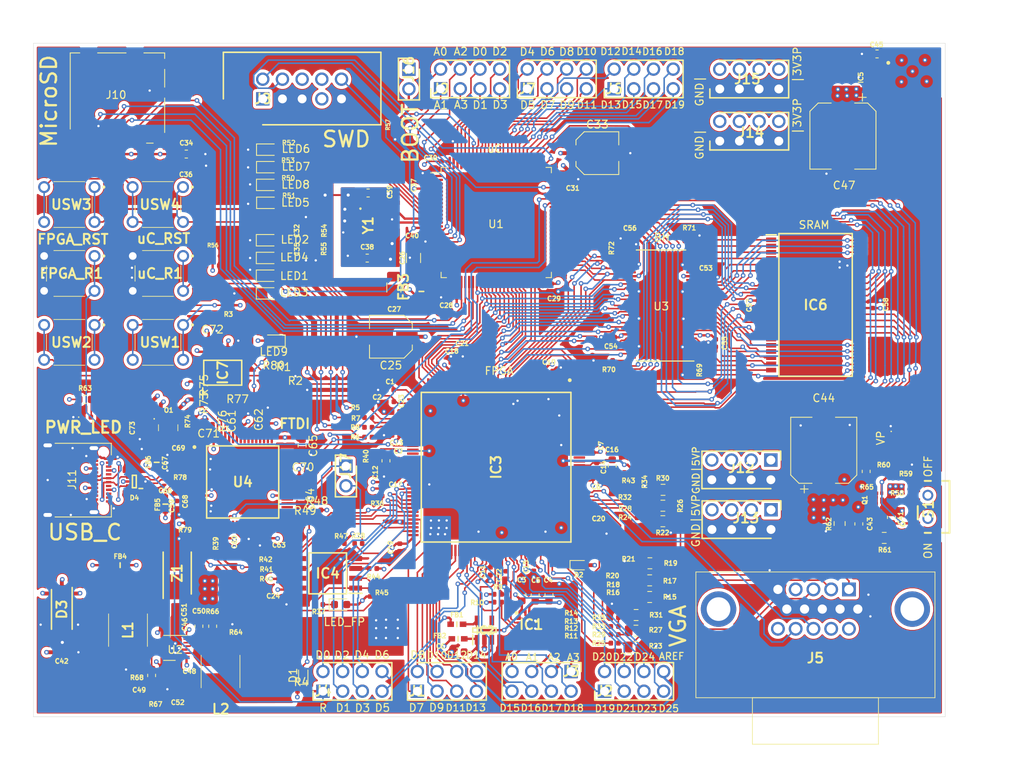
<source format=kicad_pcb>
(kicad_pcb (version 20171130) (host pcbnew "(5.1.5)-3")
  (layers (0 F.Cu signal) (1 In1.Cu power hide) (2 In2.Cu power hide) (31 B.Cu signal) (34 B.Paste user hide) (35 F.Paste user hide) (36 B.SilkS user hide) (37 F.SilkS user hide) (38 B.Mask user hide) (39 F.Mask user hide) (44 Edge.Cuts user))
  (net 0 "")
  (net 1 GND)
  (net 2 U_SW1)
  (net 3 U_SW2)
  (net 4 +3V3)
  (net 5 "Net-(C4-Pad1)")
  (net 6 "Net-(C6-Pad1)")
  (net 7 /FPGA/ICE40/VCC_PLL0)
  (net 8 /FPGA/ICE40/GND_PLL0)
  (net 9 /FPGA/ICE40/GND_PLL1)
  (net 10 /FPGA/ICE40/VCC_PLL1)
  (net 11 +1V2)
  (net 12 /uC/VDDA)
  (net 13 U_SW3)
  (net 14 U_SW4)
  (net 15 +5V)
  (net 16 +5VP)
  (net 17 +5F)
  (net 18 +3.3VP)
  (net 19 "Net-(C49-Pad2)")
  (net 20 /USB/+1V8_FT)
  (net 21 /USB/VPLL)
  (net 22 /USB/VPHY)
  (net 23 SYS_RESET)
  (net 24 FPGA_RESET)
  (net 25 /FPGA/ICE40/VPP_2V5)
  (net 26 USB_N)
  (net 27 USB_P)
  (net 28 AREF)
  (net 29 ADC_INT)
  (net 30 ADC_SCL)
  (net 31 ADC_SDA)
  (net 32 "Net-(IC1-Pad7)")
  (net 33 "Net-(IC1-Pad9)")
  (net 34 "Net-(IC1-Pad10)")
  (net 35 "Net-(IC1-Pad11)")
  (net 36 "Net-(IC1-Pad12)")
  (net 37 "Net-(IC1-Pad13)")
  (net 38 "Net-(IC2-Pad4)")
  (net 39 "Net-(IC3-Pad7)")
  (net 40 "Net-(IC3-Pad17)")
  (net 41 "Net-(IC3-Pad28)")
  (net 42 "Net-(IC3-Pad29)")
  (net 43 "Net-(IC3-Pad39)")
  (net 44 "Net-(IC3-Pad41)")
  (net 45 "Net-(IC3-Pad47)")
  (net 46 "Net-(IC3-Pad48)")
  (net 47 "Net-(IC3-Pad50)")
  (net 48 "Net-(IC3-Pad51)")
  (net 49 "Net-(IC3-Pad52)")
  (net 50 "Net-(IC3-Pad55)")
  (net 51 "Net-(IC3-Pad56)")
  (net 52 "Net-(IC3-Pad62)")
  (net 53 iCE_CDONE)
  (net 54 /FPGA/ICE40/IOB_SDO)
  (net 55 /FPGA/ICE40/IOB_SDI)
  (net 56 /FPGA/ICE40/IOB_SCK)
  (net 57 /FPGA/ICE40/IOB_SS)
  (net 58 "Net-(IC3-Pad77)")
  (net 59 "Net-(IC3-Pad96)")
  (net 60 "Net-(IC3-Pad99)")
  (net 61 "Net-(IC3-Pad101)")
  (net 62 "Net-(IC3-Pad109)")
  (net 63 "Net-(IC3-Pad121)")
  (net 64 "Net-(IC3-Pad122)")
  (net 65 "Net-(IC3-Pad124)")
  (net 66 "Net-(IC3-Pad125)")
  (net 67 "Net-(IC3-Pad128)")
  (net 68 "Net-(IC3-Pad129)")
  (net 69 "Net-(IC3-Pad130)")
  (net 70 "Net-(IC3-Pad133)")
  (net 71 "Net-(IC4-Pad3)")
  (net 72 "Net-(IC4-Pad7)")
  (net 73 "Net-(IC5-Pad3)")
  (net 74 /SRAM/A0)
  (net 75 /SRAM/A1)
  (net 76 /SRAM/A2)
  (net 77 /SRAM/A3)
  (net 78 /SRAM/A4)
  (net 79 /SRAM/CE)
  (net 80 M_D0)
  (net 81 M_D1)
  (net 82 M_D2)
  (net 83 M_D3)
  (net 84 M_D4)
  (net 85 M_D5)
  (net 86 M_D6)
  (net 87 M_D7)
  (net 88 /SRAM/WE)
  (net 89 /SRAM/A5)
  (net 90 /SRAM/A6)
  (net 91 /SRAM/A7)
  (net 92 /SRAM/A8)
  (net 93 /SRAM/A9)
  (net 94 /SRAM/A10)
  (net 95 /SRAM/A11)
  (net 96 /SRAM/A12)
  (net 97 /SRAM/A13)
  (net 98 /SRAM/A14)
  (net 99 "Net-(IC6-Pad28)")
  (net 100 M_D8)
  (net 101 M_D9)
  (net 102 M_D10)
  (net 103 M_D11)
  (net 104 M_D12)
  (net 105 M_D13)
  (net 106 M_D14)
  (net 107 M_D15)
  (net 108 /SRAM/A15)
  (net 109 /SRAM/A16)
  (net 110 /SRAM/A17)
  (net 111 /USB/FT_CS)
  (net 112 /USB/FT_CLK)
  (net 113 /USB/FT_DATA)
  (net 114 "Net-(IC7-Pad4)")
  (net 115 "Net-(IC7-Pad7)")
  (net 116 A0)
  (net 117 A1)
  (net 118 A2)
  (net 119 A3)
  (net 120 /FPGA/FPGA_Peripherals/RED)
  (net 121 /FPGA/FPGA_Peripherals/GREEN)
  (net 122 /FPGA/FPGA_Peripherals/BLUE)
  (net 123 "Net-(J5-Pad4)")
  (net 124 HSync)
  (net 125 VSync)
  (net 126 "Net-(J8-Pad8)")
  (net 127 "Net-(J8-Pad7)")
  (net 128 "Net-(J8-Pad6)")
  (net 129 "Net-(J10-Pad1)")
  (net 130 "Net-(J10-Pad8)")
  (net 131 /uC/SD_CS)
  (net 132 /uC/SD_DI)
  (net 133 /uC/SD_CLK)
  (net 134 /uC/SD_D0)
  (net 135 iCE_CS_B)
  (net 136 iCE_CS)
  (net 137 BOOT0)
  (net 138 "Net-(L1-Pad1)")
  (net 139 "Net-(L2-Pad1)")
  (net 140 "Net-(O1-Pad3)")
  (net 141 "Net-(R3-Pad2)")
  (net 142 LED3)
  (net 143 LED2)
  (net 144 LED1)
  (net 145 LED0)
  (net 146 "Net-(R15-Pad1)")
  (net 147 GREEN_0)
  (net 148 "Net-(R17-Pad1)")
  (net 149 GREEN_1)
  (net 150 GREEN_2)
  (net 151 "Net-(R22-Pad1)")
  (net 152 "Net-(R23-Pad1)")
  (net 153 RED_0)
  (net 154 BLUE_0)
  (net 155 "Net-(R26-Pad1)")
  (net 156 "Net-(R27-Pad1)")
  (net 157 RED_1)
  (net 158 BLUE_1)
  (net 159 RED_2)
  (net 160 BLUE_2)
  (net 161 iCE_MISO)
  (net 162 iCE_SCK)
  (net 163 iCE_MOSI)
  (net 164 iCE_CREST)
  (net 165 LED7)
  (net 166 LED6)
  (net 167 LED5)
  (net 168 LED4)
  (net 169 "Net-(R56-Pad2)")
  (net 170 "Net-(R58-Pad2)")
  (net 171 "Net-(R59-Pad2)")
  (net 172 "Net-(R69-Pad1)")
  (net 173 "Net-(R70-Pad1)")
  (net 174 "Net-(R71-Pad1)")
  (net 175 "Net-(R72-Pad1)")
  (net 176 iCE_CLK)
  (net 177 "Net-(R78-Pad1)")
  (net 178 "Net-(R79-Pad1)")
  (net 179 "Net-(U1-Pad5)")
  (net 180 "Net-(U1-Pad7)")
  (net 181 "Net-(U1-Pad19)")
  (net 182 "Net-(U1-Pad22)")
  (net 183 "Net-(U1-Pad23)")
  (net 184 "Net-(U1-Pad26)")
  (net 185 "Net-(U1-Pad46)")
  (net 186 ST_FT_TX)
  (net 187 ST_FT_RX)
  (net 188 SWDIO)
  (net 189 SWCLK)
  (net 190 "Net-(U2-Pad5)")
  (net 191 "Net-(U2-Pad11)")
  (net 192 M_WE)
  (net 193 M_CE)
  (net 194 M_A17)
  (net 195 M_A16)
  (net 196 M_A15)
  (net 197 M_A14)
  (net 198 M_A13)
  (net 199 M_A12)
  (net 200 M_A11)
  (net 201 M_A10)
  (net 202 M_A9)
  (net 203 M_A8)
  (net 204 M_A7)
  (net 205 M_A6)
  (net 206 M_A5)
  (net 207 M_A4)
  (net 208 M_A3)
  (net 209 M_A2)
  (net 210 M_A1)
  (net 211 M_A0)
  (net 212 "Net-(U4-Pad3)")
  (net 213 "Net-(U4-Pad19)")
  (net 214 "Net-(U4-Pad22)")
  (net 215 "Net-(U4-Pad26)")
  (net 216 "Net-(U4-Pad27)")
  (net 217 "Net-(U4-Pad28)")
  (net 218 "Net-(U4-Pad29)")
  (net 219 "Net-(U4-Pad30)")
  (net 220 "Net-(U4-Pad32)")
  (net 221 "Net-(U4-Pad33)")
  (net 222 "Net-(U4-Pad34)")
  (net 223 "Net-(U4-Pad36)")
  (net 224 "Net-(U4-Pad40)")
  (net 225 "Net-(U4-Pad41)")
  (net 226 "Net-(U4-Pad43)")
  (net 227 "Net-(U4-Pad44)")
  (net 228 "Net-(U4-Pad45)")
  (net 229 "Net-(U4-Pad46)")
  (net 230 "Net-(U4-Pad48)")
  (net 231 "Net-(U4-Pad52)")
  (net 232 "Net-(U4-Pad53)")
  (net 233 "Net-(U4-Pad54)")
  (net 234 "Net-(U4-Pad57)")
  (net 235 "Net-(U4-Pad58)")
  (net 236 "Net-(U4-Pad59)")
  (net 237 "Net-(U4-Pad60)")
  (net 238 "Net-(R80-Pad2)")
  (net 239 F_D19)
  (net 240 F_D18)
  (net 241 F_D17)
  (net 242 F_D16)
  (net 243 F_D15)
  (net 244 F_D14)
  (net 245 F_D0)
  (net 246 F_D1)
  (net 247 F_D2)
  (net 248 F_D3)
  (net 249 F_D4)
  (net 250 F_D5)
  (net 251 F_D6)
  (net 252 F_D7)
  (net 253 F_D8)
  (net 254 F_D9)
  (net 255 F_D10)
  (net 256 F_D11)
  (net 257 F_D12)
  (net 258 F_D13)
  (net 259 "Net-(J5-Pad11)")
  (net 260 "Net-(J5-Pad12)")
  (net 261 "Net-(J5-Pad15)")
  (net 262 "Net-(J5-PadMH1)")
  (net 263 "Net-(J5-PadMH2)")
  (net 264 F_D20)
  (net 265 F_D21)
  (net 266 F_D22)
  (net 267 F_D23)
  (net 268 F_D24)
  (net 269 F_D25)
  (net 270 /uC/NRST)
  (net 271 "Net-(C39-Pad1)")
  (net 272 "Net-(C41-Pad2)")
  (net 273 "Net-(C43-Pad2)")
  (net 274 "Net-(C50-Pad2)")
  (net 275 "Net-(U1-Pad1)")
  (net 276 "Net-(U1-Pad2)")
  (net 277 "Net-(U1-Pad3)")
  (net 278 "Net-(U1-Pad4)")
  (net 279 uC_D0)
  (net 280 uC_D1)
  (net 281 uC_A2)
  (net 282 uC_A3)
  (net 283 uC_A0)
  (net 284 uC_A1)
  (net 285 uC_D2)
  (net 286 uC_D3)
  (net 287 uC_D6)
  (net 288 uC_D7)
  (net 289 uC_D4)
  (net 290 uC_D5)
  (net 291 uC_D10)
  (net 292 uC_D11)
  (net 293 uC_D8)
  (net 294 uC_D9)
  (net 295 uC_D16)
  (net 296 uC_D15)
  (net 297 uC_D14)
  (net 298 uC_D13)
  (net 299 uC_D12)
  (net 300 uC_D17)
  (net 301 uC_D19)
  (net 302 uC_D18)
  (net 303 "Net-(LED_FP1-Pad1)")
  (net 304 "Net-(S1-Pad3)")
  (net 305 "Net-(D5-Pad2)")
  (net 306 "Net-(LED9-Pad1)")
  (net 307 "Net-(PWR_LED1-Pad2)")
  (net 308 "Net-(IC3-Pad106)")
  (net 309 "Net-(J11-PadB8)")
  (net 310 "Net-(J11-PadB5)")
  (net 311 "Net-(J11-PadA8)")
  (net 312 "Net-(J11-PadA5)")
  (net 313 "Net-(LED1-Pad2)")
  (net 314 "Net-(LED2-Pad2)")
  (net 315 "Net-(LED3-Pad2)")
  (net 316 "Net-(LED4-Pad2)")
  (net 317 "Net-(LED5-Pad2)")
  (net 318 "Net-(LED6-Pad2)")
  (net 319 "Net-(LED7-Pad2)")
  (net 320 "Net-(LED8-Pad2)")
  (net 321 "Net-(C38-Pad2)")
  (module Capacitor_SMD:C_0603_1608Metric (layer F.Cu) (at 60.18276 56.39308)
    (fp_text reference C39 (at 2.79908 -0.127 270) (layer F.SilkS) (effects (font (size 0.6 0.6))))
    (fp_text value C20p)
    (pad 2 smd roundrect (at 0.7875 0) (size 0.875 0.95) (layers F.Cu F.Paste F.Mask) (net 1 GND))
    (pad 1 smd roundrect (at -0.7875 0) (size 0.875 0.95) (layers F.Cu F.Paste F.Mask) (net 271 "Net-(C39-Pad1)"))
  )
  (module TFG_20:ECS3201233B7KMTR (layer F.Cu) (at 60.19292 60.95492 270)
    (fp_text reference Y1 (at -0.4 0 90) (layer F.SilkS) (effects (font (size 1.27 1.27) (thickness 0.254))))
    (fp_text value ECS-320-12-33B-7KM-TR hide)
    (pad 4 smd rect (at -1.15 -0.95) (size 1.1 1.3) (layers F.Cu F.Paste F.Mask) (net 1 GND))
    (pad 3 smd rect (at 1.15 -0.95) (size 1.1 1.3) (layers F.Cu F.Paste F.Mask) (net 321 "Net-(C38-Pad2)"))
    (pad 2 smd rect (at 1.15 0.95) (size 1.1 1.3) (layers F.Cu F.Paste F.Mask) (net 1 GND))
    (pad 1 smd rect (at -1.15 0.95) (size 1.1 1.3) (layers F.Cu F.Paste F.Mask) (net 271 "Net-(C39-Pad1)"))
  )
  (module TFG_20:FSM2JLH (layer F.Cu) (at 36.308 55.626)
    (fp_text reference USW4 (at -2.985 2.25) (layer F.SilkS) (effects (font (size 1.27 1.27) (thickness 0.254))))
    (fp_text value FSM2JLH hide)
    (pad 4 thru_hole circle (at -6.5 0) (size 1.54 1.54) (drill 0.99) (layers *.Cu *.Mask) (net 169 "Net-(R56-Pad2)"))
    (pad 3 thru_hole circle (at -6.5 4.5) (size 1.54 1.54) (drill 0.99) (layers *.Cu *.Mask) (net 169 "Net-(R56-Pad2)"))
    (pad 2 thru_hole circle (at 0 4.5) (size 1.54 1.54) (drill 0.99) (layers *.Cu *.Mask) (net 14 U_SW4))
    (pad 1 thru_hole circle (at 0 0) (size 1.54 1.54) (drill 0.99) (layers *.Cu *.Mask) (net 14 U_SW4))
  )
  (module TFG_20:FSM2JLH (layer F.Cu) (at 24.892 55.626)
    (fp_text reference USW3 (at -2.985 2.25) (layer F.SilkS) (effects (font (size 1.27 1.27) (thickness 0.254))))
    (fp_text value FSM2JLH hide)
    (pad 4 thru_hole circle (at -6.5 0) (size 1.54 1.54) (drill 0.99) (layers *.Cu *.Mask) (net 169 "Net-(R56-Pad2)"))
    (pad 3 thru_hole circle (at -6.5 4.5) (size 1.54 1.54) (drill 0.99) (layers *.Cu *.Mask) (net 169 "Net-(R56-Pad2)"))
    (pad 2 thru_hole circle (at 0 4.5) (size 1.54 1.54) (drill 0.99) (layers *.Cu *.Mask) (net 13 U_SW3))
    (pad 1 thru_hole circle (at 0 0) (size 1.54 1.54) (drill 0.99) (layers *.Cu *.Mask) (net 13 U_SW3))
  )
  (module TFG_20:FSM2JLH (layer F.Cu) (at 24.892 73.406)
    (fp_text reference USW2 (at -2.985 2.25) (layer F.SilkS) (effects (font (size 1.27 1.27) (thickness 0.254))))
    (fp_text value FSM2JLH hide)
    (pad 4 thru_hole circle (at -6.5 0) (size 1.54 1.54) (drill 0.99) (layers *.Cu *.Mask) (net 3 U_SW2))
    (pad 3 thru_hole circle (at -6.5 4.5) (size 1.54 1.54) (drill 0.99) (layers *.Cu *.Mask) (net 3 U_SW2))
    (pad 2 thru_hole circle (at 0 4.5) (size 1.54 1.54) (drill 0.99) (layers *.Cu *.Mask) (net 141 "Net-(R3-Pad2)"))
    (pad 1 thru_hole circle (at 0 0) (size 1.54 1.54) (drill 0.99) (layers *.Cu *.Mask) (net 141 "Net-(R3-Pad2)"))
  )
  (module TFG_20:FSM2JLH (layer F.Cu) (at 36.322 73.406)
    (fp_text reference USW1 (at -2.985 2.25) (layer F.SilkS) (effects (font (size 1.27 1.27) (thickness 0.254))))
    (fp_text value FSM2JLH hide)
    (pad 4 thru_hole circle (at -6.5 0) (size 1.54 1.54) (drill 0.99) (layers *.Cu *.Mask) (net 2 U_SW1))
    (pad 3 thru_hole circle (at -6.5 4.5) (size 1.54 1.54) (drill 0.99) (layers *.Cu *.Mask) (net 2 U_SW1))
    (pad 2 thru_hole circle (at 0 4.5) (size 1.54 1.54) (drill 0.99) (layers *.Cu *.Mask) (net 141 "Net-(R3-Pad2)"))
    (pad 1 thru_hole circle (at 0 0) (size 1.54 1.54) (drill 0.99) (layers *.Cu *.Mask) (net 141 "Net-(R3-Pad2)"))
  )
  (module TFG_20:FSM2JLH (layer F.Cu) (at 36.322 64.516)
    (fp_text reference uC_R1 (at -2.985 2.25) (layer F.SilkS) (effects (font (size 1.27 1.27) (thickness 0.254))))
    (fp_text value FSM2JLH hide)
    (pad 4 thru_hole circle (at -6.5 0) (size 1.54 1.54) (drill 0.99) (layers *.Cu *.Mask) (net 1 GND))
    (pad 3 thru_hole circle (at -6.5 4.5) (size 1.54 1.54) (drill 0.99) (layers *.Cu *.Mask) (net 1 GND))
    (pad 2 thru_hole circle (at 0 4.5) (size 1.54 1.54) (drill 0.99) (layers *.Cu *.Mask) (net 270 /uC/NRST))
    (pad 1 thru_hole circle (at 0 0) (size 1.54 1.54) (drill 0.99) (layers *.Cu *.Mask) (net 270 /uC/NRST))
  )
  (module TFG_20:HDRV2W67P0X254_1X2_508X241X843P (layer F.Cu) (at 57.32 91.62 270)
    (fp_text reference J17 (at 0 0 90) (layer F.SilkS) (effects (font (size 1.27 1.27) (thickness 0.254))))
    (fp_text value 10129378-902001BLF hide)
    (pad 2 thru_hole circle (at 2.54 0 270) (size 1.725 1.725) (drill 1.15) (layers *.Cu *.Mask) (net 136 iCE_CS))
    (pad 1 thru_hole rect (at 0 0 270) (size 1.725 1.725) (drill 1.15) (layers *.Cu *.Mask) (net 135 iCE_CS_B))
  )
  (module TFG_20:HDRV2W67P0X254_1X2_508X241X843P (layer F.Cu) (at 65.44564 40.42664 270)
    (fp_text reference J16 (at 0 0 90) (layer F.SilkS) (effects (font (size 1.27 1.27) (thickness 0.254))))
    (fp_text value 10129378-902001BLF hide)
    (pad 2 thru_hole circle (at 2.54 0 270) (size 1.725 1.725) (drill 1.15) (layers *.Cu *.Mask) (net 137 BOOT0))
    (pad 1 thru_hole rect (at 0 0 270) (size 1.725 1.725) (drill 1.15) (layers *.Cu *.Mask) (net 4 +3V3))
  )
  (module TFG_20:HDRV8W67P254_2X4_1016X483X858P (layer F.Cu) (at 69.53 42.949)
    (fp_text reference J9 (at 0 0) (layer F.SilkS) (effects (font (size 1.27 1.27) (thickness 0.254))))
    (fp_text value 10129381-908002BLF hide)
    (pad 8 thru_hole circle (at 7.62 -2.54) (size 1.725 1.725) (drill 1.15) (layers *.Cu *.Mask) (net 285 uC_D2))
    (pad 7 thru_hole circle (at 7.62 0) (size 1.725 1.725) (drill 1.15) (layers *.Cu *.Mask) (net 286 uC_D3))
    (pad 6 thru_hole circle (at 5.08 -2.54) (size 1.725 1.725) (drill 1.15) (layers *.Cu *.Mask) (net 279 uC_D0))
    (pad 5 thru_hole circle (at 5.08 0) (size 1.725 1.725) (drill 1.15) (layers *.Cu *.Mask) (net 280 uC_D1))
    (pad 4 thru_hole circle (at 2.54 -2.54) (size 1.725 1.725) (drill 1.15) (layers *.Cu *.Mask) (net 281 uC_A2))
    (pad 3 thru_hole circle (at 2.54 0) (size 1.725 1.725) (drill 1.15) (layers *.Cu *.Mask) (net 282 uC_A3))
    (pad 2 thru_hole circle (at 0 -2.54) (size 1.725 1.725) (drill 1.15) (layers *.Cu *.Mask) (net 283 uC_A0))
    (pad 1 thru_hole rect (at 0 0) (size 1.725 1.725) (drill 1.15) (layers *.Cu *.Mask) (net 284 uC_A1))
  )
  (module TFG_20:SHDR10W67P254_2X5_2032X916X922P (layer F.Cu) (at 46.59 44.25)
    (fp_text reference J8 (at 0 0) (layer F.SilkS) (effects (font (size 1.27 1.27) (thickness 0.254))))
    (fp_text value 1761681-3 hide)
    (pad 10 thru_hole circle (at 10.16 -2.54) (size 1.725 1.725) (drill 1.15) (layers *.Cu *.Mask) (net 270 /uC/NRST))
    (pad 9 thru_hole circle (at 10.16 0) (size 1.725 1.725) (drill 1.15) (layers *.Cu *.Mask) (net 1 GND))
    (pad 8 thru_hole circle (at 7.62 -2.54) (size 1.725 1.725) (drill 1.15) (layers *.Cu *.Mask) (net 126 "Net-(J8-Pad8)"))
    (pad 7 thru_hole circle (at 7.62 0) (size 1.725 1.725) (drill 1.15) (layers *.Cu *.Mask) (net 127 "Net-(J8-Pad7)"))
    (pad 6 thru_hole circle (at 5.08 -2.54) (size 1.725 1.725) (drill 1.15) (layers *.Cu *.Mask) (net 128 "Net-(J8-Pad6)"))
    (pad 5 thru_hole circle (at 5.08 0) (size 1.725 1.725) (drill 1.15) (layers *.Cu *.Mask) (net 1 GND))
    (pad 4 thru_hole circle (at 2.54 -2.54) (size 1.725 1.725) (drill 1.15) (layers *.Cu *.Mask) (net 189 SWCLK))
    (pad 3 thru_hole circle (at 2.54 0) (size 1.725 1.725) (drill 1.15) (layers *.Cu *.Mask) (net 1 GND))
    (pad 2 thru_hole circle (at 0 -2.54) (size 1.725 1.725) (drill 1.15) (layers *.Cu *.Mask) (net 188 SWDIO))
    (pad 1 thru_hole rect (at 0 0) (size 1.725 1.725) (drill 1.15) (layers *.Cu *.Mask) (net 4 +3V3))
  )
  (module TFG_20:HDRV8W67P254_2X4_1016X483X858P (layer F.Cu) (at 80.706 42.949)
    (fp_text reference J7 (at 0 0) (layer F.SilkS) (effects (font (size 1.27 1.27) (thickness 0.254))))
    (fp_text value 10129381-908002BLF hide)
    (pad 8 thru_hole circle (at 7.62 -2.54) (size 1.725 1.725) (drill 1.15) (layers *.Cu *.Mask) (net 291 uC_D10))
    (pad 7 thru_hole circle (at 7.62 0) (size 1.725 1.725) (drill 1.15) (layers *.Cu *.Mask) (net 292 uC_D11))
    (pad 6 thru_hole circle (at 5.08 -2.54) (size 1.725 1.725) (drill 1.15) (layers *.Cu *.Mask) (net 293 uC_D8))
    (pad 5 thru_hole circle (at 5.08 0) (size 1.725 1.725) (drill 1.15) (layers *.Cu *.Mask) (net 294 uC_D9))
    (pad 4 thru_hole circle (at 2.54 -2.54) (size 1.725 1.725) (drill 1.15) (layers *.Cu *.Mask) (net 287 uC_D6))
    (pad 3 thru_hole circle (at 2.54 0) (size 1.725 1.725) (drill 1.15) (layers *.Cu *.Mask) (net 288 uC_D7))
    (pad 2 thru_hole circle (at 0 -2.54) (size 1.725 1.725) (drill 1.15) (layers *.Cu *.Mask) (net 289 uC_D4))
    (pad 1 thru_hole rect (at 0 0) (size 1.725 1.725) (drill 1.15) (layers *.Cu *.Mask) (net 290 uC_D5))
  )
  (module TFG_20:HDRV8W67P254_2X4_1016X483X858P (layer F.Cu) (at 91.91 42.95)
    (fp_text reference J6 (at 0 0) (layer F.SilkS) (effects (font (size 1.27 1.27) (thickness 0.254))))
    (fp_text value 10129381-908002BLF hide)
    (pad 8 thru_hole circle (at 7.62 -2.54) (size 1.725 1.725) (drill 1.15) (layers *.Cu *.Mask) (net 302 uC_D18))
    (pad 7 thru_hole circle (at 7.62 0) (size 1.725 1.725) (drill 1.15) (layers *.Cu *.Mask) (net 301 uC_D19))
    (pad 6 thru_hole circle (at 5.08 -2.54) (size 1.725 1.725) (drill 1.15) (layers *.Cu *.Mask) (net 295 uC_D16))
    (pad 5 thru_hole circle (at 5.08 0) (size 1.725 1.725) (drill 1.15) (layers *.Cu *.Mask) (net 300 uC_D17))
    (pad 4 thru_hole circle (at 2.54 -2.54) (size 1.725 1.725) (drill 1.15) (layers *.Cu *.Mask) (net 297 uC_D14))
    (pad 3 thru_hole circle (at 2.54 0) (size 1.725 1.725) (drill 1.15) (layers *.Cu *.Mask) (net 296 uC_D15))
    (pad 2 thru_hole circle (at 0 -2.54) (size 1.725 1.725) (drill 1.15) (layers *.Cu *.Mask) (net 299 uC_D12))
    (pad 1 thru_hole rect (at 0 0) (size 1.725 1.725) (drill 1.15) (layers *.Cu *.Mask) (net 298 uC_D13))
  )
  (module TFG_20:HDRV8W67P254_2X4_1016X483X858P (layer F.Cu) (at 54.356 120.65)
    (fp_text reference J4 (at 0 0) (layer F.SilkS) (effects (font (size 1.27 1.27) (thickness 0.254))))
    (fp_text value 10129381-908002BLF hide)
    (pad 8 thru_hole circle (at 7.62 -2.54) (size 1.725 1.725) (drill 1.15) (layers *.Cu *.Mask) (net 251 F_D6))
    (pad 7 thru_hole circle (at 7.62 0) (size 1.725 1.725) (drill 1.15) (layers *.Cu *.Mask) (net 250 F_D5))
    (pad 6 thru_hole circle (at 5.08 -2.54) (size 1.725 1.725) (drill 1.15) (layers *.Cu *.Mask) (net 249 F_D4))
    (pad 5 thru_hole circle (at 5.08 0) (size 1.725 1.725) (drill 1.15) (layers *.Cu *.Mask) (net 248 F_D3))
    (pad 4 thru_hole circle (at 2.54 -2.54) (size 1.725 1.725) (drill 1.15) (layers *.Cu *.Mask) (net 247 F_D2))
    (pad 3 thru_hole circle (at 2.54 0) (size 1.725 1.725) (drill 1.15) (layers *.Cu *.Mask) (net 246 F_D1))
    (pad 2 thru_hole circle (at 0 -2.54) (size 1.725 1.725) (drill 1.15) (layers *.Cu *.Mask) (net 245 F_D0))
    (pad 1 thru_hole rect (at 0 0) (size 1.725 1.725) (drill 1.15) (layers *.Cu *.Mask) (net 23 SYS_RESET))
  )
  (module TFG_20:HDRV8W67P254_2X4_1016X483X858P (layer F.Cu) (at 86.36 118.11 180)
    (fp_text reference J3 (at 0 0) (layer F.SilkS) (effects (font (size 1.27 1.27) (thickness 0.254))))
    (fp_text value 10129381-908002BLF hide)
    (pad 8 thru_hole circle (at 7.62 -2.54 180) (size 1.725 1.725) (drill 1.15) (layers *.Cu *.Mask) (net 243 F_D15))
    (pad 7 thru_hole circle (at 7.62 0 180) (size 1.725 1.725) (drill 1.15) (layers *.Cu *.Mask) (net 116 A0))
    (pad 6 thru_hole circle (at 5.08 -2.54 180) (size 1.725 1.725) (drill 1.15) (layers *.Cu *.Mask) (net 242 F_D16))
    (pad 5 thru_hole circle (at 5.08 0 180) (size 1.725 1.725) (drill 1.15) (layers *.Cu *.Mask) (net 117 A1))
    (pad 4 thru_hole circle (at 2.54 -2.54 180) (size 1.725 1.725) (drill 1.15) (layers *.Cu *.Mask) (net 241 F_D17))
    (pad 3 thru_hole circle (at 2.54 0 180) (size 1.725 1.725) (drill 1.15) (layers *.Cu *.Mask) (net 118 A2))
    (pad 2 thru_hole circle (at 0 -2.54 180) (size 1.725 1.725) (drill 1.15) (layers *.Cu *.Mask) (net 240 F_D18))
    (pad 1 thru_hole rect (at 0 0 180) (size 1.725 1.725) (drill 1.15) (layers *.Cu *.Mask) (net 119 A3))
  )
  (module TFG_20:HDRV8W67P254_2X4_1016X483X858P (layer F.Cu) (at 90.678 120.65)
    (fp_text reference J2 (at 0 0) (layer F.SilkS) (effects (font (size 1.27 1.27) (thickness 0.254))))
    (fp_text value 10129381-908002BLF hide)
    (pad 8 thru_hole circle (at 7.62 -2.54) (size 1.725 1.725) (drill 1.15) (layers *.Cu *.Mask) (net 28 AREF))
    (pad 7 thru_hole circle (at 7.62 0) (size 1.725 1.725) (drill 1.15) (layers *.Cu *.Mask) (net 269 F_D25))
    (pad 6 thru_hole circle (at 5.08 -2.54) (size 1.725 1.725) (drill 1.15) (layers *.Cu *.Mask) (net 268 F_D24))
    (pad 5 thru_hole circle (at 5.08 0) (size 1.725 1.725) (drill 1.15) (layers *.Cu *.Mask) (net 267 F_D23))
    (pad 4 thru_hole circle (at 2.54 -2.54) (size 1.725 1.725) (drill 1.15) (layers *.Cu *.Mask) (net 266 F_D22))
    (pad 3 thru_hole circle (at 2.54 0) (size 1.725 1.725) (drill 1.15) (layers *.Cu *.Mask) (net 265 F_D21))
    (pad 2 thru_hole circle (at 0 -2.54) (size 1.725 1.725) (drill 1.15) (layers *.Cu *.Mask) (net 264 F_D20))
    (pad 1 thru_hole rect (at 0 0) (size 1.725 1.725) (drill 1.15) (layers *.Cu *.Mask) (net 239 F_D19))
  )
  (module TFG_20:HDRV8W67P254_2X4_1016X483X858P (layer F.Cu) (at 66.535 120.65)
    (fp_text reference J1 (at 0 0) (layer F.SilkS) (effects (font (size 1.27 1.27) (thickness 0.254))))
    (fp_text value 10129381-908002BLF hide)
    (pad 8 thru_hole circle (at 7.62 -2.54) (size 1.725 1.725) (drill 1.15) (layers *.Cu *.Mask) (net 244 F_D14))
    (pad 7 thru_hole circle (at 7.62 0) (size 1.725 1.725) (drill 1.15) (layers *.Cu *.Mask) (net 258 F_D13))
    (pad 6 thru_hole circle (at 5.08 -2.54) (size 1.725 1.725) (drill 1.15) (layers *.Cu *.Mask) (net 257 F_D12))
    (pad 5 thru_hole circle (at 5.08 0) (size 1.725 1.725) (drill 1.15) (layers *.Cu *.Mask) (net 256 F_D11))
    (pad 4 thru_hole circle (at 2.54 -2.54) (size 1.725 1.725) (drill 1.15) (layers *.Cu *.Mask) (net 255 F_D10))
    (pad 3 thru_hole circle (at 2.54 0) (size 1.725 1.725) (drill 1.15) (layers *.Cu *.Mask) (net 254 F_D9))
    (pad 2 thru_hole circle (at 0 -2.54) (size 1.725 1.725) (drill 1.15) (layers *.Cu *.Mask) (net 253 F_D8))
    (pad 1 thru_hole rect (at 0 0) (size 1.725 1.725) (drill 1.15) (layers *.Cu *.Mask) (net 252 F_D7))
  )
  (module TFG_20:FSM2JLH (layer F.Cu) (at 24.892 64.516)
    (fp_text reference FPGA_R1 (at -2.985 2.25) (layer F.SilkS) (effects (font (size 1.27 1.27) (thickness 0.254))))
    (fp_text value FSM2JLH hide)
    (pad 4 thru_hole circle (at -6.5 0) (size 1.54 1.54) (drill 0.99) (layers *.Cu *.Mask) (net 1 GND))
    (pad 3 thru_hole circle (at -6.5 4.5) (size 1.54 1.54) (drill 0.99) (layers *.Cu *.Mask) (net 1 GND))
    (pad 2 thru_hole circle (at 0 4.5) (size 1.54 1.54) (drill 0.99) (layers *.Cu *.Mask) (net 23 SYS_RESET))
    (pad 1 thru_hole circle (at 0 0) (size 1.54 1.54) (drill 0.99) (layers *.Cu *.Mask) (net 23 SYS_RESET))
  )
  (module TFG_20:BEADC1608X95N (layer F.Cu) (at 67.056 69.088 90)
    (fp_text reference FB3 (at 0.58 -2.315 90) (layer F.SilkS) (effects (font (size 1.27 1.27) (thickness 0.254))))
    (fp_text value BLM18KG331SN1D hide)
    (pad 2 smd rect (at 0.8 0 90) (size 0.85 0.7) (layers F.Cu F.Paste F.Mask) (net 12 /uC/VDDA))
    (pad 1 smd rect (at -0.8 0 90) (size 0.85 0.7) (layers F.Cu F.Paste F.Mask) (net 4 +3V3))
  )
  (module TFG_20:SOP80P1176X120-44N (layer F.Cu) (at 117.897 70.83)
    (fp_text reference IC6 (at 0 0) (layer F.SilkS) (effects (font (size 1.27 1.27) (thickness 0.254))))
    (fp_text value IS61WV25616EDBLL-10TLI hide)
    (pad 1 smd rect (at -5.728 -8.4 90) (size 0.6 1.295) (layers F.Cu F.Paste F.Mask) (net 74 /SRAM/A0))
    (pad 2 smd rect (at -5.728 -7.6 90) (size 0.6 1.295) (layers F.Cu F.Paste F.Mask) (net 75 /SRAM/A1))
    (pad 3 smd rect (at -5.728 -6.8 90) (size 0.6 1.295) (layers F.Cu F.Paste F.Mask) (net 76 /SRAM/A2))
    (pad 4 smd rect (at -5.728 -6 90) (size 0.6 1.295) (layers F.Cu F.Paste F.Mask) (net 77 /SRAM/A3))
    (pad 5 smd rect (at -5.728 -5.2 90) (size 0.6 1.295) (layers F.Cu F.Paste F.Mask) (net 78 /SRAM/A4))
    (pad 6 smd rect (at -5.728 -4.4 90) (size 0.6 1.295) (layers F.Cu F.Paste F.Mask) (net 79 /SRAM/CE))
    (pad 7 smd rect (at -5.728 -3.6 90) (size 0.6 1.295) (layers F.Cu F.Paste F.Mask) (net 80 M_D0))
    (pad 8 smd rect (at -5.728 -2.8 90) (size 0.6 1.295) (layers F.Cu F.Paste F.Mask) (net 81 M_D1))
    (pad 9 smd rect (at -5.728 -2 90) (size 0.6 1.295) (layers F.Cu F.Paste F.Mask) (net 82 M_D2))
    (pad 10 smd rect (at -5.728 -1.2 90) (size 0.6 1.295) (layers F.Cu F.Paste F.Mask) (net 83 M_D3))
    (pad 11 smd rect (at -5.728 -0.4 90) (size 0.6 1.295) (layers F.Cu F.Paste F.Mask) (net 4 +3V3))
    (pad 12 smd rect (at -5.728 0.4 90) (size 0.6 1.295) (layers F.Cu F.Paste F.Mask) (net 1 GND))
    (pad 13 smd rect (at -5.728 1.2 90) (size 0.6 1.295) (layers F.Cu F.Paste F.Mask) (net 84 M_D4))
    (pad 14 smd rect (at -5.728 2 90) (size 0.6 1.295) (layers F.Cu F.Paste F.Mask) (net 85 M_D5))
    (pad 15 smd rect (at -5.728 2.8 90) (size 0.6 1.295) (layers F.Cu F.Paste F.Mask) (net 86 M_D6))
    (pad 16 smd rect (at -5.728 3.6 90) (size 0.6 1.295) (layers F.Cu F.Paste F.Mask) (net 87 M_D7))
    (pad 17 smd rect (at -5.728 4.4 90) (size 0.6 1.295) (layers F.Cu F.Paste F.Mask) (net 88 /SRAM/WE))
    (pad 18 smd rect (at -5.728 5.2 90) (size 0.6 1.295) (layers F.Cu F.Paste F.Mask) (net 89 /SRAM/A5))
    (pad 19 smd rect (at -5.728 6 90) (size 0.6 1.295) (layers F.Cu F.Paste F.Mask) (net 90 /SRAM/A6))
    (pad 20 smd rect (at -5.728 6.8 90) (size 0.6 1.295) (layers F.Cu F.Paste F.Mask) (net 91 /SRAM/A7))
    (pad 21 smd rect (at -5.728 7.6 90) (size 0.6 1.295) (layers F.Cu F.Paste F.Mask) (net 92 /SRAM/A8))
    (pad 22 smd rect (at -5.728 8.4 90) (size 0.6 1.295) (layers F.Cu F.Paste F.Mask) (net 93 /SRAM/A9))
    (pad 23 smd rect (at 5.728 8.4 90) (size 0.6 1.295) (layers F.Cu F.Paste F.Mask) (net 94 /SRAM/A10))
    (pad 24 smd rect (at 5.728 7.6 90) (size 0.6 1.295) (layers F.Cu F.Paste F.Mask) (net 95 /SRAM/A11))
    (pad 25 smd rect (at 5.728 6.8 90) (size 0.6 1.295) (layers F.Cu F.Paste F.Mask) (net 96 /SRAM/A12))
    (pad 26 smd rect (at 5.728 6 90) (size 0.6 1.295) (layers F.Cu F.Paste F.Mask) (net 97 /SRAM/A13))
    (pad 27 smd rect (at 5.728 5.2 90) (size 0.6 1.295) (layers F.Cu F.Paste F.Mask) (net 98 /SRAM/A14))
    (pad 28 smd rect (at 5.728 4.4 90) (size 0.6 1.295) (layers F.Cu F.Paste F.Mask) (net 99 "Net-(IC6-Pad28)"))
    (pad 29 smd rect (at 5.728 3.6 90) (size 0.6 1.295) (layers F.Cu F.Paste F.Mask) (net 100 M_D8))
    (pad 30 smd rect (at 5.728 2.8 90) (size 0.6 1.295) (layers F.Cu F.Paste F.Mask) (net 101 M_D9))
    (pad 31 smd rect (at 5.728 2 90) (size 0.6 1.295) (layers F.Cu F.Paste F.Mask) (net 102 M_D10))
    (pad 32 smd rect (at 5.728 1.2 90) (size 0.6 1.295) (layers F.Cu F.Paste F.Mask) (net 103 M_D11))
    (pad 33 smd rect (at 5.728 0.4 90) (size 0.6 1.295) (layers F.Cu F.Paste F.Mask) (net 4 +3V3))
    (pad 34 smd rect (at 5.728 -0.4 90) (size 0.6 1.295) (layers F.Cu F.Paste F.Mask) (net 1 GND))
    (pad 35 smd rect (at 5.728 -1.2 90) (size 0.6 1.295) (layers F.Cu F.Paste F.Mask) (net 104 M_D12))
    (pad 36 smd rect (at 5.728 -2 90) (size 0.6 1.295) (layers F.Cu F.Paste F.Mask) (net 105 M_D13))
    (pad 37 smd rect (at 5.728 -2.8 90) (size 0.6 1.295) (layers F.Cu F.Paste F.Mask) (net 106 M_D14))
    (pad 38 smd rect (at 5.728 -3.6 90) (size 0.6 1.295) (layers F.Cu F.Paste F.Mask) (net 107 M_D15))
    (pad 39 smd rect (at 5.728 -4.4 90) (size 0.6 1.295) (layers F.Cu F.Paste F.Mask) (net 1 GND))
    (pad 40 smd rect (at 5.728 -5.2 90) (size 0.6 1.295) (layers F.Cu F.Paste F.Mask) (net 1 GND))
    (pad 41 smd rect (at 5.728 -6 90) (size 0.6 1.295) (layers F.Cu F.Paste F.Mask) (net 1 GND))
    (pad 42 smd rect (at 5.728 -6.8 90) (size 0.6 1.295) (layers F.Cu F.Paste F.Mask) (net 108 /SRAM/A15))
    (pad 43 smd rect (at 5.728 -7.6 90) (size 0.6 1.295) (layers F.Cu F.Paste F.Mask) (net 109 /SRAM/A16))
    (pad 44 smd rect (at 5.728 -8.4 90) (size 0.6 1.295) (layers F.Cu F.Paste F.Mask) (net 110 /SRAM/A17))
  )
  (module Connector_USB:USB_C_Receptacle_Amphenol_12401610E4-2A (layer F.Cu) (at 21.6916 93.42628 270)
    (fp_text reference J11 (at -0.06096 -0.3048 90) (layer F.SilkS))
    (fp_text value USB_C_Receptacle_USB2.0)
    (pad B12 smd rect (at -3 -3.32 270) (size 0.3 0.7) (layers F.Cu F.Paste F.Mask) (net 1 GND))
    (pad B11 smd rect (at -2.5 -3.32 270) (size 0.3 0.7) (layers F.Cu F.Paste F.Mask))
    (pad B10 smd rect (at -2 -3.32 270) (size 0.3 0.7) (layers F.Cu F.Paste F.Mask))
    (pad B9 smd rect (at -1.5 -3.32 270) (size 0.3 0.7) (layers F.Cu F.Paste F.Mask) (net 15 +5V))
    (pad B8 smd rect (at -1 -3.32 270) (size 0.3 0.7) (layers F.Cu F.Paste F.Mask) (net 309 "Net-(J11-PadB8)"))
    (pad B7 smd rect (at -0.5 -3.32 270) (size 0.3 0.7) (layers F.Cu F.Paste F.Mask) (net 26 USB_N))
    (pad B6 smd rect (at 0 -3.32 270) (size 0.3 0.7) (layers F.Cu F.Paste F.Mask) (net 27 USB_P))
    (pad B5 smd rect (at 0.5 -3.32 270) (size 0.3 0.7) (layers F.Cu F.Paste F.Mask) (net 310 "Net-(J11-PadB5)"))
    (pad B4 smd rect (at 1 -3.32 270) (size 0.3 0.7) (layers F.Cu F.Paste F.Mask) (net 15 +5V))
    (pad B3 smd rect (at 1.5 -3.32 270) (size 0.3 0.7) (layers F.Cu F.Paste F.Mask))
    (pad B2 smd rect (at 2 -3.32 270) (size 0.3 0.7) (layers F.Cu F.Paste F.Mask))
    (pad "" np_thru_hole circle (at -3.6 -4.36 270) (size 0.65 0.65) (drill 0.65) (layers *.Cu *.Mask))
    (pad "" np_thru_hole oval (at 3.6 -4.36 270) (size 0.95 0.65) (drill oval 0.95 0.65) (layers *.Cu *.Mask))
    (pad S1 thru_hole oval (at -4.49 2.84 270) (size 0.8 1.4) (drill oval 0.5 1.1) (layers *.Cu *.Mask) (net 1 GND))
    (pad S1 thru_hole oval (at 4.49 2.84 270) (size 0.8 1.4) (drill oval 0.5 1.1) (layers *.Cu *.Mask) (net 1 GND))
    (pad S1 thru_hole oval (at 4.13 -3.11 270) (size 0.8 1.4) (drill oval 0.5 1.1) (layers *.Cu *.Mask) (net 1 GND))
    (pad B1 smd rect (at 2.5 -3.32 270) (size 0.3 0.7) (layers F.Cu F.Paste F.Mask) (net 1 GND))
    (pad A11 smd rect (at 2.25 -5.02 270) (size 0.3 0.7) (layers F.Cu F.Paste F.Mask))
    (pad A8 smd rect (at 0.75 -5.02 270) (size 0.3 0.7) (layers F.Cu F.Paste F.Mask) (net 311 "Net-(J11-PadA8)"))
    (pad A9 smd rect (at 1.25 -5.02 270) (size 0.3 0.7) (layers F.Cu F.Paste F.Mask) (net 15 +5V))
    (pad A10 smd rect (at 1.75 -5.02 270) (size 0.3 0.7) (layers F.Cu F.Paste F.Mask))
    (pad A12 smd rect (at 2.75 -5.02 270) (size 0.3 0.7) (layers F.Cu F.Paste F.Mask) (net 1 GND))
    (pad A7 smd rect (at 0.25 -5.02 270) (size 0.3 0.7) (layers F.Cu F.Paste F.Mask) (net 26 USB_N))
    (pad A6 smd rect (at -0.25 -5.02 270) (size 0.3 0.7) (layers F.Cu F.Paste F.Mask) (net 27 USB_P))
    (pad A5 smd rect (at -0.75 -5.02 270) (size 0.3 0.7) (layers F.Cu F.Paste F.Mask) (net 312 "Net-(J11-PadA5)"))
    (pad A4 smd rect (at -1.25 -5.02 270) (size 0.3 0.7) (layers F.Cu F.Paste F.Mask) (net 15 +5V))
    (pad A3 smd rect (at -1.75 -5.02 270) (size 0.3 0.7) (layers F.Cu F.Paste F.Mask))
    (pad A2 smd rect (at -2.25 -5.02 270) (size 0.3 0.7) (layers F.Cu F.Paste F.Mask))
    (pad A1 smd rect (at -2.75 -5.02 270) (size 0.3 0.7) (layers F.Cu F.Paste F.Mask) (net 1 GND))
    (pad S1 thru_hole oval (at -4.13 -3.11 270) (size 0.8 1.4) (drill oval 0.5 1.1) (layers *.Cu *.Mask) (net 1 GND))
  )
  (module TFG_20:DIOM5127X250N (layer F.Cu) (at 20.67306 110.10138 270)
    (fp_text reference D3 (at 0 0 90) (layer F.SilkS) (effects (font (size 1.27 1.27) (thickness 0.254))))
    (fp_text value 824500500 hide)
    (pad 1 smd rect (at -2.05 0) (size 1.55 2.2) (layers F.Cu F.Paste F.Mask) (net 15 +5V))
    (pad 2 smd rect (at 2.05 0) (size 1.55 2.2) (layers F.Cu F.Paste F.Mask) (net 1 GND))
  )
  (module TFG_20:SOTFL50P160X60-6N (layer F.Cu) (at 30.02788 93.60408 180)
    (fp_text reference D4 (at -0.01012 -2.1064) (layer F.SilkS) (effects (font (size 0.6 0.6))))
    (fp_text value 82400152 hide)
    (pad 1 smd rect (at -0.838 -0.5 270) (size 0.3 0.475) (layers F.Cu F.Paste F.Mask) (net 27 USB_P))
    (pad 2 smd rect (at -0.838 0 270) (size 0.3 0.475) (layers F.Cu F.Paste F.Mask) (net 1 GND))
    (pad 3 smd rect (at -0.838 0.5 270) (size 0.3 0.475) (layers F.Cu F.Paste F.Mask) (net 26 USB_N))
    (pad 4 smd rect (at 0.838 0.5 270) (size 0.3 0.475) (layers F.Cu F.Paste F.Mask) (net 26 USB_N))
    (pad 5 smd rect (at 0.838 0 270) (size 0.3 0.475) (layers F.Cu F.Paste F.Mask) (net 15 +5V))
    (pad 6 smd rect (at 0.838 -0.5 270) (size 0.3 0.475) (layers F.Cu F.Paste F.Mask) (net 27 USB_P))
  )
  (module Diode_SMD:D_0402_1005Metric (layer F.Cu) (at 127.65024 88.23452 270)
    (fp_text reference D5 hide)
    (fp_text value LED_AZUL)
    (pad 2 smd roundrect (at 0.485 0 270) (size 0.59 0.64) (layers F.Cu F.Paste F.Mask) (net 305 "Net-(D5-Pad2)"))
    (pad 1 smd roundrect (at -0.485 0 270) (size 0.59 0.64) (layers F.Cu F.Paste F.Mask) (net 1 GND))
  )
  (module TFG_20:PCM12SMTR_1 (layer F.Cu) (at 132.375 96.875 90)
    (fp_text reference S1 (at -0.30333 0.09367 90) (layer F.SilkS) (effects (font (size 1.27 1.27) (thickness 0.254))))
    (fp_text value PCM12SMTR hide)
    (pad 1 smd rect (at -2.25 -1.75 90) (size 0.7 1.5) (layers F.Cu F.Paste F.Mask) (net 272 "Net-(C41-Pad2)"))
    (pad 2 smd rect (at 0.75 -1.75 90) (size 0.7 1.5) (layers F.Cu F.Paste F.Mask) (net 170 "Net-(R58-Pad2)"))
    (pad 3 smd rect (at 2.25 -1.75 90) (size 0.7 1.5) (layers F.Cu F.Paste F.Mask) (net 304 "Net-(S1-Pad3)"))
    (pad 4 smd rect (at -3.65 -1.1 180) (size 0.8 1) (layers F.Cu F.Paste F.Mask))
    (pad 5 smd rect (at -3.65 1.1 180) (size 0.8 1) (layers F.Cu F.Paste F.Mask))
    (pad 6 smd rect (at 3.65 -1.1 180) (size 0.8 1) (layers F.Cu F.Paste F.Mask))
    (pad 7 smd rect (at 3.65 1.1 180) (size 0.8 1) (layers F.Cu F.Paste F.Mask))
    (pad 8 thru_hole circle (at -1.5 0 90) (size 1.4 1.4) (drill 0.9) (layers *.Cu *.Mask))
    (pad 9 thru_hole circle (at 1.5 0 90) (size 1.4 1.4) (drill 0.9) (layers *.Cu *.Mask))
  )
  (module Connector_Card:microSD_HC_Molex_104031-0811 (layer F.Cu) (at 27.87 44.14 180)
    (fp_text reference J10 (at 0.19924 0.4012) (layer F.SilkS))
    (fp_text value Micro_SD_Card)
    (pad 1 smd rect (at -3.105 -5.45 180) (size 0.85 1.1) (layers F.Cu F.Paste F.Mask) (net 129 "Net-(J10-Pad1)"))
    (pad 8 smd rect (at 4.545 -5.45 180) (size 0.75 1.1) (layers F.Cu F.Paste F.Mask) (net 130 "Net-(J10-Pad8)"))
    (pad 2 smd rect (at -2.005 -5.45 180) (size 0.85 1.1) (layers F.Cu F.Paste F.Mask) (net 131 /uC/SD_CS))
    (pad 3 smd rect (at -0.905 -5.45 180) (size 0.85 1.1) (layers F.Cu F.Paste F.Mask) (net 132 /uC/SD_DI))
    (pad 4 smd rect (at 0.195 -5.45 180) (size 0.85 1.1) (layers F.Cu F.Paste F.Mask) (net 4 +3V3))
    (pad 5 smd rect (at 1.295 -5.45 180) (size 0.85 1.1) (layers F.Cu F.Paste F.Mask) (net 133 /uC/SD_CLK))
    (pad 6 smd rect (at 2.395 -5.45 180) (size 0.85 1.1) (layers F.Cu F.Paste F.Mask) (net 1 GND))
    (pad 7 smd rect (at 3.495 -5.45 180) (size 0.85 1.1) (layers F.Cu F.Paste F.Mask) (net 134 /uC/SD_D0))
    (pad 11 smd rect (at 5.755 -5.1 180) (size 1.17 1.8) (layers F.Cu F.Paste F.Mask))
    (pad 11 smd rect (at -5.565 -5.325 180) (size 1.55 1.35) (layers F.Cu F.Paste F.Mask))
    (pad 10 smd rect (at -5.74 4.4 180) (size 1.2 1) (layers F.Cu F.Paste F.Mask))
    (pad 9 smd rect (at -5.74 0.7 180) (size 1.2 1) (layers F.Cu F.Paste F.Mask) (net 1 GND))
    (pad 11 smd rect (at -2.24 5.375 180) (size 1.9 1.35) (layers F.Cu F.Paste F.Mask))
    (pad 11 smd rect (at 3.73 5.375 180) (size 1.9 1.35) (layers F.Cu F.Paste F.Mask))
  )
  (module Resistor_SMD:R_0402_1005Metric (layer F.Cu) (at 63.675 47.575 270)
    (fp_text reference R57 (at 0.025 0.945 270) (layer F.SilkS) (effects (font (size 0.5 0.5) (thickness 0.125))))
    (fp_text value R10k)
    (pad 2 smd roundrect (at 0.485 0 270) (size 0.59 0.64) (layers F.Cu F.Paste F.Mask) (net 1 GND))
    (pad 1 smd roundrect (at -0.485 0 270) (size 0.59 0.64) (layers F.Cu F.Paste F.Mask) (net 137 BOOT0))
  )
  (module Capacitor_SMD:C_0402_1005Metric (layer F.Cu) (at 67.3 61.375 270)
    (fp_text reference C40 (at 0.52988 1.44288 180) (layer F.SilkS) (effects (font (size 0.6 0.6))))
    (fp_text value C100n)
    (pad 2 smd roundrect (at 0.485 0 270) (size 0.59 0.64) (layers F.Cu F.Paste F.Mask) (net 1 GND))
    (pad 1 smd roundrect (at -0.485 0 270) (size 0.59 0.64) (layers F.Cu F.Paste F.Mask) (net 270 /uC/NRST))
  )
  (module Capacitor_SMD:C_0402_1005Metric (layer F.Cu) (at 67.25 55.4 90)
    (fp_text reference C37 (at 0 -1.17 90) (layer F.SilkS) (effects (font (size 0.6 0.6))))
    (fp_text value C100n)
    (pad 2 smd roundrect (at 0.485 0 90) (size 0.59 0.64) (layers F.Cu F.Paste F.Mask) (net 1 GND))
    (pad 1 smd roundrect (at -0.485 0 90) (size 0.59 0.64) (layers F.Cu F.Paste F.Mask) (net 4 +3V3))
  )
  (module Resistor_SMD:R_0402_1005Metric (layer F.Cu) (at 49.85 55.325)
    (fp_text reference R50 (at 0.03 -0.865) (layer F.SilkS) (effects (font (size 0.6 0.6) (thickness 0.125))))
    (fp_text value R470)
    (pad 1 smd roundrect (at -0.485 0) (size 0.59 0.64) (layers F.Cu F.Paste F.Mask) (net 320 "Net-(LED8-Pad2)"))
    (pad 2 smd roundrect (at 0.485 0) (size 0.59 0.64) (layers F.Cu F.Paste F.Mask) (net 165 LED7))
  )
  (module Resistor_SMD:R_0402_1005Metric (layer F.Cu) (at 49.91 50.8)
    (fp_text reference R52 (at 0.04 -0.88) (layer F.SilkS) (effects (font (size 0.6 0.6) (thickness 0.125))))
    (fp_text value R470)
    (pad 1 smd roundrect (at -0.485 0) (size 0.59 0.64) (layers F.Cu F.Paste F.Mask) (net 318 "Net-(LED6-Pad2)"))
    (pad 2 smd roundrect (at 0.485 0) (size 0.59 0.64) (layers F.Cu F.Paste F.Mask) (net 167 LED5))
  )
  (module Resistor_SMD:R_0603_1608Metric (layer F.Cu) (at 124.425 92.3 90)
    (fp_text reference R65 (at -2.02036 0.09596 180) (layer F.SilkS) (effects (font (size 0.6 0.6))))
    (fp_text value R2k2)
    (pad 2 smd roundrect (at 0.7875 0 90) (size 0.875 0.95) (layers F.Cu F.Paste F.Mask) (net 305 "Net-(D5-Pad2)"))
    (pad 1 smd roundrect (at -0.7875 0 90) (size 0.875 0.95) (layers F.Cu F.Paste F.Mask) (net 16 +5VP))
  )
  (module Resistor_SMD:R_0402_1005Metric (layer F.Cu) (at 128.425 96.1)
    (fp_text reference R58 (at 0 -0.98716) (layer F.SilkS) (effects (font (size 0.6 0.6))))
    (fp_text value R100)
    (pad 2 smd roundrect (at 0.485 0) (size 0.59 0.64) (layers F.Cu F.Paste F.Mask) (net 170 "Net-(R58-Pad2)"))
    (pad 1 smd roundrect (at -0.485 0) (size 0.59 0.64) (layers F.Cu F.Paste F.Mask) (net 15 +5V))
  )
  (module Resistor_SMD:R_0402_1005Metric (layer F.Cu) (at 127.6 92.625)
    (fp_text reference R59 (at 1.94508 -0.01152) (layer F.SilkS) (effects (font (size 0.6 0.6))))
    (fp_text value R10k)
    (pad 1 smd roundrect (at -0.485 0) (size 0.59 0.64) (layers F.Cu F.Paste F.Mask) (net 272 "Net-(C41-Pad2)"))
    (pad 2 smd roundrect (at 0.485 0) (size 0.59 0.64) (layers F.Cu F.Paste F.Mask) (net 171 "Net-(R59-Pad2)"))
  )
  (module TFG_20:DFN-6-2EP-2.05-2.05 (layer F.Cu) (at 124.75 95.025)
    (fp_text reference Q1 (at -0.49828 0.97176 90) (layer F.SilkS) (effects (font (size 0.6 0.6))))
    (fp_text value DMP1005UFDF-7)
    (pad 8 smd rect (at 0.705 1.02) (size 0.95 1.15) (layers F.Cu F.Mask) (net 16 +5VP))
    (pad 4 smd rect (at 1.675 1.958) (size 0.4 0.425) (layers F.Cu F.Paste F.Mask) (net 15 +5V))
    (pad 5 smd rect (at 1.025 1.958) (size 0.4 0.425) (layers F.Cu F.Paste F.Mask) (net 16 +5VP))
    (pad 6 smd rect (at 0.415 1.96) (size 0.4 0.425) (layers F.Cu F.Paste F.Mask) (net 16 +5VP))
    (pad 3 smd rect (at 1.675 0.088) (size 0.4 0.425) (layers F.Cu F.Paste F.Mask) (net 272 "Net-(C41-Pad2)"))
    (pad 2 smd rect (at 1.025 0.088) (size 0.4 0.425) (layers F.Cu F.Paste F.Mask) (net 16 +5VP))
    (pad 7 smd rect (at 1.715 1.04) (size 0.48 0.8) (layers F.Cu F.Mask) (net 15 +5V))
    (pad 1 smd rect (at 0.375 0.088) (size 0.4 0.425) (layers F.Cu F.Paste F.Mask) (net 16 +5VP))
  )
  (module TFG_20:L77HDE15SD1CH4RHNVGA (layer F.Cu) (at 122.2 112.6)
    (fp_text reference J5 (at -4.325 3.78) (layer F.SilkS) (effects (font (size 1.27 1.27) (thickness 0.254))))
    (fp_text value L77HDE15SD1CH4RHNVGA hide)
    (pad 1 thru_hole rect (at 0 -5.08) (size 1.785 1.785) (drill 1.19) (layers *.Cu *.Mask) (net 120 /FPGA/FPGA_Peripherals/RED))
    (pad 2 thru_hole circle (at -2.29 -5.08) (size 1.785 1.785) (drill 1.19) (layers *.Cu *.Mask) (net 121 /FPGA/FPGA_Peripherals/GREEN))
    (pad 3 thru_hole circle (at -4.58 -5.08) (size 1.785 1.785) (drill 1.19) (layers *.Cu *.Mask) (net 122 /FPGA/FPGA_Peripherals/BLUE))
    (pad 4 thru_hole circle (at -6.87 -5.08) (size 1.785 1.785) (drill 1.19) (layers *.Cu *.Mask) (net 123 "Net-(J5-Pad4)"))
    (pad 5 thru_hole circle (at -9.16 -5.08) (size 1.785 1.785) (drill 1.19) (layers *.Cu *.Mask) (net 1 GND))
    (pad 6 thru_hole circle (at 1.145 -2.54) (size 1.785 1.785) (drill 1.19) (layers *.Cu *.Mask) (net 1 GND))
    (pad 7 thru_hole circle (at -1.145 -2.54) (size 1.785 1.785) (drill 1.19) (layers *.Cu *.Mask) (net 1 GND))
    (pad 8 thru_hole circle (at -3.435 -2.54) (size 1.785 1.785) (drill 1.19) (layers *.Cu *.Mask) (net 1 GND))
    (pad 9 thru_hole circle (at -5.725 -2.54) (size 1.785 1.785) (drill 1.19) (layers *.Cu *.Mask) (net 1 GND))
    (pad 10 thru_hole circle (at -8.015 -2.54) (size 1.785 1.785) (drill 1.19) (layers *.Cu *.Mask) (net 1 GND))
    (pad 11 thru_hole circle (at 0 0) (size 1.785 1.785) (drill 1.19) (layers *.Cu *.Mask) (net 259 "Net-(J5-Pad11)"))
    (pad 12 thru_hole circle (at -2.29 0) (size 1.785 1.785) (drill 1.19) (layers *.Cu *.Mask) (net 260 "Net-(J5-Pad12)"))
    (pad 13 thru_hole circle (at -4.58 0) (size 1.785 1.785) (drill 1.19) (layers *.Cu *.Mask) (net 124 HSync))
    (pad 14 thru_hole circle (at -6.87 0) (size 1.785 1.785) (drill 1.19) (layers *.Cu *.Mask) (net 125 VSync))
    (pad 15 thru_hole circle (at -9.16 0) (size 1.785 1.785) (drill 1.19) (layers *.Cu *.Mask) (net 261 "Net-(J5-Pad15)"))
    (pad MH1 thru_hole circle (at 8.17 -2.54) (size 4.575 4.575) (drill 3.05) (layers *.Cu *.Mask) (net 262 "Net-(J5-PadMH1)"))
    (pad MH2 thru_hole circle (at -16.82 -2.54) (size 4.575 4.575) (drill 3.05) (layers *.Cu *.Mask) (net 263 "Net-(J5-PadMH2)"))
  )
  (module Package_SO:TSSOP-56_6.1x14mm_P0.5mm (layer F.Cu) (at 97.961 70.866 180)
    (fp_text reference U3 (at -0.0322 -0.14732) (layer F.SilkS))
    (fp_text value SN74ALVCH162827)
    (pad 1 smd rect (at -3.75 -6.75 180) (size 1 0.285) (layers F.Cu F.Paste F.Mask) (net 172 "Net-(R69-Pad1)"))
    (pad 2 smd rect (at -3.75 -6.25 180) (size 1 0.285) (layers F.Cu F.Paste F.Mask) (net 94 /SRAM/A10))
    (pad 3 smd rect (at -3.75 -5.75 180) (size 1 0.285) (layers F.Cu F.Paste F.Mask) (net 93 /SRAM/A9))
    (pad 4 smd rect (at -3.75 -5.25 180) (size 1 0.285) (layers F.Cu F.Paste F.Mask) (net 1 GND))
    (pad 5 smd rect (at -3.75 -4.75 180) (size 1 0.285) (layers F.Cu F.Paste F.Mask) (net 95 /SRAM/A11))
    (pad 6 smd rect (at -3.75 -4.25 180) (size 1 0.285) (layers F.Cu F.Paste F.Mask) (net 92 /SRAM/A8))
    (pad 7 smd rect (at -3.75 -3.75 180) (size 1 0.285) (layers F.Cu F.Paste F.Mask) (net 4 +3V3))
    (pad 8 smd rect (at -3.75 -3.25 180) (size 1 0.285) (layers F.Cu F.Paste F.Mask) (net 96 /SRAM/A12))
    (pad 9 smd rect (at -3.75 -2.75 180) (size 1 0.285) (layers F.Cu F.Paste F.Mask) (net 91 /SRAM/A7))
    (pad 10 smd rect (at -3.75 -2.25 180) (size 1 0.285) (layers F.Cu F.Paste F.Mask) (net 97 /SRAM/A13))
    (pad 11 smd rect (at -3.75 -1.75 180) (size 1 0.285) (layers F.Cu F.Paste F.Mask) (net 1 GND))
    (pad 12 smd rect (at -3.75 -1.25 180) (size 1 0.285) (layers F.Cu F.Paste F.Mask) (net 90 /SRAM/A6))
    (pad 13 smd rect (at -3.75 -0.75 180) (size 1 0.285) (layers F.Cu F.Paste F.Mask) (net 98 /SRAM/A14))
    (pad 14 smd rect (at -3.75 -0.25 180) (size 1 0.285) (layers F.Cu F.Paste F.Mask) (net 89 /SRAM/A5))
    (pad 15 smd rect (at -3.75 0.25 180) (size 1 0.285) (layers F.Cu F.Paste F.Mask) (net 88 /SRAM/WE))
    (pad 16 smd rect (at -3.75 0.75 180) (size 1 0.285) (layers F.Cu F.Paste F.Mask) (net 108 /SRAM/A15))
    (pad 17 smd rect (at -3.75 1.25 180) (size 1 0.285) (layers F.Cu F.Paste F.Mask) (net 109 /SRAM/A16))
    (pad 18 smd rect (at -3.75 1.75 180) (size 1 0.285) (layers F.Cu F.Paste F.Mask) (net 1 GND))
    (pad 19 smd rect (at -3.75 2.25 180) (size 1 0.285) (layers F.Cu F.Paste F.Mask) (net 110 /SRAM/A17))
    (pad 20 smd rect (at -3.75 2.75 180) (size 1 0.285) (layers F.Cu F.Paste F.Mask) (net 79 /SRAM/CE))
    (pad 21 smd rect (at -3.75 3.25 180) (size 1 0.285) (layers F.Cu F.Paste F.Mask) (net 78 /SRAM/A4))
    (pad 22 smd rect (at -3.75 3.75 180) (size 1 0.285) (layers F.Cu F.Paste F.Mask) (net 4 +3V3))
    (pad 23 smd rect (at -3.75 4.25 180) (size 1 0.285) (layers F.Cu F.Paste F.Mask) (net 77 /SRAM/A3))
    (pad 24 smd rect (at -3.75 4.75 180) (size 1 0.285) (layers F.Cu F.Paste F.Mask) (net 76 /SRAM/A2))
    (pad 25 smd rect (at -3.75 5.25 180) (size 1 0.285) (layers F.Cu F.Paste F.Mask) (net 1 GND))
    (pad 26 smd rect (at -3.75 5.75 180) (size 1 0.285) (layers F.Cu F.Paste F.Mask) (net 75 /SRAM/A1))
    (pad 27 smd rect (at -3.75 6.25 180) (size 1 0.285) (layers F.Cu F.Paste F.Mask) (net 74 /SRAM/A0))
    (pad 28 smd rect (at -3.75 6.75 180) (size 1 0.285) (layers F.Cu F.Paste F.Mask) (net 174 "Net-(R71-Pad1)"))
    (pad 29 smd rect (at 3.75 6.75 180) (size 1 0.285) (layers F.Cu F.Paste F.Mask) (net 175 "Net-(R72-Pad1)"))
    (pad 30 smd rect (at 3.75 6.25 180) (size 1 0.285) (layers F.Cu F.Paste F.Mask) (net 211 M_A0))
    (pad 31 smd rect (at 3.75 5.75 180) (size 1 0.285) (layers F.Cu F.Paste F.Mask) (net 210 M_A1))
    (pad 32 smd rect (at 3.75 5.25 180) (size 1 0.285) (layers F.Cu F.Paste F.Mask) (net 1 GND))
    (pad 33 smd rect (at 3.75 4.75 180) (size 1 0.285) (layers F.Cu F.Paste F.Mask) (net 209 M_A2))
    (pad 34 smd rect (at 3.75 4.25 180) (size 1 0.285) (layers F.Cu F.Paste F.Mask) (net 208 M_A3))
    (pad 35 smd rect (at 3.75 3.75 180) (size 1 0.285) (layers F.Cu F.Paste F.Mask) (net 4 +3V3))
    (pad 36 smd rect (at 3.75 3.25 180) (size 1 0.285) (layers F.Cu F.Paste F.Mask) (net 207 M_A4))
    (pad 37 smd rect (at 3.75 2.75 180) (size 1 0.285) (layers F.Cu F.Paste F.Mask) (net 193 M_CE))
    (pad 38 smd rect (at 3.75 2.25 180) (size 1 0.285) (layers F.Cu F.Paste F.Mask) (net 194 M_A17))
    (pad 39 smd rect (at 3.75 1.75 180) (size 1 0.285) (layers F.Cu F.Paste F.Mask) (net 1 GND))
    (pad 40 smd rect (at 3.75 1.25 180) (size 1 0.285) (layers F.Cu F.Paste F.Mask) (net 195 M_A16))
    (pad 41 smd rect (at 3.75 0.75 180) (size 1 0.285) (layers F.Cu F.Paste F.Mask) (net 196 M_A15))
    (pad 42 smd rect (at 3.75 0.25 180) (size 1 0.285) (layers F.Cu F.Paste F.Mask) (net 192 M_WE))
    (pad 43 smd rect (at 3.75 -0.25 180) (size 1 0.285) (layers F.Cu F.Paste F.Mask) (net 206 M_A5))
    (pad 44 smd rect (at 3.75 -0.75 180) (size 1 0.285) (layers F.Cu F.Paste F.Mask) (net 197 M_A14))
    (pad 45 smd rect (at 3.75 -1.25 180) (size 1 0.285) (layers F.Cu F.Paste F.Mask) (net 205 M_A6))
    (pad 46 smd rect (at 3.75 -1.75 180) (size 1 0.285) (layers F.Cu F.Paste F.Mask) (net 1 GND))
    (pad 47 smd rect (at 3.75 -2.25 180) (size 1 0.285) (layers F.Cu F.Paste F.Mask) (net 198 M_A13))
    (pad 48 smd rect (at 3.75 -2.75 180) (size 1 0.285) (layers F.Cu F.Paste F.Mask) (net 204 M_A7))
    (pad 49 smd rect (at 3.75 -3.25 180) (size 1 0.285) (layers F.Cu F.Paste F.Mask) (net 199 M_A12))
    (pad 50 smd rect (at 3.75 -3.75 180) (size 1 0.285) (layers F.Cu F.Paste F.Mask) (net 4 +3V3))
    (pad 51 smd rect (at 3.75 -4.25 180) (size 1 0.285) (layers F.Cu F.Paste F.Mask) (net 203 M_A8))
    (pad 52 smd rect (at 3.75 -4.75 180) (size 1 0.285) (layers F.Cu F.Paste F.Mask) (net 200 M_A11))
    (pad 53 smd rect (at 3.75 -5.25 180) (size 1 0.285) (layers F.Cu F.Paste F.Mask) (net 1 GND))
    (pad 54 smd rect (at 3.75 -5.75 180) (size 1 0.285) (layers F.Cu F.Paste F.Mask) (net 202 M_A9))
    (pad 55 smd rect (at 3.75 -6.25 180) (size 1 0.285) (layers F.Cu F.Paste F.Mask) (net 201 M_A10))
    (pad 56 smd rect (at 3.75 -6.75 180) (size 1 0.285) (layers F.Cu F.Paste F.Mask) (net 173 "Net-(R70-Pad1)"))
  )
  (module Resistor_SMD:R_0402_1005Metric (layer F.Cu) (at 91.235 78 180)
    (fp_text reference R70 (at 0 -1.17) (layer F.SilkS) (effects (font (size 0.6 0.6))))
    (fp_text value R10k)
    (pad 1 smd roundrect (at -0.485 0 180) (size 0.59 0.64) (layers F.Cu F.Paste F.Mask) (net 173 "Net-(R70-Pad1)"))
    (pad 2 smd roundrect (at 0.485 0 180) (size 0.59 0.64) (layers F.Cu F.Paste F.Mask) (net 1 GND))
  )
  (module Capacitor_SMD:C_0402_1005Metric (layer F.Cu) (at 94 62.5 270)
    (fp_text reference C56 (at -1.57048 0.05048 180) (layer F.SilkS) (effects (font (size 0.6 0.6))))
    (fp_text value C100n)
    (pad 1 smd roundrect (at -0.485 0 270) (size 0.59 0.64) (layers F.Cu F.Paste F.Mask) (net 4 +3V3))
    (pad 2 smd roundrect (at 0.485 0 270) (size 0.59 0.64) (layers F.Cu F.Paste F.Mask) (net 1 GND))
  )
  (module Capacitor_SMD:C_0402_1005Metric (layer F.Cu) (at 105 75.75 270)
    (fp_text reference C55 (at 0 -1.17 90) (layer F.SilkS) (effects (font (size 0.6 0.6))))
    (fp_text value C100n)
    (pad 2 smd roundrect (at 0.485 0 270) (size 0.59 0.64) (layers F.Cu F.Paste F.Mask) (net 1 GND))
    (pad 1 smd roundrect (at -0.485 0 270) (size 0.59 0.64) (layers F.Cu F.Paste F.Mask) (net 4 +3V3))
  )
  (module Capacitor_SMD:C_0402_1005Metric (layer F.Cu) (at 91.5 75 180)
    (fp_text reference C54 (at 0 -1.17) (layer F.SilkS) (effects (font (size 0.6 0.6))))
    (fp_text value C100n)
    (pad 2 smd roundrect (at 0.485 0 180) (size 0.59 0.64) (layers F.Cu F.Paste F.Mask) (net 1 GND))
    (pad 1 smd roundrect (at -0.485 0 180) (size 0.59 0.64) (layers F.Cu F.Paste F.Mask) (net 4 +3V3))
  )
  (module Diode_SMD:D_SOD-523 (layer F.Cu) (at 51.816 118.618 90)
    (fp_text reference D1 (at 0 -1.3 90) (layer F.SilkS))
    (fp_text value D_Schottky)
    (pad 1 smd rect (at -0.7 0 270) (size 0.6 0.7) (layers F.Cu F.Paste F.Mask) (net 23 SYS_RESET))
    (pad 2 smd rect (at 0.7 0 270) (size 0.6 0.7) (layers F.Cu F.Paste F.Mask) (net 24 FPGA_RESET))
  )
  (module Resistor_SMD:R_0402_1005Metric (layer F.Cu) (at 60.198 85.344)
    (fp_text reference R7 (at -1.61036 0.11176) (layer F.SilkS) (effects (font (size 0.6 0.6))))
    (fp_text value R470)
    (pad 2 smd roundrect (at 0.485 0) (size 0.59 0.64) (layers F.Cu F.Paste F.Mask) (net 144 LED1))
    (pad 1 smd roundrect (at -0.485 0) (size 0.59 0.64) (layers F.Cu F.Paste F.Mask) (net 316 "Net-(LED4-Pad2)"))
  )
  (module Resistor_SMD:R_0402_1005Metric (layer F.Cu) (at 40.132 64.516 90)
    (fp_text reference R56 (at 1.376 0.028 180) (layer F.SilkS) (effects (font (size 0.5 0.5) (thickness 0.125))))
    (fp_text value R1K)
    (pad 2 smd roundrect (at 0.485 0 90) (size 0.59 0.64) (layers F.Cu F.Paste F.Mask) (net 169 "Net-(R56-Pad2)"))
    (pad 1 smd roundrect (at -0.485 0 90) (size 0.59 0.64) (layers F.Cu F.Paste F.Mask) (net 4 +3V3))
  )
  (module Capacitor_SMD:C_0402_1005Metric (layer F.Cu) (at 36.73 52.896)
    (fp_text reference C36 (at -0.0524 1.10948) (layer F.SilkS) (effects (font (size 0.6 0.6))))
    (fp_text value C100n)
    (pad 2 smd roundrect (at 0.485 0) (size 0.59 0.64) (layers F.Cu F.Paste F.Mask) (net 1 GND))
    (pad 1 smd roundrect (at -0.485 0) (size 0.59 0.64) (layers F.Cu F.Paste F.Mask) (net 4 +3V3))
  )
  (module Capacitor_SMD:C_0402_1005Metric (layer F.Cu) (at 52.13336 63.55588 270)
    (fp_text reference C35 (at 0.09652 1.12 90) (layer F.SilkS) (effects (font (size 0.6 0.6))))
    (fp_text value C100n)
    (pad 2 smd roundrect (at 0.485 0 270) (size 0.59 0.64) (layers F.Cu F.Paste F.Mask) (net 1 GND))
    (pad 1 smd roundrect (at -0.485 0 270) (size 0.59 0.64) (layers F.Cu F.Paste F.Mask) (net 14 U_SW4))
  )
  (module Capacitor_SMD:C_0402_1005Metric (layer F.Cu) (at 52.15636 61.26988 90)
    (fp_text reference C32 (at 0 -1.17 90) (layer F.SilkS) (effects (font (size 0.6 0.6))))
    (fp_text value C100n)
    (pad 2 smd roundrect (at 0.485 0 90) (size 0.59 0.64) (layers F.Cu F.Paste F.Mask) (net 1 GND))
    (pad 1 smd roundrect (at -0.485 0 90) (size 0.59 0.64) (layers F.Cu F.Paste F.Mask) (net 13 U_SW3))
  )
  (module Capacitor_SMD:C_0402_1005Metric (layer F.Cu) (at 86.36 54.102 270)
    (fp_text reference C31 (at 1.67132 -0.21336 180) (layer F.SilkS) (effects (font (size 0.6 0.6))))
    (fp_text value C100n)
    (pad 2 smd roundrect (at 0.485 0 270) (size 0.59 0.64) (layers F.Cu F.Paste F.Mask) (net 1 GND))
    (pad 1 smd roundrect (at -0.485 0 270) (size 0.59 0.64) (layers F.Cu F.Paste F.Mask) (net 4 +3V3))
  )
  (module Capacitor_SMD:C_0402_1005Metric (layer F.Cu) (at 69.625 51.825 90)
    (fp_text reference C30 (at -0.03672 -1.39044 180) (layer F.SilkS) (effects (font (size 0.6 0.6))))
    (fp_text value C100n)
    (pad 2 smd roundrect (at 0.485 0 90) (size 0.59 0.64) (layers F.Cu F.Paste F.Mask) (net 1 GND))
    (pad 1 smd roundrect (at -0.485 0 90) (size 0.59 0.64) (layers F.Cu F.Paste F.Mask) (net 4 +3V3))
  )
  (module Capacitor_SMD:C_0402_1005Metric (layer F.Cu) (at 83.82 68.58 270)
    (fp_text reference C29 (at 1.44272 -0.34036 180) (layer F.SilkS) (effects (font (size 0.6 0.6))))
    (fp_text value C100n)
    (pad 2 smd roundrect (at 0.485 0 270) (size 0.59 0.64) (layers F.Cu F.Paste F.Mask) (net 1 GND))
    (pad 1 smd roundrect (at -0.485 0 270) (size 0.59 0.64) (layers F.Cu F.Paste F.Mask) (net 4 +3V3))
  )
  (module Capacitor_SMD:C_0402_1005Metric (layer F.Cu) (at 71.12 69.85 180)
    (fp_text reference C28 (at 0.8636 -1.04648) (layer F.SilkS) (effects (font (size 0.6 0.6))))
    (fp_text value C100n)
    (pad 2 smd roundrect (at 0.485 0 180) (size 0.59 0.64) (layers F.Cu F.Paste F.Mask) (net 1 GND))
    (pad 1 smd roundrect (at -0.485 0 180) (size 0.59 0.64) (layers F.Cu F.Paste F.Mask) (net 4 +3V3))
  )
  (module TFG_20:QFP50P2200X2200X160-144N (layer F.Cu) (at 76.69 91.76 270)
    (fp_text reference IC3 (at 0 0 90) (layer F.SilkS) (effects (font (size 1.27 1.27) (thickness 0.254))))
    (fp_text value iCE40HX4K-TQ144 hide)
    (pad 1 smd rect (at -10.738 -8.75) (size 0.3 1.475) (layers F.Cu F.Paste F.Mask) (net 84 M_D4))
    (pad 2 smd rect (at -10.738 -8.25) (size 0.3 1.475) (layers F.Cu F.Paste F.Mask) (net 83 M_D3))
    (pad 3 smd rect (at -10.738 -7.75) (size 0.3 1.475) (layers F.Cu F.Paste F.Mask) (net 82 M_D2))
    (pad 4 smd rect (at -10.738 -7.25) (size 0.3 1.475) (layers F.Cu F.Paste F.Mask) (net 85 M_D5))
    (pad 5 smd rect (at -10.738 -6.75) (size 0.3 1.475) (layers F.Cu F.Paste F.Mask) (net 1 GND))
    (pad 6 smd rect (at -10.738 -6.25) (size 0.3 1.475) (layers F.Cu F.Paste F.Mask) (net 4 +3V3))
    (pad 7 smd rect (at -10.738 -5.75) (size 0.3 1.475) (layers F.Cu F.Paste F.Mask) (net 39 "Net-(IC3-Pad7)"))
    (pad 8 smd rect (at -10.738 -5.25) (size 0.3 1.475) (layers F.Cu F.Paste F.Mask) (net 81 M_D1))
    (pad 9 smd rect (at -10.738 -4.75) (size 0.3 1.475) (layers F.Cu F.Paste F.Mask) (net 80 M_D0))
    (pad 10 smd rect (at -10.738 -4.25) (size 0.3 1.475) (layers F.Cu F.Paste F.Mask) (net 207 M_A4))
    (pad 11 smd rect (at -10.738 -3.75) (size 0.3 1.475) (layers F.Cu F.Paste F.Mask) (net 208 M_A3))
    (pad 12 smd rect (at -10.738 -3.25) (size 0.3 1.475) (layers F.Cu F.Paste F.Mask) (net 209 M_A2))
    (pad 13 smd rect (at -10.738 -2.75) (size 0.3 1.475) (layers F.Cu F.Paste F.Mask) (net 1 GND))
    (pad 14 smd rect (at -10.738 -2.25) (size 0.3 1.475) (layers F.Cu F.Paste F.Mask) (net 1 GND))
    (pad 15 smd rect (at -10.738 -1.75) (size 0.3 1.475) (layers F.Cu F.Paste F.Mask) (net 210 M_A1))
    (pad 16 smd rect (at -10.738 -1.25) (size 0.3 1.475) (layers F.Cu F.Paste F.Mask) (net 211 M_A0))
    (pad 17 smd rect (at -10.738 -0.75) (size 0.3 1.475) (layers F.Cu F.Paste F.Mask) (net 40 "Net-(IC3-Pad17)"))
    (pad 18 smd rect (at -10.738 -0.25) (size 0.3 1.475) (layers F.Cu F.Paste F.Mask) (net 201 M_A10))
    (pad 19 smd rect (at -10.738 0.25) (size 0.3 1.475) (layers F.Cu F.Paste F.Mask) (net 202 M_A9))
    (pad 20 smd rect (at -10.738 0.75) (size 0.3 1.475) (layers F.Cu F.Paste F.Mask) (net 200 M_A11))
    (pad 21 smd rect (at -10.738 1.25) (size 0.3 1.475) (layers F.Cu F.Paste F.Mask) (net 203 M_A8))
    (pad 22 smd rect (at -10.738 1.75) (size 0.3 1.475) (layers F.Cu F.Paste F.Mask) (net 199 M_A12))
    (pad 23 smd rect (at -10.738 2.25) (size 0.3 1.475) (layers F.Cu F.Paste F.Mask) (net 204 M_A7))
    (pad 24 smd rect (at -10.738 2.75) (size 0.3 1.475) (layers F.Cu F.Paste F.Mask) (net 198 M_A13))
    (pad 25 smd rect (at -10.738 3.25) (size 0.3 1.475) (layers F.Cu F.Paste F.Mask) (net 205 M_A6))
    (pad 26 smd rect (at -10.738 3.75) (size 0.3 1.475) (layers F.Cu F.Paste F.Mask) (net 197 M_A14))
    (pad 27 smd rect (at -10.738 4.25) (size 0.3 1.475) (layers F.Cu F.Paste F.Mask) (net 11 +1V2))
    (pad 28 smd rect (at -10.738 4.75) (size 0.3 1.475) (layers F.Cu F.Paste F.Mask) (net 41 "Net-(IC3-Pad28)"))
    (pad 29 smd rect (at -10.738 5.25) (size 0.3 1.475) (layers F.Cu F.Paste F.Mask) (net 42 "Net-(IC3-Pad29)"))
    (pad 30 smd rect (at -10.738 5.75) (size 0.3 1.475) (layers F.Cu F.Paste F.Mask) (net 4 +3V3))
    (pad 31 smd rect (at -10.738 6.25) (size 0.3 1.475) (layers F.Cu F.Paste F.Mask) (net 206 M_A5))
    (pad 32 smd rect (at -10.738 6.75) (size 0.3 1.475) (layers F.Cu F.Paste F.Mask) (net 192 M_WE))
    (pad 33 smd rect (at -10.738 7.25) (size 0.3 1.475) (layers F.Cu F.Paste F.Mask) (net 196 M_A15))
    (pad 34 smd rect (at -10.738 7.75) (size 0.3 1.475) (layers F.Cu F.Paste F.Mask) (net 195 M_A16))
    (pad 35 smd rect (at -10.738 8.25) (size 0.3 1.475) (layers F.Cu F.Paste F.Mask) (net 194 M_A17))
    (pad 36 smd rect (at -10.738 8.75) (size 0.3 1.475) (layers F.Cu F.Paste F.Mask) (net 193 M_CE))
    (pad 37 smd rect (at -8.75 10.738 270) (size 0.3 1.475) (layers F.Cu F.Paste F.Mask) (net 2 U_SW1))
    (pad 38 smd rect (at -8.25 10.738 270) (size 0.3 1.475) (layers F.Cu F.Paste F.Mask) (net 3 U_SW2))
    (pad 39 smd rect (at -7.75 10.738 270) (size 0.3 1.475) (layers F.Cu F.Paste F.Mask) (net 43 "Net-(IC3-Pad39)"))
    (pad 40 smd rect (at -7.25 10.738 270) (size 0.3 1.475) (layers F.Cu F.Paste F.Mask) (net 11 +1V2))
    (pad 41 smd rect (at -6.75 10.738 270) (size 0.3 1.475) (layers F.Cu F.Paste F.Mask) (net 44 "Net-(IC3-Pad41)"))
    (pad 42 smd rect (at -6.25 10.738 270) (size 0.3 1.475) (layers F.Cu F.Paste F.Mask) (net 142 LED3))
    (pad 43 smd rect (at -5.75 10.738 270) (size 0.3 1.475) (layers F.Cu F.Paste F.Mask) (net 144 LED1))
    (pad 44 smd rect (at -5.25 10.738 270) (size 0.3 1.475) (layers F.Cu F.Paste F.Mask) (net 145 LED0))
    (pad 45 smd rect (at -4.75 10.738 270) (size 0.3 1.475) (layers F.Cu F.Paste F.Mask) (net 143 LED2))
    (pad 46 smd rect (at -4.25 10.738 270) (size 0.3 1.475) (layers F.Cu F.Paste F.Mask) (net 4 +3V3))
    (pad 47 smd rect (at -3.75 10.738 270) (size 0.3 1.475) (layers F.Cu F.Paste F.Mask) (net 45 "Net-(IC3-Pad47)"))
    (pad 48 smd rect (at -3.25 10.738 270) (size 0.3 1.475) (layers F.Cu F.Paste F.Mask) (net 46 "Net-(IC3-Pad48)"))
    (pad 49 smd rect (at -2.75 10.738 270) (size 0.3 1.475) (layers F.Cu F.Paste F.Mask) (net 176 iCE_CLK))
    (pad 50 smd rect (at -2.25 10.738 270) (size 0.3 1.475) (layers F.Cu F.Paste F.Mask) (net 47 "Net-(IC3-Pad50)"))
    (pad 51 smd rect (at -1.75 10.738 270) (size 0.3 1.475) (layers F.Cu F.Paste F.Mask) (net 48 "Net-(IC3-Pad51)"))
    (pad 52 smd rect (at -1.25 10.738 270) (size 0.3 1.475) (layers F.Cu F.Paste F.Mask) (net 49 "Net-(IC3-Pad52)"))
    (pad 53 smd rect (at -0.75 10.738 270) (size 0.3 1.475) (layers F.Cu F.Paste F.Mask) (net 8 /FPGA/ICE40/GND_PLL0))
    (pad 54 smd rect (at -0.25 10.738 270) (size 0.3 1.475) (layers F.Cu F.Paste F.Mask) (net 7 /FPGA/ICE40/VCC_PLL0))
    (pad 55 smd rect (at 0.25 10.738 270) (size 0.3 1.475) (layers F.Cu F.Paste F.Mask) (net 50 "Net-(IC3-Pad55)"))
    (pad 56 smd rect (at 0.75 10.738 270) (size 0.3 1.475) (layers F.Cu F.Paste F.Mask) (net 51 "Net-(IC3-Pad56)"))
    (pad 57 smd rect (at 1.25 10.738 270) (size 0.3 1.475) (layers F.Cu F.Paste F.Mask) (net 4 +3V3))
    (pad 58 smd rect (at 1.75 10.738 270) (size 0.3 1.475) (layers F.Cu F.Paste F.Mask) (net 249 F_D4))
    (pad 59 smd rect (at 2.25 10.738 270) (size 0.3 1.475) (layers F.Cu F.Paste F.Mask) (net 1 GND))
    (pad 60 smd rect (at 2.75 10.738 270) (size 0.3 1.475) (layers F.Cu F.Paste F.Mask) (net 247 F_D2))
    (pad 61 smd rect (at 3.25 10.738 270) (size 0.3 1.475) (layers F.Cu F.Paste F.Mask) (net 248 F_D3))
    (pad 62 smd rect (at 3.75 10.738 270) (size 0.3 1.475) (layers F.Cu F.Paste F.Mask) (net 52 "Net-(IC3-Pad62)"))
    (pad 63 smd rect (at 4.25 10.738 270) (size 0.3 1.475) (layers F.Cu F.Paste F.Mask) (net 246 F_D1))
    (pad 64 smd rect (at 4.75 10.738 270) (size 0.3 1.475) (layers F.Cu F.Paste F.Mask) (net 245 F_D0))
    (pad 65 smd rect (at 5.25 10.738 270) (size 0.3 1.475) (layers F.Cu F.Paste F.Mask) (net 53 iCE_CDONE))
    (pad 66 smd rect (at 5.75 10.738 270) (size 0.3 1.475) (layers F.Cu F.Paste F.Mask) (net 24 FPGA_RESET))
    (pad 67 smd rect (at 6.25 10.738 270) (size 0.3 1.475) (layers F.Cu F.Paste F.Mask) (net 54 /FPGA/ICE40/IOB_SDO))
    (pad 68 smd rect (at 6.75 10.738 270) (size 0.3 1.475) (layers F.Cu F.Paste F.Mask) (net 55 /FPGA/ICE40/IOB_SDI))
    (pad 69 smd rect (at 7.25 10.738 270) (size 0.3 1.475) (layers F.Cu F.Paste F.Mask) (net 1 GND))
    (pad 70 smd rect (at 7.75 10.738 270) (size 0.3 1.475) (layers F.Cu F.Paste F.Mask) (net 56 /FPGA/ICE40/IOB_SCK))
    (pad 71 smd rect (at 8.25 10.738 270) (size 0.3 1.475) (layers F.Cu F.Paste F.Mask) (net 57 /FPGA/ICE40/IOB_SS))
    (pad 72 smd rect (at 8.75 10.738 270) (size 0.3 1.475) (layers F.Cu F.Paste F.Mask) (net 4 +3V3))
    (pad 73 smd rect (at 10.738 8.75) (size 0.3 1.475) (layers F.Cu F.Paste F.Mask) (net 252 F_D7))
    (pad 74 smd rect (at 10.738 8.25) (size 0.3 1.475) (layers F.Cu F.Paste F.Mask) (net 253 F_D8))
    (pad 75 smd rect (at 10.738 7.75) (size 0.3 1.475) (layers F.Cu F.Paste F.Mask) (net 254 F_D9))
    (pad 76 smd rect (at 10.738 7.25) (size 0.3 1.475) (layers F.Cu F.Paste F.Mask) (net 256 F_D11))
    (pad 77 smd rect (at 10.738 6.75) (size 0.3 1.475) (layers F.Cu F.Paste F.Mask) (net 58 "Net-(IC3-Pad77)"))
    (pad 78 smd rect (at 10.738 6.25) (size 0.3 1.475) (layers F.Cu F.Paste F.Mask) (net 255 F_D10))
    (pad 79 smd rect (at 10.738 5.75) (size 0.3 1.475) (layers F.Cu F.Paste F.Mask) (net 257 F_D12))
    (pad 80 smd rect (at 10.738 5.25) (size 0.3 1.475) (layers F.Cu F.Paste F.Mask) (net 258 F_D13))
    (pad 81 smd rect (at 10.738 4.75) (size 0.3 1.475) (layers F.Cu F.Paste F.Mask) (net 244 F_D14))
    (pad 82 smd rect (at 10.738 4.25) (size 0.3 1.475) (layers F.Cu F.Paste F.Mask) (net 243 F_D15))
    (pad 83 smd rect (at 10.738 3.75) (size 0.3 1.475) (layers F.Cu F.Paste F.Mask) (net 242 F_D16))
    (pad 84 smd rect (at 10.738 3.25) (size 0.3 1.475) (layers F.Cu F.Paste F.Mask) (net 241 F_D17))
    (pad 85 smd rect (at 10.738 2.75) (size 0.3 1.475) (layers F.Cu F.Paste F.Mask) (net 240 F_D18))
    (pad 86 smd rect (at 10.738 2.25) (size 0.3 1.475) (layers F.Cu F.Paste F.Mask) (net 1 GND))
    (pad 87 smd rect (at 10.738 1.75) (size 0.3 1.475) (layers F.Cu F.Paste F.Mask) (net 251 F_D6))
    (pad 88 smd rect (at 10.738 1.25) (size 0.3 1.475) (layers F.Cu F.Paste F.Mask) (net 250 F_D5))
    (pad 89 smd rect (at 10.738 0.75) (size 0.3 1.475) (layers F.Cu F.Paste F.Mask) (net 4 +3V3))
    (pad 90 smd rect (at 10.738 0.25) (size 0.3 1.475) (layers F.Cu F.Paste F.Mask) (net 31 ADC_SDA))
    (pad 91 smd rect (at 10.738 -0.25) (size 0.3 1.475) (layers F.Cu F.Paste F.Mask) (net 30 ADC_SCL))
    (pad 92 smd rect (at 10.738 -0.75) (size 0.3 1.475) (layers F.Cu F.Paste F.Mask) (net 11 +1V2))
    (pad 93 smd rect (at 10.738 -1.25) (size 0.3 1.475) (layers F.Cu F.Paste F.Mask) (net 239 F_D19))
    (pad 94 smd rect (at 10.738 -1.75) (size 0.3 1.475) (layers F.Cu F.Paste F.Mask) (net 264 F_D20))
    (pad 95 smd rect (at 10.738 -2.25) (size 0.3 1.475) (layers F.Cu F.Paste F.Mask) (net 29 ADC_INT))
    (pad 96 smd rect (at 10.738 -2.75) (size 0.3 1.475) (layers F.Cu F.Paste F.Mask) (net 59 "Net-(IC3-Pad96)"))
    (pad 97 smd rect (at 10.738 -3.25) (size 0.3 1.475) (layers F.Cu F.Paste F.Mask) (net 265 F_D21))
    (pad 98 smd rect (at 10.738 -3.75) (size 0.3 1.475) (layers F.Cu F.Paste F.Mask) (net 266 F_D22))
    (pad 99 smd rect (at 10.738 -4.25) (size 0.3 1.475) (layers F.Cu F.Paste F.Mask) (net 60 "Net-(IC3-Pad99)"))
    (pad 100 smd rect (at 10.738 -4.75) (size 0.3 1.475) (layers F.Cu F.Paste F.Mask) (net 4 +3V3))
    (pad 101 smd rect (at 10.738 -5.25) (size 0.3 1.475) (layers F.Cu F.Paste F.Mask) (net 61 "Net-(IC3-Pad101)"))
    (pad 102 smd rect (at 10.738 -5.75) (size 0.3 1.475) (layers F.Cu F.Paste F.Mask) (net 267 F_D23))
    (pad 103 smd rect (at 10.738 -6.25) (size 0.3 1.475) (layers F.Cu F.Paste F.Mask) (net 1 GND))
    (pad 104 smd rect (at 10.738 -6.75) (size 0.3 1.475) (layers F.Cu F.Paste F.Mask) (net 268 F_D24))
    (pad 105 smd rect (at 10.738 -7.25) (size 0.3 1.475) (layers F.Cu F.Paste F.Mask) (net 269 F_D25))
    (pad 106 smd rect (at 10.738 -7.75) (size 0.3 1.475) (layers F.Cu F.Paste F.Mask) (net 308 "Net-(IC3-Pad106)"))
    (pad 107 smd rect (at 10.738 -8.25) (size 0.3 1.475) (layers F.Cu F.Paste F.Mask) (net 154 BLUE_0))
    (pad 108 smd rect (at 10.738 -8.75) (size 0.3 1.475) (layers F.Cu F.Paste F.Mask) (net 25 /FPGA/ICE40/VPP_2V5))
    (pad 109 smd rect (at 8.75 -10.738 270) (size 0.3 1.475) (layers F.Cu F.Paste F.Mask) (net 62 "Net-(IC3-Pad109)"))
    (pad 110 smd rect (at 8.25 -10.738 270) (size 0.3 1.475) (layers F.Cu F.Paste F.Mask) (net 158 BLUE_1))
    (pad 111 smd rect (at 7.75 -10.738 270) (size 0.3 1.475) (layers F.Cu F.Paste F.Mask) (net 11 +1V2))
    (pad 112 smd rect (at 7.25 -10.738 270) (size 0.3 1.475) (layers F.Cu F.Paste F.Mask) (net 160 BLUE_2))
    (pad 113 smd rect (at 6.75 -10.738 270) (size 0.3 1.475) (layers F.Cu F.Paste F.Mask) (net 147 GREEN_0))
    (pad 114 smd rect (at 6.25 -10.738 270) (size 0.3 1.475) (layers F.Cu F.Paste F.Mask) (net 149 GREEN_1))
    (pad 115 smd rect (at 5.75 -10.738 270) (size 0.3 1.475) (layers F.Cu F.Paste F.Mask) (net 150 GREEN_2))
    (pad 116 smd rect (at 5.25 -10.738 270) (size 0.3 1.475) (layers F.Cu F.Paste F.Mask) (net 153 RED_0))
    (pad 117 smd rect (at 4.75 -10.738 270) (size 0.3 1.475) (layers F.Cu F.Paste F.Mask) (net 157 RED_1))
    (pad 118 smd rect (at 4.25 -10.738 270) (size 0.3 1.475) (layers F.Cu F.Paste F.Mask) (net 159 RED_2))
    (pad 119 smd rect (at 3.75 -10.738 270) (size 0.3 1.475) (layers F.Cu F.Paste F.Mask) (net 125 VSync))
    (pad 120 smd rect (at 3.25 -10.738 270) (size 0.3 1.475) (layers F.Cu F.Paste F.Mask) (net 124 HSync))
    (pad 121 smd rect (at 2.75 -10.738 270) (size 0.3 1.475) (layers F.Cu F.Paste F.Mask) (net 63 "Net-(IC3-Pad121)"))
    (pad 122 smd rect (at 2.25 -10.738 270) (size 0.3 1.475) (layers F.Cu F.Paste F.Mask) (net 64 "Net-(IC3-Pad122)"))
    (pad 123 smd rect (at 1.75 -10.738 270) (size 0.3 1.475) (layers F.Cu F.Paste F.Mask) (net 4 +3V3))
    (pad 124 smd rect (at 1.25 -10.738 270) (size 0.3 1.475) (layers F.Cu F.Paste F.Mask) (net 65 "Net-(IC3-Pad124)"))
    (pad 125 smd rect (at 0.75 -10.738 270) (size 0.3 1.475) (layers F.Cu F.Paste F.Mask) (net 66 "Net-(IC3-Pad125)"))
    (pad 126 smd rect (at 0.25 -10.738 270) (size 0.3 1.475) (layers F.Cu F.Paste F.Mask) (net 10 /FPGA/ICE40/VCC_PLL1))
    (pad 127 smd rect (at -0.25 -10.738 270) (size 0.3 1.475) (layers F.Cu F.Paste F.Mask) (net 9 /FPGA/ICE40/GND_PLL1))
    (pad 128 smd rect (at -0.75 -10.738 270) (size 0.3 1.475) (layers F.Cu F.Paste F.Mask) (net 67 "Net-(IC3-Pad128)"))
    (pad 129 smd rect (at -1.25 -10.738 270) (size 0.3 1.475) (layers F.Cu F.Paste F.Mask) (net 68 "Net-(IC3-Pad129)"))
    (pad 130 smd rect (at -1.75 -10.738 270) (size 0.3 1.475) (layers F.Cu F.Paste F.Mask) (net 69 "Net-(IC3-Pad130)"))
    (pad 131 smd rect (at -2.25 -10.738 270) (size 0.3 1.475) (layers F.Cu F.Paste F.Mask) (net 4 +3V3))
    (pad 132 smd rect (at -2.75 -10.738 270) (size 0.3 1.475) (layers F.Cu F.Paste F.Mask) (net 1 GND))
    (pad 133 smd rect (at -3.25 -10.738 270) (size 0.3 1.475) (layers F.Cu F.Paste F.Mask) (net 70 "Net-(IC3-Pad133)"))
    (pad 134 smd rect (at -3.75 -10.738 270) (size 0.3 1.475) (layers F.Cu F.Paste F.Mask) (net 103 M_D11))
    (pad 135 smd rect (at -4.25 -10.738 270) (size 0.3 1.475) (layers F.Cu F.Paste F.Mask) (net 102 M_D10))
    (pad 136 smd rect (at -4.75 -10.738 270) (size 0.3 1.475) (layers F.Cu F.Paste F.Mask) (net 101 M_D9))
    (pad 137 smd rect (at -5.25 -10.738 270) (size 0.3 1.475) (layers F.Cu F.Paste F.Mask) (net 100 M_D8))
    (pad 138 smd rect (at -5.75 -10.738 270) (size 0.3 1.475) (layers F.Cu F.Paste F.Mask) (net 104 M_D12))
    (pad 139 smd rect (at -6.25 -10.738 270) (size 0.3 1.475) (layers F.Cu F.Paste F.Mask) (net 105 M_D13))
    (pad 140 smd rect (at -6.75 -10.738 270) (size 0.3 1.475) (layers F.Cu F.Paste F.Mask) (net 1 GND))
    (pad 141 smd rect (at -7.25 -10.738 270) (size 0.3 1.475) (layers F.Cu F.Paste F.Mask) (net 106 M_D14))
    (pad 142 smd rect (at -7.75 -10.738 270) (size 0.3 1.475) (layers F.Cu F.Paste F.Mask) (net 107 M_D15))
    (pad 143 smd rect (at -8.25 -10.738 270) (size 0.3 1.475) (layers F.Cu F.Paste F.Mask) (net 87 M_D7))
    (pad 144 smd rect (at -8.75 -10.738 270) (size 0.3 1.475) (layers F.Cu F.Paste F.Mask) (net 86 M_D6))
  )
  (module TFG_20:DIOM5436X247N (layer F.Cu) (at 35.56 105.41 90)
    (fp_text reference Z1 (at 0 0 90) (layer F.SilkS) (effects (font (size 1.27 1.27) (thickness 0.254))))
    (fp_text value 3.3V hide)
    (pad 1 smd rect (at -2.2 0 180) (size 2.15 2.25) (layers F.Cu F.Paste F.Mask) (net 4 +3V3))
    (pad 2 smd rect (at 2.2 0 180) (size 2.15 2.25) (layers F.Cu F.Paste F.Mask) (net 1 GND))
  )
  (module Capacitor_SMD:C_0402_1005Metric (layer F.Cu) (at 64.262 102.108 90)
    (fp_text reference C19 (at 0 -1.17 90) (layer F.SilkS) (effects (font (size 0.6 0.6))))
    (fp_text value C100n)
    (pad 2 smd roundrect (at 0.485 0 90) (size 0.59 0.64) (layers F.Cu F.Paste F.Mask) (net 4 +3V3))
    (pad 1 smd roundrect (at -0.485 0 90) (size 0.59 0.64) (layers F.Cu F.Paste F.Mask) (net 1 GND))
  )
  (module TFG_20:HDRV8W67P254_2X4_1016X483X858P (layer F.Cu) (at 105.535 42.97)
    (fp_text reference J15 (at 3.56816 -1.28352) (layer F.SilkS) (effects (font (size 1.27 1.27) (thickness 0.254))))
    (fp_text value 10129381-908002BLF hide)
    (pad 8 thru_hole circle (at 7.62 -2.54) (size 1.725 1.725) (drill 1.15) (layers *.Cu *.Mask) (net 18 +3.3VP))
    (pad 7 thru_hole circle (at 7.62 0) (size 1.725 1.725) (drill 1.15) (layers *.Cu *.Mask) (net 1 GND))
    (pad 6 thru_hole circle (at 5.08 -2.54) (size 1.725 1.725) (drill 1.15) (layers *.Cu *.Mask) (net 18 +3.3VP))
    (pad 5 thru_hole circle (at 5.08 0) (size 1.725 1.725) (drill 1.15) (layers *.Cu *.Mask) (net 1 GND))
    (pad 4 thru_hole circle (at 2.54 -2.54) (size 1.725 1.725) (drill 1.15) (layers *.Cu *.Mask) (net 18 +3.3VP))
    (pad 3 thru_hole circle (at 2.54 0) (size 1.725 1.725) (drill 1.15) (layers *.Cu *.Mask) (net 1 GND))
    (pad 2 thru_hole circle (at 0 -2.54) (size 1.725 1.725) (drill 1.15) (layers *.Cu *.Mask) (net 18 +3.3VP))
    (pad 1 thru_hole rect (at 0 0) (size 1.725 1.725) (drill 1.15) (layers *.Cu *.Mask) (net 1 GND))
  )
  (module TFG_20:HDRV8W67P254_2X4_1016X483X858P (layer F.Cu) (at 105.535 49.695)
    (fp_text reference J14 (at 4.03044 -1.1048) (layer F.SilkS) (effects (font (size 1.27 1.27) (thickness 0.254))))
    (fp_text value 10129381-908002BLF hide)
    (pad 8 thru_hole circle (at 7.62 -2.54) (size 1.725 1.725) (drill 1.15) (layers *.Cu *.Mask) (net 18 +3.3VP))
    (pad 7 thru_hole circle (at 7.62 0) (size 1.725 1.725) (drill 1.15) (layers *.Cu *.Mask) (net 1 GND))
    (pad 6 thru_hole circle (at 5.08 -2.54) (size 1.725 1.725) (drill 1.15) (layers *.Cu *.Mask) (net 18 +3.3VP))
    (pad 5 thru_hole circle (at 5.08 0) (size 1.725 1.725) (drill 1.15) (layers *.Cu *.Mask) (net 1 GND))
    (pad 4 thru_hole circle (at 2.54 -2.54) (size 1.725 1.725) (drill 1.15) (layers *.Cu *.Mask) (net 18 +3.3VP))
    (pad 3 thru_hole circle (at 2.54 0) (size 1.725 1.725) (drill 1.15) (layers *.Cu *.Mask) (net 1 GND))
    (pad 2 thru_hole circle (at 0 -2.54) (size 1.725 1.725) (drill 1.15) (layers *.Cu *.Mask) (net 18 +3.3VP))
    (pad 1 thru_hole rect (at 0 0) (size 1.725 1.725) (drill 1.15) (layers *.Cu *.Mask) (net 1 GND))
  )
  (module TFG_20:HDRV8W67P254_2X4_1016X483X858P (layer F.Cu) (at 112.15 97.25 180)
    (fp_text reference J13 (at 3.2348 -1.06832) (layer F.SilkS) (effects (font (size 1.27 1.27) (thickness 0.254))))
    (fp_text value 10129381-908002BLF hide)
    (pad 8 thru_hole circle (at 7.62 -2.54 180) (size 1.725 1.725) (drill 1.15) (layers *.Cu *.Mask) (net 1 GND))
    (pad 7 thru_hole circle (at 7.62 0 180) (size 1.725 1.725) (drill 1.15) (layers *.Cu *.Mask) (net 16 +5VP))
    (pad 6 thru_hole circle (at 5.08 -2.54 180) (size 1.725 1.725) (drill 1.15) (layers *.Cu *.Mask) (net 1 GND))
    (pad 5 thru_hole circle (at 5.08 0 180) (size 1.725 1.725) (drill 1.15) (layers *.Cu *.Mask) (net 16 +5VP))
    (pad 4 thru_hole circle (at 2.54 -2.54 180) (size 1.725 1.725) (drill 1.15) (layers *.Cu *.Mask) (net 1 GND))
    (pad 3 thru_hole circle (at 2.54 0 180) (size 1.725 1.725) (drill 1.15) (layers *.Cu *.Mask) (net 16 +5VP))
    (pad 2 thru_hole circle (at 0 -2.54 180) (size 1.725 1.725) (drill 1.15) (layers *.Cu *.Mask) (net 1 GND))
    (pad 1 thru_hole rect (at 0 0 180) (size 1.725 1.725) (drill 1.15) (layers *.Cu *.Mask) (net 16 +5VP))
  )
  (module TFG_20:HDRV8W67P254_2X4_1016X483X858P (layer F.Cu) (at 112.13084 90.83548 180)
    (fp_text reference J12 (at 3.79984 -0.9906 180) (layer F.SilkS) (effects (font (size 1.27 1.27) (thickness 0.254))))
    (fp_text value 10129381-908002BLF hide)
    (pad 8 thru_hole circle (at 7.62 -2.54 180) (size 1.725 1.725) (drill 1.15) (layers *.Cu *.Mask) (net 1 GND))
    (pad 7 thru_hole circle (at 7.62 0 180) (size 1.725 1.725) (drill 1.15) (layers *.Cu *.Mask) (net 16 +5VP))
    (pad 6 thru_hole circle (at 5.08 -2.54 180) (size 1.725 1.725) (drill 1.15) (layers *.Cu *.Mask) (net 1 GND))
    (pad 5 thru_hole circle (at 5.08 0 180) (size 1.725 1.725) (drill 1.15) (layers *.Cu *.Mask) (net 16 +5VP))
    (pad 4 thru_hole circle (at 2.54 -2.54 180) (size 1.725 1.725) (drill 1.15) (layers *.Cu *.Mask) (net 1 GND))
    (pad 3 thru_hole circle (at 2.54 0 180) (size 1.725 1.725) (drill 1.15) (layers *.Cu *.Mask) (net 16 +5VP))
    (pad 2 thru_hole circle (at 0 -2.54 180) (size 1.725 1.725) (drill 1.15) (layers *.Cu *.Mask) (net 1 GND))
    (pad 1 thru_hole rect (at 0 0 180) (size 1.725 1.725) (drill 1.15) (layers *.Cu *.Mask) (net 16 +5VP))
  )
  (module TFG_20:DSC1001CI50081920 (layer F.Cu) (at 34.39 86.67)
    (fp_text reference O1 (at 0.06764 -2.27088) (layer F.SilkS) (effects (font (size 0.6 0.6))))
    (fp_text value DSC1001CL2 hide)
    (pad 4 smd rect (at 0.95 -1.05 90) (size 0.9 1) (layers F.Cu F.Paste F.Mask) (net 4 +3V3))
    (pad 3 smd rect (at 0.95 1.05 90) (size 0.9 1) (layers F.Cu F.Paste F.Mask) (net 140 "Net-(O1-Pad3)"))
    (pad 2 smd rect (at -0.95 1.05 90) (size 0.9 1) (layers F.Cu F.Paste F.Mask) (net 1 GND))
    (pad 1 smd rect (at -0.95 -1.05 90) (size 0.9 1) (layers F.Cu F.Paste F.Mask) (net 4 +3V3))
  )
  (module Capacitor_SMD:C_0402_1005Metric (layer F.Cu) (at 62.992 81.788 180)
    (fp_text reference C1 (at -0.03048 1.05664) (layer F.SilkS) (effects (font (size 0.6 0.6))))
    (fp_text value C100n)
    (pad 2 smd roundrect (at 0.485 0 180) (size 0.59 0.64) (layers F.Cu F.Paste F.Mask) (net 1 GND))
    (pad 1 smd roundrect (at -0.485 0 180) (size 0.59 0.64) (layers F.Cu F.Paste F.Mask) (net 2 U_SW1))
  )
  (module Capacitor_SMD:C_0402_1005Metric (layer F.Cu) (at 63.015 83.312 180)
    (fp_text reference C2 (at 1.67908 0.57912) (layer F.SilkS) (effects (font (size 0.6 0.6))))
    (fp_text value C100n)
    (pad 1 smd roundrect (at -0.485 0 180) (size 0.59 0.64) (layers F.Cu F.Paste F.Mask) (net 3 U_SW2))
    (pad 2 smd roundrect (at 0.485 0 180) (size 0.59 0.64) (layers F.Cu F.Paste F.Mask) (net 1 GND))
  )
  (module Capacitor_SMD:C_0603_1608Metric (layer F.Cu) (at 80.01 108.204 90)
    (fp_text reference C3 (at 1.905 -0.02032 180) (layer F.SilkS) (effects (font (size 0.6 0.6))))
    (fp_text value C100n)
    (pad 1 smd roundrect (at -0.7875 0 90) (size 0.875 0.95) (layers F.Cu F.Paste F.Mask) (net 4 +3V3))
    (pad 2 smd roundrect (at 0.7875 0 90) (size 0.875 0.95) (layers F.Cu F.Paste F.Mask) (net 1 GND))
  )
  (module Capacitor_SMD:C_0603_1608Metric (layer F.Cu) (at 83.51 108.2245 90)
    (fp_text reference C4 (at 1.91026 -0.0964 180) (layer F.SilkS) (effects (font (size 0.6 0.6))))
    (fp_text value C100n)
    (pad 2 smd roundrect (at 0.7875 0 90) (size 0.875 0.95) (layers F.Cu F.Paste F.Mask) (net 1 GND))
    (pad 1 smd roundrect (at -0.7875 0 90) (size 0.875 0.95) (layers F.Cu F.Paste F.Mask) (net 5 "Net-(C4-Pad1)"))
  )
  (module Capacitor_SMD:C_0603_1608Metric (layer F.Cu) (at 81.732 108.25 90)
    (fp_text reference C5 (at 1.90528 0.0814 180) (layer F.SilkS) (effects (font (size 0.6 0.6))))
    (fp_text value C10u)
    (pad 1 smd roundrect (at -0.7875 0 90) (size 0.875 0.95) (layers F.Cu F.Paste F.Mask) (net 5 "Net-(C4-Pad1)"))
    (pad 2 smd roundrect (at 0.7875 0 90) (size 0.875 0.95) (layers F.Cu F.Paste F.Mask) (net 1 GND))
  )
  (module Capacitor_SMD:C_0603_1608Metric (layer F.Cu) (at 71.7804 115.5954 180)
    (fp_text reference C6 (at 2.24028 0.74676) (layer F.SilkS) (effects (font (size 0.6 0.6))))
    (fp_text value C100n)
    (pad 1 smd roundrect (at -0.7875 0 180) (size 0.875 0.95) (layers F.Cu F.Paste F.Mask) (net 6 "Net-(C6-Pad1)"))
    (pad 2 smd roundrect (at 0.7875 0 180) (size 0.875 0.95) (layers F.Cu F.Paste F.Mask) (net 1 GND))
  )
  (module Capacitor_SMD:C_0402_1005Metric (layer F.Cu) (at 89.18232 89.38076 90)
    (fp_text reference C7 (at 0.40456 1.04356 90) (layer F.SilkS) (effects (font (size 0.6 0.6))))
    (fp_text value C100n)
    (pad 1 smd roundrect (at -0.485 0 90) (size 0.59 0.64) (layers F.Cu F.Paste F.Mask) (net 4 +3V3))
    (pad 2 smd roundrect (at 0.485 0 90) (size 0.59 0.64) (layers F.Cu F.Paste F.Mask) (net 1 GND))
  )
  (module Capacitor_SMD:C_0402_1005Metric (layer F.Cu) (at 89.662 93.218)
    (fp_text reference C8 (at -0.07112 1.08204) (layer F.SilkS) (effects (font (size 0.6 0.6))))
    (fp_text value C100n)
    (pad 2 smd roundrect (at 0.485 0) (size 0.59 0.64) (layers F.Cu F.Paste F.Mask) (net 1 GND))
    (pad 1 smd roundrect (at -0.485 0) (size 0.59 0.64) (layers F.Cu F.Paste F.Mask) (net 4 +3V3))
  )
  (module Capacitor_SMD:C_0402_1005Metric (layer F.Cu) (at 64.008 91.186 90)
    (fp_text reference C9 (at 1.4986 0.06096 180) (layer F.SilkS) (effects (font (size 0.6 0.6))))
    (fp_text value C100n)
    (pad 1 smd roundrect (at -0.485 0 90) (size 0.59 0.64) (layers F.Cu F.Paste F.Mask) (net 7 /FPGA/ICE40/VCC_PLL0))
    (pad 2 smd roundrect (at 0.485 0 90) (size 0.59 0.64) (layers F.Cu F.Paste F.Mask) (net 8 /FPGA/ICE40/GND_PLL0))
  )
  (module Capacitor_SMD:C_0402_1005Metric (layer F.Cu) (at 83.5 79.375)
    (fp_text reference C10 (at 0 -1.17) (layer F.SilkS) (effects (font (size 0.6 0.6))))
    (fp_text value C100n)
    (pad 1 smd roundrect (at -0.485 0) (size 0.59 0.64) (layers F.Cu F.Paste F.Mask) (net 4 +3V3))
    (pad 2 smd roundrect (at 0.485 0) (size 0.59 0.64) (layers F.Cu F.Paste F.Mask) (net 1 GND))
  )
  (module Capacitor_SMD:C_0402_1005Metric (layer F.Cu) (at 75.946 105.156 270)
    (fp_text reference C11 (at 0.07112 1.00584 90) (layer F.SilkS) (effects (font (size 0.6 0.6))))
    (fp_text value C100n)
    (pad 2 smd roundrect (at 0.485 0 270) (size 0.59 0.64) (layers F.Cu F.Paste F.Mask) (net 1 GND))
    (pad 1 smd roundrect (at -0.485 0 270) (size 0.59 0.64) (layers F.Cu F.Paste F.Mask) (net 4 +3V3))
  )
  (module Capacitor_SMD:C_0603_1608Metric (layer F.Cu) (at 62.484 90.932 90)
    (fp_text reference C12 (at -1.48844 -1.3716 90) (layer F.SilkS) (effects (font (size 0.6 0.6))))
    (fp_text value C10u)
    (pad 2 smd roundrect (at 0.7875 0 90) (size 0.875 0.95) (layers F.Cu F.Paste F.Mask) (net 8 /FPGA/ICE40/GND_PLL0))
    (pad 1 smd roundrect (at -0.7875 0 90) (size 0.875 0.95) (layers F.Cu F.Paste F.Mask) (net 7 /FPGA/ICE40/VCC_PLL0))
  )
  (module Capacitor_SMD:C_0402_1005Metric (layer F.Cu) (at 63.754 87.63 180)
    (fp_text reference C13 (at -0.08636 -0.9906) (layer F.SilkS) (effects (font (size 0.6 0.6))))
    (fp_text value C100n)
    (pad 1 smd roundrect (at -0.485 0 180) (size 0.59 0.64) (layers F.Cu F.Paste F.Mask) (net 4 +3V3))
    (pad 2 smd roundrect (at 0.485 0 180) (size 0.59 0.64) (layers F.Cu F.Paste F.Mask) (net 1 GND))
  )
  (module Capacitor_SMD:C_0402_1005Metric (layer F.Cu) (at 89.662 91.694 90)
    (fp_text reference C14 (at -0.06604 0.889 90) (layer F.SilkS) (effects (font (size 0.6 0.6))))
    (fp_text value C100n)
    (pad 2 smd roundrect (at 0.485 0 90) (size 0.59 0.64) (layers F.Cu F.Paste F.Mask) (net 9 /FPGA/ICE40/GND_PLL1))
    (pad 1 smd roundrect (at -0.485 0 90) (size 0.59 0.64) (layers F.Cu F.Paste F.Mask) (net 10 /FPGA/ICE40/VCC_PLL1))
  )
  (module Capacitor_SMD:C_0402_1005Metric (layer F.Cu) (at 81.534 104.648 270)
    (fp_text reference C15 (at -0.04572 0.98044 270) (layer F.SilkS) (effects (font (size 0.6 0.6))))
    (fp_text value C100n)
    (pad 2 smd roundrect (at 0.485 0 270) (size 0.59 0.64) (layers F.Cu F.Paste F.Mask) (net 1 GND))
    (pad 1 smd roundrect (at -0.485 0 270) (size 0.59 0.64) (layers F.Cu F.Paste F.Mask) (net 4 +3V3))
  )
  (module Capacitor_SMD:C_0603_1608Metric (layer F.Cu) (at 91.666001 91.587001 90)
    (fp_text reference C16 (at 2.087561 -0.038041 180) (layer F.SilkS) (effects (font (size 0.6 0.6))))
    (fp_text value C10u)
    (pad 2 smd roundrect (at 0.7875 0 90) (size 0.875 0.95) (layers F.Cu F.Paste F.Mask) (net 9 /FPGA/ICE40/GND_PLL1))
    (pad 1 smd roundrect (at -0.7875 0 90) (size 0.875 0.95) (layers F.Cu F.Paste F.Mask) (net 10 /FPGA/ICE40/VCC_PLL1))
  )
  (module Capacitor_SMD:C_0402_1005Metric (layer F.Cu) (at 63.754 92.964 180)
    (fp_text reference C17 (at 0.0508 -1.02616) (layer F.SilkS) (effects (font (size 0.6 0.6))))
    (fp_text value C100n)
    (pad 1 smd roundrect (at -0.485 0 180) (size 0.59 0.64) (layers F.Cu F.Paste F.Mask) (net 4 +3V3))
    (pad 2 smd roundrect (at 0.485 0 180) (size 0.59 0.64) (layers F.Cu F.Paste F.Mask) (net 1 GND))
  )
  (module Capacitor_SMD:C_0402_1005Metric (layer F.Cu) (at 70.866 78.74 90)
    (fp_text reference C18 (at 1.9558 0.11176 180) (layer F.SilkS) (effects (font (size 0.6 0.6))))
    (fp_text value C100n)
    (pad 2 smd roundrect (at 0.485 0 90) (size 0.59 0.64) (layers F.Cu F.Paste F.Mask) (net 1 GND))
    (pad 1 smd roundrect (at -0.485 0 90) (size 0.59 0.64) (layers F.Cu F.Paste F.Mask) (net 4 +3V3))
  )
  (module Capacitor_SMD:C_0402_1005Metric (layer F.Cu) (at 89.916 99.568)
    (fp_text reference C20 (at 0 -1.17) (layer F.SilkS) (effects (font (size 0.6 0.6))))
    (fp_text value C100n)
    (pad 1 smd roundrect (at -0.485 0) (size 0.59 0.64) (layers F.Cu F.Paste F.Mask) (net 11 +1V2))
    (pad 2 smd roundrect (at 0.485 0) (size 0.59 0.64) (layers F.Cu F.Paste F.Mask) (net 1 GND))
  )
  (module Capacitor_SMD:C_0402_1005Metric (layer F.Cu) (at 72.39 78.74 90)
    (fp_text reference C21 (at 2.94132 -0.08128 180) (layer F.SilkS) (effects (font (size 0.6 0.6))))
    (fp_text value C100n)
    (pad 1 smd roundrect (at -0.485 0 90) (size 0.59 0.64) (layers F.Cu F.Paste F.Mask) (net 11 +1V2))
    (pad 2 smd roundrect (at 0.485 0 90) (size 0.59 0.64) (layers F.Cu F.Paste F.Mask) (net 1 GND))
  )
  (module Capacitor_SMD:C_0402_1005Metric (layer F.Cu) (at 77.978 105.664 270)
    (fp_text reference C22 (at 0.0254 0.90932 90) (layer F.SilkS) (effects (font (size 0.6 0.6))))
    (fp_text value C100n)
    (pad 2 smd roundrect (at 0.485 0 270) (size 0.59 0.64) (layers F.Cu F.Paste F.Mask) (net 1 GND))
    (pad 1 smd roundrect (at -0.485 0 270) (size 0.59 0.64) (layers F.Cu F.Paste F.Mask) (net 11 +1V2))
  )
  (module Capacitor_SMD:C_0402_1005Metric (layer F.Cu) (at 63.754 84.582 180)
    (fp_text reference C23 (at -0.72644 1.3462 90) (layer F.SilkS) (effects (font (size 0.6 0.6))))
    (fp_text value C100n)
    (pad 1 smd roundrect (at -0.485 0 180) (size 0.59 0.64) (layers F.Cu F.Paste F.Mask) (net 11 +1V2))
    (pad 2 smd roundrect (at 0.485 0 180) (size 0.59 0.64) (layers F.Cu F.Paste F.Mask) (net 1 GND))
  )
  (module Capacitor_SMD:C_0402_1005Metric (layer F.Cu) (at 49.62 108.03 270)
    (fp_text reference C24 (at 0.34672 1.68004 180) (layer F.SilkS) (effects (font (size 0.6 0.6))))
    (fp_text value C100n)
    (pad 1 smd roundrect (at -0.485 0 270) (size 0.59 0.64) (layers F.Cu F.Paste F.Mask) (net 4 +3V3))
    (pad 2 smd roundrect (at 0.485 0 270) (size 0.59 0.64) (layers F.Cu F.Paste F.Mask) (net 1 GND))
  )
  (module Capacitor_SMD:C_Elec_5x5.4 (layer F.Cu) (at 63.119 74.93 180)
    (fp_text reference C25 (at 0 -3.7) (layer F.SilkS))
    (fp_text value C4.7uElect)
    (pad 1 smd roundrect (at -2.0625 0 180) (size 2.775 1.6) (layers F.Cu F.Paste F.Mask) (roundrect_rratio 0.15625) (net 4 +3V3))
    (pad 2 smd roundrect (at 2.0625 0 180) (size 2.775 1.6) (layers F.Cu F.Paste F.Mask) (roundrect_rratio 0.15625) (net 1 GND))
  )
  (module Capacitor_SMD:C_1206_3216Metric (layer F.Cu) (at 66.04 64.77 90)
    (fp_text reference C26 (at 0.00508 -1.43256 90) (layer F.SilkS) (effects (font (size 0.6 0.6))))
    (fp_text value C1u)
    (pad 2 smd roundrect (at 1.4 0 90) (size 1.25 1.75) (layers F.Cu F.Paste F.Mask) (roundrect_rratio 0.2) (net 1 GND))
    (pad 1 smd roundrect (at -1.4 0 90) (size 1.25 1.75) (layers F.Cu F.Paste F.Mask) (roundrect_rratio 0.2) (net 12 /uC/VDDA))
  )
  (module Capacitor_SMD:C_1206_3216Metric (layer F.Cu) (at 63.5 68.58 270)
    (fp_text reference C27 (at 2.79908 -0.04572 180) (layer F.SilkS) (effects (font (size 0.6 0.6))))
    (fp_text value C10n)
    (pad 1 smd roundrect (at -1.4 0 270) (size 1.25 1.75) (layers F.Cu F.Paste F.Mask) (roundrect_rratio 0.2) (net 12 /uC/VDDA))
    (pad 2 smd roundrect (at 1.4 0 270) (size 1.25 1.75) (layers F.Cu F.Paste F.Mask) (roundrect_rratio 0.2) (net 1 GND))
  )
  (module Capacitor_SMD:C_Elec_5x5.4 (layer F.Cu) (at 89.75 51.25)
    (fp_text reference C33 (at 0 -3.7) (layer F.SilkS))
    (fp_text value C4.7uElect)
    (pad 2 smd roundrect (at 2.0625 0) (size 2.775 1.6) (layers F.Cu F.Paste F.Mask) (roundrect_rratio 0.15625) (net 1 GND))
    (pad 1 smd roundrect (at -2.0625 0) (size 2.775 1.6) (layers F.Cu F.Paste F.Mask) (roundrect_rratio 0.15625) (net 4 +3V3))
  )
  (module Capacitor_SMD:C_0603_1608Metric (layer F.Cu) (at 36.73 51.372)
    (fp_text reference C34 (at 0 -1.43) (layer F.SilkS) (effects (font (size 0.6 0.6))))
    (fp_text value C10u)
    (pad 1 smd roundrect (at -0.7875 0) (size 0.875 0.95) (layers F.Cu F.Paste F.Mask) (net 4 +3V3))
    (pad 2 smd roundrect (at 0.7875 0) (size 0.875 0.95) (layers F.Cu F.Paste F.Mask) (net 1 GND))
  )
  (module Capacitor_SMD:C_0603_1608Metric (layer F.Cu) (at 60.06592 64.79032)
    (fp_text reference C38 (at 0 -1.43) (layer F.SilkS) (effects (font (size 0.6 0.6))))
    (fp_text value C20p)
    (pad 2 smd roundrect (at 0.7875 0) (size 0.875 0.95) (layers F.Cu F.Paste F.Mask) (net 321 "Net-(C38-Pad2)"))
    (pad 1 smd roundrect (at -0.7875 0) (size 0.875 0.95) (layers F.Cu F.Paste F.Mask) (net 1 GND))
  )
  (module Capacitor_SMD:C_0603_1608Metric (layer F.Cu) (at 127.675 98.225 270)
    (fp_text reference C41 (at 0.09332 -1.19444 90) (layer F.SilkS) (effects (font (size 0.6 0.6))))
    (fp_text value C100n)
    (pad 1 smd roundrect (at -0.7875 0 270) (size 0.875 0.95) (layers F.Cu F.Paste F.Mask) (net 15 +5V))
    (pad 2 smd roundrect (at 0.7875 0 270) (size 0.875 0.95) (layers F.Cu F.Paste F.Mask) (net 272 "Net-(C41-Pad2)"))
  )
  (module Capacitor_SMD:C_0402_1005Metric (layer F.Cu) (at 20.78256 115.62588)
    (fp_text reference C42 (at -0.1222 1.15316) (layer F.SilkS) (effects (font (size 0.6 0.6))))
    (fp_text value C100n)
    (pad 2 smd roundrect (at 0.485 0) (size 0.59 0.64) (layers F.Cu F.Paste F.Mask) (net 1 GND))
    (pad 1 smd roundrect (at -0.485 0) (size 0.59 0.64) (layers F.Cu F.Paste F.Mask) (net 15 +5V))
  )
  (module Capacitor_SMD:C_0603_1608Metric (layer F.Cu) (at 123.475 99.075 270)
    (fp_text reference C43 (at 0 -1.43 90) (layer F.SilkS) (effects (font (size 0.6 0.6))))
    (fp_text value C100n)
    (pad 1 smd roundrect (at -0.7875 0 270) (size 0.875 0.95) (layers F.Cu F.Paste F.Mask) (net 16 +5VP))
    (pad 2 smd roundrect (at 0.7875 0 270) (size 0.875 0.95) (layers F.Cu F.Paste F.Mask) (net 273 "Net-(C43-Pad2)"))
  )
  (module Capacitor_SMD:CP_Elec_8x10 (layer F.Cu) (at 118.95 89.575 90)
    (fp_text reference C44 (at 6.73036 0.00328 180) (layer F.SilkS))
    (fp_text value C220uElect)
    (pad 2 smd roundrect (at 3.25 0 90) (size 3.5 2.5) (layers F.Cu F.Paste F.Mask) (roundrect_rratio 0.1) (net 1 GND))
    (pad 1 smd roundrect (at -3.25 0 90) (size 3.5 2.5) (layers F.Cu F.Paste F.Mask) (roundrect_rratio 0.1) (net 16 +5VP))
  )
  (module Capacitor_SMD:C_0603_1608Metric (layer F.Cu) (at 125.825 38.45 180)
    (fp_text reference C45 (at 0.05944 1.1882) (layer F.SilkS) (effects (font (size 0.6 0.6))))
    (fp_text value C100n)
    (pad 1 smd roundrect (at -0.7875 0 180) (size 0.875 0.95) (layers F.Cu F.Paste F.Mask) (net 16 +5VP))
    (pad 2 smd roundrect (at 0.7875 0 180) (size 0.875 0.95) (layers F.Cu F.Paste F.Mask) (net 1 GND))
  )
  (module TFG_20:CAPC2012X135N (layer F.Cu) (at 34.544 112.014)
    (fp_text reference C46 (at 1.97612 0.00508 90) (layer F.SilkS) (effects (font (size 0.6 0.6))))
    (fp_text value 10u hide)
    (pad 2 smd rect (at 0.79 0) (size 0.96 1.39) (layers F.Cu F.Paste F.Mask) (net 1 GND))
    (pad 1 smd rect (at -0.79 0) (size 0.96 1.39) (layers F.Cu F.Paste F.Mask) (net 17 +5F))
  )
  (module Capacitor_SMD:CP_Elec_8x10 (layer F.Cu) (at 121.425 49.05 270)
    (fp_text reference C47 (at 6.35756 -0.15464) (layer F.SilkS))
    (fp_text value C220uElect)
    (pad 2 smd roundrect (at 3.25 0 270) (size 3.5 2.5) (layers F.Cu F.Paste F.Mask) (roundrect_rratio 0.1) (net 1 GND))
    (pad 1 smd roundrect (at -3.25 0 270) (size 3.5 2.5) (layers F.Cu F.Paste F.Mask) (roundrect_rratio 0.1) (net 18 +3.3VP))
  )
  (module TFG_20:CAPC2012X135N (layer F.Cu) (at 34.544 117.856)
    (fp_text reference C48 (at 2.58572 0.23368) (layer F.SilkS) (effects (font (size 0.6 0.6))))
    (fp_text value 10u hide)
    (pad 1 smd rect (at -0.79 0) (size 0.96 1.39) (layers F.Cu F.Paste F.Mask) (net 17 +5F))
    (pad 2 smd rect (at 0.79 0) (size 0.96 1.39) (layers F.Cu F.Paste F.Mask) (net 1 GND))
  )
  (module Capacitor_SMD:C_0603_1608Metric (layer F.Cu) (at 32.258 118.618 90)
    (fp_text reference C49 (at -1.8796 -1.61036 180) (layer F.SilkS) (effects (font (size 0.6 0.6))))
    (fp_text value 100p)
    (pad 2 smd roundrect (at 0.7875 0 90) (size 0.875 0.95) (layers F.Cu F.Paste F.Mask) (net 19 "Net-(C49-Pad2)"))
    (pad 1 smd roundrect (at -0.7875 0 90) (size 0.875 0.95) (layers F.Cu F.Paste F.Mask) (net 11 +1V2))
  )
  (module Capacitor_SMD:C_0603_1608Metric (layer F.Cu) (at 38.354 112.268 270)
    (fp_text reference C50 (at -1.9558 -0.01016 180) (layer F.SilkS) (effects (font (size 0.6 0.6))))
    (fp_text value 100p)
    (pad 1 smd roundrect (at -0.7875 0 270) (size 0.875 0.95) (layers F.Cu F.Paste F.Mask) (net 4 +3V3))
    (pad 2 smd roundrect (at 0.7875 0 270) (size 0.875 0.95) (layers F.Cu F.Paste F.Mask) (net 274 "Net-(C50-Pad2)"))
  )
  (module TFG_20:CAPC1608X90N (layer F.Cu) (at 34.544 110.236)
    (fp_text reference C51 (at 1.91008 -0.0762 90) (layer F.SilkS) (effects (font (size 0.6 0.6))))
    (fp_text value 10u hide)
    (pad 2 smd rect (at 0.7 0) (size 0.75 0.94) (layers F.Cu F.Paste F.Mask) (net 1 GND))
    (pad 1 smd rect (at -0.7 0) (size 0.75 0.94) (layers F.Cu F.Paste F.Mask) (net 4 +3V3))
  )
  (module TFG_20:CAPC1608X90N (layer F.Cu) (at 35.56 120.142 90)
    (fp_text reference C52 (at -1.96088 0.06604 180) (layer F.SilkS) (effects (font (size 0.6 0.6))))
    (fp_text value 10u hide)
    (pad 1 smd rect (at -0.7 0 90) (size 0.75 0.94) (layers F.Cu F.Paste F.Mask) (net 11 +1V2))
    (pad 2 smd rect (at 0.7 0 90) (size 0.75 0.94) (layers F.Cu F.Paste F.Mask) (net 1 GND))
  )
  (module Capacitor_SMD:C_0402_1005Metric (layer F.Cu) (at 103.75 67.25)
    (fp_text reference C53 (at 0 -1.17) (layer F.SilkS) (effects (font (size 0.6 0.6))))
    (fp_text value C100n)
    (pad 1 smd roundrect (at -0.485 0) (size 0.59 0.64) (layers F.Cu F.Paste F.Mask) (net 4 +3V3))
    (pad 2 smd roundrect (at 0.485 0) (size 0.59 0.64) (layers F.Cu F.Paste F.Mask) (net 1 GND))
  )
  (module Capacitor_SMD:C_0402_1005Metric (layer F.Cu) (at 110.5 70.75 270)
    (fp_text reference C57 (at 0.13124 1.16824 90) (layer F.SilkS) (effects (font (size 0.6 0.6))))
    (fp_text value C100n)
    (pad 2 smd roundrect (at 0.485 0 270) (size 0.59 0.64) (layers F.Cu F.Paste F.Mask) (net 1 GND))
    (pad 1 smd roundrect (at -0.485 0 270) (size 0.59 0.64) (layers F.Cu F.Paste F.Mask) (net 4 +3V3))
  )
  (module Capacitor_SMD:C_0402_1005Metric (layer F.Cu) (at 125.25 70.75 90)
    (fp_text reference C58 (at -0.0144 1.6992 90) (layer F.SilkS) (effects (font (size 0.6 0.6))))
    (fp_text value C100n)
    (pad 1 smd roundrect (at -0.485 0 90) (size 0.59 0.64) (layers F.Cu F.Paste F.Mask) (net 4 +3V3))
    (pad 2 smd roundrect (at 0.485 0 90) (size 0.59 0.64) (layers F.Cu F.Paste F.Mask) (net 1 GND))
  )
  (module Capacitor_SMD:C_0402_1005Metric (layer F.Cu) (at 35.49 96.6 270)
    (fp_text reference C59 (at 0.15368 0.62596 90) (layer F.SilkS) (effects (font (size 0.6 0.6))))
    (fp_text value C100n)
    (pad 1 smd roundrect (at -0.485 0 270) (size 0.59 0.64) (layers F.Cu F.Paste F.Mask) (net 20 /USB/+1V8_FT))
    (pad 2 smd roundrect (at 0.485 0 270) (size 0.59 0.64) (layers F.Cu F.Paste F.Mask) (net 1 GND))
  )
  (module Capacitor_SMD:C_0402_1005Metric (layer F.Cu) (at 41.77 101.41 270)
    (fp_text reference C60 (at 0 -1.17 90) (layer F.SilkS) (effects (font (size 0.6 0.6))))
    (fp_text value C100n)
    (pad 1 smd roundrect (at -0.485 0 270) (size 0.59 0.64) (layers F.Cu F.Paste F.Mask) (net 4 +3V3))
    (pad 2 smd roundrect (at 0.485 0 270) (size 0.59 0.64) (layers F.Cu F.Paste F.Mask) (net 1 GND))
  )
  (module Capacitor_SMD:C_0402_1005Metric (layer F.Cu) (at 43.75 85.81 90)
    (fp_text reference C61 (at 0 -1.17 90) (layer F.SilkS))
    (fp_text value C100n)
    (pad 2 smd roundrect (at 0.485 0 90) (size 0.59 0.64) (layers F.Cu F.Paste F.Mask) (net 1 GND))
    (pad 1 smd roundrect (at -0.485 0 90) (size 0.59 0.64) (layers F.Cu F.Paste F.Mask) (net 4 +3V3))
  )
  (module Capacitor_SMD:C_0402_1005Metric (layer F.Cu) (at 47.24 85.62 90)
    (fp_text reference C62 (at 0 -1.17 90) (layer F.SilkS))
    (fp_text value C100n)
    (pad 2 smd roundrect (at 0.485 0 90) (size 0.59 0.64) (layers F.Cu F.Paste F.Mask) (net 1 GND))
    (pad 1 smd roundrect (at -0.485 0 90) (size 0.59 0.64) (layers F.Cu F.Paste F.Mask) (net 4 +3V3))
  )
  (module Capacitor_SMD:C_0402_1005Metric (layer F.Cu) (at 47.26 101.4 270)
    (fp_text reference C63 (at 0.4032 -1.41656 180) (layer F.SilkS) (effects (font (size 0.6 0.6))))
    (fp_text value C100n)
    (pad 2 smd roundrect (at 0.485 0 270) (size 0.59 0.64) (layers F.Cu F.Paste F.Mask) (net 1 GND))
    (pad 1 smd roundrect (at -0.485 0 270) (size 0.59 0.64) (layers F.Cu F.Paste F.Mask) (net 4 +3V3))
  )
  (module Capacitor_SMD:C_0402_1005Metric (layer F.Cu) (at 51.55 95.89 270)
    (fp_text reference C64 (at 0 -1.17 90) (layer F.SilkS))
    (fp_text value C100n)
    (pad 1 smd roundrect (at -0.485 0 270) (size 0.59 0.64) (layers F.Cu F.Paste F.Mask) (net 20 /USB/+1V8_FT))
    (pad 2 smd roundrect (at 0.485 0 270) (size 0.59 0.64) (layers F.Cu F.Paste F.Mask) (net 1 GND))
  )
  (module Capacitor_SMD:C_0603_1608Metric (layer F.Cu) (at 51.67 88.99 270)
    (fp_text reference C65 (at 0 -1.43 90) (layer F.SilkS))
    (fp_text value C10u)
    (pad 2 smd roundrect (at 0.7875 0 270) (size 0.875 0.95) (layers F.Cu F.Paste F.Mask) (net 1 GND))
    (pad 1 smd roundrect (at -0.7875 0 270) (size 0.875 0.95) (layers F.Cu F.Paste F.Mask) (net 20 /USB/+1V8_FT))
  )
  (module Capacitor_SMD:C_0402_1005Metric (layer F.Cu) (at 35.43 94.51 270)
    (fp_text reference C66 (at 0.27772 1.41432 180) (layer F.SilkS) (effects (font (size 0.6 0.6))))
    (fp_text value C100n)
    (pad 1 smd roundrect (at -0.485 0 270) (size 0.59 0.64) (layers F.Cu F.Paste F.Mask) (net 21 /USB/VPLL))
    (pad 2 smd roundrect (at 0.485 0 270) (size 0.59 0.64) (layers F.Cu F.Paste F.Mask) (net 1 GND))
  )
  (module Capacitor_SMD:C_0402_1005Metric (layer F.Cu) (at 35.76 91.18 180)
    (fp_text reference C67 (at 1.79004 -0.04664 90) (layer F.SilkS) (effects (font (size 0.6 0.6))))
    (fp_text value C100n)
    (pad 2 smd roundrect (at 0.485 0 180) (size 0.59 0.64) (layers F.Cu F.Paste F.Mask) (net 1 GND))
    (pad 1 smd roundrect (at -0.485 0 180) (size 0.59 0.64) (layers F.Cu F.Paste F.Mask) (net 22 /USB/VPHY))
  )
  (module Capacitor_SMD:C_0402_1005Metric (layer F.Cu) (at 36.57 94.52 270)
    (fp_text reference C68 (at 1.66472 -0.02124 270) (layer F.SilkS) (effects (font (size 0.6 0.6))))
    (fp_text value C100n)
    (pad 2 smd roundrect (at 0.485 0 270) (size 0.59 0.64) (layers F.Cu F.Paste F.Mask) (net 1 GND))
    (pad 1 smd roundrect (at -0.485 0 270) (size 0.59 0.64) (layers F.Cu F.Paste F.Mask) (net 21 /USB/VPLL))
  )
  (module Capacitor_SMD:C_0402_1005Metric (layer F.Cu) (at 35.76 90.11 180)
    (fp_text reference C69 (at 0.0476 0.81376 180) (layer F.SilkS) (effects (font (size 0.6 0.6))))
    (fp_text value C100n)
    (pad 2 smd roundrect (at 0.485 0 180) (size 0.59 0.64) (layers F.Cu F.Paste F.Mask) (net 1 GND))
    (pad 1 smd roundrect (at -0.485 0 180) (size 0.59 0.64) (layers F.Cu F.Paste F.Mask) (net 22 /USB/VPHY))
  )
  (module Capacitor_SMD:C_0402_1005Metric (layer F.Cu) (at 51.79 92.92)
    (fp_text reference C70 (at 0 -1.17) (layer F.SilkS))
    (fp_text value C100n)
    (pad 1 smd roundrect (at -0.485 0) (size 0.59 0.64) (layers F.Cu F.Paste F.Mask) (net 4 +3V3))
    (pad 2 smd roundrect (at 0.485 0) (size 0.59 0.64) (layers F.Cu F.Paste F.Mask) (net 1 GND))
  )
  (module Capacitor_SMD:C_0402_1005Metric (layer F.Cu) (at 39.61 86.24 180)
    (fp_text reference C71 (at 0 -1.17) (layer F.SilkS))
    (fp_text value C100n)
    (pad 2 smd roundrect (at 0.485 0 180) (size 0.59 0.64) (layers F.Cu F.Paste F.Mask) (net 1 GND))
    (pad 1 smd roundrect (at -0.485 0 180) (size 0.59 0.64) (layers F.Cu F.Paste F.Mask) (net 20 /USB/+1V8_FT))
  )
  (module Capacitor_SMD:C_0402_1005Metric (layer F.Cu) (at 40.11 75.17)
    (fp_text reference C72 (at 0 -1.17) (layer F.SilkS))
    (fp_text value C100n)
    (pad 2 smd roundrect (at 0.485 0) (size 0.59 0.64) (layers F.Cu F.Paste F.Mask) (net 1 GND))
    (pad 1 smd roundrect (at -0.485 0) (size 0.59 0.64) (layers F.Cu F.Paste F.Mask) (net 4 +3V3))
  )
  (module Capacitor_SMD:C_0402_1005Metric (layer F.Cu) (at 30.86 86.73 270)
    (fp_text reference C73 (at -0.01948 1.09628 90) (layer F.SilkS) (effects (font (size 0.6 0.6))))
    (fp_text value C100n)
    (pad 1 smd roundrect (at -0.485 0 270) (size 0.59 0.64) (layers F.Cu F.Paste F.Mask) (net 4 +3V3))
    (pad 2 smd roundrect (at 0.485 0 270) (size 0.59 0.64) (layers F.Cu F.Paste F.Mask) (net 1 GND))
  )
  (module LED_SMD:LED_0603_1608Metric (layer F.Cu) (at 47.244 62.484)
    (fp_text reference LED2 (at 3.494 -0.086) (layer F.SilkS))
    (fp_text value LED_AZUL)
    (pad 1 smd roundrect (at -0.7875 0) (size 0.875 0.95) (layers F.Cu F.Paste F.Mask) (net 1 GND))
    (pad 2 smd roundrect (at 0.7875 0) (size 0.875 0.95) (layers F.Cu F.Paste F.Mask) (net 314 "Net-(LED2-Pad2)"))
  )
  (module Diode_SMD:D_SOD-523 (layer F.Cu) (at 87.376 104.394)
    (fp_text reference D2 (at -0.01524 1.24968) (layer F.SilkS) (effects (font (size 0.6 0.6))))
    (fp_text value D_Schottky)
    (pad 2 smd rect (at 0.7 0 180) (size 0.6 0.7) (layers F.Cu F.Paste F.Mask) (net 4 +3V3))
    (pad 1 smd rect (at -0.7 0 180) (size 0.6 0.7) (layers F.Cu F.Paste F.Mask) (net 25 /FPGA/ICE40/VPP_2V5))
  )
  (module LED_SMD:LED_0603_1608Metric (layer F.Cu) (at 47.27448 53.05552)
    (fp_text reference LED7 (at 3.594 -0.068) (layer F.SilkS))
    (fp_text value LED_AZUL)
    (pad 1 smd roundrect (at -0.7875 0) (size 0.875 0.95) (layers F.Cu F.Paste F.Mask) (net 1 GND))
    (pad 2 smd roundrect (at 0.7875 0) (size 0.875 0.95) (layers F.Cu F.Paste F.Mask) (net 319 "Net-(LED7-Pad2)"))
  )
  (module Diode_SMD:D_0402_1005Metric (layer F.Cu) (at 23.93696 85.29828)
    (fp_text reference PWR_LED1 hide)
    (fp_text value LED_AZUL)
    (pad 1 smd roundrect (at -0.485 0) (size 0.59 0.64) (layers F.Cu F.Paste F.Mask) (net 1 GND))
    (pad 2 smd roundrect (at 0.485 0) (size 0.59 0.64) (layers F.Cu F.Paste F.Mask) (net 307 "Net-(PWR_LED1-Pad2)"))
  )
  (module TFG_20:BEADC1608X95N (layer F.Cu) (at 71.628 112.014)
    (fp_text reference FB1 (at 0.00508 -1.20904) (layer F.SilkS) (effects (font (size 0.6 0.6))))
    (fp_text value BLM18KG331SN1D hide)
    (pad 1 smd rect (at -0.8 0) (size 0.85 0.7) (layers F.Cu F.Paste F.Mask) (net 28 AREF))
    (pad 2 smd rect (at 0.8 0) (size 0.85 0.7) (layers F.Cu F.Paste F.Mask) (net 5 "Net-(C4-Pad1)"))
  )
  (module TFG_20:BEADC1608X95N (layer F.Cu) (at 71.7804 113.8936 180)
    (fp_text reference FB2 (at 2.35204 0.38608) (layer F.SilkS) (effects (font (size 0.6 0.6))))
    (fp_text value BLM18KG331SN1D hide)
    (pad 2 smd rect (at 0.8 0 180) (size 0.85 0.7) (layers F.Cu F.Paste F.Mask) (net 15 +5V))
    (pad 1 smd rect (at -0.8 0 180) (size 0.85 0.7) (layers F.Cu F.Paste F.Mask) (net 6 "Net-(C6-Pad1)"))
  )
  (module TFG_20:BEADC1608X95N (layer F.Cu) (at 28.194 104.394)
    (fp_text reference FB4 (at 0.01524 -1.12776) (layer F.SilkS) (effects (font (size 0.6 0.6))))
    (fp_text value BLM18KG331SN1D hide)
    (pad 1 smd rect (at -0.8 0) (size 0.85 0.7) (layers F.Cu F.Paste F.Mask) (net 15 +5V))
    (pad 2 smd rect (at 0.8 0) (size 0.85 0.7) (layers F.Cu F.Paste F.Mask) (net 17 +5F))
  )
  (module TFG_20:BEADC1608X95N (layer F.Cu) (at 34.03 96.52 90)
    (fp_text reference FB5 (at -0.07112 -1.01 90) (layer F.SilkS) (effects (font (size 0.6 0.6))))
    (fp_text value BLM18KG331SN1D hide)
    (pad 2 smd rect (at 0.8 0 90) (size 0.85 0.7) (layers F.Cu F.Paste F.Mask) (net 21 /USB/VPLL))
    (pad 1 smd rect (at -0.8 0 90) (size 0.85 0.7) (layers F.Cu F.Paste F.Mask) (net 4 +3V3))
  )
  (module TFG_20:BEADC1608X95N (layer F.Cu) (at 32.91 91.13 90)
    (fp_text reference FB6 (at 0.02528 -1.07872 90) (layer F.SilkS) (effects (font (size 0.6 0.6))))
    (fp_text value BLM18KG331SN1D hide)
    (pad 1 smd rect (at -0.8 0 90) (size 0.85 0.7) (layers F.Cu F.Paste F.Mask) (net 4 +3V3))
    (pad 2 smd rect (at 0.8 0 90) (size 0.85 0.7) (layers F.Cu F.Paste F.Mask) (net 22 /USB/VPHY))
  )
  (module TFG_20:QFN50P300X300X80-17N-D (layer F.Cu) (at 81.224 112.06)
    (fp_text reference IC1 (at 0 0) (layer F.SilkS) (effects (font (size 1.27 1.27) (thickness 0.254))))
    (fp_text value ADS7924IRTER hide)
    (pad 1 smd rect (at -1.5 -0.75 90) (size 0.3 0.8) (layers F.Cu F.Paste F.Mask) (net 4 +3V3))
    (pad 2 smd rect (at -1.5 -0.25 90) (size 0.3 0.8) (layers F.Cu F.Paste F.Mask) (net 29 ADC_INT))
    (pad 3 smd rect (at -1.5 0.25 90) (size 0.3 0.8) (layers F.Cu F.Paste F.Mask) (net 30 ADC_SCL))
    (pad 4 smd rect (at -1.5 0.75 90) (size 0.3 0.8) (layers F.Cu F.Paste F.Mask) (net 31 ADC_SDA))
    (pad 5 smd rect (at -0.75 1.5) (size 0.3 0.8) (layers F.Cu F.Paste F.Mask) (net 1 GND))
    (pad 6 smd rect (at -0.25 1.5) (size 0.3 0.8) (layers F.Cu F.Paste F.Mask) (net 1 GND))
    (pad 7 smd rect (at 0.25 1.5) (size 0.3 0.8) (layers F.Cu F.Paste F.Mask) (net 32 "Net-(IC1-Pad7)"))
    (pad 8 smd rect (at 0.75 1.5) (size 0.3 0.8) (layers F.Cu F.Paste F.Mask) (net 1 GND))
    (pad 9 smd rect (at 1.5 0.75 90) (size 0.3 0.8) (layers F.Cu F.Paste F.Mask) (net 33 "Net-(IC1-Pad9)"))
    (pad 10 smd rect (at 1.5 0.25 90) (size 0.3 0.8) (layers F.Cu F.Paste F.Mask) (net 34 "Net-(IC1-Pad10)"))
    (pad 11 smd rect (at 1.5 -0.25 90) (size 0.3 0.8) (layers F.Cu F.Paste F.Mask) (net 35 "Net-(IC1-Pad11)"))
    (pad 12 smd rect (at 1.5 -0.75 90) (size 0.3 0.8) (layers F.Cu F.Paste F.Mask) (net 36 "Net-(IC1-Pad12)"))
    (pad 13 smd rect (at 0.75 -1.5) (size 0.3 0.8) (layers F.Cu F.Paste F.Mask) (net 37 "Net-(IC1-Pad13)"))
    (pad 14 smd rect (at 0.25 -1.5) (size 0.3 0.8) (layers F.Cu F.Paste F.Mask) (net 37 "Net-(IC1-Pad13)"))
    (pad 15 smd rect (at -0.25 -1.5) (size 0.3 0.8) (layers F.Cu F.Paste F.Mask) (net 5 "Net-(C4-Pad1)"))
    (pad 16 smd rect (at -0.75 -1.5) (size 0.3 0.8) (layers F.Cu F.Paste F.Mask) (net 4 +3V3))
    (pad 17 smd rect (at 0 0) (size 1.76 1.76) (layers F.Cu F.Paste F.Mask) (net 1 GND))
  )
  (module TFG_20:SOT95P275X110-5N (layer F.Cu) (at 75.184 112.776 90)
    (fp_text reference IC2 (at -0.0254 0.09144 180) (layer F.SilkS) (effects (font (thickness 0.25))))
    (fp_text value NCP114BSN330T1G hide)
    (pad 1 smd rect (at -1.25 -0.95 180) (size 0.6 1.25) (layers F.Cu F.Paste F.Mask) (net 6 "Net-(C6-Pad1)"))
    (pad 2 smd rect (at -1.25 0 180) (size 0.6 1.25) (layers F.Cu F.Paste F.Mask) (net 1 GND))
    (pad 3 smd rect (at -1.25 0.95 180) (size 0.6 1.25) (layers F.Cu F.Paste F.Mask) (net 6 "Net-(C6-Pad1)"))
    (pad 4 smd rect (at 1.25 0.95 180) (size 0.6 1.25) (layers F.Cu F.Paste F.Mask) (net 38 "Net-(IC2-Pad4)"))
    (pad 5 smd rect (at 1.25 -0.95 180) (size 0.6 1.25) (layers F.Cu F.Paste F.Mask) (net 5 "Net-(C4-Pad1)"))
  )
  (module TFG_20:SOIC127P790X216-8N (layer F.Cu) (at 54.97 105.45 180)
    (fp_text reference IC4 (at 0 0) (layer F.SilkS) (effects (font (size 1.27 1.27) (thickness 0.254))))
    (fp_text value W25Q32JVSSIQ hide)
    (pad 1 smd rect (at -3.6 -1.905 270) (size 0.65 1.65) (layers F.Cu F.Paste F.Mask) (net 57 /FPGA/ICE40/IOB_SS))
    (pad 2 smd rect (at -3.6 -0.635 270) (size 0.65 1.65) (layers F.Cu F.Paste F.Mask) (net 55 /FPGA/ICE40/IOB_SDI))
    (pad 3 smd rect (at -3.6 0.635 270) (size 0.65 1.65) (layers F.Cu F.Paste F.Mask) (net 71 "Net-(IC4-Pad3)"))
    (pad 4 smd rect (at -3.6 1.905 270) (size 0.65 1.65) (layers F.Cu F.Paste F.Mask) (net 1 GND))
    (pad 5 smd rect (at 3.6 1.905 270) (size 0.65 1.65) (layers F.Cu F.Paste F.Mask) (net 54 /FPGA/ICE40/IOB_SDO))
    (pad 6 smd rect (at 3.6 0.635 270) (size 0.65 1.65) (layers F.Cu F.Paste F.Mask) (net 56 /FPGA/ICE40/IOB_SCK))
    (pad 7 smd rect (at 3.6 -0.635 270) (size 0.65 1.65) (layers F.Cu F.Paste F.Mask) (net 72 "Net-(IC4-Pad7)"))
    (pad 8 smd rect (at 3.6 -1.905 270) (size 0.65 1.65) (layers F.Cu F.Paste F.Mask) (net 4 +3V3))
  )
  (module TFG_20:SON95P300X300X55-7N (layer F.Cu) (at 125.65 41.5 270)
    (fp_text reference IC5 (at 0.00868 1.91644 90) (layer F.SilkS) (effects (font (size 0.6 0.6))))
    (fp_text value NCP708MU330TAG hide)
    (pad 7 smd rect (at 0 0 270) (size 1.75 2.5) (layers F.Cu F.Paste F.Mask) (net 1 GND))
    (pad 6 smd rect (at 1.5 -0.95) (size 0.35 0.8) (layers F.Cu F.Paste F.Mask) (net 16 +5VP))
    (pad 5 smd rect (at 1.5 0) (size 0.35 0.8) (layers F.Cu F.Paste F.Mask) (net 18 +3.3VP))
    (pad 4 smd rect (at 1.5 0.95) (size 0.35 0.8) (layers F.Cu F.Paste F.Mask) (net 18 +3.3VP))
    (pad 3 smd rect (at -1.5 0.95) (size 0.35 0.8) (layers F.Cu F.Paste F.Mask) (net 73 "Net-(IC5-Pad3)"))
    (pad 2 smd rect (at -1.5 0) (size 0.35 0.8) (layers F.Cu F.Paste F.Mask) (net 1 GND))
    (pad 1 smd rect (at -1.5 -0.95) (size 0.35 0.8) (layers F.Cu F.Paste F.Mask) (net 16 +5VP))
  )
  (module TFG_20:SOIC127P600X175-8N (layer F.Cu) (at 41.43 79.57 90)
    (fp_text reference IC7 (at 0 0 90) (layer F.SilkS) (effects (font (size 1.27 1.27) (thickness 0.254))))
    (fp_text value 93LC56C-I_SN hide)
    (pad 1 smd rect (at -2.7 -1.905 180) (size 0.65 1.5) (layers F.Cu F.Paste F.Mask) (net 111 /USB/FT_CS))
    (pad 2 smd rect (at -2.7 -0.635 180) (size 0.65 1.5) (layers F.Cu F.Paste F.Mask) (net 112 /USB/FT_CLK))
    (pad 3 smd rect (at -2.7 0.635 180) (size 0.65 1.5) (layers F.Cu F.Paste F.Mask) (net 113 /USB/FT_DATA))
    (pad 4 smd rect (at -2.7 1.905 180) (size 0.65 1.5) (layers F.Cu F.Paste F.Mask) (net 114 "Net-(IC7-Pad4)"))
    (pad 5 smd rect (at 2.7 1.905 180) (size 0.65 1.5) (layers F.Cu F.Paste F.Mask) (net 1 GND))
    (pad 6 smd rect (at 2.7 0.635 180) (size 0.65 1.5) (layers F.Cu F.Paste F.Mask) (net 4 +3V3))
    (pad 7 smd rect (at 2.7 -0.635 180) (size 0.65 1.5) (layers F.Cu F.Paste F.Mask) (net 115 "Net-(IC7-Pad7)"))
    (pad 8 smd rect (at 2.7 -1.905 180) (size 0.65 1.5) (layers F.Cu F.Paste F.Mask) (net 4 +3V3))
  )
  (module TFG_20:LQH5BPB100MT0L (layer F.Cu) (at 29.21 112.776 90)
    (fp_text reference L1 (at 0 0 90) (layer F.SilkS) (effects (font (size 1.27 1.27) (thickness 0.254))))
    (fp_text value LQH5BPN4R7NT0L hide)
    (pad 1 smd rect (at -1.825 0 90) (size 1.85 4.1) (layers F.Cu F.Paste F.Mask) (net 138 "Net-(L1-Pad1)"))
    (pad 2 smd rect (at 1.825 0 90) (size 1.85 4.1) (layers F.Cu F.Paste F.Mask) (net 4 +3V3))
  )
  (module TFG_20:LQH5BPB100MT0L (layer F.Cu) (at 41.148 118.11 270)
    (fp_text reference L2 (at 4.85648 -0.03048 180) (layer F.SilkS) (effects (font (size 1.27 1.27) (thickness 0.254))))
    (fp_text value LQH5BPN4R7NT0L hide)
    (pad 2 smd rect (at 1.825 0 270) (size 1.85 4.1) (layers F.Cu F.Paste F.Mask) (net 11 +1V2))
    (pad 1 smd rect (at -1.825 0 270) (size 1.85 4.1) (layers F.Cu F.Paste F.Mask) (net 139 "Net-(L2-Pad1)"))
  )
  (module LED_SMD:LED_0603_1608Metric (layer F.Cu) (at 47.244 67.056)
    (fp_text reference LED1 (at 3.414 0.036) (layer F.SilkS))
    (fp_text value LED_AMARILLO)
    (pad 2 smd roundrect (at 0.7875 0) (size 0.875 0.95) (layers F.Cu F.Paste F.Mask) (net 313 "Net-(LED1-Pad2)"))
    (pad 1 smd roundrect (at -0.7875 0) (size 0.875 0.95) (layers F.Cu F.Paste F.Mask) (net 1 GND))
  )
  (module LED_SMD:LED_0603_1608Metric (layer F.Cu) (at 47.244 69.342)
    (fp_text reference LED3 (at 3.394 -0.138) (layer F.SilkS))
    (fp_text value LED_VERDE)
    (pad 1 smd roundrect (at -0.7875 0) (size 0.875 0.95) (layers F.Cu F.Paste F.Mask) (net 1 GND))
    (pad 2 smd roundrect (at 0.7875 0) (size 0.875 0.95) (layers F.Cu F.Paste F.Mask) (net 315 "Net-(LED3-Pad2)"))
  )
  (module LED_SMD:LED_0603_1608Metric (layer F.Cu) (at 47.244 64.77)
    (fp_text reference LED4 (at 3.414 -0.09) (layer F.SilkS))
    (fp_text value LED_ROJO)
    (pad 2 smd roundrect (at 0.7875 0) (size 0.875 0.95) (layers F.Cu F.Paste F.Mask) (net 316 "Net-(LED4-Pad2)"))
    (pad 1 smd roundrect (at -0.7875 0) (size 0.875 0.95) (layers F.Cu F.Paste F.Mask) (net 1 GND))
  )
  (module LED_SMD:LED_0603_1608Metric (layer F.Cu) (at 56.642 109.474)
    (fp_text reference LED_FP1 hide)
    (fp_text value LED_AMARILLO)
    (pad 1 smd roundrect (at -0.7875 0) (size 0.875 0.95) (layers F.Cu F.Paste F.Mask) (net 303 "Net-(LED_FP1-Pad1)"))
    (pad 2 smd roundrect (at 0.7875 0) (size 0.875 0.95) (layers F.Cu F.Paste F.Mask) (net 4 +3V3))
  )
  (module LED_SMD:LED_0603_1608Metric (layer F.Cu) (at 47.26432 55.3466)
    (fp_text reference LED8 (at 3.564 -0.034) (layer F.SilkS))
    (fp_text value LED_AMARILLO)
    (pad 2 smd roundrect (at 0.7875 0) (size 0.875 0.95) (layers F.Cu F.Paste F.Mask) (net 320 "Net-(LED8-Pad2)"))
    (pad 1 smd roundrect (at -0.7875 0) (size 0.875 0.95) (layers F.Cu F.Paste F.Mask) (net 1 GND))
  )
  (module LED_SMD:LED_0603_1608Metric (layer F.Cu) (at 47.27448 50.79492)
    (fp_text reference LED6 (at 3.594 -0.102) (layer F.SilkS))
    (fp_text value LED_VERDE)
    (pad 1 smd roundrect (at -0.7875 0) (size 0.875 0.95) (layers F.Cu F.Paste F.Mask) (net 1 GND))
    (pad 2 smd roundrect (at 0.7875 0) (size 0.875 0.95) (layers F.Cu F.Paste F.Mask) (net 318 "Net-(LED6-Pad2)"))
  )
  (module LED_SMD:LED_0603_1608Metric (layer F.Cu) (at 47.28464 57.658)
    (fp_text reference LED5 (at 3.514 -0.03) (layer F.SilkS))
    (fp_text value LED_ROJO)
    (pad 2 smd roundrect (at 0.7875 0) (size 0.875 0.95) (layers F.Cu F.Paste F.Mask) (net 317 "Net-(LED5-Pad2)"))
    (pad 1 smd roundrect (at -0.7875 0) (size 0.875 0.95) (layers F.Cu F.Paste F.Mask) (net 1 GND))
  )
  (module LED_SMD:LED_0603_1608Metric (layer F.Cu) (at 48.006 75.438 180)
    (fp_text reference LED9 (at 0 -1.43) (layer F.SilkS))
    (fp_text value LED_AMARILLO)
    (pad 1 smd roundrect (at -0.7875 0 180) (size 0.875 0.95) (layers F.Cu F.Paste F.Mask) (net 306 "Net-(LED9-Pad1)"))
    (pad 2 smd roundrect (at 0.7875 0 180) (size 0.875 0.95) (layers F.Cu F.Paste F.Mask) (net 4 +3V3))
  )
  (module Resistor_SMD:R_0402_1005Metric (layer F.Cu) (at 49.276 80.01)
    (fp_text reference R1 (at 0 -1.17) (layer F.SilkS))
    (fp_text value R10k)
    (pad 1 smd roundrect (at -0.485 0) (size 0.59 0.64) (layers F.Cu F.Paste F.Mask) (net 2 U_SW1))
    (pad 2 smd roundrect (at 0.485 0) (size 0.59 0.64) (layers F.Cu F.Paste F.Mask) (net 1 GND))
  )
  (module Resistor_SMD:R_0402_1005Metric (layer F.Cu) (at 50.8 81.788)
    (fp_text reference R2 (at 0 -1.17) (layer F.SilkS))
    (fp_text value R10k)
    (pad 1 smd roundrect (at -0.485 0) (size 0.59 0.64) (layers F.Cu F.Paste F.Mask) (net 3 U_SW2))
    (pad 2 smd roundrect (at 0.485 0) (size 0.59 0.64) (layers F.Cu F.Paste F.Mask) (net 1 GND))
  )
  (module Resistor_SMD:R_0402_1005Metric (layer F.Cu) (at 42.164 70.866 180)
    (fp_text reference R3 (at 0 -1.17) (layer F.SilkS) (effects (font (size 0.6 0.6))))
    (fp_text value R1K)
    (pad 1 smd roundrect (at -0.485 0 180) (size 0.59 0.64) (layers F.Cu F.Paste F.Mask) (net 4 +3V3))
    (pad 2 smd roundrect (at 0.485 0 180) (size 0.59 0.64) (layers F.Cu F.Paste F.Mask) (net 141 "Net-(R3-Pad2)"))
  )
  (module Resistor_SMD:R_0402_1005Metric (layer F.Cu) (at 51.562 120.65)
    (fp_text reference R4 (at 0 -1.17) (layer F.SilkS))
    (fp_text value R10k)
    (pad 2 smd roundrect (at 0.485 0) (size 0.59 0.64) (layers F.Cu F.Paste F.Mask) (net 23 SYS_RESET))
    (pad 1 smd roundrect (at -0.485 0) (size 0.59 0.64) (layers F.Cu F.Paste F.Mask) (net 15 +5V))
  )
  (module Resistor_SMD:R_0402_1005Metric (layer F.Cu) (at 60.198 84.074)
    (fp_text reference R5 (at -1.65608 -0.00508) (layer F.SilkS) (effects (font (size 0.6 0.6))))
    (fp_text value R470)
    (pad 2 smd roundrect (at 0.485 0) (size 0.59 0.64) (layers F.Cu F.Paste F.Mask) (net 142 LED3))
    (pad 1 smd roundrect (at -0.485 0) (size 0.59 0.64) (layers F.Cu F.Paste F.Mask) (net 314 "Net-(LED2-Pad2)"))
  )
  (module Resistor_SMD:R_0402_1005Metric (layer F.Cu) (at 60.198 87.884)
    (fp_text reference R6 (at -1.7018 0.00508) (layer F.SilkS) (effects (font (size 0.6 0.6))))
    (fp_text value R470)
    (pad 1 smd roundrect (at -0.485 0) (size 0.59 0.64) (layers F.Cu F.Paste F.Mask) (net 315 "Net-(LED3-Pad2)"))
    (pad 2 smd roundrect (at 0.485 0) (size 0.59 0.64) (layers F.Cu F.Paste F.Mask) (net 143 LED2))
  )
  (module Resistor_SMD:R_0402_1005Metric (layer F.Cu) (at 60.198 86.614)
    (fp_text reference R8 (at -1.7018 0.00508) (layer F.SilkS) (effects (font (size 0.6 0.6))))
    (fp_text value R470)
    (pad 1 smd roundrect (at -0.485 0) (size 0.59 0.64) (layers F.Cu F.Paste F.Mask) (net 313 "Net-(LED1-Pad2)"))
    (pad 2 smd roundrect (at 0.485 0) (size 0.59 0.64) (layers F.Cu F.Paste F.Mask) (net 145 LED0))
  )
  (module Resistor_SMD:R_0402_1005Metric (layer F.Cu) (at 76.916 108.148 180)
    (fp_text reference R9 (at -0.0206 0.93968) (layer F.SilkS) (effects (font (size 0.6 0.6))))
    (fp_text value R10k)
    (pad 1 smd roundrect (at -0.485 0 180) (size 0.59 0.64) (layers F.Cu F.Paste F.Mask) (net 30 ADC_SCL))
    (pad 2 smd roundrect (at 0.485 0 180) (size 0.59 0.64) (layers F.Cu F.Paste F.Mask) (net 4 +3V3))
  )
  (module Resistor_SMD:R_0402_1005Metric (layer F.Cu) (at 76.916 109.164 180)
    (fp_text reference R10 (at 2.66164 -0.06108) (layer F.SilkS) (effects (font (size 0.6 0.6))))
    (fp_text value R10k)
    (pad 2 smd roundrect (at 0.485 0 180) (size 0.59 0.64) (layers F.Cu F.Paste F.Mask) (net 4 +3V3))
    (pad 1 smd roundrect (at -0.485 0 180) (size 0.59 0.64) (layers F.Cu F.Paste F.Mask) (net 31 ADC_SDA))
  )
  (module Resistor_SMD:R_0402_1005Metric (layer F.Cu) (at 84.526 113.584 180)
    (fp_text reference R11 (at -1.8594 0.06124) (layer F.SilkS) (effects (font (size 0.6 0.6))))
    (fp_text value R100)
    (pad 1 smd roundrect (at -0.485 0 180) (size 0.59 0.64) (layers F.Cu F.Paste F.Mask) (net 116 A0))
    (pad 2 smd roundrect (at 0.485 0 180) (size 0.59 0.64) (layers F.Cu F.Paste F.Mask) (net 33 "Net-(IC1-Pad9)"))
  )
  (module Resistor_SMD:R_0402_1005Metric (layer F.Cu) (at 84.526 112.568 180)
    (fp_text reference R12 (at -1.8594 0.03584) (layer F.SilkS) (effects (font (size 0.6 0.6))))
    (fp_text value R100)
    (pad 1 smd roundrect (at -0.485 0 180) (size 0.59 0.64) (layers F.Cu F.Paste F.Mask) (net 117 A1))
    (pad 2 smd roundrect (at 0.485 0 180) (size 0.59 0.64) (layers F.Cu F.Paste F.Mask) (net 34 "Net-(IC1-Pad10)"))
  )
  (module Resistor_SMD:R_0402_1005Metric (layer F.Cu) (at 84.526 111.552 180)
    (fp_text reference R13 (at -1.84416 -0.08608) (layer F.SilkS) (effects (font (size 0.6 0.6))))
    (fp_text value R100)
    (pad 2 smd roundrect (at 0.485 0 180) (size 0.59 0.64) (layers F.Cu F.Paste F.Mask) (net 35 "Net-(IC1-Pad11)"))
    (pad 1 smd roundrect (at -0.485 0 180) (size 0.59 0.64) (layers F.Cu F.Paste F.Mask) (net 118 A2))
  )
  (module Resistor_SMD:R_0402_1005Metric (layer F.Cu) (at 84.526 110.536 180)
    (fp_text reference R14 (at -1.8594 -0.0302) (layer F.SilkS) (effects (font (size 0.6 0.6))))
    (fp_text value R100)
    (pad 2 smd roundrect (at 0.485 0 180) (size 0.59 0.64) (layers F.Cu F.Paste F.Mask) (net 36 "Net-(IC1-Pad12)"))
    (pad 1 smd roundrect (at -0.485 0 180) (size 0.59 0.64) (layers F.Cu F.Paste F.Mask) (net 119 A3))
  )
  (module Resistor_SMD:R_0805_2012Metric (layer F.Cu) (at 96.5 108.5)
    (fp_text reference R15 (at 2.60064 0.00372 180) (layer F.SilkS) (effects (font (size 0.6 0.6))))
    (fp_text value R309)
    (pad 1 smd roundrect (at -0.9375 0) (size 0.975 1.4) (layers F.Cu F.Paste F.Mask) (net 146 "Net-(R15-Pad1)"))
    (pad 2 smd roundrect (at 0.9375 0) (size 0.975 1.4) (layers F.Cu F.Paste F.Mask) (net 1 GND))
  )
  (module Resistor_SMD:R_0402_1005Metric (layer F.Cu) (at 93.699 108)
    (fp_text reference R16 (at -1.91864 -0.08048) (layer F.SilkS) (effects (font (size 0.6 0.6))))
    (fp_text value R619)
    (pad 2 smd roundrect (at 0.485 0) (size 0.59 0.64) (layers F.Cu F.Paste F.Mask) (net 146 "Net-(R15-Pad1)"))
    (pad 1 smd roundrect (at -0.485 0) (size 0.59 0.64) (layers F.Cu F.Paste F.Mask) (net 147 GREEN_0))
  )
  (module Resistor_SMD:R_0805_2012Metric (layer F.Cu) (at 96.5 106.35)
    (fp_text reference R17 (at 2.60064 0.08616 180) (layer F.SilkS) (effects (font (size 0.6 0.6))))
    (fp_text value R309)
    (pad 2 smd roundrect (at 0.9375 0) (size 0.975 1.4) (layers F.Cu F.Paste F.Mask) (net 146 "Net-(R15-Pad1)"))
    (pad 1 smd roundrect (at -0.9375 0) (size 0.975 1.4) (layers F.Cu F.Paste F.Mask) (net 148 "Net-(R17-Pad1)"))
  )
  (module Resistor_SMD:R_0402_1005Metric (layer F.Cu) (at 93.722 106.9)
    (fp_text reference R18 (at -1.93148 0.0086) (layer F.SilkS) (effects (font (size 0.6 0.6))))
    (fp_text value R619)
    (pad 2 smd roundrect (at 0.485 0) (size 0.59 0.64) (layers F.Cu F.Paste F.Mask) (net 148 "Net-(R17-Pad1)"))
    (pad 1 smd roundrect (at -0.485 0) (size 0.59 0.64) (layers F.Cu F.Paste F.Mask) (net 149 GREEN_1))
  )
  (module Resistor_SMD:R_0805_2012Metric (layer F.Cu) (at 96.525 104.15 180)
    (fp_text reference R19 (at -2.67724 0.00492 180) (layer F.SilkS) (effects (font (size 0.6 0.6))))
    (fp_text value R309)
    (pad 1 smd roundrect (at -0.9375 0 180) (size 0.975 1.4) (layers F.Cu F.Paste F.Mask) (net 121 /FPGA/FPGA_Peripherals/GREEN))
    (pad 2 smd roundrect (at 0.9375 0 180) (size 0.975 1.4) (layers F.Cu F.Paste F.Mask) (net 148 "Net-(R17-Pad1)"))
  )
  (module Resistor_SMD:R_0402_1005Metric (layer F.Cu) (at 93.75 105.8)
    (fp_text reference R20 (at -2.05092 -0.04456) (layer F.SilkS) (effects (font (size 0.6 0.6))))
    (fp_text value R619)
    (pad 1 smd roundrect (at -0.485 0) (size 0.59 0.64) (layers F.Cu F.Paste F.Mask) (net 150 GREEN_2))
    (pad 2 smd roundrect (at 0.485 0) (size 0.59 0.64) (layers F.Cu F.Paste F.Mask) (net 121 /FPGA/FPGA_Peripherals/GREEN))
  )
  (module Resistor_SMD:R_0402_1005Metric (layer F.Cu) (at 93.75 104.725 180)
    (fp_text reference R21 (at -0.0268 1.12348) (layer F.SilkS) (effects (font (size 0.6 0.6))))
    (fp_text value R100)
    (pad 1 smd roundrect (at -0.485 0 180) (size 0.59 0.64) (layers F.Cu F.Paste F.Mask) (net 121 /FPGA/FPGA_Peripherals/GREEN))
    (pad 2 smd roundrect (at 0.485 0 180) (size 0.59 0.64) (layers F.Cu F.Paste F.Mask) (net 1 GND))
  )
  (module Resistor_SMD:R_0805_2012Metric (layer F.Cu) (at 98.2 98.725)
    (fp_text reference R22 (at -0.04424 1.48816) (layer F.SilkS) (effects (font (size 0.6 0.6))))
    (fp_text value R309)
    (pad 2 smd roundrect (at 0.9375 0) (size 0.975 1.4) (layers F.Cu F.Paste F.Mask) (net 1 GND))
    (pad 1 smd roundrect (at -0.9375 0) (size 0.975 1.4) (layers F.Cu F.Paste F.Mask) (net 151 "Net-(R22-Pad1)"))
  )
  (module Resistor_SMD:R_0805_2012Metric (layer F.Cu) (at 94.725 114.95)
    (fp_text reference R23 (at 2.54176 -0.12676 180) (layer F.SilkS) (effects (font (size 0.6 0.6))))
    (fp_text value R309)
    (pad 2 smd roundrect (at 0.9375 0) (size 0.975 1.4) (layers F.Cu F.Paste F.Mask) (net 1 GND))
    (pad 1 smd roundrect (at -0.9375 0) (size 0.975 1.4) (layers F.Cu F.Paste F.Mask) (net 152 "Net-(R23-Pad1)"))
  )
  (module Resistor_SMD:R_0402_1005Metric (layer F.Cu) (at 95.35 98.275)
    (fp_text reference R24 (at -2.01516 -0.03796) (layer F.SilkS) (effects (font (size 0.6 0.6))))
    (fp_text value R619)
    (pad 2 smd roundrect (at 0.485 0) (size 0.59 0.64) (layers F.Cu F.Paste F.Mask) (net 151 "Net-(R22-Pad1)"))
    (pad 1 smd roundrect (at -0.485 0) (size 0.59 0.64) (layers F.Cu F.Paste F.Mask) (net 153 RED_0))
  )
  (module Resistor_SMD:R_0402_1005Metric (layer F.Cu) (at 91.975 114.45)
    (fp_text reference R25 (at -2.04884 0.03288) (layer F.SilkS) (effects (font (size 0.6 0.6))))
    (fp_text value R619)
    (pad 2 smd roundrect (at 0.485 0) (size 0.59 0.64) (layers F.Cu F.Paste F.Mask) (net 152 "Net-(R23-Pad1)"))
    (pad 1 smd roundrect (at -0.485 0) (size 0.59 0.64) (layers F.Cu F.Paste F.Mask) (net 154 BLUE_0))
  )
  (module Resistor_SMD:R_0805_2012Metric (layer F.Cu) (at 98.2 96.725)
    (fp_text reference R26 (at 2.24684 0.01344 270) (layer F.SilkS) (effects (font (size 0.6 0.6))))
    (fp_text value R309)
    (pad 1 smd roundrect (at -0.9375 0) (size 0.975 1.4) (layers F.Cu F.Paste F.Mask) (net 155 "Net-(R26-Pad1)"))
    (pad 2 smd roundrect (at 0.9375 0) (size 0.975 1.4) (layers F.Cu F.Paste F.Mask) (net 151 "Net-(R22-Pad1)"))
  )
  (module Resistor_SMD:R_0805_2012Metric (layer F.Cu) (at 94.725 112.85)
    (fp_text reference R27 (at 2.54176 -0.08924 180) (layer F.SilkS) (effects (font (size 0.6 0.6))))
    (fp_text value R309)
    (pad 1 smd roundrect (at -0.9375 0) (size 0.975 1.4) (layers F.Cu F.Paste F.Mask) (net 156 "Net-(R27-Pad1)"))
    (pad 2 smd roundrect (at 0.9375 0) (size 0.975 1.4) (layers F.Cu F.Paste F.Mask) (net 152 "Net-(R23-Pad1)"))
  )
  (module Resistor_SMD:R_0402_1005Metric (layer F.Cu) (at 95.35 97.175)
    (fp_text reference R28 (at -2.01516 -0.07588) (layer F.SilkS) (effects (font (size 0.6 0.6) (thickness 0.125))))
    (fp_text value R619)
    (pad 2 smd roundrect (at 0.485 0) (size 0.59 0.64) (layers F.Cu F.Paste F.Mask) (net 155 "Net-(R26-Pad1)"))
    (pad 1 smd roundrect (at -0.485 0) (size 0.59 0.64) (layers F.Cu F.Paste F.Mask) (net 157 RED_1))
  )
  (module Resistor_SMD:R_0402_1005Metric (layer F.Cu) (at 91.975 113.35)
    (fp_text reference R29 (at -2.0336 0.01528) (layer F.SilkS) (effects (font (size 0.6 0.6))))
    (fp_text value R619)
    (pad 1 smd roundrect (at -0.485 0) (size 0.59 0.64) (layers F.Cu F.Paste F.Mask) (net 158 BLUE_1))
    (pad 2 smd roundrect (at 0.485 0) (size 0.59 0.64) (layers F.Cu F.Paste F.Mask) (net 156 "Net-(R27-Pad1)"))
  )
  (module Resistor_SMD:R_0805_2012Metric (layer F.Cu) (at 98.225 94.675)
    (fp_text reference R30 (at -0.03876 -1.49256) (layer F.SilkS) (effects (font (size 0.6 0.6))))
    (fp_text value R309)
    (pad 2 smd roundrect (at 0.9375 0) (size 0.975 1.4) (layers F.Cu F.Paste F.Mask) (net 155 "Net-(R26-Pad1)"))
    (pad 1 smd roundrect (at -0.9375 0) (size 0.975 1.4) (layers F.Cu F.Paste F.Mask) (net 120 /FPGA/FPGA_Peripherals/RED))
  )
  (module Resistor_SMD:R_0805_2012Metric (layer F.Cu) (at 94.75 110.825 180)
    (fp_text reference R31 (at -2.5828 -0.00028) (layer F.SilkS) (effects (font (size 0.6 0.6))))
    (fp_text value R309)
    (pad 1 smd roundrect (at -0.9375 0 180) (size 0.975 1.4) (layers F.Cu F.Paste F.Mask) (net 122 /FPGA/FPGA_Peripherals/BLUE))
    (pad 2 smd roundrect (at 0.9375 0 180) (size 0.975 1.4) (layers F.Cu F.Paste F.Mask) (net 156 "Net-(R27-Pad1)"))
  )
  (module Resistor_SMD:R_0402_1005Metric (layer F.Cu) (at 94.85 95.575 270)
    (fp_text reference R32 (at 0.07124 1.54564 180) (layer F.SilkS) (effects (font (size 0.6 0.6))))
    (fp_text value R619)
    (pad 1 smd roundrect (at -0.485 0 270) (size 0.59 0.64) (layers F.Cu F.Paste F.Mask) (net 159 RED_2))
    (pad 2 smd roundrect (at 0.485 0 270) (size 0.59 0.64) (layers F.Cu F.Paste F.Mask) (net 120 /FPGA/FPGA_Peripherals/RED))
  )
  (module Resistor_SMD:R_0402_1005Metric (layer F.Cu) (at 91.975 112.3)
    (fp_text reference R33 (at -2.0336 0.01372) (layer F.SilkS) (effects (font (size 0.6 0.6))))
    (fp_text value R619)
    (pad 2 smd roundrect (at 0.485 0) (size 0.59 0.64) (layers F.Cu F.Paste F.Mask) (net 122 /FPGA/FPGA_Peripherals/BLUE))
    (pad 1 smd roundrect (at -0.485 0) (size 0.59 0.64) (layers F.Cu F.Paste F.Mask) (net 160 BLUE_2))
  )
  (module Resistor_SMD:R_0402_1005Metric (layer F.Cu) (at 95.9 95.575 90)
    (fp_text reference R34 (at 1.93536 -0.05056 270) (layer F.SilkS) (effects (font (size 0.6 0.6))))
    (fp_text value R100)
    (pad 2 smd roundrect (at 0.485 0 90) (size 0.59 0.64) (layers F.Cu F.Paste F.Mask) (net 1 GND))
    (pad 1 smd roundrect (at -0.485 0 90) (size 0.59 0.64) (layers F.Cu F.Paste F.Mask) (net 120 /FPGA/FPGA_Peripherals/RED))
  )
  (module Resistor_SMD:R_0402_1005Metric (layer F.Cu) (at 91.975 111.15 180)
    (fp_text reference R35 (at 2.01836 -0.01564) (layer F.SilkS) (effects (font (size 0.6 0.6))))
    (fp_text value R100)
    (pad 1 smd roundrect (at -0.485 0 180) (size 0.59 0.64) (layers F.Cu F.Paste F.Mask) (net 122 /FPGA/FPGA_Peripherals/BLUE))
    (pad 2 smd roundrect (at 0.485 0 180) (size 0.59 0.64) (layers F.Cu F.Paste F.Mask) (net 1 GND))
  )
  (module Resistor_SMD:R_0402_1005Metric (layer F.Cu) (at 61.976 94.996 270)
    (fp_text reference R36 (at 1.45288 0.61468 180) (layer F.SilkS) (effects (font (size 0.6 0.6))))
    (fp_text value R10k)
    (pad 2 smd roundrect (at 0.485 0 270) (size 0.59 0.64) (layers F.Cu F.Paste F.Mask) (net 53 iCE_CDONE))
    (pad 1 smd roundrect (at -0.485 0 270) (size 0.59 0.64) (layers F.Cu F.Paste F.Mask) (net 4 +3V3))
  )
  (module Resistor_SMD:R_0402_1005Metric (layer F.Cu) (at 53.848 109.474 180)
    (fp_text reference R37 (at 0.03556 -0.92964) (layer F.SilkS) (effects (font (size 0.6 0.6))))
    (fp_text value R2k2)
    (pad 1 smd roundrect (at -0.485 0 180) (size 0.59 0.64) (layers F.Cu F.Paste F.Mask) (net 303 "Net-(LED_FP1-Pad1)"))
    (pad 2 smd roundrect (at 0.485 0 180) (size 0.59 0.64) (layers F.Cu F.Paste F.Mask) (net 57 /FPGA/ICE40/IOB_SS))
  )
  (module Resistor_SMD:R_0402_1005Metric (layer F.Cu) (at 58.928 101.6 180)
    (fp_text reference R38 (at 0.0254 0.9906) (layer F.SilkS) (effects (font (size 0.6 0.6))))
    (fp_text value R470)
    (pad 1 smd roundrect (at -0.485 0 180) (size 0.59 0.64) (layers F.Cu F.Paste F.Mask) (net 136 iCE_CS))
    (pad 2 smd roundrect (at 0.485 0 180) (size 0.59 0.64) (layers F.Cu F.Paste F.Mask) (net 57 /FPGA/ICE40/IOB_SS))
  )
  (module Resistor_SMD:R_0402_1005Metric (layer F.Cu) (at 39.37 101.6 270)
    (fp_text reference R39 (at 0 -1.17 90) (layer F.SilkS) (effects (font (size 0.6 0.6))))
    (fp_text value R470)
    (pad 2 smd roundrect (at 0.485 0 270) (size 0.59 0.64) (layers F.Cu F.Paste F.Mask) (net 55 /FPGA/ICE40/IOB_SDI))
    (pad 1 smd roundrect (at -0.485 0 270) (size 0.59 0.64) (layers F.Cu F.Paste F.Mask) (net 161 iCE_MISO))
  )
  (module Resistor_SMD:R_0402_1005Metric (layer F.Cu) (at 60.96 90.424 270)
    (fp_text reference R40 (at -0.0762 1.05664 90) (layer F.SilkS) (effects (font (size 0.6 0.6))))
    (fp_text value R100)
    (pad 1 smd roundrect (at -0.485 0 270) (size 0.59 0.64) (layers F.Cu F.Paste F.Mask) (net 11 +1V2))
    (pad 2 smd roundrect (at 0.485 0 270) (size 0.59 0.64) (layers F.Cu F.Paste F.Mask) (net 7 /FPGA/ICE40/VCC_PLL0))
  )
  (module Resistor_SMD:R_0402_1005Metric (layer F.Cu) (at 48.93 104.83)
    (fp_text reference R41 (at -1.85872 0.10756) (layer F.SilkS) (effects (font (size 0.6 0.6))))
    (fp_text value R470)
    (pad 1 smd roundrect (at -0.485 0) (size 0.59 0.64) (layers F.Cu F.Paste F.Mask) (net 162 iCE_SCK))
    (pad 2 smd roundrect (at 0.485 0) (size 0.59 0.64) (layers F.Cu F.Paste F.Mask) (net 56 /FPGA/ICE40/IOB_SCK))
  )
  (module Resistor_SMD:R_0402_1005Metric (layer F.Cu) (at 48.93 103.57)
    (fp_text reference R42 (at -1.9654 0.09248) (layer F.SilkS) (effects (font (size 0.6 0.6))))
    (fp_text value R470)
    (pad 2 smd roundrect (at 0.485 0) (size 0.59 0.64) (layers F.Cu F.Paste F.Mask) (net 54 /FPGA/ICE40/IOB_SDO))
    (pad 1 smd roundrect (at -0.485 0) (size 0.59 0.64) (layers F.Cu F.Paste F.Mask) (net 163 iCE_MOSI))
  )
  (module Resistor_SMD:R_0402_1005Metric (layer F.Cu) (at 93.726 92.456 180)
    (fp_text reference R43 (at -0.03556 -1.0414) (layer F.SilkS) (effects (font (size 0.6 0.6))))
    (fp_text value R100)
    (pad 2 smd roundrect (at 0.485 0 180) (size 0.59 0.64) (layers F.Cu F.Paste F.Mask) (net 10 /FPGA/ICE40/VCC_PLL1))
    (pad 1 smd roundrect (at -0.485 0 180) (size 0.59 0.64) (layers F.Cu F.Paste F.Mask) (net 11 +1V2))
  )
  (module Resistor_SMD:R_0402_1005Metric (layer F.Cu) (at 60.81 104.83 180)
    (fp_text reference R44 (at -0.0738 -1.0626) (layer F.SilkS) (effects (font (size 0.6 0.6))))
    (fp_text value R10k)
    (pad 1 smd roundrect (at -0.485 0 180) (size 0.59 0.64) (layers F.Cu F.Paste F.Mask) (net 4 +3V3))
    (pad 2 smd roundrect (at 0.485 0 180) (size 0.59 0.64) (layers F.Cu F.Paste F.Mask) (net 71 "Net-(IC4-Pad3)"))
  )
  (module Resistor_SMD:R_0402_1005Metric (layer F.Cu) (at 60.452 107.95 90)
    (fp_text reference R45 (at 0.01016 1.4986 180) (layer F.SilkS) (effects (font (size 0.6 0.6))))
    (fp_text value R10k)
    (pad 2 smd roundrect (at 0.485 0 90) (size 0.59 0.64) (layers F.Cu F.Paste F.Mask) (net 57 /FPGA/ICE40/IOB_SS))
    (pad 1 smd roundrect (at -0.485 0 90) (size 0.59 0.64) (layers F.Cu F.Paste F.Mask) (net 4 +3V3))
  )
  (module Resistor_SMD:R_0402_1005Metric (layer F.Cu) (at 49.12 106.16)
    (fp_text reference R46 (at -2.06396 0.01708) (layer F.SilkS) (effects (font (size 0.6 0.6))))
    (fp_text value R10k)
    (pad 1 smd roundrect (at -0.485 0) (size 0.59 0.64) (layers F.Cu F.Paste F.Mask) (net 4 +3V3))
    (pad 2 smd roundrect (at 0.485 0) (size 0.59 0.64) (layers F.Cu F.Paste F.Mask) (net 72 "Net-(IC4-Pad7)"))
  )
  (module Resistor_SMD:R_0402_1005Metric (layer F.Cu) (at 56.642 101.6 180)
    (fp_text reference R47 (at -0.05588 0.94488) (layer F.SilkS) (effects (font (size 0.6 0.6))))
    (fp_text value R10k)
    (pad 2 smd roundrect (at 0.485 0 180) (size 0.59 0.64) (layers F.Cu F.Paste F.Mask) (net 56 /FPGA/ICE40/IOB_SCK))
    (pad 1 smd roundrect (at -0.485 0 180) (size 0.59 0.64) (layers F.Cu F.Paste F.Mask) (net 4 +3V3))
  )
  (module Resistor_SMD:R_0402_1005Metric (layer F.Cu) (at 53.594 97.282)
    (fp_text reference R48 (at 0 -1.17) (layer F.SilkS))
    (fp_text value R10k)
    (pad 2 smd roundrect (at 0.485 0) (size 0.59 0.64) (layers F.Cu F.Paste F.Mask) (net 4 +3V3))
    (pad 1 smd roundrect (at -0.485 0) (size 0.59 0.64) (layers F.Cu F.Paste F.Mask) (net 24 FPGA_RESET))
  )
  (module Resistor_SMD:R_0402_1005Metric (layer F.Cu) (at 52.07 98.552)
    (fp_text reference R49 (at 0 -1.17) (layer F.SilkS))
    (fp_text value R1K)
    (pad 1 smd roundrect (at -0.485 0) (size 0.59 0.64) (layers F.Cu F.Paste F.Mask) (net 164 iCE_CREST))
    (pad 2 smd roundrect (at 0.485 0) (size 0.59 0.64) (layers F.Cu F.Paste F.Mask) (net 24 FPGA_RESET))
  )
  (module Resistor_SMD:R_0402_1005Metric (layer F.Cu) (at 49.925 57.65)
    (fp_text reference R51 (at 0.055 -0.92) (layer F.SilkS) (effects (font (size 0.6 0.6) (thickness 0.125))))
    (fp_text value R470)
    (pad 2 smd roundrect (at 0.485 0) (size 0.59 0.64) (layers F.Cu F.Paste F.Mask) (net 166 LED6))
    (pad 1 smd roundrect (at -0.485 0) (size 0.59 0.64) (layers F.Cu F.Paste F.Mask) (net 317 "Net-(LED5-Pad2)"))
  )
  (module Resistor_SMD:R_0402_1005Metric (layer F.Cu) (at 49.9 53.075)
    (fp_text reference R53 (at -0.05 -0.885) (layer F.SilkS) (effects (font (size 0.6 0.6) (thickness 0.125))))
    (fp_text value R470)
    (pad 2 smd roundrect (at 0.485 0) (size 0.59 0.64) (layers F.Cu F.Paste F.Mask) (net 168 LED4))
    (pad 1 smd roundrect (at -0.485 0) (size 0.59 0.64) (layers F.Cu F.Paste F.Mask) (net 319 "Net-(LED7-Pad2)"))
  )
  (module Resistor_SMD:R_0402_1005Metric (layer F.Cu) (at 53.42636 61.26988 90)
    (fp_text reference R54 (at 0.02032 1.08712 90) (layer F.SilkS) (effects (font (size 0.6 0.6))))
    (fp_text value R10k)
    (pad 1 smd roundrect (at -0.485 0 90) (size 0.59 0.64) (layers F.Cu F.Paste F.Mask) (net 13 U_SW3))
    (pad 2 smd roundrect (at 0.485 0 90) (size 0.59 0.64) (layers F.Cu F.Paste F.Mask) (net 1 GND))
  )
  (module Resistor_SMD:R_0402_1005Metric (layer F.Cu) (at 53.42636 63.55588 270)
    (fp_text reference R55 (at 0.04064 -1.05156 90) (layer F.SilkS) (effects (font (size 0.6 0.6))))
    (fp_text value R10k)
    (pad 1 smd roundrect (at -0.485 0 270) (size 0.59 0.64) (layers F.Cu F.Paste F.Mask) (net 14 U_SW4))
    (pad 2 smd roundrect (at 0.485 0 270) (size 0.59 0.64) (layers F.Cu F.Paste F.Mask) (net 1 GND))
  )
  (module Resistor_SMD:R_0402_1005Metric (layer F.Cu) (at 128.65 91.425)
    (fp_text reference R60 (at -1.96496 0.03532) (layer F.SilkS) (effects (font (size 0.6 0.6))))
    (fp_text value R10k)
    (pad 1 smd roundrect (at -0.485 0) (size 0.59 0.64) (layers F.Cu F.Paste F.Mask) (net 171 "Net-(R59-Pad2)"))
    (pad 2 smd roundrect (at 0.485 0) (size 0.59 0.64) (layers F.Cu F.Paste F.Mask) (net 1 GND))
  )
  (module Resistor_SMD:R_0805_2012Metric (layer F.Cu) (at 126.75 100.875)
    (fp_text reference R61 (at 0.09252 1.55304) (layer F.SilkS) (effects (font (size 0.6 0.6))))
    (fp_text value R1K)
    (pad 1 smd roundrect (at -0.9375 0) (size 0.975 1.4) (layers F.Cu F.Paste F.Mask) (net 273 "Net-(C43-Pad2)"))
    (pad 2 smd roundrect (at 0.9375 0) (size 0.975 1.4) (layers F.Cu F.Paste F.Mask) (net 272 "Net-(C41-Pad2)"))
  )
  (module Resistor_SMD:R_0805_2012Metric (layer F.Cu) (at 121 99.025 270)
    (fp_text reference R62 (at 0.07056 1.3914 90) (layer F.SilkS) (effects (font (size 0.6 0.6))))
    (fp_text value R1K)
    (pad 2 smd roundrect (at 0.9375 0 270) (size 0.975 1.4) (layers F.Cu F.Paste F.Mask) (net 1 GND))
    (pad 1 smd roundrect (at -0.9375 0 270) (size 0.975 1.4) (layers F.Cu F.Paste F.Mask) (net 16 +5VP))
  )
  (module Resistor_SMD:R_0603_1608Metric (layer F.Cu) (at 23.68296 83.01228)
    (fp_text reference R63 (at 0 -1.43) (layer F.SilkS) (effects (font (size 0.6 0.6))))
    (fp_text value R2k2)
    (pad 1 smd roundrect (at -0.7875 0) (size 0.875 0.95) (layers F.Cu F.Paste F.Mask) (net 15 +5V))
    (pad 2 smd roundrect (at 0.7875 0) (size 0.875 0.95) (layers F.Cu F.Paste F.Mask) (net 307 "Net-(PWR_LED1-Pad2)"))
  )
  (module Resistor_SMD:R_0603_1608Metric (layer F.Cu) (at 40.132 112.268 270)
    (fp_text reference R64 (at 0.78232 -2.99212) (layer F.SilkS) (effects (font (size 0.6 0.6))))
    (fp_text value 45k)
    (pad 1 smd roundrect (at -0.7875 0 270) (size 0.875 0.95) (layers F.Cu F.Paste F.Mask) (net 4 +3V3))
    (pad 2 smd roundrect (at 0.7875 0 270) (size 0.875 0.95) (layers F.Cu F.Paste F.Mask) (net 274 "Net-(C50-Pad2)"))
  )
  (module Resistor_SMD:R_0402_1005Metric (layer F.Cu) (at 41.656 112.522 90)
    (fp_text reference R66 (at 2.15392 -1.5494 180) (layer F.SilkS) (effects (font (size 0.6 0.6))))
    (fp_text value 10k)
    (pad 2 smd roundrect (at 0.485 0 90) (size 0.59 0.64) (layers F.Cu F.Paste F.Mask) (net 1 GND))
    (pad 1 smd roundrect (at -0.485 0 90) (size 0.59 0.64) (layers F.Cu F.Paste F.Mask) (net 274 "Net-(C50-Pad2)"))
  )
  (module Resistor_SMD:R_0402_1005Metric (layer F.Cu) (at 32.766 121.158 180)
    (fp_text reference R67 (at 0 -1.17) (layer F.SilkS) (effects (font (size 0.6 0.6))))
    (fp_text value 10k)
    (pad 1 smd roundrect (at -0.485 0 180) (size 0.59 0.64) (layers F.Cu F.Paste F.Mask) (net 11 +1V2))
    (pad 2 smd roundrect (at 0.485 0 180) (size 0.59 0.64) (layers F.Cu F.Paste F.Mask) (net 19 "Net-(C49-Pad2)"))
  )
  (module Resistor_SMD:R_0402_1005Metric (layer F.Cu) (at 30.48 117.856 180)
    (fp_text reference R68 (at 0.12192 -1.0414) (layer F.SilkS) (effects (font (size 0.6 0.6))))
    (fp_text value 10k)
    (pad 2 smd roundrect (at 0.485 0 180) (size 0.59 0.64) (layers F.Cu F.Paste F.Mask) (net 1 GND))
    (pad 1 smd roundrect (at -0.485 0 180) (size 0.59 0.64) (layers F.Cu F.Paste F.Mask) (net 19 "Net-(C49-Pad2)"))
  )
  (module Resistor_SMD:R_0402_1005Metric (layer F.Cu) (at 101.75 79.25 270)
    (fp_text reference R69 (at 0 -1.17 90) (layer F.SilkS) (effects (font (size 0.6 0.6))))
    (fp_text value R10k)
    (pad 2 smd roundrect (at 0.485 0 270) (size 0.59 0.64) (layers F.Cu F.Paste F.Mask) (net 1 GND))
    (pad 1 smd roundrect (at -0.485 0 270) (size 0.59 0.64) (layers F.Cu F.Paste F.Mask) (net 172 "Net-(R69-Pad1)"))
  )
  (module Resistor_SMD:R_0402_1005Metric (layer F.Cu) (at 101.75 62.5 90)
    (fp_text reference R71 (at 1.60096 -0.13984 180) (layer F.SilkS) (effects (font (size 0.6 0.6))))
    (fp_text value R10k)
    (pad 2 smd roundrect (at 0.485 0 90) (size 0.59 0.64) (layers F.Cu F.Paste F.Mask) (net 1 GND))
    (pad 1 smd roundrect (at -0.485 0 90) (size 0.59 0.64) (layers F.Cu F.Paste F.Mask) (net 174 "Net-(R71-Pad1)"))
  )
  (module Resistor_SMD:R_0402_1005Metric (layer F.Cu) (at 92.75 63.5 90)
    (fp_text reference R72 (at 0 -1.17 90) (layer F.SilkS) (effects (font (size 0.6 0.6))))
    (fp_text value R10k)
    (pad 1 smd roundrect (at -0.485 0 90) (size 0.59 0.64) (layers F.Cu F.Paste F.Mask) (net 175 "Net-(R72-Pad1)"))
    (pad 2 smd roundrect (at 0.485 0 90) (size 0.59 0.64) (layers F.Cu F.Paste F.Mask) (net 1 GND))
  )
  (module Resistor_SMD:R_0402_1005Metric (layer F.Cu) (at 37.85 83.49 270)
    (fp_text reference R73 (at 0 -1.17 90) (layer F.SilkS))
    (fp_text value R10k)
    (pad 2 smd roundrect (at 0.485 0 270) (size 0.59 0.64) (layers F.Cu F.Paste F.Mask) (net 111 /USB/FT_CS))
    (pad 1 smd roundrect (at -0.485 0 270) (size 0.59 0.64) (layers F.Cu F.Paste F.Mask) (net 4 +3V3))
  )
  (module Resistor_SMD:R_0402_1005Metric (layer F.Cu) (at 37.84 85.82 90)
    (fp_text reference R74 (at -0.01676 -0.92364 90) (layer F.SilkS) (effects (font (size 0.6 0.6))))
    (fp_text value R100)
    (pad 1 smd roundrect (at -0.485 0 90) (size 0.59 0.64) (layers F.Cu F.Paste F.Mask) (net 140 "Net-(O1-Pad3)"))
    (pad 2 smd roundrect (at 0.485 0 90) (size 0.59 0.64) (layers F.Cu F.Paste F.Mask) (net 176 iCE_CLK))
  )
  (module Resistor_SMD:R_0402_1005Metric (layer F.Cu) (at 37.85 81.19 270)
    (fp_text reference R75 (at 0 -1.17 90) (layer F.SilkS))
    (fp_text value R10k)
    (pad 1 smd roundrect (at -0.485 0 270) (size 0.59 0.64) (layers F.Cu F.Paste F.Mask) (net 4 +3V3))
    (pad 2 smd roundrect (at 0.485 0 270) (size 0.59 0.64) (layers F.Cu F.Paste F.Mask) (net 112 /USB/FT_CLK))
  )
  (module Resistor_SMD:R_0402_1005Metric (layer F.Cu) (at 42.58 85.81 90)
    (fp_text reference R76 (at 0 -1.17 90) (layer F.SilkS))
    (fp_text value R10k)
    (pad 2 smd roundrect (at 0.485 0 90) (size 0.59 0.64) (layers F.Cu F.Paste F.Mask) (net 114 "Net-(IC7-Pad4)"))
    (pad 1 smd roundrect (at -0.485 0 90) (size 0.59 0.64) (layers F.Cu F.Paste F.Mask) (net 4 +3V3))
  )
  (module Resistor_SMD:R_0402_1005Metric (layer F.Cu) (at 43.34 84.15)
    (fp_text reference R77 (at 0 -1.17) (layer F.SilkS))
    (fp_text value R2k2)
    (pad 1 smd roundrect (at -0.485 0) (size 0.59 0.64) (layers F.Cu F.Paste F.Mask) (net 113 /USB/FT_DATA))
    (pad 2 smd roundrect (at 0.485 0) (size 0.59 0.64) (layers F.Cu F.Paste F.Mask) (net 114 "Net-(IC7-Pad4)"))
  )
  (module Resistor_SMD:R_0402_1005Metric (layer F.Cu) (at 35.76 92.22 180)
    (fp_text reference R78 (at -0.17592 -0.85576 180) (layer F.SilkS) (effects (font (size 0.6 0.6))))
    (fp_text value R10k)
    (pad 1 smd roundrect (at -0.485 0 180) (size 0.59 0.64) (layers F.Cu F.Paste F.Mask) (net 177 "Net-(R78-Pad1)"))
    (pad 2 smd roundrect (at 0.485 0 180) (size 0.59 0.64) (layers F.Cu F.Paste F.Mask) (net 1 GND))
  )
  (module Resistor_SMD:R_0402_1005Metric (layer F.Cu) (at 36.72 98.46 270)
    (fp_text reference R79 (at 1.39248 0.15416 180) (layer F.SilkS) (effects (font (size 0.6 0.6))))
    (fp_text value R1K)
    (pad 2 smd roundrect (at 0.485 0 270) (size 0.59 0.64) (layers F.Cu F.Paste F.Mask) (net 4 +3V3))
    (pad 1 smd roundrect (at -0.485 0 270) (size 0.59 0.64) (layers F.Cu F.Paste F.Mask) (net 178 "Net-(R79-Pad1)"))
  )
  (module Resistor_SMD:R_0402_1005Metric (layer F.Cu) (at 48.006 77.47 180)
    (fp_text reference R80 (at 0 -1.17) (layer F.SilkS))
    (fp_text value R100)
    (pad 2 smd roundrect (at 0.485 0 180) (size 0.59 0.64) (layers F.Cu F.Paste F.Mask) (net 238 "Net-(R80-Pad2)"))
    (pad 1 smd roundrect (at -0.485 0 180) (size 0.59 0.64) (layers F.Cu F.Paste F.Mask) (net 306 "Net-(LED9-Pad1)"))
  )
  (module Package_QFP:LQFP-100_14x14mm_P0.5mm (layer F.Cu) (at 76.708 60.198)
    (fp_text reference U1 (at -0.03048 0.2032) (layer F.SilkS))
    (fp_text value STM32F091VCTx)
    (pad 1 smd roundrect (at -7.675 -6) (size 1.6 0.3) (layers F.Cu F.Paste F.Mask) (net 275 "Net-(U1-Pad1)"))
    (pad 2 smd roundrect (at -7.675 -5.5) (size 1.6 0.3) (layers F.Cu F.Paste F.Mask) (net 276 "Net-(U1-Pad2)"))
    (pad 3 smd roundrect (at -7.675 -5) (size 1.6 0.3) (layers F.Cu F.Paste F.Mask) (net 277 "Net-(U1-Pad3)"))
    (pad 4 smd roundrect (at -7.675 -4.5) (size 1.6 0.3) (layers F.Cu F.Paste F.Mask) (net 278 "Net-(U1-Pad4)"))
    (pad 5 smd roundrect (at -7.675 -4) (size 1.6 0.3) (layers F.Cu F.Paste F.Mask) (net 179 "Net-(U1-Pad5)"))
    (pad 6 smd roundrect (at -7.675 -3.5) (size 1.6 0.3) (layers F.Cu F.Paste F.Mask) (net 4 +3V3))
    (pad 7 smd roundrect (at -7.675 -3) (size 1.6 0.3) (layers F.Cu F.Paste F.Mask) (net 180 "Net-(U1-Pad7)"))
    (pad 8 smd roundrect (at -7.675 -2.5) (size 1.6 0.3) (layers F.Cu F.Paste F.Mask) (net 167 LED5))
    (pad 9 smd roundrect (at -7.675 -2) (size 1.6 0.3) (layers F.Cu F.Paste F.Mask) (net 168 LED4))
    (pad 10 smd roundrect (at -7.675 -1.5) (size 1.6 0.3) (layers F.Cu F.Paste F.Mask) (net 165 LED7))
    (pad 11 smd roundrect (at -7.675 -1) (size 1.6 0.3) (layers F.Cu F.Paste F.Mask) (net 166 LED6))
    (pad 12 smd roundrect (at -7.675 -0.5) (size 1.6 0.3) (layers F.Cu F.Paste F.Mask) (net 271 "Net-(C39-Pad1)"))
    (pad 13 smd roundrect (at -7.675 0) (size 1.6 0.3) (layers F.Cu F.Paste F.Mask) (net 321 "Net-(C38-Pad2)"))
    (pad 14 smd roundrect (at -7.675 0.5) (size 1.6 0.3) (layers F.Cu F.Paste F.Mask) (net 270 /uC/NRST))
    (pad 15 smd roundrect (at -7.675 1) (size 1.6 0.3) (layers F.Cu F.Paste F.Mask) (net 283 uC_A0))
    (pad 16 smd roundrect (at -7.675 1.5) (size 1.6 0.3) (layers F.Cu F.Paste F.Mask) (net 284 uC_A1))
    (pad 17 smd roundrect (at -7.675 2) (size 1.6 0.3) (layers F.Cu F.Paste F.Mask) (net 281 uC_A2))
    (pad 18 smd roundrect (at -7.675 2.5) (size 1.6 0.3) (layers F.Cu F.Paste F.Mask) (net 282 uC_A3))
    (pad 19 smd roundrect (at -7.675 3) (size 1.6 0.3) (layers F.Cu F.Paste F.Mask) (net 181 "Net-(U1-Pad19)"))
    (pad 20 smd roundrect (at -7.675 3.5) (size 1.6 0.3) (layers F.Cu F.Paste F.Mask) (net 1 GND))
    (pad 21 smd roundrect (at -7.675 4) (size 1.6 0.3) (layers F.Cu F.Paste F.Mask) (net 12 /uC/VDDA))
    (pad 22 smd roundrect (at -7.675 4.5) (size 1.6 0.3) (layers F.Cu F.Paste F.Mask) (net 182 "Net-(U1-Pad22)"))
    (pad 23 smd roundrect (at -7.675 5) (size 1.6 0.3) (layers F.Cu F.Paste F.Mask) (net 183 "Net-(U1-Pad23)"))
    (pad 24 smd roundrect (at -7.675 5.5) (size 1.6 0.3) (layers F.Cu F.Paste F.Mask) (net 13 U_SW3))
    (pad 25 smd roundrect (at -7.675 6) (size 1.6 0.3) (layers F.Cu F.Paste F.Mask) (net 14 U_SW4))
    (pad 26 smd roundrect (at -6 7.675) (size 0.3 1.6) (layers F.Cu F.Paste F.Mask) (net 184 "Net-(U1-Pad26)"))
    (pad 27 smd roundrect (at -5.5 7.675) (size 0.3 1.6) (layers F.Cu F.Paste F.Mask) (net 1 GND))
    (pad 28 smd roundrect (at -5 7.675) (size 0.3 1.6) (layers F.Cu F.Paste F.Mask) (net 4 +3V3))
    (pad 29 smd roundrect (at -4.5 7.675) (size 0.3 1.6) (layers F.Cu F.Paste F.Mask) (net 131 /uC/SD_CS))
    (pad 30 smd roundrect (at -4 7.675) (size 0.3 1.6) (layers F.Cu F.Paste F.Mask) (net 133 /uC/SD_CLK))
    (pad 31 smd roundrect (at -3.5 7.675) (size 0.3 1.6) (layers F.Cu F.Paste F.Mask) (net 134 /uC/SD_D0))
    (pad 32 smd roundrect (at -3 7.675) (size 0.3 1.6) (layers F.Cu F.Paste F.Mask) (net 132 /uC/SD_DI))
    (pad 33 smd roundrect (at -2.5 7.675) (size 0.3 1.6) (layers F.Cu F.Paste F.Mask) (net 193 M_CE))
    (pad 34 smd roundrect (at -2 7.675) (size 0.3 1.6) (layers F.Cu F.Paste F.Mask) (net 194 M_A17))
    (pad 35 smd roundrect (at -1.5 7.675) (size 0.3 1.6) (layers F.Cu F.Paste F.Mask) (net 195 M_A16))
    (pad 36 smd roundrect (at -1 7.675) (size 0.3 1.6) (layers F.Cu F.Paste F.Mask) (net 196 M_A15))
    (pad 37 smd roundrect (at -0.5 7.675) (size 0.3 1.6) (layers F.Cu F.Paste F.Mask) (net 192 M_WE))
    (pad 38 smd roundrect (at 0 7.675) (size 0.3 1.6) (layers F.Cu F.Paste F.Mask) (net 206 M_A5))
    (pad 39 smd roundrect (at 0.5 7.675) (size 0.3 1.6) (layers F.Cu F.Paste F.Mask) (net 197 M_A14))
    (pad 40 smd roundrect (at 1 7.675) (size 0.3 1.6) (layers F.Cu F.Paste F.Mask) (net 205 M_A6))
    (pad 41 smd roundrect (at 1.5 7.675) (size 0.3 1.6) (layers F.Cu F.Paste F.Mask) (net 198 M_A13))
    (pad 42 smd roundrect (at 2 7.675) (size 0.3 1.6) (layers F.Cu F.Paste F.Mask) (net 204 M_A7))
    (pad 43 smd roundrect (at 2.5 7.675) (size 0.3 1.6) (layers F.Cu F.Paste F.Mask) (net 199 M_A12))
    (pad 44 smd roundrect (at 3 7.675) (size 0.3 1.6) (layers F.Cu F.Paste F.Mask) (net 203 M_A8))
    (pad 45 smd roundrect (at 3.5 7.675) (size 0.3 1.6) (layers F.Cu F.Paste F.Mask) (net 200 M_A11))
    (pad 46 smd roundrect (at 4 7.675) (size 0.3 1.6) (layers F.Cu F.Paste F.Mask) (net 185 "Net-(U1-Pad46)"))
    (pad 47 smd roundrect (at 4.5 7.675) (size 0.3 1.6) (layers F.Cu F.Paste F.Mask) (net 202 M_A9))
    (pad 48 smd roundrect (at 5 7.675) (size 0.3 1.6) (layers F.Cu F.Paste F.Mask) (net 201 M_A10))
    (pad 49 smd roundrect (at 5.5 7.675) (size 0.3 1.6) (layers F.Cu F.Paste F.Mask) (net 1 GND))
    (pad 50 smd roundrect (at 6 7.675) (size 0.3 1.6) (layers F.Cu F.Paste F.Mask) (net 4 +3V3))
    (pad 51 smd roundrect (at 7.675 6) (size 1.6 0.3) (layers F.Cu F.Paste F.Mask) (net 207 M_A4))
    (pad 52 smd roundrect (at 7.675 5.5) (size 1.6 0.3) (layers F.Cu F.Paste F.Mask) (net 208 M_A3))
    (pad 53 smd roundrect (at 7.675 5) (size 1.6 0.3) (layers F.Cu F.Paste F.Mask) (net 209 M_A2))
    (pad 54 smd roundrect (at 7.675 4.5) (size 1.6 0.3) (layers F.Cu F.Paste F.Mask) (net 210 M_A1))
    (pad 55 smd roundrect (at 7.675 4) (size 1.6 0.3) (layers F.Cu F.Paste F.Mask) (net 211 M_A0))
    (pad 56 smd roundrect (at 7.675 3.5) (size 1.6 0.3) (layers F.Cu F.Paste F.Mask) (net 87 M_D7))
    (pad 57 smd roundrect (at 7.675 3) (size 1.6 0.3) (layers F.Cu F.Paste F.Mask) (net 86 M_D6))
    (pad 58 smd roundrect (at 7.675 2.5) (size 1.6 0.3) (layers F.Cu F.Paste F.Mask) (net 85 M_D5))
    (pad 59 smd roundrect (at 7.675 2) (size 1.6 0.3) (layers F.Cu F.Paste F.Mask) (net 84 M_D4))
    (pad 60 smd roundrect (at 7.675 1.5) (size 1.6 0.3) (layers F.Cu F.Paste F.Mask) (net 83 M_D3))
    (pad 61 smd roundrect (at 7.675 1) (size 1.6 0.3) (layers F.Cu F.Paste F.Mask) (net 82 M_D2))
    (pad 62 smd roundrect (at 7.675 0.5) (size 1.6 0.3) (layers F.Cu F.Paste F.Mask) (net 81 M_D1))
    (pad 63 smd roundrect (at 7.675 0) (size 1.6 0.3) (layers F.Cu F.Paste F.Mask) (net 80 M_D0))
    (pad 64 smd roundrect (at 7.675 -0.5) (size 1.6 0.3) (layers F.Cu F.Paste F.Mask) (net 107 M_D15))
    (pad 65 smd roundrect (at 7.675 -1) (size 1.6 0.3) (layers F.Cu F.Paste F.Mask) (net 106 M_D14))
    (pad 66 smd roundrect (at 7.675 -1.5) (size 1.6 0.3) (layers F.Cu F.Paste F.Mask) (net 105 M_D13))
    (pad 67 smd roundrect (at 7.675 -2) (size 1.6 0.3) (layers F.Cu F.Paste F.Mask) (net 104 M_D12))
    (pad 68 smd roundrect (at 7.675 -2.5) (size 1.6 0.3) (layers F.Cu F.Paste F.Mask) (net 186 ST_FT_TX))
    (pad 69 smd roundrect (at 7.675 -3) (size 1.6 0.3) (layers F.Cu F.Paste F.Mask) (net 187 ST_FT_RX))
    (pad 70 smd roundrect (at 7.675 -3.5) (size 1.6 0.3) (layers F.Cu F.Paste F.Mask) (net 100 M_D8))
    (pad 71 smd roundrect (at 7.675 -4) (size 1.6 0.3) (layers F.Cu F.Paste F.Mask) (net 101 M_D9))
    (pad 72 smd roundrect (at 7.675 -4.5) (size 1.6 0.3) (layers F.Cu F.Paste F.Mask) (net 188 SWDIO))
    (pad 73 smd roundrect (at 7.675 -5) (size 1.6 0.3) (layers F.Cu F.Paste F.Mask) (net 102 M_D10))
    (pad 74 smd roundrect (at 7.675 -5.5) (size 1.6 0.3) (layers F.Cu F.Paste F.Mask) (net 1 GND))
    (pad 75 smd roundrect (at 7.675 -6) (size 1.6 0.3) (layers F.Cu F.Paste F.Mask) (net 4 +3V3))
    (pad 76 smd roundrect (at 6 -7.675) (size 0.3 1.6) (layers F.Cu F.Paste F.Mask) (net 189 SWCLK))
    (pad 77 smd roundrect (at 5.5 -7.675) (size 0.3 1.6) (layers F.Cu F.Paste F.Mask) (net 103 M_D11))
    (pad 78 smd roundrect (at 5 -7.675) (size 0.3 1.6) (layers F.Cu F.Paste F.Mask) (net 301 uC_D19))
    (pad 79 smd roundrect (at 4.5 -7.675) (size 0.3 1.6) (layers F.Cu F.Paste F.Mask) (net 302 uC_D18))
    (pad 80 smd roundrect (at 4 -7.675) (size 0.3 1.6) (layers F.Cu F.Paste F.Mask) (net 300 uC_D17))
    (pad 81 smd roundrect (at 3.5 -7.675) (size 0.3 1.6) (layers F.Cu F.Paste F.Mask) (net 295 uC_D16))
    (pad 82 smd roundrect (at 3 -7.675) (size 0.3 1.6) (layers F.Cu F.Paste F.Mask) (net 296 uC_D15))
    (pad 83 smd roundrect (at 2.5 -7.675) (size 0.3 1.6) (layers F.Cu F.Paste F.Mask) (net 297 uC_D14))
    (pad 84 smd roundrect (at 2 -7.675) (size 0.3 1.6) (layers F.Cu F.Paste F.Mask) (net 298 uC_D13))
    (pad 85 smd roundrect (at 1.5 -7.675) (size 0.3 1.6) (layers F.Cu F.Paste F.Mask) (net 299 uC_D12))
    (pad 86 smd roundrect (at 1 -7.675) (size 0.3 1.6) (layers F.Cu F.Paste F.Mask) (net 292 uC_D11))
    (pad 87 smd roundrect (at 0.5 -7.675) (size 0.3 1.6) (layers F.Cu F.Paste F.Mask) (net 291 uC_D10))
    (pad 88 smd roundrect (at 0 -7.675) (size 0.3 1.6) (layers F.Cu F.Paste F.Mask) (net 294 uC_D9))
    (pad 89 smd roundrect (at -0.5 -7.675) (size 0.3 1.6) (layers F.Cu F.Paste F.Mask) (net 293 uC_D8))
    (pad 90 smd roundrect (at -1 -7.675) (size 0.3 1.6) (layers F.Cu F.Paste F.Mask) (net 288 uC_D7))
    (pad 91 smd roundrect (at -1.5 -7.675) (size 0.3 1.6) (layers F.Cu F.Paste F.Mask) (net 287 uC_D6))
    (pad 92 smd roundrect (at -2 -7.675) (size 0.3 1.6) (layers F.Cu F.Paste F.Mask) (net 290 uC_D5))
    (pad 93 smd roundrect (at -2.5 -7.675) (size 0.3 1.6) (layers F.Cu F.Paste F.Mask) (net 289 uC_D4))
    (pad 94 smd roundrect (at -3 -7.675) (size 0.3 1.6) (layers F.Cu F.Paste F.Mask) (net 137 BOOT0))
    (pad 95 smd roundrect (at -3.5 -7.675) (size 0.3 1.6) (layers F.Cu F.Paste F.Mask) (net 286 uC_D3))
    (pad 96 smd roundrect (at -4 -7.675) (size 0.3 1.6) (layers F.Cu F.Paste F.Mask) (net 285 uC_D2))
    (pad 97 smd roundrect (at -4.5 -7.675) (size 0.3 1.6) (layers F.Cu F.Paste F.Mask) (net 280 uC_D1))
    (pad 98 smd roundrect (at -5 -7.675) (size 0.3 1.6) (layers F.Cu F.Paste F.Mask) (net 279 uC_D0))
    (pad 99 smd roundrect (at -5.5 -7.675) (size 0.3 1.6) (layers F.Cu F.Paste F.Mask) (net 1 GND))
    (pad 100 smd roundrect (at -6 -7.675) (size 0.3 1.6) (layers F.Cu F.Paste F.Mask) (net 4 +3V3))
  )
  (module Package_DFN_QFN:WDFN-12-1EP_3x3mm_P0.45mm_EP1.7x2.5mm (layer F.Cu) (at 35.306 115.062 180)
    (fp_text reference U2 (at 0 -0.24384) (layer F.SilkS))
    (fp_text value PAM2306AYPKB)
    (pad 1 smd roundrect (at -1.45 -1.125 180) (size 0.8 0.2) (layers F.Cu F.Paste F.Mask) (net 17 +5F))
    (pad 2 smd roundrect (at -1.45 -0.675 180) (size 0.8 0.2) (layers F.Cu F.Paste F.Mask) (net 139 "Net-(L2-Pad1)"))
    (pad 3 smd roundrect (at -1.45 -0.225 180) (size 0.8 0.2) (layers F.Cu F.Paste F.Mask) (net 1 GND))
    (pad 4 smd roundrect (at -1.45 0.225 180) (size 0.8 0.2) (layers F.Cu F.Paste F.Mask) (net 274 "Net-(C50-Pad2)"))
    (pad 5 smd roundrect (at -1.45 0.675 180) (size 0.8 0.2) (layers F.Cu F.Paste F.Mask) (net 190 "Net-(U2-Pad5)"))
    (pad 6 smd roundrect (at -1.45 1.125 180) (size 0.8 0.2) (layers F.Cu F.Paste F.Mask) (net 17 +5F))
    (pad 7 smd roundrect (at 1.45 1.125 180) (size 0.8 0.2) (layers F.Cu F.Paste F.Mask) (net 17 +5F))
    (pad 8 smd roundrect (at 1.45 0.675 180) (size 0.8 0.2) (layers F.Cu F.Paste F.Mask) (net 138 "Net-(L1-Pad1)"))
    (pad 9 smd roundrect (at 1.45 0.225 180) (size 0.8 0.2) (layers F.Cu F.Paste F.Mask) (net 1 GND))
    (pad 10 smd roundrect (at 1.45 -0.225 180) (size 0.8 0.2) (layers F.Cu F.Paste F.Mask) (net 19 "Net-(C49-Pad2)"))
    (pad 11 smd roundrect (at 1.45 -0.675 180) (size 0.8 0.2) (layers F.Cu F.Paste F.Mask) (net 191 "Net-(U2-Pad11)"))
    (pad 12 smd roundrect (at 1.45 -1.125 180) (size 0.8 0.2) (layers F.Cu F.Paste F.Mask) (net 17 +5F))
    (pad 13 smd rect (at 0 0 180) (size 1.7 2.5) (layers F.Cu F.Mask) (net 1 GND))
  )
  (module TFG_20:QFP50P1200X1200X160-64N (layer F.Cu) (at 44.0055 93.6625)
    (fp_text reference U4 (at 0 0) (layer F.SilkS) (effects (font (size 1.27 1.27) (thickness 0.254))))
    (fp_text value FT2232H hide)
    (pad 1 smd rect (at -5.738 -3.75 90) (size 0.3 1.475) (layers F.Cu F.Paste F.Mask) (net 1 GND))
    (pad 2 smd rect (at -5.738 -3.25 90) (size 0.3 1.475) (layers F.Cu F.Paste F.Mask) (net 140 "Net-(O1-Pad3)"))
    (pad 3 smd rect (at -5.738 -2.75 90) (size 0.3 1.475) (layers F.Cu F.Paste F.Mask) (net 212 "Net-(U4-Pad3)"))
    (pad 4 smd rect (at -5.738 -2.25 90) (size 0.3 1.475) (layers F.Cu F.Paste F.Mask) (net 22 /USB/VPHY))
    (pad 5 smd rect (at -5.738 -1.75 90) (size 0.3 1.475) (layers F.Cu F.Paste F.Mask) (net 1 GND))
    (pad 6 smd rect (at -5.738 -1.25 90) (size 0.3 1.475) (layers F.Cu F.Paste F.Mask) (net 177 "Net-(R78-Pad1)"))
    (pad 7 smd rect (at -5.738 -0.75 90) (size 0.3 1.475) (layers F.Cu F.Paste F.Mask) (net 26 USB_N))
    (pad 8 smd rect (at -5.738 -0.25 90) (size 0.3 1.475) (layers F.Cu F.Paste F.Mask) (net 27 USB_P))
    (pad 9 smd rect (at -5.738 0.25 90) (size 0.3 1.475) (layers F.Cu F.Paste F.Mask) (net 21 /USB/VPLL))
    (pad 10 smd rect (at -5.738 0.75 90) (size 0.3 1.475) (layers F.Cu F.Paste F.Mask) (net 1 GND))
    (pad 11 smd rect (at -5.738 1.25 90) (size 0.3 1.475) (layers F.Cu F.Paste F.Mask) (net 1 GND))
    (pad 12 smd rect (at -5.738 1.75 90) (size 0.3 1.475) (layers F.Cu F.Paste F.Mask) (net 20 /USB/+1V8_FT))
    (pad 13 smd rect (at -5.738 2.25 90) (size 0.3 1.475) (layers F.Cu F.Paste F.Mask) (net 1 GND))
    (pad 14 smd rect (at -5.738 2.75 90) (size 0.3 1.475) (layers F.Cu F.Paste F.Mask) (net 178 "Net-(R79-Pad1)"))
    (pad 15 smd rect (at -5.738 3.25 90) (size 0.3 1.475) (layers F.Cu F.Paste F.Mask) (net 1 GND))
    (pad 16 smd rect (at -5.738 3.75 90) (size 0.3 1.475) (layers F.Cu F.Paste F.Mask) (net 162 iCE_SCK))
    (pad 17 smd rect (at -3.75 5.738) (size 0.3 1.475) (layers F.Cu F.Paste F.Mask) (net 163 iCE_MOSI))
    (pad 18 smd rect (at -3.25 5.738) (size 0.3 1.475) (layers F.Cu F.Paste F.Mask) (net 161 iCE_MISO))
    (pad 19 smd rect (at -2.75 5.738) (size 0.3 1.475) (layers F.Cu F.Paste F.Mask) (net 213 "Net-(U4-Pad19)"))
    (pad 20 smd rect (at -2.25 5.738) (size 0.3 1.475) (layers F.Cu F.Paste F.Mask) (net 4 +3V3))
    (pad 21 smd rect (at -1.75 5.738) (size 0.3 1.475) (layers F.Cu F.Paste F.Mask) (net 135 iCE_CS_B))
    (pad 22 smd rect (at -1.25 5.738) (size 0.3 1.475) (layers F.Cu F.Paste F.Mask) (net 214 "Net-(U4-Pad22)"))
    (pad 23 smd rect (at -0.75 5.738) (size 0.3 1.475) (layers F.Cu F.Paste F.Mask) (net 53 iCE_CDONE))
    (pad 24 smd rect (at -0.25 5.738) (size 0.3 1.475) (layers F.Cu F.Paste F.Mask) (net 164 iCE_CREST))
    (pad 25 smd rect (at 0.25 5.738) (size 0.3 1.475) (layers F.Cu F.Paste F.Mask) (net 1 GND))
    (pad 26 smd rect (at 0.75 5.738) (size 0.3 1.475) (layers F.Cu F.Paste F.Mask) (net 215 "Net-(U4-Pad26)"))
    (pad 27 smd rect (at 1.25 5.738) (size 0.3 1.475) (layers F.Cu F.Paste F.Mask) (net 216 "Net-(U4-Pad27)"))
    (pad 28 smd rect (at 1.75 5.738) (size 0.3 1.475) (layers F.Cu F.Paste F.Mask) (net 217 "Net-(U4-Pad28)"))
    (pad 29 smd rect (at 2.25 5.738) (size 0.3 1.475) (layers F.Cu F.Paste F.Mask) (net 218 "Net-(U4-Pad29)"))
    (pad 30 smd rect (at 2.75 5.738) (size 0.3 1.475) (layers F.Cu F.Paste F.Mask) (net 219 "Net-(U4-Pad30)"))
    (pad 31 smd rect (at 3.25 5.738) (size 0.3 1.475) (layers F.Cu F.Paste F.Mask) (net 4 +3V3))
    (pad 32 smd rect (at 3.75 5.738) (size 0.3 1.475) (layers F.Cu F.Paste F.Mask) (net 220 "Net-(U4-Pad32)"))
    (pad 33 smd rect (at 5.738 3.75 90) (size 0.3 1.475) (layers F.Cu F.Paste F.Mask) (net 221 "Net-(U4-Pad33)"))
    (pad 34 smd rect (at 5.738 3.25 90) (size 0.3 1.475) (layers F.Cu F.Paste F.Mask) (net 222 "Net-(U4-Pad34)"))
    (pad 35 smd rect (at 5.738 2.75 90) (size 0.3 1.475) (layers F.Cu F.Paste F.Mask) (net 1 GND))
    (pad 36 smd rect (at 5.738 2.25 90) (size 0.3 1.475) (layers F.Cu F.Paste F.Mask) (net 223 "Net-(U4-Pad36)"))
    (pad 37 smd rect (at 5.738 1.75 90) (size 0.3 1.475) (layers F.Cu F.Paste F.Mask) (net 20 /USB/+1V8_FT))
    (pad 38 smd rect (at 5.738 1.25 90) (size 0.3 1.475) (layers F.Cu F.Paste F.Mask) (net 187 ST_FT_RX))
    (pad 39 smd rect (at 5.738 0.75 90) (size 0.3 1.475) (layers F.Cu F.Paste F.Mask) (net 186 ST_FT_TX))
    (pad 40 smd rect (at 5.738 0.25 90) (size 0.3 1.475) (layers F.Cu F.Paste F.Mask) (net 224 "Net-(U4-Pad40)"))
    (pad 41 smd rect (at 5.738 -0.25 90) (size 0.3 1.475) (layers F.Cu F.Paste F.Mask) (net 225 "Net-(U4-Pad41)"))
    (pad 42 smd rect (at 5.738 -0.75 90) (size 0.3 1.475) (layers F.Cu F.Paste F.Mask) (net 4 +3V3))
    (pad 43 smd rect (at 5.738 -1.25 90) (size 0.3 1.475) (layers F.Cu F.Paste F.Mask) (net 226 "Net-(U4-Pad43)"))
    (pad 44 smd rect (at 5.738 -1.75 90) (size 0.3 1.475) (layers F.Cu F.Paste F.Mask) (net 227 "Net-(U4-Pad44)"))
    (pad 45 smd rect (at 5.738 -2.25 90) (size 0.3 1.475) (layers F.Cu F.Paste F.Mask) (net 228 "Net-(U4-Pad45)"))
    (pad 46 smd rect (at 5.738 -2.75 90) (size 0.3 1.475) (layers F.Cu F.Paste F.Mask) (net 229 "Net-(U4-Pad46)"))
    (pad 47 smd rect (at 5.738 -3.25 90) (size 0.3 1.475) (layers F.Cu F.Paste F.Mask) (net 1 GND))
    (pad 48 smd rect (at 5.738 -3.75 90) (size 0.3 1.475) (layers F.Cu F.Paste F.Mask) (net 230 "Net-(U4-Pad48)"))
    (pad 49 smd rect (at 3.75 -5.738) (size 0.3 1.475) (layers F.Cu F.Paste F.Mask) (net 20 /USB/+1V8_FT))
    (pad 50 smd rect (at 3.25 -5.738) (size 0.3 1.475) (layers F.Cu F.Paste F.Mask) (net 4 +3V3))
    (pad 51 smd rect (at 2.75 -5.738) (size 0.3 1.475) (layers F.Cu F.Paste F.Mask) (net 1 GND))
    (pad 52 smd rect (at 2.25 -5.738) (size 0.3 1.475) (layers F.Cu F.Paste F.Mask) (net 231 "Net-(U4-Pad52)"))
    (pad 53 smd rect (at 1.75 -5.738) (size 0.3 1.475) (layers F.Cu F.Paste F.Mask) (net 232 "Net-(U4-Pad53)"))
    (pad 54 smd rect (at 1.25 -5.738) (size 0.3 1.475) (layers F.Cu F.Paste F.Mask) (net 233 "Net-(U4-Pad54)"))
    (pad 55 smd rect (at 0.75 -5.738) (size 0.3 1.475) (layers F.Cu F.Paste F.Mask) (net 238 "Net-(R80-Pad2)"))
    (pad 56 smd rect (at 0.25 -5.738) (size 0.3 1.475) (layers F.Cu F.Paste F.Mask) (net 4 +3V3))
    (pad 57 smd rect (at -0.25 -5.738) (size 0.3 1.475) (layers F.Cu F.Paste F.Mask) (net 234 "Net-(U4-Pad57)"))
    (pad 58 smd rect (at -0.75 -5.738) (size 0.3 1.475) (layers F.Cu F.Paste F.Mask) (net 235 "Net-(U4-Pad58)"))
    (pad 59 smd rect (at -1.25 -5.738) (size 0.3 1.475) (layers F.Cu F.Paste F.Mask) (net 236 "Net-(U4-Pad59)"))
    (pad 60 smd rect (at -1.75 -5.738) (size 0.3 1.475) (layers F.Cu F.Paste F.Mask) (net 237 "Net-(U4-Pad60)"))
    (pad 61 smd rect (at -2.25 -5.738) (size 0.3 1.475) (layers F.Cu F.Paste F.Mask) (net 113 /USB/FT_DATA))
    (pad 62 smd rect (at -2.75 -5.738) (size 0.3 1.475) (layers F.Cu F.Paste F.Mask) (net 112 /USB/FT_CLK))
    (pad 63 smd rect (at -3.25 -5.738) (size 0.3 1.475) (layers F.Cu F.Paste F.Mask) (net 111 /USB/FT_CS))
    (pad 64 smd rect (at -3.75 -5.738) (size 0.3 1.475) (layers F.Cu F.Paste F.Mask) (net 20 /USB/+1V8_FT))
  )
  (gr_text FTDI (at 50.71872 86.14664) (layer F.SilkS) (effects (font (size 1.27 1.27) (thickness 0.254))))
  (gr_text "uC_RST\n" (at 33.78708 62.26556) (layer F.SilkS) (effects (font (size 1.27 1.27) (thickness 0.254))))
  (gr_text "FPGA_RST\n" (at 22.10816 62.36208) (layer F.SilkS) (effects (font (size 1.27 1.27) (thickness 0.254))))
  (gr_text PWR_LED (at 23.45944 86.614) (layer F.SilkS) (effects (font (size 1.5 1.5) (thickness 0.3))))
  (gr_text "OFF\n" (at 132.42036 91.64828 90) (layer F.SilkS) (effects (font (size 1 1))))
  (gr_text ON (at 132.40512 102.53472 90) (layer F.SilkS) (effects (font (size 1 1))))
  (gr_text "VP\n" (at 126.29388 87.9856 90) (layer F.SilkS) (effects (font (size 1 1))))
  (gr_text LED_FP (at 57.1246 111.72444) (layer F.SilkS) (effects (font (size 1 1))))
  (gr_text BH (at 98.07448 62.12332) (layer F.SilkS) (effects (font (size 1 1))))
  (gr_text "SRAM\n" (at 117.70868 60.50788) (layer F.SilkS) (effects (font (size 1 1))))
  (gr_text "uC\n" (at 76.52004 50.68824) (layer F.SilkS) (effects (font (size 1 1))))
  (gr_text FPGA (at 77.07376 79.33944) (layer F.SilkS) (effects (font (size 1 1))))
  (gr_text "GND|5VP\n" (at 102.48392 92.14612 90) (layer F.SilkS) (effects (font (size 0.9 0.9))))
  (gr_text "GND|5VP\n" (at 102.4636 98.66884 90) (layer F.SilkS) (effects (font (size 1 1))))
  (gr_text USB_C (at 23.64232 100.1522) (layer F.SilkS) (effects (font (size 2 2) (thickness 0.3))))
  (gr_text A3 (at 86.64448 116.2812) (layer F.SilkS) (effects (font (size 0.9 0.9))))
  (gr_text A1 (at 81.346 116.26532) (layer F.SilkS) (effects (font (size 0.9 0.9))))
  (gr_text A0 (at 78.676 116.23532) (layer F.SilkS) (effects (font (size 0.9 0.9))))
  (gr_text A2 (at 84.176 116.25532) (layer F.SilkS) (effects (font (size 0.9 0.9))))
  (gr_text "AREF\n" (at 99.31908 116.14404) (layer F.SilkS) (effects (font (size 0.9 0.9))))
  (gr_text D22 (at 93.05032 116.23484) (layer F.SilkS) (effects (font (size 0.9 0.9))))
  (gr_text D24 (at 95.88032 116.22484) (layer F.SilkS) (effects (font (size 0.9 0.9))))
  (gr_text "D20\n" (at 90.38032 116.20484) (layer F.SilkS) (effects (font (size 0.9 0.9))))
  (gr_text D14 (at 74.136 115.991) (layer F.SilkS) (effects (font (size 0.9 0.9))))
  (gr_text D12 (at 71.64172 115.991) (layer F.SilkS) (effects (font (size 0.9 0.9))))
  (gr_text D8 (at 66.60172 115.991) (layer F.SilkS) (effects (font (size 1 1))))
  (gr_text D10 (at 69.07172 116.021) (layer F.SilkS) (effects (font (size 0.9 0.9))))
  (gr_text D6 (at 61.97588 115.97084) (layer F.SilkS) (effects (font (size 1 1))))
  (gr_text D4 (at 59.39016 115.99116) (layer F.SilkS) (effects (font (size 1 1))))
  (gr_text "D2\n" (at 56.82016 116.02116) (layer F.SilkS) (effects (font (size 1 1))))
  (gr_text D0 (at 54.35016 115.99116) (layer F.SilkS) (effects (font (size 1 1))))
  (gr_text D23 (at 96.13388 122.8998) (layer F.SilkS) (effects (font (size 0.9 0.9))))
  (gr_text D25 (at 98.96388 122.8898) (layer F.SilkS) (effects (font (size 0.9 0.9))))
  (gr_text "D21\n" (at 93.46388 122.8698) (layer F.SilkS) (effects (font (size 0.9 0.9))))
  (gr_text "D19\n" (at 90.73388 122.8898) (layer F.SilkS) (effects (font (size 0.9 0.9))))
  (gr_text "D16\n" (at 81.18044 122.80884) (layer F.SilkS) (effects (font (size 0.9 0.9))))
  (gr_text "D18\n" (at 86.68044 122.82884) (layer F.SilkS) (effects (font (size 0.9 0.9))))
  (gr_text D15 (at 78.45044 122.82884) (layer F.SilkS) (effects (font (size 0.9 0.9))))
  (gr_text D7 (at 66.4098 122.79772) (layer F.SilkS) (effects (font (size 1 1))))
  (gr_text D17 (at 83.85044 122.83884) (layer F.SilkS) (effects (font (size 0.9 0.9))))
  (gr_text D11 (at 71.4898 122.79772) (layer F.SilkS) (effects (font (size 0.9 0.9))))
  (gr_text D9 (at 69.0198 122.76772) (layer F.SilkS) (effects (font (size 1 1))))
  (gr_text D13 (at 74.0598 122.76772) (layer F.SilkS) (effects (font (size 0.9 0.9))))
  (gr_text D1 (at 56.98668 122.79328) (layer F.SilkS) (effects (font (size 1 1))))
  (gr_text D5 (at 62.02668 122.79328) (layer F.SilkS) (effects (font (size 1 1))))
  (gr_text "D3\n" (at 59.45668 122.82328) (layer F.SilkS) (effects (font (size 1 1))))
  (gr_text R (at 54.37668 122.82328) (layer F.SilkS) (effects (font (size 1 1))))
  (gr_text VGA (at 100.14712 112.23244 90) (layer F.SilkS) (effects (font (size 2 2) (thickness 0.3))))
  (gr_text "GND|\n" (at 102.93 50.07 90) (layer F.SilkS) (effects (font (size 1 1))))
  (gr_text "GND|\n" (at 102.93 43.21 90) (layer F.SilkS) (effects (font (size 1 1))))
  (gr_text |3V3P (at 115.54 46.52 90) (layer F.SilkS) (effects (font (size 1 1))))
  (gr_text |3V3P (at 115.54 39.88 90) (layer F.SilkS) (effects (font (size 1 1))))
  (gr_text D15 (at 94.22 44.99) (layer F.SilkS) (effects (font (size 0.9 0.9))))
  (gr_text D19 (at 99.72 45.01) (layer F.SilkS) (effects (font (size 0.9 0.9))))
  (gr_text D13 (at 91.49 45.01) (layer F.SilkS) (effects (font (size 0.9 0.9))))
  (gr_text D5 (at 80.76 45.05) (layer F.SilkS) (effects (font (size 1 1))))
  (gr_text D17 (at 96.89 45.02) (layer F.SilkS) (effects (font (size 0.9 0.9))))
  (gr_text D9 (at 85.84 45.05) (layer F.SilkS) (effects (font (size 1 1))))
  (gr_text D7 (at 83.37 45.02) (layer F.SilkS) (effects (font (size 1 1))))
  (gr_text D11 (at 88.41 45.02) (layer F.SilkS) (effects (font (size 0.9 0.9))))
  (gr_text "A3\n" (at 72.17 45.01) (layer F.SilkS) (effects (font (size 1 1))))
  (gr_text D3 (at 77.21 45.01) (layer F.SilkS) (effects (font (size 1 1))))
  (gr_text D1 (at 74.64 45.04) (layer F.SilkS) (effects (font (size 1 1))))
  (gr_text "A1\n" (at 69.56 45.04) (layer F.SilkS) (effects (font (size 1 1))))
  (gr_text D14 (at 94.17 38.11) (layer F.SilkS) (effects (font (size 0.9 0.9))))
  (gr_text D18 (at 99.67 38.13) (layer F.SilkS) (effects (font (size 0.9 0.9))))
  (gr_text D16 (at 96.84 38.14) (layer F.SilkS) (effects (font (size 0.9 0.9))))
  (gr_text D12 (at 91.44 38.13) (layer F.SilkS) (effects (font (size 0.9 0.9))))
  (gr_text D6 (at 83.32 38.14) (layer F.SilkS) (effects (font (size 1 1))))
  (gr_text D10 (at 88.36 38.14) (layer F.SilkS) (effects (font (size 0.9 0.9))))
  (gr_text D8 (at 85.79 38.17) (layer F.SilkS) (effects (font (size 1 1))))
  (gr_text D4 (at 80.71 38.17) (layer F.SilkS) (effects (font (size 1 1))))
  (gr_text D2 (at 77.16 38.13) (layer F.SilkS) (effects (font (size 1 1))))
  (gr_text D0 (at 74.59 38.16) (layer F.SilkS) (effects (font (size 1 1))))
  (gr_text A2 (at 72.12 38.13) (layer F.SilkS) (effects (font (size 1 1))))
  (gr_text "A0\n" (at 69.51 38.16) (layer F.SilkS) (effects (font (size 1 1))))
  (gr_text BOOT (at 65.63 48.69 90) (layer F.SilkS) (effects (font (size 2 2) (thickness 0.3))))
  (gr_text MicroSD (at 19.01 44.54 90) (layer F.SilkS) (effects (font (size 2 2) (thickness 0.3))))
  (gr_text SWD (at 57.37 49.45) (layer F.SilkS) (effects (font (size 2 2) (thickness 0.3))))
  (gr_line (start 134.62 37.084) (end 17.018 37.084) (layer Edge.Cuts) (width 0.05))
  (gr_line (start 134.62 123.952) (end 134.62 37.084) (layer Edge.Cuts) (width 0.05))
  (gr_line (start 17.018 123.952) (end 134.62 123.952) (layer Edge.Cuts) (width 0.05))
  (gr_line (start 17.018 37.084) (end 17.018 123.952) (layer Edge.Cuts) (width 0.05))
  (via (at 63.06312 64.93256) (size 0.8) (drill 0.4) (layers F.Cu B.Cu) (net 1))
  (via (at 63.27648 62.9158) (size 0.8) (drill 0.4) (layers F.Cu B.Cu) (net 1))
  (via (at 34.9 115.1) (size 0.6) (drill 0.3) (layers F.Cu B.Cu) (net 1))
  (via (at 35.3 115.7) (size 0.6) (drill 0.3) (layers F.Cu B.Cu) (net 1))
  (via (at 35.8 115.1) (size 0.6) (drill 0.3) (layers F.Cu B.Cu) (net 1))
  (via (at 35.3 114.5) (size 0.6) (drill 0.3) (layers F.Cu B.Cu) (net 1))
  (via (at 81.732 111.552) (size 0.6) (drill 0.3) (layers F.Cu B.Cu) (net 1))
  (via (at 80.716 111.552) (size 0.6) (drill 0.3) (layers F.Cu B.Cu) (net 1))
  (segment (start 36.56 94.995) (end 36.57 95.005) (width 0.3) (layer F.Cu) (net 1))
  (segment (start 35.43 94.995) (end 36.56 94.995) (width 0.3) (layer F.Cu) (net 1))
  (segment (start 35.275 90.11) (end 35.275 91.18) (width 0.3) (layer F.Cu) (net 1))
  (segment (start 35.275 91.18) (end 35.275 92.22) (width 0.3) (layer F.Cu) (net 1))
  (via (at 64.262 98.806) (size 0.6) (drill 0.3) (layers F.Cu B.Cu) (net 1))
  (segment (start 65.952 99.01) (end 64.466 99.01) (width 0.3) (layer F.Cu) (net 1))
  (segment (start 64.466 99.01) (end 64.262 98.806) (width 0.3) (layer F.Cu) (net 1))
  (via (at 56.642 103.632) (size 0.6) (drill 0.3) (layers F.Cu B.Cu) (net 1))
  (segment (start 58.57 103.545) (end 56.729 103.545) (width 0.3) (layer F.Cu) (net 1))
  (segment (start 56.729 103.545) (end 56.642 103.632) (width 0.3) (layer F.Cu) (net 1))
  (segment (start 64.262 102.593) (end 63.777 102.593) (width 0.3) (layer F.Cu) (net 1))
  (via (at 63.246 103.124) (size 0.6) (drill 0.3) (layers F.Cu B.Cu) (net 1))
  (segment (start 63.777 102.593) (end 63.246 103.124) (width 0.3) (layer F.Cu) (net 1))
  (via (at 70.866 77.47) (size 0.6) (drill 0.3) (layers F.Cu B.Cu) (net 1))
  (segment (start 70.866 78.255) (end 70.866 77.47) (width 0.3) (layer F.Cu) (net 1))
  (via (at 72.39 77.47) (size 0.6) (drill 0.3) (layers F.Cu B.Cu) (net 1))
  (segment (start 72.39 78.255) (end 72.39 77.47) (width 0.3) (layer F.Cu) (net 1))
  (via (at 62.23 84.582) (size 0.6) (drill 0.3) (layers F.Cu B.Cu) (net 1))
  (segment (start 63.269 84.582) (end 62.23 84.582) (width 0.3) (layer F.Cu) (net 1))
  (via (at 62.23 87.63) (size 0.6) (drill 0.3) (layers F.Cu B.Cu) (net 1))
  (segment (start 63.269 87.63) (end 62.23 87.63) (width 0.3) (layer F.Cu) (net 1))
  (via (at 75.946 106.426) (size 0.6) (drill 0.3) (layers F.Cu B.Cu) (net 1))
  (segment (start 75.946 105.641) (end 75.946 106.426) (width 0.3) (layer F.Cu) (net 1))
  (via (at 81.534 105.918) (size 0.6) (drill 0.3) (layers F.Cu B.Cu) (net 1))
  (segment (start 81.534 105.133) (end 81.534 105.918) (width 0.3) (layer F.Cu) (net 1))
  (via (at 90.932 100.33) (size 0.6) (drill 0.3) (layers F.Cu B.Cu) (net 1))
  (segment (start 90.401 99.568) (end 90.401 99.799) (width 0.3) (layer F.Cu) (net 1))
  (segment (start 90.401 99.799) (end 90.932 100.33) (width 0.3) (layer F.Cu) (net 1))
  (segment (start 81.974 112.81) (end 81.732 112.568) (width 0.2) (layer F.Cu) (net 1))
  (segment (start 81.974 113.56) (end 81.974 112.81) (width 0.3) (layer F.Cu) (net 1))
  (segment (start 80.974 112.31) (end 81.224 112.06) (width 0.2) (layer F.Cu) (net 1))
  (segment (start 80.974 113.56) (end 80.974 112.31) (width 0.3) (layer F.Cu) (net 1))
  (segment (start 80.474 112.81) (end 80.716 112.568) (width 0.2) (layer F.Cu) (net 1))
  (segment (start 80.474 113.56) (end 80.474 112.81) (width 0.3) (layer F.Cu) (net 1))
  (segment (start 81.732 112.568) (end 81.224 112.06) (width 0.2) (layer F.Cu) (net 1))
  (via (at 81.732 112.568) (size 0.6) (drill 0.3) (layers F.Cu B.Cu) (net 1))
  (segment (start 80.716 112.568) (end 81.224 112.06) (width 0.2) (layer F.Cu) (net 1))
  (via (at 80.716 112.568) (size 0.6) (drill 0.3) (layers F.Cu B.Cu) (net 1))
  (via (at 62.23 92.964) (size 0.6) (drill 0.3) (layers F.Cu B.Cu) (net 1))
  (segment (start 63.269 92.964) (end 62.23 92.964) (width 0.3) (layer F.Cu) (net 1))
  (via (at 68.072 93.98) (size 0.6) (drill 0.3) (layers F.Cu B.Cu) (net 1))
  (segment (start 65.952 94.01) (end 68.042 94.01) (width 0.3) (layer F.Cu) (net 1))
  (segment (start 68.042 94.01) (end 68.072 93.98) (width 0.3) (layer F.Cu) (net 1))
  (via (at 17.94256 112.06988) (size 0.6) (drill 0.3) (layers F.Cu B.Cu) (net 1))
  (segment (start 20.67306 112.15138) (end 18.02406 112.15138) (width 0.5) (layer F.Cu) (net 1))
  (segment (start 18.02406 112.15138) (end 17.94256 112.06988) (width 0.5) (layer F.Cu) (net 1))
  (segment (start 20.67306 112.15138) (end 20.67306 114.29238) (width 0.5) (layer F.Cu) (net 1))
  (segment (start 20.67306 114.29238) (end 20.73656 114.35588) (width 0.5) (layer F.Cu) (net 1))
  (via (at 22.76856 112.06988) (size 0.6) (drill 0.3) (layers F.Cu B.Cu) (net 1))
  (segment (start 20.67306 112.15138) (end 22.68706 112.15138) (width 0.5) (layer F.Cu) (net 1))
  (segment (start 22.68706 112.15138) (end 22.76856 112.06988) (width 0.5) (layer F.Cu) (net 1))
  (via (at 22.81456 115.62588) (size 0.6) (drill 0.3) (layers F.Cu B.Cu) (net 1))
  (segment (start 21.26756 115.62588) (end 22.81456 115.62588) (width 0.5) (layer F.Cu) (net 1))
  (segment (start 20.73656 114.35588) (end 20.73656 114.35588) (width 0.5) (layer F.Cu) (net 1))
  (via (at 20.73656 114.35588) (size 0.8) (drill 0.4) (layers F.Cu B.Cu) (net 1))
  (via (at 42.672 112.014) (size 0.6) (drill 0.3) (layers F.Cu B.Cu) (net 1))
  (segment (start 41.656 112.037) (end 42.649 112.037) (width 0.2) (layer F.Cu) (net 1))
  (segment (start 42.649 112.037) (end 42.672 112.014) (width 0.2) (layer F.Cu) (net 1))
  (via (at 28.956 117.856) (size 0.6) (drill 0.3) (layers F.Cu B.Cu) (net 1))
  (segment (start 29.995 117.856) (end 28.956 117.856) (width 0.2) (layer F.Cu) (net 1))
  (via (at 34.29 120.396) (size 0.6) (drill 0.3) (layers F.Cu B.Cu) (net 1))
  (segment (start 35.56 119.442) (end 35.244 119.442) (width 0.5) (layer F.Cu) (net 1))
  (segment (start 35.244 119.442) (end 34.29 120.396) (width 0.5) (layer F.Cu) (net 1))
  (segment (start 35.334 115.09) (end 35.306 115.062) (width 0.5) (layer F.Cu) (net 1))
  (segment (start 35.334 117.856) (end 35.334 115.09) (width 0.5) (layer F.Cu) (net 1))
  (segment (start 35.334 115.034) (end 35.306 115.062) (width 0.5) (layer F.Cu) (net 1))
  (segment (start 35.334 112.014) (end 35.334 115.034) (width 0.5) (layer F.Cu) (net 1))
  (segment (start 35.334 110.326) (end 35.244 110.236) (width 0.5) (layer F.Cu) (net 1))
  (segment (start 35.334 112.014) (end 35.334 110.326) (width 0.5) (layer F.Cu) (net 1))
  (segment (start 35.56 118.082) (end 35.334 117.856) (width 0.5) (layer F.Cu) (net 1))
  (segment (start 35.56 119.442) (end 35.56 118.082) (width 0.5) (layer F.Cu) (net 1))
  (segment (start 35.531 115.287) (end 35.306 115.062) (width 0.5) (layer F.Cu) (net 1))
  (segment (start 36.756 115.287) (end 35.531 115.287) (width 0.3) (layer F.Cu) (net 1))
  (segment (start 35.081 114.837) (end 35.306 115.062) (width 0.5) (layer F.Cu) (net 1))
  (segment (start 33.856 114.837) (end 35.081 114.837) (width 0.3) (layer F.Cu) (net 1))
  (via (at 80.01 106.172) (size 0.6) (drill 0.3) (layers F.Cu B.Cu) (net 1))
  (segment (start 80.01 107.4165) (end 80.01 106.172) (width 0.3) (layer F.Cu) (net 1))
  (via (at 82.042 106.426) (size 0.6) (drill 0.3) (layers F.Cu B.Cu) (net 1))
  (segment (start 81.732 107.4625) (end 81.732 106.736) (width 0.3) (layer F.Cu) (net 1))
  (segment (start 81.732 106.736) (end 82.042 106.426) (width 0.3) (layer F.Cu) (net 1))
  (segment (start 75.184 114.026) (end 75.184 114.046) (width 0.3) (layer F.Cu) (net 1))
  (via (at 74.422 100.076) (size 0.6) (drill 0.3) (layers F.Cu B.Cu) (net 1))
  (segment (start 74.44 102.498) (end 74.44 100.094) (width 0.3) (layer F.Cu) (net 1))
  (segment (start 74.44 100.094) (end 74.422 100.076) (width 0.3) (layer F.Cu) (net 1))
  (via (at 84.836 85.09) (size 0.6) (drill 0.3) (layers F.Cu B.Cu) (net 1))
  (segment (start 87.428 85.01) (end 84.916 85.01) (width 0.3) (layer F.Cu) (net 1))
  (segment (start 84.916 85.01) (end 84.836 85.09) (width 0.3) (layer F.Cu) (net 1))
  (via (at 85.09 88.9) (size 0.6) (drill 0.3) (layers F.Cu B.Cu) (net 1))
  (segment (start 87.428 89.01) (end 85.2 89.01) (width 0.3) (layer F.Cu) (net 1))
  (segment (start 85.2 89.01) (end 85.09 88.9) (width 0.3) (layer F.Cu) (net 1))
  (segment (start 82.94 102.498) (end 82.94 100.194) (width 0.3) (layer F.Cu) (net 1))
  (via (at 83.058 100.076) (size 0.6) (drill 0.3) (layers F.Cu B.Cu) (net 1))
  (segment (start 82.94 100.194) (end 83.058 100.076) (width 0.2) (layer F.Cu) (net 1))
  (via (at 77.724 107.188) (size 0.6) (drill 0.3) (layers F.Cu B.Cu) (net 1))
  (segment (start 77.978 106.149) (end 77.978 106.934) (width 0.3) (layer F.Cu) (net 1))
  (segment (start 77.978 106.934) (end 77.724 107.188) (width 0.3) (layer F.Cu) (net 1))
  (via (at 84.836 106.819969) (size 0.6) (drill 0.3) (layers F.Cu B.Cu) (net 1))
  (segment (start 83.51 107.437) (end 84.218969 107.437) (width 0.3) (layer F.Cu) (net 1))
  (segment (start 84.218969 107.437) (end 84.836 106.819969) (width 0.3) (layer F.Cu) (net 1))
  (via (at 90.143163 94.075697) (size 0.6) (drill 0.3) (layers F.Cu B.Cu) (net 1))
  (segment (start 90.147 93.218) (end 90.147 94.07186) (width 0.2) (layer F.Cu) (net 1))
  (segment (start 90.147 94.07186) (end 90.143163 94.075697) (width 0.2) (layer F.Cu) (net 1))
  (via (at 34.29 92.202) (size 0.6) (drill 0.3) (layers F.Cu B.Cu) (net 1))
  (segment (start 35.275 92.22) (end 34.308 92.22) (width 0.3) (layer F.Cu) (net 1))
  (segment (start 34.308 92.22) (end 34.29 92.202) (width 0.3) (layer F.Cu) (net 1))
  (via (at 34.29 91.186) (size 0.6) (drill 0.3) (layers F.Cu B.Cu) (net 1))
  (segment (start 35.275 91.18) (end 34.296 91.18) (width 0.3) (layer F.Cu) (net 1))
  (segment (start 34.296 91.18) (end 34.29 91.186) (width 0.3) (layer F.Cu) (net 1))
  (via (at 34.29 90.17) (size 0.6) (drill 0.3) (layers F.Cu B.Cu) (net 1))
  (segment (start 35.275 90.11) (end 34.35 90.11) (width 0.3) (layer F.Cu) (net 1))
  (segment (start 34.35 90.11) (end 34.29 90.17) (width 0.3) (layer F.Cu) (net 1))
  (via (at 30.734 88.138) (size 0.6) (drill 0.3) (layers F.Cu B.Cu) (net 1))
  (segment (start 30.86 87.215) (end 30.86 88.012) (width 0.3) (layer F.Cu) (net 1))
  (segment (start 30.86 88.012) (end 30.734 88.138) (width 0.3) (layer F.Cu) (net 1))
  (via (at 30.988 89.408) (size 0.6) (drill 0.3) (layers F.Cu B.Cu) (net 1))
  (segment (start 33.44 87.72) (end 32.64 87.72) (width 0.3) (layer F.Cu) (net 1))
  (segment (start 30.988 89.372) (end 30.988 89.408) (width 0.3) (layer F.Cu) (net 1))
  (segment (start 32.64 87.72) (end 30.988 89.372) (width 0.3) (layer F.Cu) (net 1))
  (via (at 39.116 85.344) (size 0.6) (drill 0.3) (layers F.Cu B.Cu) (net 1))
  (segment (start 39.125 86.24) (end 39.125 85.353) (width 0.3) (layer F.Cu) (net 1))
  (segment (start 39.125 85.353) (end 39.116 85.344) (width 0.3) (layer F.Cu) (net 1))
  (via (at 42.926 102.108) (size 0.6) (drill 0.3) (layers F.Cu B.Cu) (net 1))
  (segment (start 41.77 101.895) (end 42.713 101.895) (width 0.3) (layer F.Cu) (net 1))
  (segment (start 42.713 101.895) (end 42.926 102.108) (width 0.3) (layer F.Cu) (net 1))
  (via (at 46.228 101.854) (size 0.6) (drill 0.3) (layers F.Cu B.Cu) (net 1))
  (segment (start 47.26 101.885) (end 46.259 101.885) (width 0.3) (layer F.Cu) (net 1))
  (segment (start 46.259 101.885) (end 46.228 101.854) (width 0.3) (layer F.Cu) (net 1))
  (via (at 44.781015 101.014985) (size 0.6) (drill 0.3) (layers F.Cu B.Cu) (net 1))
  (segment (start 44.2555 99.4005) (end 44.2555 100.48947) (width 0.3) (layer F.Cu) (net 1))
  (segment (start 44.2555 100.48947) (end 44.781015 101.014985) (width 0.3) (layer F.Cu) (net 1))
  (segment (start 47.24 85.135) (end 47.24 84.078) (width 0.3) (layer F.Cu) (net 1))
  (via (at 47.244 84.074) (size 0.6) (drill 0.3) (layers F.Cu B.Cu) (net 1))
  (segment (start 47.24 84.078) (end 47.244 84.074) (width 0.3) (layer F.Cu) (net 1))
  (via (at 44.704 84.836) (size 0.6) (drill 0.3) (layers F.Cu B.Cu) (net 1))
  (via (at 45.974 86.36) (size 0.6) (drill 0.3) (layers F.Cu B.Cu) (net 1))
  (segment (start 46.1285 86.36) (end 45.974 86.36) (width 0.3) (layer F.Cu) (net 1))
  (segment (start 46.7555 87.9245) (end 46.7555 86.987) (width 0.3) (layer F.Cu) (net 1))
  (segment (start 46.7555 86.987) (end 46.1285 86.36) (width 0.3) (layer F.Cu) (net 1))
  (via (at 51.816 91.44) (size 0.6) (drill 0.3) (layers F.Cu B.Cu) (net 1))
  (segment (start 49.7435 90.4125) (end 50.7885 90.4125) (width 0.3) (layer F.Cu) (net 1))
  (segment (start 50.7885 90.4125) (end 51.816 91.44) (width 0.3) (layer F.Cu) (net 1))
  (via (at 52.832 90.17) (size 0.6) (drill 0.3) (layers F.Cu B.Cu) (net 1))
  (segment (start 51.67 89.7775) (end 52.4395 89.7775) (width 0.3) (layer F.Cu) (net 1))
  (segment (start 52.4395 89.7775) (end 52.832 90.17) (width 0.3) (layer F.Cu) (net 1))
  (via (at 52.324 91.948) (size 0.6) (drill 0.3) (layers F.Cu B.Cu) (net 1))
  (segment (start 52.275 92.92) (end 52.275 91.997) (width 0.3) (layer F.Cu) (net 1))
  (segment (start 52.275 91.997) (end 52.324 91.948) (width 0.2) (layer F.Cu) (net 1))
  (via (at 52.577797 95.757797) (size 0.6) (drill 0.3) (layers F.Cu B.Cu) (net 1))
  (segment (start 51.55 96.375) (end 51.960594 96.375) (width 0.3) (layer F.Cu) (net 1))
  (segment (start 51.960594 96.375) (end 52.577797 95.757797) (width 0.3) (layer F.Cu) (net 1))
  (via (at 40.64 74.168) (size 0.6) (drill 0.3) (layers F.Cu B.Cu) (net 1))
  (segment (start 40.595 75.17) (end 40.595 74.213) (width 0.3) (layer F.Cu) (net 1))
  (segment (start 40.595 74.213) (end 40.64 74.168) (width 0.3) (layer F.Cu) (net 1))
  (via (at 43.434 75.438) (size 0.6) (drill 0.3) (layers F.Cu B.Cu) (net 1))
  (segment (start 43.335 76.87) (end 43.335 75.537) (width 0.3) (layer F.Cu) (net 1))
  (segment (start 43.335 75.537) (end 43.434 75.438) (width 0.3) (layer F.Cu) (net 1))
  (via (at 61.468 83.312) (size 0.6) (drill 0.3) (layers F.Cu B.Cu) (net 1))
  (segment (start 62.53 83.312) (end 61.468 83.312) (width 0.3) (layer F.Cu) (net 1))
  (via (at 61.468 81.788) (size 0.6) (drill 0.3) (layers F.Cu B.Cu) (net 1))
  (segment (start 62.507 81.788) (end 61.468 81.788) (width 0.3) (layer F.Cu) (net 1))
  (via (at 52.324 81.788) (size 0.6) (drill 0.3) (layers F.Cu B.Cu) (net 1))
  (segment (start 51.285 81.788) (end 52.324 81.788) (width 0.3) (layer F.Cu) (net 1))
  (via (at 50.8 80.01) (size 0.6) (drill 0.3) (layers F.Cu B.Cu) (net 1))
  (segment (start 49.761 80.01) (end 50.8 80.01) (width 0.3) (layer F.Cu) (net 1))
  (via (at 65.405 69.85) (size 0.6) (drill 0.3) (layers F.Cu B.Cu) (net 1))
  (segment (start 63.5 69.98) (end 65.275 69.98) (width 0.3) (layer F.Cu) (net 1))
  (segment (start 65.275 69.98) (end 65.405 69.85) (width 0.3) (layer F.Cu) (net 1))
  (segment (start 66.04 63.37) (end 67.18 63.37) (width 0.3) (layer F.Cu) (net 1))
  (segment (start 67.508 63.698) (end 69.033 63.698) (width 0.3) (layer F.Cu) (net 1))
  (segment (start 67.18 63.37) (end 67.508 63.698) (width 0.3) (layer F.Cu) (net 1))
  (via (at 58.674 74.93) (size 0.6) (drill 0.3) (layers F.Cu B.Cu) (net 1))
  (segment (start 61.0565 74.93) (end 58.674 74.93) (width 0.5) (layer F.Cu) (net 1))
  (segment (start 44.215 85.325) (end 44.704 84.836) (width 0.3) (layer F.Cu) (net 1))
  (segment (start 43.75 85.325) (end 44.215 85.325) (width 0.3) (layer F.Cu) (net 1))
  (via (at 25.4 47.752) (size 0.6) (drill 0.3) (layers F.Cu B.Cu) (net 1))
  (segment (start 25.545 49.138) (end 25.545 47.897) (width 0.3) (layer F.Cu) (net 1))
  (segment (start 25.545 47.897) (end 25.4 47.752) (width 0.3) (layer F.Cu) (net 1))
  (via (at 32.004 43.18) (size 0.6) (drill 0.3) (layers F.Cu B.Cu) (net 1))
  (segment (start 33.68 42.988) (end 32.196 42.988) (width 0.3) (layer F.Cu) (net 1))
  (segment (start 32.196 42.988) (end 32.004 43.18) (width 0.3) (layer F.Cu) (net 1))
  (via (at 69.596 69.85) (size 0.6) (drill 0.3) (layers F.Cu B.Cu) (net 1))
  (segment (start 70.635 69.85) (end 69.596 69.85) (width 0.3) (layer F.Cu) (net 1))
  (via (at 18.288 66.294) (size 0.6) (drill 0.3) (layers F.Cu B.Cu) (net 1))
  (segment (start 18.392 64.516) (end 18.392 66.19) (width 0.2) (layer F.Cu) (net 1))
  (segment (start 18.392 66.19) (end 18.288 66.294) (width 0.2) (layer F.Cu) (net 1))
  (via (at 18.288 67.31) (size 0.6) (drill 0.3) (layers F.Cu B.Cu) (net 1))
  (segment (start 18.392 69.016) (end 18.392 67.414) (width 0.2) (layer B.Cu) (net 1))
  (segment (start 18.392 67.414) (end 18.288 67.31) (width 0.2) (layer B.Cu) (net 1))
  (via (at 29.718 66.04) (size 0.6) (drill 0.3) (layers F.Cu B.Cu) (net 1))
  (segment (start 29.822 64.516) (end 29.822 65.936) (width 0.2) (layer F.Cu) (net 1))
  (segment (start 29.822 65.936) (end 29.718 66.04) (width 0.2) (layer F.Cu) (net 1))
  (segment (start 29.822 69.016) (end 29.822 67.414) (width 0.2) (layer B.Cu) (net 1))
  (via (at 29.718 67.31) (size 0.6) (drill 0.3) (layers F.Cu B.Cu) (net 1))
  (segment (start 29.822 67.414) (end 29.718 67.31) (width 0.2) (layer B.Cu) (net 1))
  (via (at 44.704 50.8) (size 0.6) (drill 0.3) (layers F.Cu B.Cu) (net 1))
  (segment (start 46.4565 50.8) (end 44.704 50.8) (width 0.2) (layer F.Cu) (net 1))
  (via (at 44.704 53.086) (size 0.6) (drill 0.3) (layers F.Cu B.Cu) (net 1))
  (via (at 44.958 55.28) (size 0.6) (drill 0.3) (layers F.Cu B.Cu) (net 1))
  (segment (start 46.4565 55.372) (end 45.05 55.372) (width 0.2) (layer F.Cu) (net 1))
  (segment (start 45.05 55.372) (end 44.958 55.28) (width 0.2) (layer F.Cu) (net 1))
  (via (at 44.704 57.78802) (size 0.6) (drill 0.3) (layers F.Cu B.Cu) (net 1))
  (segment (start 46.4565 57.658) (end 44.83402 57.658) (width 0.2) (layer F.Cu) (net 1))
  (via (at 22.15896 85.29828) (size 0.6) (drill 0.3) (layers F.Cu B.Cu) (net 1))
  (segment (start 23.45196 85.29828) (end 22.15896 85.29828) (width 0.2) (layer F.Cu) (net 1))
  (via (at 42.926 69.342) (size 0.6) (drill 0.3) (layers F.Cu B.Cu) (net 1))
  (segment (start 46.4565 69.342) (end 42.926 69.342) (width 0.3) (layer F.Cu) (net 1))
  (via (at 44.958 66.294) (size 0.6) (drill 0.3) (layers F.Cu B.Cu) (net 1))
  (segment (start 46.4565 67.056) (end 45.72 67.056) (width 0.3) (layer F.Cu) (net 1))
  (segment (start 45.72 67.056) (end 44.958 66.294) (width 0.3) (layer F.Cu) (net 1))
  (via (at 44.958 64.77) (size 0.6) (drill 0.3) (layers F.Cu B.Cu) (net 1))
  (segment (start 46.4565 64.77) (end 44.958 64.77) (width 0.3) (layer F.Cu) (net 1))
  (via (at 44.958 62.484) (size 0.6) (drill 0.3) (layers F.Cu B.Cu) (net 1))
  (segment (start 46.4565 62.484) (end 44.958 62.484) (width 0.3) (layer F.Cu) (net 1))
  (via (at 52.15636 59.49188) (size 0.6) (drill 0.3) (layers F.Cu B.Cu) (net 1))
  (via (at 52.15636 65.07988) (size 0.6) (drill 0.3) (layers F.Cu B.Cu) (net 1))
  (via (at 53.42636 65.07988) (size 0.6) (drill 0.3) (layers F.Cu B.Cu) (net 1))
  (via (at 90.07132 88.87276) (size 0.6) (drill 0.3) (layers F.Cu B.Cu) (net 1))
  (via (at 87.282112 54.61) (size 0.6) (drill 0.3) (layers F.Cu B.Cu) (net 1))
  (via (at 84.709 69.088) (size 0.6) (drill 0.3) (layers F.Cu B.Cu) (net 1))
  (segment (start 90.04832 88.89576) (end 90.07132 88.87276) (width 0.3) (layer F.Cu) (net 1))
  (segment (start 89.18232 88.89576) (end 90.04832 88.89576) (width 0.3) (layer F.Cu) (net 1))
  (via (at 105.25 67.25) (size 0.6) (drill 0.3) (layers F.Cu B.Cu) (net 1))
  (segment (start 104.235 67.25) (end 105.25 67.25) (width 0.3) (layer F.Cu) (net 1))
  (via (at 90.25 75) (size 0.6) (drill 0.3) (layers F.Cu B.Cu) (net 1))
  (segment (start 110.505 71.23) (end 110.5 71.235) (width 0.3) (layer F.Cu) (net 1))
  (segment (start 112.169 71.23) (end 110.505 71.23) (width 0.3) (layer F.Cu) (net 1))
  (segment (start 110.5 71.235) (end 109.515 71.235) (width 0.3) (layer F.Cu) (net 1))
  (via (at 109.5 71.25) (size 0.6) (drill 0.3) (layers F.Cu B.Cu) (net 1))
  (segment (start 109.515 71.235) (end 109.5 71.25) (width 0.3) (layer F.Cu) (net 1))
  (via (at 126.25 70.25) (size 0.6) (drill 0.3) (layers F.Cu B.Cu) (net 1))
  (via (at 104.065031 75.684969) (size 0.6) (drill 0.3) (layers F.Cu B.Cu) (net 1))
  (segment (start 105 76.235) (end 104.615062 76.235) (width 0.3) (layer F.Cu) (net 1))
  (segment (start 104.615062 76.235) (end 104.065031 75.684969) (width 0.3) (layer F.Cu) (net 1))
  (via (at 121 65.25) (size 0.6) (drill 0.3) (layers F.Cu B.Cu) (net 1))
  (via (at 122 65.75) (size 0.6) (drill 0.3) (layers F.Cu B.Cu) (net 1))
  (via (at 121 66) (size 0.6) (drill 0.3) (layers F.Cu B.Cu) (net 1))
  (via (at 95.106524 76.167619) (size 0.6) (drill 0.3) (layers F.Cu B.Cu) (net 1))
  (via (at 95.094677 72.579116) (size 0.6) (drill 0.3) (layers F.Cu B.Cu) (net 1))
  (via (at 95.094677 69.079116) (size 0.6) (drill 0.3) (layers F.Cu B.Cu) (net 1))
  (via (at 100.861435 72.616) (size 0.6) (drill 0.3) (layers F.Cu B.Cu) (net 1))
  (segment (start 101.711 72.616) (end 100.861435 72.616) (width 0.3) (layer F.Cu) (net 1))
  (via (at 95.094677 65.579116) (size 0.6) (drill 0.3) (layers F.Cu B.Cu) (net 1))
  (segment (start 94.211 65.616) (end 95.057793 65.616) (width 0.3) (layer F.Cu) (net 1))
  (segment (start 95.057793 65.616) (end 95.094677 65.579116) (width 0.3) (layer F.Cu) (net 1))
  (via (at 94.75 63) (size 0.6) (drill 0.3) (layers F.Cu B.Cu) (net 1))
  (segment (start 94 62.985) (end 94.735 62.985) (width 0.3) (layer F.Cu) (net 1))
  (segment (start 94.735 62.985) (end 94.75 63) (width 0.3) (layer F.Cu) (net 1))
  (segment (start 95.094677 63.344677) (end 95.094677 65.579116) (width 0.3) (layer F.Cu) (net 1))
  (segment (start 94.75 63) (end 95.094677 63.344677) (width 0.3) (layer F.Cu) (net 1))
  (via (at 100.75 76.25) (size 0.6) (drill 0.3) (layers F.Cu B.Cu) (net 1))
  (segment (start 101.711 76.116) (end 100.884 76.116) (width 0.3) (layer F.Cu) (net 1))
  (segment (start 100.884 76.116) (end 100.75 76.25) (width 0.3) (layer F.Cu) (net 1))
  (via (at 94 51.25) (size 0.6) (drill 0.3) (layers F.Cu B.Cu) (net 1))
  (segment (start 91.8125 51.25) (end 94 51.25) (width 0.5) (layer F.Cu) (net 1))
  (segment (start 121.195 110.4) (end 121.055 110.26) (width 0.2) (layer F.Cu) (net 1))
  (via (at 98.85 108.45) (size 0.6) (drill 0.3) (layers F.Cu B.Cu) (net 1))
  (segment (start 97.4375 108.5) (end 98.8 108.5) (width 0.3) (layer F.Cu) (net 1))
  (segment (start 98.8 108.5) (end 98.85 108.45) (width 0.2) (layer F.Cu) (net 1))
  (via (at 95.85 94.175) (size 0.6) (drill 0.3) (layers F.Cu B.Cu) (net 1))
  (segment (start 95.9 95.09) (end 95.9 94.225) (width 0.3) (layer F.Cu) (net 1))
  (segment (start 95.9 94.225) (end 95.85 94.175) (width 0.2) (layer F.Cu) (net 1))
  (via (at 93.25 103.875) (size 0.6) (drill 0.3) (layers F.Cu B.Cu) (net 1))
  (segment (start 93.265 104.725) (end 93.265 103.89) (width 0.3) (layer F.Cu) (net 1))
  (segment (start 93.265 103.89) (end 93.25 103.875) (width 0.2) (layer F.Cu) (net 1))
  (via (at 130.325 91.425) (size 0.6) (drill 0.3) (layers F.Cu B.Cu) (net 1))
  (segment (start 121 99.9625) (end 119.2875 99.9625) (width 0.2) (layer F.Cu) (net 1))
  (via (at 119.225 100.025) (size 0.6) (drill 0.3) (layers F.Cu B.Cu) (net 1))
  (segment (start 119.2875 99.9625) (end 119.225 100.025) (width 0.2) (layer F.Cu) (net 1))
  (via (at 97.325 114.85) (size 0.6) (drill 0.3) (layers F.Cu B.Cu) (net 1))
  (segment (start 95.6625 114.95) (end 97.225 114.95) (width 0.3) (layer F.Cu) (net 1))
  (segment (start 97.225 114.95) (end 97.325 114.85) (width 0.2) (layer F.Cu) (net 1))
  (via (at 91.628144 109.371856) (size 0.6) (drill 0.3) (layers F.Cu B.Cu) (net 1))
  (via (at 123.875 38.45) (size 0.6) (drill 0.3) (layers F.Cu B.Cu) (net 1))
  (via (at 123.45 41.45) (size 0.6) (drill 0.3) (layers F.Cu B.Cu) (net 1))
  (segment (start 125.65 41.5) (end 123.5 41.5) (width 0.3) (layer F.Cu) (net 1))
  (segment (start 123.5 41.5) (end 123.45 41.45) (width 0.3) (layer F.Cu) (net 1))
  (via (at 119.3 53.9) (size 0.6) (drill 0.3) (layers F.Cu B.Cu) (net 1))
  (segment (start 119.3 53.175) (end 119.3 53.9) (width 0.3) (layer F.Cu) (net 1))
  (segment (start 121.425 52.3) (end 120.175 52.3) (width 0.3) (layer F.Cu) (net 1))
  (segment (start 120.175 52.3) (end 119.3 53.175) (width 0.3) (layer F.Cu) (net 1))
  (via (at 39.8 92.05) (size 0.6) (drill 0.3) (layers F.Cu B.Cu) (net 1))
  (segment (start 38.2675 91.9125) (end 39.6625 91.9125) (width 0.3) (layer F.Cu) (net 1))
  (segment (start 39.6625 91.9125) (end 39.8 92.05) (width 0.2) (layer F.Cu) (net 1))
  (segment (start 39.875 90.5825) (end 39.875 90.7) (width 0.3) (layer F.Cu) (net 1))
  (via (at 39.875 90.7) (size 0.6) (drill 0.3) (layers F.Cu B.Cu) (net 1))
  (segment (start 38.2675 89.9125) (end 39.205 89.9125) (width 0.3) (layer F.Cu) (net 1))
  (segment (start 39.205 89.9125) (end 39.875 90.5825) (width 0.3) (layer F.Cu) (net 1))
  (segment (start 38.2675 96.9125) (end 39.3375 96.9125) (width 0.3) (layer F.Cu) (net 1))
  (via (at 39.875 97.45) (size 0.6) (drill 0.3) (layers F.Cu B.Cu) (net 1))
  (segment (start 39.3375 96.9125) (end 39.875 97.45) (width 0.3) (layer F.Cu) (net 1))
  (via (at 39.95 96.725) (size 0.6) (drill 0.3) (layers F.Cu B.Cu) (net 1))
  (segment (start 38.2675 95.9125) (end 39.205 95.9125) (width 0.2) (layer F.Cu) (net 1))
  (segment (start 39.95 96.6575) (end 39.95 96.725) (width 0.2) (layer F.Cu) (net 1))
  (segment (start 39.205 95.9125) (end 39.95 96.6575) (width 0.2) (layer F.Cu) (net 1))
  (segment (start 51.5125 96.4125) (end 51.55 96.375) (width 0.3) (layer F.Cu) (net 1))
  (segment (start 49.7435 96.4125) (end 51.5125 96.4125) (width 0.3) (layer F.Cu) (net 1))
  (via (at 35.813999 100.975) (size 0.6) (drill 0.3) (layers F.Cu B.Cu) (net 1))
  (segment (start 35.56 103.21) (end 35.56 101.228999) (width 0.3) (layer F.Cu) (net 1))
  (segment (start 35.56 101.228999) (end 35.813999 100.975) (width 0.3) (layer F.Cu) (net 1))
  (via (at 35.813999 97.875) (size 0.6) (drill 0.3) (layers F.Cu B.Cu) (net 1))
  (segment (start 35.49 97.085) (end 35.49 97.551001) (width 0.3) (layer F.Cu) (net 1))
  (segment (start 35.49 97.551001) (end 35.813999 97.875) (width 0.3) (layer F.Cu) (net 1))
  (via (at 100.749999 65.65) (size 0.6) (drill 0.3) (layers F.Cu B.Cu) (net 1))
  (segment (start 101.711 65.616) (end 100.783999 65.616) (width 0.3) (layer F.Cu) (net 1))
  (segment (start 100.783999 65.616) (end 100.749999 65.65) (width 0.3) (layer F.Cu) (net 1))
  (via (at 99.225 100.2) (size 0.6) (drill 0.3) (layers F.Cu B.Cu) (net 1))
  (segment (start 99.1375 98.725) (end 99.1375 100.1125) (width 0.3) (layer F.Cu) (net 1))
  (segment (start 99.1375 100.1125) (end 99.225 100.2) (width 0.3) (layer F.Cu) (net 1))
  (via (at 49.65 109.45) (size 0.6) (drill 0.3) (layers F.Cu B.Cu) (net 1))
  (segment (start 49.62 108.515) (end 49.62 109.42) (width 0.3) (layer F.Cu) (net 1))
  (segment (start 49.62 109.42) (end 49.65 109.45) (width 0.2) (layer F.Cu) (net 1))
  (via (at 115.975 86.375) (size 0.6) (drill 0.3) (layers F.Cu B.Cu) (net 1))
  (segment (start 118.95 86.325) (end 116.025 86.325) (width 0.5) (layer F.Cu) (net 1))
  (segment (start 116.025 86.325) (end 115.975 86.375) (width 0.5) (layer F.Cu) (net 1))
  (via (at 67.225 53.825) (size 0.6) (drill 0.3) (layers F.Cu B.Cu) (net 1))
  (via (at 67.575 62.65) (size 0.6) (drill 0.3) (layers F.Cu B.Cu) (net 1))
  (via (at 124.714 108.204) (size 0.6) (drill 0.3) (layers F.Cu B.Cu) (net 1))
  (segment (start 123.345 110.06) (end 123.345 109.573) (width 0.5) (layer F.Cu) (net 1))
  (segment (start 123.345 109.573) (end 124.714 108.204) (width 0.5) (layer F.Cu) (net 1))
  (via (at 124.968 110.998) (size 0.6) (drill 0.3) (layers F.Cu B.Cu) (net 1))
  (segment (start 123.345 110.06) (end 124.03 110.06) (width 0.5) (layer B.Cu) (net 1))
  (segment (start 124.03 110.06) (end 124.968 110.998) (width 0.5) (layer B.Cu) (net 1))
  (segment (start 123.345 110.06) (end 121.055 110.06) (width 0.5) (layer B.Cu) (net 1))
  (segment (start 121.055 110.06) (end 118.765 110.06) (width 0.5) (layer B.Cu) (net 1))
  (segment (start 118.765 110.06) (end 116.475 110.06) (width 0.5) (layer B.Cu) (net 1))
  (segment (start 116.475 110.06) (end 114.185 110.06) (width 0.5) (layer B.Cu) (net 1))
  (segment (start 114.185 108.665) (end 113.04 107.52) (width 0.5) (layer B.Cu) (net 1))
  (segment (start 114.185 110.06) (end 114.185 108.665) (width 0.5) (layer B.Cu) (net 1))
  (via (at 111.969818 105.04999) (size 0.6) (drill 0.3) (layers F.Cu B.Cu) (net 1))
  (segment (start 113.04 107.52) (end 113.04 106.120172) (width 0.5) (layer B.Cu) (net 1))
  (segment (start 113.04 106.120172) (end 111.969818 105.04999) (width 0.5) (layer B.Cu) (net 1))
  (via (at 39.19 51.37) (size 0.6) (drill 0.3) (layers F.Cu B.Cu) (net 1))
  (via (at 39.28 52.87) (size 0.6) (drill 0.3) (layers F.Cu B.Cu) (net 1))
  (via (at 63.67 49.47) (size 0.6) (drill 0.3) (layers F.Cu B.Cu) (net 1))
  (segment (start 70.9929 115.5954) (end 70.97268 115.5954) (width 0.2) (layer F.Cu) (net 1))
  (segment (start 70.97268 115.5954) (end 70.9676 115.59032) (width 0.2) (layer F.Cu) (net 1))
  (via (at 127.58928 86.4616) (size 0.6) (drill 0.3) (layers F.Cu B.Cu) (net 1))
  (segment (start 127.65024 87.74952) (end 127.65024 86.52256) (width 0.2) (layer F.Cu) (net 1))
  (segment (start 127.65024 86.52256) (end 127.58928 86.4616) (width 0.2) (layer F.Cu) (net 1))
  (via (at 31.460523 93.60401) (size 0.6) (drill 0.3) (layers F.Cu B.Cu) (net 1))
  (segment (start 30.86588 93.60408) (end 31.460453 93.60408) (width 0.3) (layer F.Cu) (net 1))
  (segment (start 31.460453 93.60408) (end 31.460523 93.60401) (width 0.2) (layer F.Cu) (net 1))
  (segment (start 24.4416 97.91628) (end 24.8016 97.55628) (width 0.3) (layer F.Cu) (net 1))
  (segment (start 18.8516 97.91628) (end 21.83456 97.91628) (width 0.3) (layer F.Cu) (net 1))
  (segment (start 18.8516 89.53628) (end 18.8516 93.41132) (width 0.3) (layer F.Cu) (net 1))
  (segment (start 18.8516 88.93628) (end 18.8516 89.53628) (width 0.3) (layer F.Cu) (net 1))
  (via (at 23.88108 95.86468) (size 0.6) (drill 0.3) (layers F.Cu B.Cu) (net 1))
  (segment (start 25.0116 95.92628) (end 23.94268 95.92628) (width 0.2) (layer F.Cu) (net 1))
  (segment (start 23.94268 95.92628) (end 23.88108 95.86468) (width 0.2) (layer F.Cu) (net 1))
  (via (at 27.37612 97.06356) (size 0.6) (drill 0.3) (layers F.Cu B.Cu) (net 1))
  (segment (start 26.7116 96.17628) (end 26.7116 96.39904) (width 0.2) (layer F.Cu) (net 1))
  (segment (start 26.7116 96.39904) (end 27.37612 97.06356) (width 0.2) (layer F.Cu) (net 1))
  (segment (start 21.83456 97.91628) (end 24.4416 97.91628) (width 0.3) (layer F.Cu) (net 1))
  (via (at 21.83456 97.91628) (size 0.6) (drill 0.3) (layers F.Cu B.Cu) (net 1))
  (segment (start 18.8516 93.41132) (end 18.8516 97.91628) (width 0.3) (layer F.Cu) (net 1))
  (via (at 18.8516 93.41132) (size 0.6) (drill 0.3) (layers F.Cu B.Cu) (net 1))
  (segment (start 25.781562 90.56624) (end 25.641601 90.426279) (width 0.3) (layer F.Cu) (net 1))
  (segment (start 25.641601 90.426279) (end 25.0116 90.426279) (width 0.3) (layer F.Cu) (net 1))
  (segment (start 26.7116 90.67628) (end 26.241769 90.67628) (width 0.3) (layer F.Cu) (net 1))
  (segment (start 26.131729 90.56624) (end 25.781562 90.56624) (width 0.3) (layer F.Cu) (net 1))
  (segment (start 26.241769 90.67628) (end 26.131729 90.56624) (width 0.3) (layer F.Cu) (net 1))
  (via (at 27.87396 90.42908) (size 0.6) (drill 0.3) (layers F.Cu B.Cu) (net 1))
  (segment (start 26.7116 90.67628) (end 27.62676 90.67628) (width 0.3) (layer F.Cu) (net 1))
  (segment (start 27.62676 90.67628) (end 27.87396 90.42908) (width 0.3) (layer F.Cu) (net 1))
  (via (at 23.83028 90.31732) (size 0.6) (drill 0.3) (layers F.Cu B.Cu) (net 1))
  (segment (start 25.0116 90.42628) (end 23.93924 90.42628) (width 0.3) (layer F.Cu) (net 1))
  (segment (start 23.93924 90.42628) (end 23.83028 90.31732) (width 0.3) (layer F.Cu) (net 1))
  (segment (start 19.2116 89.29628) (end 18.8516 88.93628) (width 0.3) (layer F.Cu) (net 1))
  (segment (start 24.8016 89.29628) (end 22.0624 89.29628) (width 0.3) (layer F.Cu) (net 1))
  (segment (start 22.0624 89.29628) (end 19.2116 89.29628) (width 0.3) (layer F.Cu) (net 1))
  (via (at 22.0624 89.29628) (size 0.6) (drill 0.3) (layers F.Cu B.Cu) (net 1))
  (segment (start 71.208 52.523) (end 71.208 51.22328) (width 0.3) (layer F.Cu) (net 1))
  (via (at 71.108 49.71796) (size 0.6) (drill 0.3) (layers F.Cu B.Cu) (net 1))
  (segment (start 71.208 51.22328) (end 71.108 51.12328) (width 0.3) (layer F.Cu) (net 1))
  (segment (start 71.108 51.12328) (end 71.108 49.71796) (width 0.3) (layer F.Cu) (net 1))
  (segment (start 71.108 51.158058) (end 71.108 51.12328) (width 0.3) (layer F.Cu) (net 1))
  (segment (start 70.926058 51.34) (end 71.108 51.158058) (width 0.3) (layer F.Cu) (net 1))
  (segment (start 69.625 51.34) (end 70.926058 51.34) (width 0.3) (layer F.Cu) (net 1))
  (segment (start 71.208 68.673) (end 71.208 67.873) (width 0.3) (layer F.Cu) (net 1))
  (segment (start 71.208 68.957) (end 71.208 68.673) (width 0.3) (layer F.Cu) (net 1))
  (segment (start 70.635 69.53) (end 71.208 68.957) (width 0.3) (layer F.Cu) (net 1))
  (segment (start 70.635 69.85) (end 70.635 69.53) (width 0.3) (layer F.Cu) (net 1))
  (segment (start 36.6625 94.9125) (end 38.2675 94.9125) (width 0.3) (layer F.Cu) (net 1))
  (segment (start 36.57 95.005) (end 36.6625 94.9125) (width 0.3) (layer F.Cu) (net 1))
  (via (at 39.998444 94.611466) (size 0.6) (drill 0.3) (layers F.Cu B.Cu) (net 1))
  (segment (start 38.2675 94.9125) (end 38.568534 94.611466) (width 0.3) (layer F.Cu) (net 1))
  (segment (start 38.568534 94.611466) (end 39.998444 94.611466) (width 0.3) (layer F.Cu) (net 1))
  (segment (start 38.369568 94.4125) (end 38.568534 94.611466) (width 0.3) (layer F.Cu) (net 1))
  (segment (start 38.2675 94.4125) (end 38.369568 94.4125) (width 0.3) (layer F.Cu) (net 1))
  (segment (start 36.6375 95.005) (end 36.57 95.005) (width 0.3) (layer F.Cu) (net 1))
  (segment (start 37.23 94.4125) (end 36.6375 95.005) (width 0.3) (layer F.Cu) (net 1))
  (segment (start 38.2675 94.4125) (end 37.23 94.4125) (width 0.3) (layer F.Cu) (net 1))
  (segment (start 83.985 79.4395) (end 83.985 79.375) (width 0.3) (layer F.Cu) (net 1))
  (segment (start 83.44 79.9845) (end 83.985 79.4395) (width 0.3) (layer F.Cu) (net 1))
  (segment (start 83.44 81.022) (end 83.44 79.9845) (width 0.3) (layer F.Cu) (net 1))
  (segment (start 83.985 79.375) (end 84.459989 78.900011) (width 0.3) (layer F.Cu) (net 1))
  (via (at 85.0392 78.900011) (size 0.6) (drill 0.3) (layers F.Cu B.Cu) (net 1))
  (segment (start 84.459989 78.900011) (end 85.0392 78.900011) (width 0.3) (layer F.Cu) (net 1))
  (via (at 83.44408 82.97672) (size 0.6) (drill 0.3) (layers F.Cu B.Cu) (net 1))
  (segment (start 83.44 81.022) (end 83.44 82.97264) (width 0.3) (layer F.Cu) (net 1))
  (segment (start 83.44 82.97264) (end 83.44408 82.97672) (width 0.3) (layer F.Cu) (net 1))
  (via (at 79.45628 83.19008) (size 0.6) (drill 0.3) (layers F.Cu B.Cu) (net 1))
  (segment (start 79.44 81.022) (end 79.44 83.1738) (width 0.3) (layer F.Cu) (net 1))
  (segment (start 79.44 83.1738) (end 79.45628 83.19008) (width 0.3) (layer F.Cu) (net 1))
  (via (at 78.9178 83.59648) (size 0.6) (drill 0.3) (layers F.Cu B.Cu) (net 1))
  (segment (start 78.94 81.022) (end 78.94 83.57428) (width 0.3) (layer F.Cu) (net 1))
  (segment (start 78.94 83.57428) (end 78.9178 83.59648) (width 0.3) (layer F.Cu) (net 1))
  (via (at 75.184 115.24488) (size 0.6) (drill 0.3) (layers F.Cu B.Cu) (net 1))
  (segment (start 75.184 114.026) (end 75.184 115.24488) (width 0.3) (layer F.Cu) (net 1))
  (segment (start 89.06808 89.01) (end 87.428 89.01) (width 0.3) (layer F.Cu) (net 1))
  (segment (start 89.18232 88.89576) (end 89.06808 89.01) (width 0.3) (layer F.Cu) (net 1))
  (via (at 70.97268 115.590321) (size 0.6) (drill 0.3) (layers F.Cu B.Cu) (net 1))
  (segment (start 70.9929 115.5954) (end 70.977759 115.5954) (width 0.3) (layer F.Cu) (net 1))
  (segment (start 70.977759 115.5954) (end 70.97268 115.590321) (width 0.3) (layer F.Cu) (net 1))
  (segment (start 91.49 109.51) (end 91.628144 109.371856) (width 0.3) (layer F.Cu) (net 1))
  (segment (start 91.49 111.15) (end 91.49 109.51) (width 0.3) (layer F.Cu) (net 1))
  (via (at 100.749999 69.10832) (size 0.6) (drill 0.3) (layers F.Cu B.Cu) (net 1))
  (segment (start 101.711 69.116) (end 100.757679 69.116) (width 0.2) (layer F.Cu) (net 1))
  (segment (start 100.757679 69.116) (end 100.749999 69.10832) (width 0.2) (layer F.Cu) (net 1))
  (segment (start 95.057793 69.116) (end 95.094677 69.079116) (width 0.3) (layer F.Cu) (net 1))
  (segment (start 94.211 69.116) (end 95.057793 69.116) (width 0.3) (layer F.Cu) (net 1))
  (segment (start 95.057793 72.616) (end 95.094677 72.579116) (width 0.3) (layer F.Cu) (net 1))
  (segment (start 94.211 72.616) (end 95.057793 72.616) (width 0.3) (layer F.Cu) (net 1))
  (segment (start 95.054905 76.116) (end 95.106524 76.167619) (width 0.3) (layer F.Cu) (net 1))
  (segment (start 94.211 76.116) (end 95.054905 76.116) (width 0.3) (layer F.Cu) (net 1))
  (segment (start 90.25 75) (end 91.015 75) (width 0.3) (layer F.Cu) (net 1))
  (segment (start 123.505 65.75) (end 123.625 65.63) (width 0.3) (layer F.Cu) (net 1))
  (segment (start 122 65.75) (end 123.505 65.75) (width 0.3) (layer F.Cu) (net 1))
  (segment (start 123.205 65.25) (end 123.625 64.83) (width 0.3) (layer F.Cu) (net 1))
  (segment (start 121 65.25) (end 123.205 65.25) (width 0.3) (layer F.Cu) (net 1))
  (segment (start 123.195 66) (end 123.625 66.43) (width 0.3) (layer F.Cu) (net 1))
  (segment (start 121 66) (end 123.195 66) (width 0.3) (layer F.Cu) (net 1))
  (segment (start 125.085 70.43) (end 125.25 70.265) (width 0.3) (layer F.Cu) (net 1))
  (segment (start 123.625 70.43) (end 125.085 70.43) (width 0.3) (layer F.Cu) (net 1))
  (segment (start 126.235 70.265) (end 126.25 70.25) (width 0.3) (layer F.Cu) (net 1))
  (segment (start 125.25 70.265) (end 126.235 70.265) (width 0.3) (layer F.Cu) (net 1))
  (via (at 122.301 86.3092) (size 0.6) (drill 0.3) (layers F.Cu B.Cu) (net 1))
  (segment (start 118.95 86.325) (end 122.2852 86.325) (width 0.3) (layer F.Cu) (net 1))
  (segment (start 122.2852 86.325) (end 122.301 86.3092) (width 0.3) (layer F.Cu) (net 1))
  (segment (start 83.843 69.088) (end 83.82 69.065) (width 0.3) (layer F.Cu) (net 1))
  (segment (start 84.709 69.088) (end 83.843 69.088) (width 0.3) (layer F.Cu) (net 1))
  (segment (start 82.208 68.673) (end 82.208 67.873) (width 0.3) (layer F.Cu) (net 1))
  (segment (start 82.498942 69.065) (end 82.208 68.774058) (width 0.3) (layer F.Cu) (net 1))
  (segment (start 82.208 68.774058) (end 82.208 68.673) (width 0.3) (layer F.Cu) (net 1))
  (segment (start 83.82 69.065) (end 82.498942 69.065) (width 0.3) (layer F.Cu) (net 1))
  (segment (start 86.249 54.698) (end 86.36 54.587) (width 0.3) (layer F.Cu) (net 1))
  (segment (start 84.383 54.698) (end 86.249 54.698) (width 0.3) (layer F.Cu) (net 1))
  (segment (start 87.259112 54.587) (end 87.282112 54.61) (width 0.3) (layer F.Cu) (net 1))
  (segment (start 86.36 54.587) (end 87.259112 54.587) (width 0.3) (layer F.Cu) (net 1))
  (segment (start 67.25 53.85) (end 67.225 53.825) (width 0.3) (layer F.Cu) (net 1))
  (segment (start 67.25 54.915) (end 67.25 53.85) (width 0.3) (layer F.Cu) (net 1))
  (segment (start 67.3 62.375) (end 67.575 62.65) (width 0.3) (layer F.Cu) (net 1))
  (segment (start 67.3 61.86) (end 67.3 62.375) (width 0.3) (layer F.Cu) (net 1))
  (segment (start 52.15636 60.78488) (end 52.15636 59.49188) (width 0.3) (layer F.Cu) (net 1))
  (segment (start 53.42636 60.78488) (end 53.42636 59.74588) (width 0.3) (layer F.Cu) (net 1))
  (segment (start 53.42636 64.04088) (end 53.42636 65.07988) (width 0.3) (layer F.Cu) (net 1))
  (segment (start 52.13336 65.05688) (end 52.15636 65.07988) (width 0.3) (layer F.Cu) (net 1))
  (segment (start 52.13336 64.04088) (end 52.13336 65.05688) (width 0.3) (layer F.Cu) (net 1))
  (segment (start 63.675 49.465) (end 63.67 49.47) (width 0.3) (layer F.Cu) (net 1))
  (segment (start 63.675 48.06) (end 63.675 49.465) (width 0.3) (layer F.Cu) (net 1))
  (segment (start 44.70908 50.79492) (end 44.704 50.8) (width 0.3) (layer F.Cu) (net 1))
  (segment (start 46.48698 50.79492) (end 44.70908 50.79492) (width 0.3) (layer F.Cu) (net 1))
  (segment (start 46.4565 53.086) (end 46.48698 53.05552) (width 0.3) (layer F.Cu) (net 1))
  (segment (start 44.704 53.086) (end 46.4565 53.086) (width 0.3) (layer F.Cu) (net 1))
  (segment (start 46.41022 55.28) (end 46.47682 55.3466) (width 0.3) (layer F.Cu) (net 1))
  (segment (start 44.958 55.28) (end 46.41022 55.28) (width 0.3) (layer F.Cu) (net 1))
  (segment (start 46.36712 57.78802) (end 46.49714 57.658) (width 0.3) (layer F.Cu) (net 1))
  (segment (start 44.704 57.78802) (end 46.36712 57.78802) (width 0.3) (layer F.Cu) (net 1))
  (segment (start 39.254 52.896) (end 39.28 52.87) (width 0.3) (layer F.Cu) (net 1))
  (segment (start 37.215 52.896) (end 39.254 52.896) (width 0.3) (layer F.Cu) (net 1))
  (segment (start 39.188 51.372) (end 39.19 51.37) (width 0.3) (layer F.Cu) (net 1))
  (segment (start 37.5175 51.372) (end 39.188 51.372) (width 0.3) (layer F.Cu) (net 1))
  (segment (start 129.135 91.425) (end 130.325 91.425) (width 0.3) (layer F.Cu) (net 1))
  (segment (start 123.875 38.45) (end 125.0375 38.45) (width 0.3) (layer F.Cu) (net 1))
  (segment (start 125.65 39.0625) (end 125.65 40) (width 0.3) (layer F.Cu) (net 1))
  (segment (start 125.0375 38.45) (end 125.65 39.0625) (width 0.3) (layer F.Cu) (net 1))
  (via (at 65.56756 64.73444) (size 0.6) (drill 0.3) (layers F.Cu B.Cu) (net 1))
  (segment (start 66.04 63.37) (end 66.04 64.262) (width 0.3) (layer F.Cu) (net 1))
  (segment (start 66.04 64.262) (end 65.56756 64.73444) (width 0.3) (layer F.Cu) (net 1))
  (via (at 63.271487 59.793598) (size 0.6) (drill 0.3) (layers F.Cu B.Cu) (net 1))
  (segment (start 61.14292 59.80492) (end 63.260165 59.80492) (width 0.3) (layer F.Cu) (net 1))
  (segment (start 63.260165 59.80492) (end 63.271487 59.793598) (width 0.3) (layer F.Cu) (net 1))
  (via (at 56.9722 61.475) (size 0.6) (drill 0.3) (layers F.Cu B.Cu) (net 1))
  (segment (start 59.24292 62.10492) (end 57.60212 62.10492) (width 0.3) (layer F.Cu) (net 1))
  (segment (start 57.60212 62.10492) (end 56.9722 61.475) (width 0.3) (layer F.Cu) (net 1))
  (via (at 57.56148 64.48552) (size 0.6) (drill 0.3) (layers F.Cu B.Cu) (net 1))
  (segment (start 59.27842 64.79032) (end 57.86628 64.79032) (width 0.3) (layer F.Cu) (net 1))
  (segment (start 57.86628 64.79032) (end 57.56148 64.48552) (width 0.3) (layer F.Cu) (net 1))
  (via (at 57.61228 56.65724) (size 0.8) (drill 0.4) (layers F.Cu B.Cu) (net 1))
  (via (at 62.78372 56.48452) (size 0.8) (drill 0.4) (layers F.Cu B.Cu) (net 1))
  (via (at 57.16016 59.9948) (size 0.8) (drill 0.4) (layers F.Cu B.Cu) (net 1))
  (via (at 57.18048 58.48604) (size 0.8) (drill 0.4) (layers F.Cu B.Cu) (net 1))
  (via (at 92.75 62.25) (size 0.6) (drill 0.3) (layers F.Cu B.Cu) (net 1))
  (segment (start 92.75 63.015) (end 92.75 62.25) (width 0.3) (layer F.Cu) (net 1))
  (via (at 89.25 78) (size 0.6) (drill 0.3) (layers F.Cu B.Cu) (net 1))
  (via (at 102.925 61.875) (size 0.6) (drill 0.3) (layers F.Cu B.Cu) (net 1))
  (segment (start 101.75 62.015) (end 102.785 62.015) (width 0.3) (layer F.Cu) (net 1))
  (segment (start 102.785 62.015) (end 102.925 61.875) (width 0.3) (layer F.Cu) (net 1))
  (via (at 100.749999 79.85) (size 0.6) (drill 0.3) (layers F.Cu B.Cu) (net 1))
  (segment (start 101.75 79.735) (end 100.864999 79.735) (width 0.3) (layer F.Cu) (net 1))
  (segment (start 100.864999 79.735) (end 100.749999 79.85) (width 0.3) (layer F.Cu) (net 1))
  (segment (start 90.75 78) (end 89.25 78) (width 0.3) (layer F.Cu) (net 1))
  (segment (start 57.61228 56.65724) (end 54.64048 56.65724) (width 0.25) (layer F.Cu) (net 1))
  (via (at 54.6354 56.66232) (size 0.8) (drill 0.4) (layers F.Cu B.Cu) (net 1))
  (segment (start 54.64048 56.65724) (end 54.6354 56.66232) (width 0.25) (layer F.Cu) (net 1))
  (segment (start 63.772 81.788) (end 63.477 81.788) (width 0.2) (layer F.Cu) (net 2))
  (segment (start 65.08 81.788) (end 63.772 81.788) (width 0.2) (layer F.Cu) (net 2))
  (segment (start 65.952 82.66) (end 65.08 81.788) (width 0.2) (layer F.Cu) (net 2))
  (segment (start 65.952 83.01) (end 65.952 82.66) (width 0.2) (layer F.Cu) (net 2))
  (segment (start 45.263038 78.109942) (end 45.263038 74.727038) (width 0.2) (layer F.Cu) (net 2))
  (segment (start 63.477 81.788) (end 63.477 81.468) (width 0.2) (layer F.Cu) (net 2))
  (segment (start 63.477 81.468) (end 63.035 81.026) (width 0.2) (layer F.Cu) (net 2))
  (segment (start 48.179094 81.026) (end 45.263038 78.109942) (width 0.2) (layer F.Cu) (net 2))
  (segment (start 48.739 79.958) (end 48.791 80.01) (width 0.2) (layer F.Cu) (net 2))
  (segment (start 57.493 81.026) (end 55.118 81.026) (width 0.2) (layer F.Cu) (net 2))
  (segment (start 63.035 81.026) (end 55.118 81.026) (width 0.2) (layer F.Cu) (net 2))
  (segment (start 55.118 81.026) (end 48.179094 81.026) (width 0.2) (layer F.Cu) (net 2))
  (segment (start 47.163095 80.01) (end 47.076547 79.923452) (width 0.2) (layer F.Cu) (net 2))
  (segment (start 48.791 80.01) (end 47.163095 80.01) (width 0.2) (layer F.Cu) (net 2))
  (segment (start 29.822 73.406) (end 29.822 77.906) (width 0.2) (layer B.Cu) (net 2))
  (segment (start 30.910944 73.406) (end 32.688944 71.628) (width 0.2) (layer F.Cu) (net 2))
  (segment (start 29.822 73.406) (end 30.910944 73.406) (width 0.2) (layer F.Cu) (net 2))
  (segment (start 45.263038 74.727038) (end 41.91 71.628) (width 0.2) (layer F.Cu) (net 2))
  (segment (start 32.688944 71.628) (end 41.91 71.628) (width 0.2) (layer F.Cu) (net 2))
  (segment (start 65.0145 83.51) (end 65.952 83.51) (width 0.2) (layer F.Cu) (net 3))
  (segment (start 63.993 83.51) (end 65.0145 83.51) (width 0.2) (layer F.Cu) (net 3))
  (segment (start 63.795 83.312) (end 63.993 83.51) (width 0.2) (layer F.Cu) (net 3))
  (segment (start 63.5 83.312) (end 63.795 83.312) (width 0.2) (layer F.Cu) (net 3))
  (segment (start 63.5 82.992) (end 63.058 82.55) (width 0.2) (layer F.Cu) (net 3))
  (segment (start 63.5 83.312) (end 63.5 82.992) (width 0.2) (layer F.Cu) (net 3))
  (segment (start 49.986 81.822) (end 50.02 81.788) (width 0.2) (layer F.Cu) (net 3))
  (segment (start 49.986 81.84) (end 49.986 81.822) (width 0.2) (layer F.Cu) (net 3))
  (segment (start 52.814 82.55) (end 50.8 82.55) (width 0.2) (layer F.Cu) (net 3))
  (segment (start 50.02 81.788) (end 49.258 82.55) (width 0.2) (layer F.Cu) (net 3))
  (segment (start 50.315 81.788) (end 50.02 81.788) (width 0.2) (layer F.Cu) (net 3))
  (segment (start 63.058 82.55) (end 50.8 82.55) (width 0.2) (layer F.Cu) (net 3))
  (segment (start 50.8 82.55) (end 49.137396 82.55) (width 0.2) (layer F.Cu) (net 3))
  (segment (start 18.392 73.406) (end 18.392 77.906) (width 0.2) (layer B.Cu) (net 3))
  (segment (start 46.41799 79.94599) (end 49.022 82.55) (width 0.2) (layer F.Cu) (net 3))
  (segment (start 21.520934 79.94599) (end 46.41799 79.94599) (width 0.2) (layer F.Cu) (net 3))
  (segment (start 19.480944 77.906) (end 21.520934 79.94599) (width 0.2) (layer F.Cu) (net 3))
  (segment (start 18.392 77.906) (end 19.480944 77.906) (width 0.2) (layer F.Cu) (net 3))
  (segment (start 49.137396 82.55) (end 49.022 82.55) (width 0.2) (layer F.Cu) (net 3))
  (segment (start 47.24 87.909) (end 47.2555 87.9245) (width 0.2) (layer F.Cu) (net 4))
  (segment (start 41.7555 100.9105) (end 41.77 100.925) (width 0.3) (layer F.Cu) (net 4))
  (segment (start 41.7555 99.4005) (end 41.7555 100.9105) (width 0.3) (layer F.Cu) (net 4))
  (segment (start 47.2555 100.9105) (end 47.2555 99.4005) (width 0.3) (layer F.Cu) (net 4))
  (segment (start 47.26 100.915) (end 47.2555 100.9105) (width 0.3) (layer F.Cu) (net 4))
  (segment (start 51.2975 92.9125) (end 49.7435 92.9125) (width 0.3) (layer F.Cu) (net 4))
  (segment (start 51.305 92.92) (end 51.2975 92.9125) (width 0.3) (layer F.Cu) (net 4))
  (segment (start 47.2555 86.1205) (end 47.24 86.105) (width 0.3) (layer F.Cu) (net 4))
  (segment (start 47.2555 87.9245) (end 47.2555 86.1205) (width 0.3) (layer F.Cu) (net 4))
  (segment (start 32.815 86.245) (end 33.44 85.62) (width 0.5) (layer F.Cu) (net 4))
  (segment (start 30.86 86.245) (end 32.815 86.245) (width 0.5) (layer F.Cu) (net 4))
  (segment (start 33.44 85.62) (end 35.34 85.62) (width 0.5) (layer F.Cu) (net 4))
  (segment (start 37.53 83.005) (end 37.85 83.005) (width 0.5) (layer F.Cu) (net 4))
  (segment (start 35.34 84.67) (end 36.383 83.627) (width 0.5) (layer F.Cu) (net 4))
  (segment (start 37.005 83.005) (end 37.53 83.005) (width 0.5) (layer F.Cu) (net 4))
  (segment (start 35.34 85.62) (end 35.34 84.67) (width 0.5) (layer F.Cu) (net 4))
  (segment (start 44.2555 86.8005) (end 43.75 86.295) (width 0.3) (layer F.Cu) (net 4))
  (segment (start 44.2555 87.9245) (end 44.2555 86.8005) (width 0.3) (layer F.Cu) (net 4))
  (segment (start 43.75 86.295) (end 42.58 86.295) (width 0.3) (layer F.Cu) (net 4))
  (segment (start 51.18 107.545) (end 51.37 107.355) (width 0.3) (layer F.Cu) (net 4))
  (segment (start 49.62 107.545) (end 51.18 107.545) (width 0.3) (layer F.Cu) (net 4))
  (segment (start 48.635 106.56) (end 49.62 107.545) (width 0.3) (layer F.Cu) (net 4))
  (segment (start 48.635 106.16) (end 48.635 106.56) (width 0.3) (layer F.Cu) (net 4))
  (via (at 58.166 100.33) (size 0.6) (drill 0.3) (layers F.Cu B.Cu) (net 4))
  (segment (start 57.127 101.6) (end 57.127 101.45301) (width 0.3) (layer F.Cu) (net 4))
  (via (at 62.23 104.902) (size 0.6) (drill 0.3) (layers F.Cu B.Cu) (net 4))
  (segment (start 61.295 104.83) (end 62.158 104.83) (width 0.3) (layer F.Cu) (net 4))
  (segment (start 62.158 104.83) (end 62.23 104.902) (width 0.3) (layer F.Cu) (net 4))
  (segment (start 60.452 108.435) (end 59.967 108.435) (width 0.3) (layer F.Cu) (net 4))
  (via (at 59.436 108.966) (size 0.6) (drill 0.3) (layers F.Cu B.Cu) (net 4))
  (segment (start 59.967 108.435) (end 59.436 108.966) (width 0.3) (layer F.Cu) (net 4))
  (segment (start 58.928 109.474) (end 59.436 108.966) (width 0.3) (layer F.Cu) (net 4))
  (segment (start 57.4295 109.474) (end 58.928 109.474) (width 0.3) (layer F.Cu) (net 4))
  (segment (start 65.189 101.623) (end 65.952 100.86) (width 0.3) (layer F.Cu) (net 4))
  (segment (start 65.952 100.86) (end 65.952 100.51) (width 0.3) (layer F.Cu) (net 4))
  (segment (start 64.262 101.623) (end 65.189 101.623) (width 0.3) (layer F.Cu) (net 4))
  (segment (start 64.359 87.51) (end 65.952 87.51) (width 0.3) (layer F.Cu) (net 4))
  (segment (start 64.239 87.63) (end 64.359 87.51) (width 0.3) (layer F.Cu) (net 4))
  (segment (start 81.44 104.069) (end 81.44 102.498) (width 0.3) (layer F.Cu) (net 4))
  (segment (start 81.534 104.163) (end 81.44 104.069) (width 0.2) (layer F.Cu) (net 4))
  (via (at 63.754 88.392) (size 0.6) (drill 0.3) (layers F.Cu B.Cu) (net 4))
  (segment (start 64.239 87.63) (end 64.239 87.907) (width 0.3) (layer F.Cu) (net 4))
  (segment (start 64.239 87.907) (end 63.754 88.392) (width 0.3) (layer F.Cu) (net 4))
  (via (at 63.289265 102.151265) (size 0.6) (drill 0.3) (layers F.Cu B.Cu) (net 4))
  (segment (start 64.262 101.623) (end 63.81753 101.623) (width 0.3) (layer F.Cu) (net 4))
  (segment (start 63.81753 101.623) (end 63.289265 102.151265) (width 0.3) (layer F.Cu) (net 4))
  (via (at 54.864 97.282) (size 0.6) (drill 0.3) (layers F.Cu B.Cu) (net 4))
  (segment (start 54.079 97.282) (end 54.864 97.282) (width 0.3) (layer F.Cu) (net 4))
  (via (at 35.814 99.06) (size 0.6) (drill 0.3) (layers F.Cu B.Cu) (net 4))
  (segment (start 36.72 98.945) (end 35.929 98.945) (width 0.3) (layer F.Cu) (net 4))
  (segment (start 35.929 98.945) (end 35.814 99.06) (width 0.3) (layer F.Cu) (net 4))
  (segment (start 34.03 98.045) (end 34.036 98.051) (width 0.3) (layer F.Cu) (net 4))
  (segment (start 34.03 97.32) (end 34.03 98.045) (width 0.3) (layer F.Cu) (net 4))
  (via (at 34.036 98.298) (size 0.6) (drill 0.3) (layers F.Cu B.Cu) (net 4))
  (segment (start 34.036 98.051) (end 34.036 98.298) (width 0.3) (layer F.Cu) (net 4))
  (segment (start 29.925 110.236) (end 29.21 110.951) (width 0.3) (layer F.Cu) (net 4))
  (segment (start 33.844 110.236) (end 29.925 110.236) (width 0.3) (layer F.Cu) (net 4))
  (segment (start 34.285 107.61) (end 35.56 107.61) (width 0.3) (layer F.Cu) (net 4))
  (segment (start 33.844 108.051) (end 34.285 107.61) (width 0.3) (layer F.Cu) (net 4))
  (segment (start 33.844 110.236) (end 33.844 108.051) (width 0.3) (layer F.Cu) (net 4))
  (segment (start 38.354 111.043) (end 38.354 111.4805) (width 0.3) (layer F.Cu) (net 4))
  (segment (start 38.354 109.129) (end 38.354 111.043) (width 0.3) (layer F.Cu) (net 4))
  (segment (start 36.835 107.61) (end 38.354 109.129) (width 0.3) (layer F.Cu) (net 4))
  (segment (start 35.56 107.61) (end 36.835 107.61) (width 0.3) (layer F.Cu) (net 4))
  (segment (start 40.132 111.4805) (end 38.354 111.4805) (width 0.3) (layer F.Cu) (net 4))
  (via (at 40.132 106.426) (size 0.6) (drill 0.3) (layers F.Cu B.Cu) (net 4))
  (via (at 40.132 107.442) (size 0.6) (drill 0.3) (layers F.Cu B.Cu) (net 4))
  (segment (start 57.127 101.369) (end 58.166 100.33) (width 0.3) (layer F.Cu) (net 4))
  (segment (start 57.127 101.6) (end 57.127 101.369) (width 0.3) (layer F.Cu) (net 4))
  (via (at 39.116 106.426) (size 0.6) (drill 0.3) (layers F.Cu B.Cu) (net 4))
  (via (at 39.116 107.442) (size 0.6) (drill 0.3) (layers F.Cu B.Cu) (net 4))
  (via (at 39.116 108.712) (size 0.6) (drill 0.3) (layers F.Cu B.Cu) (net 4))
  (via (at 40.132 108.712) (size 0.6) (drill 0.3) (layers F.Cu B.Cu) (net 4))
  (via (at 75.438 108.204) (size 0.6) (drill 0.3) (layers F.Cu B.Cu) (net 4))
  (segment (start 76.431 108.148) (end 75.494 108.148) (width 0.3) (layer F.Cu) (net 4))
  (segment (start 75.494 108.148) (end 75.438 108.204) (width 0.2) (layer F.Cu) (net 4))
  (via (at 75.438 109.22) (size 0.6) (drill 0.3) (layers F.Cu B.Cu) (net 4))
  (segment (start 76.431 109.164) (end 75.494 109.164) (width 0.3) (layer F.Cu) (net 4))
  (segment (start 75.494 109.164) (end 75.438 109.22) (width 0.2) (layer F.Cu) (net 4))
  (segment (start 80.01 110.096) (end 80.474 110.56) (width 0.3) (layer F.Cu) (net 4))
  (segment (start 80.01 108.9915) (end 80.01 110.096) (width 0.3) (layer F.Cu) (net 4))
  (segment (start 79.724 110.382) (end 80.01 110.096) (width 0.3) (layer F.Cu) (net 4))
  (segment (start 79.724 111.31) (end 79.724 110.382) (width 0.3) (layer F.Cu) (net 4))
  (segment (start 75.94 104.665) (end 75.946 104.671) (width 0.3) (layer F.Cu) (net 4))
  (segment (start 75.94 102.498) (end 75.94 104.665) (width 0.3) (layer F.Cu) (net 4))
  (segment (start 75.27599 105.58824) (end 74.32685 106.53738) (width 0.3) (layer F.Cu) (net 4))
  (via (at 74.32685 106.53738) (size 0.6) (drill 0.3) (layers F.Cu B.Cu) (net 4))
  (segment (start 75.27599 105.02101) (end 75.27599 105.58824) (width 0.3) (layer F.Cu) (net 4))
  (segment (start 75.946 104.671) (end 75.626 104.671) (width 0.3) (layer F.Cu) (net 4))
  (segment (start 75.626 104.671) (end 75.27599 105.02101) (width 0.3) (layer F.Cu) (net 4))
  (via (at 89.408 104.394) (size 0.6) (drill 0.3) (layers F.Cu B.Cu) (net 4))
  (segment (start 88.076 104.394) (end 89.408 104.394) (width 0.5) (layer F.Cu) (net 4))
  (segment (start 88.885 93.51) (end 89.177 93.218) (width 0.2) (layer F.Cu) (net 4))
  (segment (start 87.428 93.51) (end 88.885 93.51) (width 0.2) (layer F.Cu) (net 4))
  (segment (start 89.177 93.218) (end 89.177 94.079534) (width 0.2) (layer F.Cu) (net 4))
  (via (at 89.154 94.102534) (size 0.6) (drill 0.3) (layers F.Cu B.Cu) (net 4))
  (segment (start 89.177 94.079534) (end 89.154 94.102534) (width 0.2) (layer F.Cu) (net 4))
  (via (at 42.926 101.092) (size 0.6) (drill 0.3) (layers F.Cu B.Cu) (net 4))
  (segment (start 41.77 100.925) (end 42.759 100.925) (width 0.3) (layer F.Cu) (net 4))
  (segment (start 42.759 100.925) (end 42.926 101.092) (width 0.3) (layer F.Cu) (net 4))
  (via (at 48.5 100.95) (size 0.6) (drill 0.3) (layers F.Cu B.Cu) (net 4))
  (via (at 31.496 91.44) (size 0.6) (drill 0.3) (layers F.Cu B.Cu) (net 4))
  (segment (start 32.91 91.93) (end 31.986 91.93) (width 0.3) (layer F.Cu) (net 4))
  (segment (start 31.986 91.93) (end 31.496 91.44) (width 0.3) (layer F.Cu) (net 4))
  (via (at 44.704 85.852) (size 0.6) (drill 0.3) (layers F.Cu B.Cu) (net 4))
  (via (at 36.83 81.026) (size 0.6) (drill 0.3) (layers F.Cu B.Cu) (net 4))
  (segment (start 37.85 80.705) (end 37.151 80.705) (width 0.3) (layer F.Cu) (net 4))
  (segment (start 37.151 80.705) (end 36.83 81.026) (width 0.3) (layer F.Cu) (net 4))
  (segment (start 36.383 83.627) (end 36.891 83.119) (width 0.5) (layer F.Cu) (net 4))
  (via (at 36.383 83.627) (size 0.6) (drill 0.3) (layers F.Cu B.Cu) (net 4))
  (segment (start 36.891 83.119) (end 37.005 83.005) (width 0.5) (layer F.Cu) (net 4))
  (via (at 36.891 83.119) (size 0.6) (drill 0.3) (layers F.Cu B.Cu) (net 4))
  (segment (start 64.285 93.01) (end 64.239 92.964) (width 0.3) (layer F.Cu) (net 4))
  (segment (start 65.952 93.01) (end 64.285 93.01) (width 0.3) (layer F.Cu) (net 4))
  (segment (start 39.525 75.27) (end 39.625 75.17) (width 0.3) (layer F.Cu) (net 4))
  (segment (start 39.525 76.87) (end 39.525 75.27) (width 0.3) (layer F.Cu) (net 4))
  (via (at 42.164 75.438) (size 0.6) (drill 0.3) (layers F.Cu B.Cu) (net 4))
  (segment (start 42.065 76.87) (end 42.065 75.537) (width 0.3) (layer F.Cu) (net 4))
  (segment (start 42.065 75.537) (end 42.164 75.438) (width 0.3) (layer F.Cu) (net 4))
  (via (at 39.37 74.168) (size 0.6) (drill 0.3) (layers F.Cu B.Cu) (net 4))
  (segment (start 39.625 75.17) (end 39.625 74.423) (width 0.3) (layer F.Cu) (net 4))
  (segment (start 39.625 74.423) (end 39.37 74.168) (width 0.3) (layer F.Cu) (net 4))
  (via (at 38.1 76.708) (size 0.6) (drill 0.3) (layers F.Cu B.Cu) (net 4))
  (segment (start 39.525 76.87) (end 38.262 76.87) (width 0.3) (layer F.Cu) (net 4))
  (segment (start 38.262 76.87) (end 38.1 76.708) (width 0.3) (layer F.Cu) (net 4))
  (segment (start 89.05732 89.99076) (end 89.18232 89.86576) (width 0.3) (layer F.Cu) (net 4))
  (via (at 67.564 74.93) (size 0.6) (drill 0.3) (layers F.Cu B.Cu) (net 4))
  (segment (start 65.1815 74.93) (end 67.564 74.93) (width 0.5) (layer F.Cu) (net 4))
  (segment (start 44.261 86.295) (end 44.704 85.852) (width 0.3) (layer F.Cu) (net 4))
  (segment (start 43.75 86.295) (end 44.261 86.295) (width 0.3) (layer F.Cu) (net 4))
  (via (at 65.532 68.834) (size 0.6) (drill 0.3) (layers F.Cu B.Cu) (net 4))
  (segment (start 67.056 69.888) (end 66.586 69.888) (width 0.3) (layer F.Cu) (net 4))
  (segment (start 66.586 69.888) (end 65.532 68.834) (width 0.3) (layer F.Cu) (net 4))
  (segment (start 71.708 69.747) (end 71.605 69.85) (width 0.3) (layer F.Cu) (net 4))
  (segment (start 71.708 67.873) (end 71.708 69.747) (width 0.3) (layer F.Cu) (net 4))
  (via (at 71.628 70.866) (size 0.6) (drill 0.3) (layers F.Cu B.Cu) (net 4))
  (segment (start 71.605 69.85) (end 71.605 70.843) (width 0.3) (layer F.Cu) (net 4))
  (segment (start 71.605 70.843) (end 71.628 70.866) (width 0.3) (layer F.Cu) (net 4))
  (via (at 40.132 66.386) (size 0.6) (drill 0.3) (layers F.Cu B.Cu) (net 4))
  (segment (start 40.132 65.001) (end 40.132 66.386) (width 0.3) (layer F.Cu) (net 4))
  (via (at 43.688 70.866) (size 0.6) (drill 0.3) (layers F.Cu B.Cu) (net 4))
  (segment (start 42.649 70.866) (end 43.688 70.866) (width 0.3) (layer F.Cu) (net 4))
  (via (at 45.974 75.438) (size 0.6) (drill 0.3) (layers F.Cu B.Cu) (net 4))
  (segment (start 47.2185 75.438) (end 45.974 75.438) (width 0.3) (layer F.Cu) (net 4))
  (via (at 51.250313 92.005687) (size 0.6) (drill 0.3) (layers F.Cu B.Cu) (net 4))
  (segment (start 51.305 92.92) (end 51.305 92.060374) (width 0.3) (layer F.Cu) (net 4))
  (segment (start 51.305 92.060374) (end 51.250313 92.005687) (width 0.3) (layer F.Cu) (net 4))
  (via (at 85.344 52.832) (size 0.6) (drill 0.3) (layers F.Cu B.Cu) (net 4))
  (segment (start 86.36 53.617) (end 86.129 53.617) (width 0.5) (layer F.Cu) (net 4))
  (segment (start 86.129 53.617) (end 85.344 52.832) (width 0.5) (layer F.Cu) (net 4))
  (via (at 84.709 67.945) (size 0.6) (drill 0.3) (layers F.Cu B.Cu) (net 4))
  (via (at 90.14732 89.73076) (size 0.6) (drill 0.3) (layers F.Cu B.Cu) (net 4))
  (segment (start 89.18232 89.86576) (end 90.01232 89.86576) (width 0.3) (layer F.Cu) (net 4))
  (segment (start 90.01232 89.86576) (end 90.14732 89.73076) (width 0.3) (layer F.Cu) (net 4))
  (segment (start 103.131 67.116) (end 103.265 67.25) (width 0.3) (layer F.Cu) (net 4))
  (segment (start 101.711 67.116) (end 103.131 67.116) (width 0.3) (layer F.Cu) (net 4))
  (segment (start 91.985 75) (end 92 75) (width 0.2) (layer F.Cu) (net 4))
  (segment (start 110.5 70.265) (end 111.015 70.265) (width 0.3) (layer F.Cu) (net 4))
  (segment (start 111.18 70.43) (end 112.169 70.43) (width 0.3) (layer F.Cu) (net 4))
  (segment (start 111.015 70.265) (end 111.18 70.43) (width 0.3) (layer F.Cu) (net 4))
  (via (at 109.5 70.25) (size 0.6) (drill 0.3) (layers F.Cu B.Cu) (net 4))
  (segment (start 110.5 70.265) (end 109.515 70.265) (width 0.3) (layer F.Cu) (net 4))
  (segment (start 109.515 70.265) (end 109.5 70.25) (width 0.3) (layer F.Cu) (net 4))
  (via (at 126.25 71.25) (size 0.6) (drill 0.3) (layers F.Cu B.Cu) (net 4))
  (segment (start 103.265 67.25) (end 103.265 67.25) (width 0.3) (layer F.Cu) (net 4))
  (segment (start 101.711 74.616) (end 102.366 74.616) (width 0.2) (layer F.Cu) (net 4))
  (segment (start 102.411 74.616) (end 101.711 74.616) (width 0.2) (layer F.Cu) (net 4))
  (via (at 100.861436 67.115999) (size 0.6) (drill 0.3) (layers F.Cu B.Cu) (net 4))
  (segment (start 101.711 67.116) (end 100.861437 67.116) (width 0.3) (layer F.Cu) (net 4))
  (segment (start 100.861437 67.116) (end 100.861436 67.115999) (width 0.3) (layer F.Cu) (net 4))
  (via (at 95.094677 67.079116) (size 0.6) (drill 0.3) (layers F.Cu B.Cu) (net 4))
  (segment (start 94.211 67.116) (end 95.057793 67.116) (width 0.3) (layer F.Cu) (net 4))
  (segment (start 95.057793 67.116) (end 95.094677 67.079116) (width 0.3) (layer F.Cu) (net 4))
  (via (at 103 74.75) (size 0.6) (drill 0.3) (layers F.Cu B.Cu) (net 4))
  (segment (start 102.411 74.616) (end 102.866 74.616) (width 0.2) (layer F.Cu) (net 4))
  (segment (start 102.866 74.616) (end 103 74.75) (width 0.2) (layer F.Cu) (net 4))
  (via (at 104 74.75) (size 0.6) (drill 0.3) (layers F.Cu B.Cu) (net 4))
  (segment (start 104 74.75) (end 103 74.75) (width 0.3) (layer F.Cu) (net 4))
  (segment (start 86.5 53.477) (end 86.36 53.617) (width 0.5) (layer F.Cu) (net 4))
  (segment (start 92 75) (end 92 75) (width 0.2) (layer F.Cu) (net 4))
  (segment (start 86.36 52.5775) (end 87.6875 51.25) (width 0.5) (layer F.Cu) (net 4))
  (segment (start 86.36 53.617) (end 86.36 52.5775) (width 0.5) (layer F.Cu) (net 4))
  (via (at 85 51.25) (size 0.6) (drill 0.3) (layers F.Cu B.Cu) (net 4))
  (segment (start 87.6875 51.25) (end 85 51.25) (width 0.5) (layer F.Cu) (net 4))
  (segment (start 48.465 100.915) (end 48.5 100.95) (width 0.3) (layer F.Cu) (net 4))
  (segment (start 47.26 100.915) (end 48.465 100.915) (width 0.3) (layer F.Cu) (net 4))
  (via (at 47.625 106.15) (size 0.6) (drill 0.3) (layers F.Cu B.Cu) (net 4))
  (segment (start 48.635 106.16) (end 47.635 106.16) (width 0.3) (layer F.Cu) (net 4))
  (segment (start 47.635 106.16) (end 47.625 106.15) (width 0.2) (layer F.Cu) (net 4))
  (via (at 48.525 107.55) (size 0.6) (drill 0.3) (layers F.Cu B.Cu) (net 4))
  (segment (start 49.62 107.545) (end 48.53 107.545) (width 0.3) (layer F.Cu) (net 4))
  (segment (start 48.53 107.545) (end 48.525 107.55) (width 0.2) (layer F.Cu) (net 4))
  (via (at 60.775 94.575) (size 0.6) (drill 0.3) (layers F.Cu B.Cu) (net 4))
  (segment (start 61.976 94.511) (end 60.839 94.511) (width 0.3) (layer F.Cu) (net 4))
  (segment (start 60.839 94.511) (end 60.775 94.575) (width 0.3) (layer F.Cu) (net 4))
  (via (at 60.825 93.675) (size 0.6) (drill 0.3) (layers F.Cu B.Cu) (net 4))
  (segment (start 64.239 92.964) (end 64.239 93.284) (width 0.3) (layer F.Cu) (net 4))
  (segment (start 63.848 93.675) (end 60.825 93.675) (width 0.3) (layer F.Cu) (net 4))
  (segment (start 64.239 93.284) (end 63.848 93.675) (width 0.3) (layer F.Cu) (net 4))
  (segment (start 47.24 86.105) (end 48.28 86.105) (width 0.3) (layer F.Cu) (net 4))
  (via (at 48.3 86.125) (size 0.6) (drill 0.3) (layers F.Cu B.Cu) (net 4))
  (segment (start 48.28 86.105) (end 48.3 86.125) (width 0.3) (layer F.Cu) (net 4))
  (segment (start 82.405296 104.98071) (end 82.405296 105.05) (width 0.3) (layer F.Cu) (net 4))
  (via (at 82.405296 105.05) (size 0.6) (drill 0.3) (layers F.Cu B.Cu) (net 4))
  (segment (start 81.534 104.163) (end 81.587586 104.163) (width 0.3) (layer F.Cu) (net 4))
  (segment (start 81.587586 104.163) (end 82.405296 104.98071) (width 0.3) (layer F.Cu) (net 4))
  (via (at 79.191999 108.2) (size 0.6) (drill 0.3) (layers F.Cu B.Cu) (net 4))
  (segment (start 80.01 108.9915) (end 79.983499 108.9915) (width 0.3) (layer F.Cu) (net 4))
  (segment (start 79.983499 108.9915) (end 79.191999 108.2) (width 0.3) (layer F.Cu) (net 4))
  (via (at 66.15 55.825) (size 0.6) (drill 0.3) (layers F.Cu B.Cu) (net 4))
  (segment (start 70.495 52.31) (end 70.708 52.523) (width 0.3) (layer F.Cu) (net 4))
  (segment (start 69.625 52.31) (end 70.495 52.31) (width 0.3) (layer F.Cu) (net 4))
  (via (at 67.42927 52.72073) (size 0.6) (drill 0.3) (layers F.Cu B.Cu) (net 4))
  (segment (start 69.625 52.31) (end 67.84 52.31) (width 0.2) (layer F.Cu) (net 4))
  (segment (start 67.84 52.31) (end 67.42927 52.72073) (width 0.2) (layer F.Cu) (net 4))
  (via (at 33.782 83.312) (size 0.6) (drill 0.3) (layers F.Cu B.Cu) (net 4))
  (segment (start 33.44 85.62) (end 33.44 83.654) (width 0.5) (layer F.Cu) (net 4))
  (segment (start 33.44 83.654) (end 33.782 83.312) (width 0.5) (layer F.Cu) (net 4))
  (segment (start 30.86 85.95) (end 30.988 85.822) (width 0.5) (layer F.Cu) (net 4))
  (segment (start 30.86 86.245) (end 30.86 85.95) (width 0.5) (layer F.Cu) (net 4))
  (segment (start 30.988 85.822) (end 30.988 84.582) (width 0.5) (layer F.Cu) (net 4))
  (via (at 33.02 82.55) (size 0.6) (drill 0.3) (layers F.Cu B.Cu) (net 4))
  (segment (start 30.988 84.582) (end 33.02 82.55) (width 0.5) (layer F.Cu) (net 4))
  (segment (start 29.628 51.372) (end 29.129 51.372) (width 0.3) (layer F.Cu) (net 4))
  (via (at 29.628 51.372) (size 0.6) (drill 0.3) (layers F.Cu B.Cu) (net 4))
  (segment (start 33.358 51.372) (end 29.628 51.372) (width 0.3) (layer F.Cu) (net 4))
  (via (at 33.358 51.372) (size 0.6) (drill 0.3) (layers F.Cu B.Cu) (net 4))
  (segment (start 28.607 51.372) (end 29.203736 51.372) (width 0.3) (layer F.Cu) (net 4))
  (segment (start 27.675 50.44) (end 28.607 51.372) (width 0.3) (layer F.Cu) (net 4))
  (segment (start 27.675 49.59) (end 27.675 50.44) (width 0.3) (layer F.Cu) (net 4))
  (segment (start 82.94 79.45) (end 83.015 79.375) (width 0.3) (layer F.Cu) (net 4))
  (segment (start 82.94 81.022) (end 82.94 79.45) (width 0.3) (layer F.Cu) (net 4))
  (via (at 83.92668 78.49616) (size 0.6) (drill 0.3) (layers F.Cu B.Cu) (net 4))
  (segment (start 83.57384 78.49616) (end 83.92668 78.49616) (width 0.3) (layer F.Cu) (net 4))
  (segment (start 83.015 79.375) (end 83.015 79.055) (width 0.3) (layer F.Cu) (net 4))
  (segment (start 83.015 79.055) (end 83.57384 78.49616) (width 0.3) (layer F.Cu) (net 4))
  (segment (start 70.94 79.299) (end 70.866 79.225) (width 0.3) (layer F.Cu) (net 4))
  (segment (start 70.94 81.022) (end 70.94 79.299) (width 0.3) (layer F.Cu) (net 4))
  (via (at 70.025952 78.569128) (size 0.6) (drill 0.3) (layers F.Cu B.Cu) (net 4))
  (segment (start 70.866 79.225) (end 70.681824 79.225) (width 0.3) (layer F.Cu) (net 4))
  (segment (start 70.681824 79.225) (end 70.025952 78.569128) (width 0.3) (layer F.Cu) (net 4))
  (segment (start 88.82656 89.51) (end 87.428 89.51) (width 0.3) (layer F.Cu) (net 4))
  (segment (start 89.18232 89.86576) (end 88.82656 89.51) (width 0.3) (layer F.Cu) (net 4))
  (segment (start 104.485 74.75) (end 104 74.75) (width 0.3) (layer F.Cu) (net 4))
  (segment (start 105 75.265) (end 104.485 74.75) (width 0.3) (layer F.Cu) (net 4))
  (segment (start 94.32 62.015) (end 94 62.015) (width 0.3) (layer F.Cu) (net 4))
  (segment (start 95.744678 63.032676) (end 94.727002 62.015) (width 0.3) (layer F.Cu) (net 4))
  (segment (start 95.744678 66.429115) (end 95.744678 63.032676) (width 0.3) (layer F.Cu) (net 4))
  (segment (start 94.727002 62.015) (end 94.32 62.015) (width 0.3) (layer F.Cu) (net 4))
  (segment (start 95.094677 67.079116) (end 95.744678 66.429115) (width 0.3) (layer F.Cu) (net 4))
  (segment (start 94.211 74.616) (end 93.006001 74.616) (width 0.3) (layer F.Cu) (net 4))
  (via (at 92.821305 74.800696) (size 0.6) (drill 0.3) (layers F.Cu B.Cu) (net 4))
  (segment (start 93.006001 74.616) (end 92.821305 74.800696) (width 0.3) (layer F.Cu) (net 4))
  (segment (start 92.622001 75) (end 92.821305 74.800696) (width 0.3) (layer F.Cu) (net 4))
  (segment (start 91.985 75) (end 92.622001 75) (width 0.3) (layer F.Cu) (net 4))
  (segment (start 125.245 71.23) (end 125.25 71.235) (width 0.3) (layer F.Cu) (net 4))
  (segment (start 123.625 71.23) (end 125.245 71.23) (width 0.3) (layer F.Cu) (net 4))
  (segment (start 126.235 71.235) (end 126.25 71.25) (width 0.3) (layer F.Cu) (net 4))
  (segment (start 125.25 71.235) (end 126.235 71.235) (width 0.3) (layer F.Cu) (net 4))
  (segment (start 83.598 67.873) (end 83.82 68.095) (width 0.3) (layer F.Cu) (net 4))
  (segment (start 82.708 67.873) (end 83.598 67.873) (width 0.3) (layer F.Cu) (net 4))
  (segment (start 84.559 68.095) (end 84.709 67.945) (width 0.3) (layer F.Cu) (net 4))
  (segment (start 83.82 68.095) (end 84.559 68.095) (width 0.3) (layer F.Cu) (net 4))
  (segment (start 84.964 53.617) (end 86.36 53.617) (width 0.3) (layer F.Cu) (net 4))
  (segment (start 84.383 54.198) (end 84.964 53.617) (width 0.3) (layer F.Cu) (net 4))
  (segment (start 67.19 55.825) (end 67.25 55.885) (width 0.3) (layer F.Cu) (net 4))
  (segment (start 66.15 55.825) (end 67.19 55.825) (width 0.3) (layer F.Cu) (net 4))
  (segment (start 68.063 56.698) (end 69.033 56.698) (width 0.3) (layer F.Cu) (net 4))
  (segment (start 67.25 55.885) (end 68.063 56.698) (width 0.3) (layer F.Cu) (net 4))
  (segment (start 36.245 51.6745) (end 35.9425 51.372) (width 0.3) (layer F.Cu) (net 4))
  (segment (start 36.245 52.896) (end 36.245 51.6745) (width 0.3) (layer F.Cu) (net 4))
  (segment (start 35.9425 51.372) (end 33.358 51.372) (width 0.3) (layer F.Cu) (net 4))
  (segment (start 80.974 109.7955) (end 80.974 110.56) (width 0.3) (layer F.Cu) (net 5))
  (segment (start 81.732 109.0375) (end 80.974 109.7955) (width 0.3) (layer F.Cu) (net 5))
  (segment (start 83.4845 109.0375) (end 83.51 109.012) (width 0.3) (layer F.Cu) (net 5))
  (segment (start 81.732 109.0375) (end 83.4845 109.0375) (width 0.3) (layer F.Cu) (net 5))
  (segment (start 73.746 112.014) (end 74.234 111.526) (width 0.3) (layer F.Cu) (net 5))
  (segment (start 72.428 112.014) (end 73.746 112.014) (width 0.3) (layer F.Cu) (net 5))
  (segment (start 77.724 112.776) (end 81.28 109.22) (width 0.3) (layer B.Cu) (net 5))
  (via (at 84.836 109.22) (size 0.6) (drill 0.3) (layers F.Cu B.Cu) (net 5))
  (segment (start 81.28 109.22) (end 84.836 109.22) (width 0.3) (layer B.Cu) (net 5))
  (segment (start 83.718 109.22) (end 83.51 109.012) (width 0.3) (layer F.Cu) (net 5))
  (segment (start 84.836 109.22) (end 83.718 109.22) (width 0.3) (layer F.Cu) (net 5))
  (segment (start 74.234 112.451) (end 74.559 112.776) (width 0.3) (layer F.Cu) (net 5))
  (segment (start 74.234 111.526) (end 74.234 112.451) (width 0.3) (layer F.Cu) (net 5))
  (via (at 77.724 112.776) (size 0.6) (drill 0.3) (layers F.Cu B.Cu) (net 5))
  (segment (start 74.559 112.776) (end 77.724 112.776) (width 0.3) (layer F.Cu) (net 5))
  (segment (start 74.1016 113.8936) (end 74.234 114.026) (width 0.3) (layer F.Cu) (net 6))
  (segment (start 72.5804 113.8936) (end 74.1016 113.8936) (width 0.3) (layer F.Cu) (net 6))
  (segment (start 74.234 114.026) (end 74.234 114.951) (width 0.3) (layer F.Cu) (net 6))
  (segment (start 73.5896 115.5954) (end 74.234 114.951) (width 0.3) (layer F.Cu) (net 6))
  (segment (start 72.5679 115.5954) (end 73.5896 115.5954) (width 0.3) (layer F.Cu) (net 6))
  (segment (start 76.134 114.951) (end 76.134 114.026) (width 0.3) (layer F.Cu) (net 6))
  (segment (start 76.134 115.256882) (end 76.134 114.951) (width 0.3) (layer F.Cu) (net 6))
  (segment (start 75.496001 115.894881) (end 76.134 115.256882) (width 0.3) (layer F.Cu) (net 6))
  (segment (start 74.871999 115.894881) (end 75.496001 115.894881) (width 0.3) (layer F.Cu) (net 6))
  (segment (start 74.234 115.256882) (end 74.871999 115.894881) (width 0.3) (layer F.Cu) (net 6))
  (segment (start 74.234 114.026) (end 74.234 115.256882) (width 0.3) (layer F.Cu) (net 6))
  (segment (start 63.9595 91.7195) (end 64.008 91.671) (width 0.3) (layer F.Cu) (net 7))
  (segment (start 62.484 91.7195) (end 63.9595 91.7195) (width 0.3) (layer F.Cu) (net 7))
  (segment (start 64.169 91.51) (end 64.008 91.671) (width 0.3) (layer F.Cu) (net 7))
  (segment (start 65.952 91.51) (end 64.169 91.51) (width 0.3) (layer F.Cu) (net 7))
  (segment (start 61.7705 91.7195) (end 60.96 90.909) (width 0.3) (layer F.Cu) (net 7))
  (segment (start 62.484 91.7195) (end 61.7705 91.7195) (width 0.3) (layer F.Cu) (net 7))
  (segment (start 64.317 91.01) (end 64.008 90.701) (width 0.3) (layer F.Cu) (net 8))
  (segment (start 65.952 91.01) (end 64.317 91.01) (width 0.3) (layer F.Cu) (net 8))
  (segment (start 63.0405 90.701) (end 62.484 90.1445) (width 0.3) (layer F.Cu) (net 8))
  (segment (start 64.008 90.701) (end 63.0405 90.701) (width 0.3) (layer F.Cu) (net 8))
  (segment (start 87.428 91.51) (end 88.83 91.51) (width 0.2) (layer F.Cu) (net 9))
  (segment (start 89.131 91.209) (end 89.662 91.209) (width 0.2) (layer F.Cu) (net 9))
  (segment (start 88.83 91.51) (end 89.131 91.209) (width 0.2) (layer F.Cu) (net 9))
  (segment (start 89.662 91.209) (end 90.401 91.209) (width 0.2) (layer F.Cu) (net 9))
  (segment (start 90.810499 90.799501) (end 91.666001 90.799501) (width 0.2) (layer F.Cu) (net 9))
  (segment (start 90.401 91.209) (end 90.810499 90.799501) (width 0.2) (layer F.Cu) (net 9))
  (segment (start 89.493 92.01) (end 89.662 92.179) (width 0.2) (layer F.Cu) (net 10))
  (segment (start 87.428 92.01) (end 89.493 92.01) (width 0.2) (layer F.Cu) (net 10))
  (segment (start 91.4705 92.179) (end 91.666001 92.374501) (width 0.2) (layer F.Cu) (net 10))
  (segment (start 89.662 92.179) (end 91.4705 92.179) (width 0.2) (layer F.Cu) (net 10))
  (segment (start 91.7475 92.456) (end 91.666001 92.374501) (width 0.2) (layer F.Cu) (net 10))
  (segment (start 93.241 92.456) (end 91.7475 92.456) (width 0.2) (layer F.Cu) (net 10))
  (segment (start 64.311 84.51) (end 65.952 84.51) (width 0.3) (layer F.Cu) (net 11))
  (segment (start 64.239 84.582) (end 64.311 84.51) (width 0.2) (layer F.Cu) (net 11))
  (segment (start 88.3655 99.51) (end 87.428 99.51) (width 0.3) (layer F.Cu) (net 11))
  (segment (start 89.078 99.51) (end 88.3655 99.51) (width 0.3) (layer F.Cu) (net 11))
  (segment (start 89.136 99.568) (end 89.078 99.51) (width 0.3) (layer F.Cu) (net 11))
  (segment (start 89.431 99.568) (end 89.136 99.568) (width 0.3) (layer F.Cu) (net 11))
  (via (at 85.09 99.568) (size 0.6) (drill 0.3) (layers F.Cu B.Cu) (net 11))
  (segment (start 87.428 99.51) (end 85.148 99.51) (width 0.3) (layer F.Cu) (net 11))
  (segment (start 85.148 99.51) (end 85.09 99.568) (width 0.3) (layer F.Cu) (net 11))
  (via (at 93.218 91.44) (size 0.6) (drill 0.3) (layers F.Cu B.Cu) (net 11))
  (segment (start 94.211 92.456) (end 94.211 92.433) (width 0.3) (layer F.Cu) (net 11))
  (segment (start 93.218 91.44) (end 92.71 90.932) (width 0.3) (layer B.Cu) (net 11))
  (via (at 85.344 90.932) (size 0.6) (drill 0.3) (layers F.Cu B.Cu) (net 11))
  (segment (start 92.71 90.932) (end 85.344 90.932) (width 0.3) (layer B.Cu) (net 11))
  (segment (start 33.251 120.838) (end 33.251 121.158) (width 0.5) (layer F.Cu) (net 11))
  (segment (start 33.251 119.9235) (end 33.251 120.838) (width 0.5) (layer F.Cu) (net 11))
  (segment (start 32.733 119.4055) (end 33.251 119.9235) (width 0.5) (layer F.Cu) (net 11))
  (segment (start 32.258 119.4055) (end 32.733 119.4055) (width 0.5) (layer F.Cu) (net 11))
  (segment (start 35.244 121.158) (end 35.56 120.842) (width 0.5) (layer F.Cu) (net 11))
  (segment (start 33.251 121.158) (end 35.244 121.158) (width 0.5) (layer F.Cu) (net 11))
  (segment (start 40.241 120.842) (end 41.148 119.935) (width 0.5) (layer F.Cu) (net 11))
  (segment (start 35.56 120.842) (end 40.241 120.842) (width 0.5) (layer F.Cu) (net 11))
  (via (at 61.214 112.522) (size 0.6) (drill 0.3) (layers F.Cu B.Cu) (net 11))
  (via (at 62.484 112.466) (size 0.6) (drill 0.3) (layers F.Cu B.Cu) (net 11))
  (via (at 61.214 111.506) (size 0.6) (drill 0.3) (layers F.Cu B.Cu) (net 11))
  (via (at 62.498 111.434) (size 0.6) (drill 0.3) (layers F.Cu B.Cu) (net 11))
  (via (at 64.008 111.434) (size 0.6) (drill 0.3) (layers F.Cu B.Cu) (net 11))
  (via (at 68.3 99.6) (size 0.6) (drill 0.3) (layers F.Cu B.Cu) (net 11))
  (via (at 69.3 99.6) (size 0.6) (drill 0.3) (layers F.Cu B.Cu) (net 11))
  (via (at 70.3 99.6) (size 0.6) (drill 0.3) (layers F.Cu B.Cu) (net 11))
  (via (at 68.2 100.4) (size 0.6) (drill 0.3) (layers F.Cu B.Cu) (net 11))
  (via (at 70.1 100.4) (size 0.6) (drill 0.3) (layers F.Cu B.Cu) (net 11))
  (via (at 69.2 100.4) (size 0.6) (drill 0.3) (layers F.Cu B.Cu) (net 11))
  (via (at 64.008 112.522) (size 0.6) (drill 0.3) (layers F.Cu B.Cu) (net 11))
  (via (at 61.214 113.792) (size 0.6) (drill 0.3) (layers F.Cu B.Cu) (net 11))
  (via (at 62.484 113.792) (size 0.6) (drill 0.3) (layers F.Cu B.Cu) (net 11))
  (via (at 64.008 113.792) (size 0.6) (drill 0.3) (layers F.Cu B.Cu) (net 11))
  (segment (start 60.96 89.939) (end 61.28 89.939) (width 0.2) (layer F.Cu) (net 11))
  (segment (start 61.81201 89.40699) (end 63.49899 89.40699) (width 0.2) (layer F.Cu) (net 11))
  (segment (start 61.28 89.939) (end 61.81201 89.40699) (width 0.2) (layer F.Cu) (net 11))
  (via (at 64.262 89.662) (size 0.6) (drill 0.3) (layers F.Cu B.Cu) (net 11))
  (segment (start 63.49899 89.40699) (end 63.754 89.662) (width 0.2) (layer F.Cu) (net 11))
  (segment (start 63.754 89.662) (end 64.262 89.662) (width 0.2) (layer F.Cu) (net 11))
  (via (at 68.072 89.662) (size 0.6) (drill 0.3) (layers F.Cu B.Cu) (net 11))
  (segment (start 64.262 89.662) (end 68.072 89.662) (width 0.2) (layer B.Cu) (net 11))
  (via (at 68.28536 98.64344) (size 0.6) (drill 0.3) (layers F.Cu B.Cu) (net 11))
  (via (at 69.3166 98.6282) (size 0.6) (drill 0.3) (layers F.Cu B.Cu) (net 11))
  (via (at 70.31228 98.6282) (size 0.6) (drill 0.3) (layers F.Cu B.Cu) (net 11))
  (segment (start 77.44 103.5355) (end 77.44 102.498) (width 0.3) (layer F.Cu) (net 11))
  (segment (start 77.44 104.961) (end 77.44 103.5355) (width 0.3) (layer F.Cu) (net 11))
  (segment (start 77.658 105.179) (end 77.44 104.961) (width 0.3) (layer F.Cu) (net 11))
  (segment (start 77.978 105.179) (end 77.658 105.179) (width 0.3) (layer F.Cu) (net 11))
  (via (at 77.42428 100.19284) (size 0.6) (drill 0.3) (layers F.Cu B.Cu) (net 11))
  (segment (start 77.44 102.498) (end 77.44 100.20856) (width 0.3) (layer F.Cu) (net 11))
  (segment (start 77.44 100.20856) (end 77.42428 100.19284) (width 0.3) (layer F.Cu) (net 11))
  (segment (start 94.211 92.136) (end 94.211 92.456) (width 0.3) (layer F.Cu) (net 11))
  (segment (start 93.642264 91.44) (end 94.211 92.008736) (width 0.3) (layer F.Cu) (net 11))
  (segment (start 94.211 92.008736) (end 94.211 92.136) (width 0.3) (layer F.Cu) (net 11))
  (segment (start 93.218 91.44) (end 93.642264 91.44) (width 0.3) (layer F.Cu) (net 11))
  (segment (start 72.44 81.022) (end 72.44 83.14864) (width 0.3) (layer F.Cu) (net 11))
  (via (at 72.46112 83.16976) (size 0.6) (drill 0.3) (layers F.Cu B.Cu) (net 11))
  (segment (start 72.44 83.14864) (end 72.46112 83.16976) (width 0.3) (layer F.Cu) (net 11))
  (segment (start 72.44 79.275) (end 72.39 79.225) (width 0.3) (layer F.Cu) (net 11))
  (segment (start 72.44 81.022) (end 72.44 79.275) (width 0.3) (layer F.Cu) (net 11))
  (via (at 68.21424 84.49564) (size 0.6) (drill 0.3) (layers F.Cu B.Cu) (net 11))
  (segment (start 65.952 84.51) (end 68.19988 84.51) (width 0.3) (layer F.Cu) (net 11))
  (segment (start 68.19988 84.51) (end 68.21424 84.49564) (width 0.3) (layer F.Cu) (net 11))
  (segment (start 66.04 65.545) (end 66.04 66.17) (width 0.3) (layer F.Cu) (net 12))
  (segment (start 67.387 64.198) (end 66.04 65.545) (width 0.3) (layer F.Cu) (net 12))
  (segment (start 69.033 64.198) (end 67.387 64.198) (width 0.3) (layer F.Cu) (net 12))
  (segment (start 66.04 66.795) (end 66.04 66.17) (width 0.3) (layer F.Cu) (net 12))
  (segment (start 65.655 67.18) (end 66.04 66.795) (width 0.3) (layer F.Cu) (net 12))
  (segment (start 63.5 67.18) (end 65.655 67.18) (width 0.3) (layer F.Cu) (net 12))
  (segment (start 66.04 67.922) (end 66.04 66.795) (width 0.3) (layer F.Cu) (net 12))
  (segment (start 66.406 68.288) (end 66.04 67.922) (width 0.3) (layer F.Cu) (net 12))
  (segment (start 67.056 68.288) (end 66.406 68.288) (width 0.3) (layer F.Cu) (net 12))
  (segment (start 24.892 55.626) (end 24.892 60.126) (width 0.2) (layer B.Cu) (net 13))
  (segment (start 52.15636 61.75488) (end 53.42636 61.75488) (width 0.2) (layer F.Cu) (net 13))
  (segment (start 24.892 60.126) (end 25.980944 60.126) (width 0.2) (layer F.Cu) (net 13))
  (segment (start 25.980944 60.126) (end 27.050945 59.055999) (width 0.2) (layer F.Cu) (net 13))
  (segment (start 54.91349 62.92201) (end 53.74636 61.75488) (width 0.2) (layer F.Cu) (net 13))
  (segment (start 54.91349 67.797094) (end 54.91349 62.92201) (width 0.2) (layer F.Cu) (net 13))
  (segment (start 68.326 71.12) (end 67.564 71.882) (width 0.2) (layer F.Cu) (net 13))
  (segment (start 58.998396 71.882) (end 54.91349 67.797094) (width 0.2) (layer F.Cu) (net 13))
  (segment (start 69.033 65.698) (end 68.202654 65.698) (width 0.2) (layer F.Cu) (net 13))
  (segment (start 67.818 66.082654) (end 67.818 66.548) (width 0.2) (layer F.Cu) (net 13))
  (segment (start 67.564 71.882) (end 58.998396 71.882) (width 0.2) (layer F.Cu) (net 13))
  (segment (start 68.202654 65.698) (end 67.818 66.082654) (width 0.2) (layer F.Cu) (net 13))
  (segment (start 67.818 66.548) (end 68.326 67.056) (width 0.2) (layer F.Cu) (net 13))
  (segment (start 68.326 67.056) (end 68.326 71.12) (width 0.2) (layer F.Cu) (net 13))
  (segment (start 27.050945 59.055999) (end 27.055081 59.055999) (width 0.25) (layer F.Cu) (net 13))
  (segment (start 27.080081 59.030999) (end 27.080081 58.898919) (width 0.25) (layer F.Cu) (net 13))
  (segment (start 27.055081 59.055999) (end 27.080081 59.030999) (width 0.25) (layer F.Cu) (net 13))
  (segment (start 27.080081 58.898919) (end 27.96032 58.01868) (width 0.25) (layer F.Cu) (net 13))
  (segment (start 28.39965 58.45801) (end 41.98357 58.45801) (width 0.25) (layer F.Cu) (net 13))
  (segment (start 27.96032 58.01868) (end 28.39965 58.45801) (width 0.25) (layer F.Cu) (net 13))
  (segment (start 51.83636 61.75488) (end 52.15636 61.75488) (width 0.25) (layer F.Cu) (net 13))
  (segment (start 47.629064 58.45801) (end 50.925934 61.75488) (width 0.25) (layer F.Cu) (net 13))
  (segment (start 50.925934 61.75488) (end 51.83636 61.75488) (width 0.25) (layer F.Cu) (net 13))
  (segment (start 41.98357 58.45801) (end 47.629064 58.45801) (width 0.25) (layer F.Cu) (net 13))
  (segment (start 53.42636 61.75488) (end 53.74636 61.75488) (width 0.2) (layer F.Cu) (net 13))
  (segment (start 35.538001 59.356001) (end 36.308 60.126) (width 0.2) (layer B.Cu) (net 14))
  (segment (start 35.538001 56.395999) (end 35.538001 59.356001) (width 0.2) (layer B.Cu) (net 14))
  (segment (start 36.308 55.626) (end 35.538001 56.395999) (width 0.2) (layer B.Cu) (net 14))
  (segment (start 36.308 60.126) (end 48.696 60.126) (width 0.2) (layer F.Cu) (net 14))
  (segment (start 51.64088 63.07088) (end 52.13336 63.07088) (width 0.2) (layer F.Cu) (net 14))
  (segment (start 48.696 60.126) (end 51.64088 63.07088) (width 0.2) (layer F.Cu) (net 14))
  (segment (start 54.51348 63.838) (end 53.74636 63.07088) (width 0.2) (layer F.Cu) (net 14))
  (segment (start 54.51348 67.962782) (end 54.51348 63.838) (width 0.2) (layer F.Cu) (net 14))
  (segment (start 69.033 66.198) (end 68.883 66.348) (width 0.2) (layer F.Cu) (net 14))
  (segment (start 53.74636 63.07088) (end 53.42636 63.07088) (width 0.2) (layer F.Cu) (net 14))
  (segment (start 68.883 71.325) (end 67.564 72.644) (width 0.2) (layer F.Cu) (net 14))
  (segment (start 68.883 66.348) (end 68.883 71.325) (width 0.2) (layer F.Cu) (net 14))
  (segment (start 67.564 72.644) (end 59.194698 72.644) (width 0.2) (layer F.Cu) (net 14))
  (segment (start 59.194698 72.644) (end 54.51348 67.962782) (width 0.2) (layer F.Cu) (net 14))
  (segment (start 52.13336 63.07088) (end 53.42636 63.07088) (width 0.2) (layer F.Cu) (net 14))
  (segment (start 29.18988 93.60408) (end 28.595307 93.60408) (width 0.3) (layer F.Cu) (net 15))
  (via (at 28.595292 93.604095) (size 0.6) (drill 0.3) (layers F.Cu B.Cu) (net 15))
  (segment (start 28.595307 93.60408) (end 28.595292 93.604095) (width 0.2) (layer F.Cu) (net 15))
  (via (at 18.19656 108.00588) (size 0.6) (drill 0.3) (layers F.Cu B.Cu) (net 15))
  (segment (start 20.67306 108.05138) (end 18.24206 108.05138) (width 0.5) (layer F.Cu) (net 15))
  (segment (start 18.24206 108.05138) (end 18.19656 108.00588) (width 0.5) (layer F.Cu) (net 15))
  (via (at 23.02256 108.00588) (size 0.6) (drill 0.3) (layers F.Cu B.Cu) (net 15))
  (segment (start 20.67306 108.05138) (end 22.97706 108.05138) (width 0.5) (layer F.Cu) (net 15))
  (segment (start 22.97706 108.05138) (end 23.02256 108.00588) (width 0.5) (layer F.Cu) (net 15))
  (via (at 20.73656 106.22788) (size 0.6) (drill 0.3) (layers F.Cu B.Cu) (net 15))
  (segment (start 20.67306 108.05138) (end 20.67306 106.29138) (width 0.5) (layer F.Cu) (net 15))
  (segment (start 20.67306 106.29138) (end 20.73656 106.22788) (width 0.5) (layer F.Cu) (net 15))
  (segment (start 20.23656 115.64088) (end 20.27456 115.60288) (width 0.3) (layer F.Cu) (net 15))
  (via (at 24.638 104.394) (size 0.6) (drill 0.3) (layers F.Cu B.Cu) (net 15))
  (segment (start 27.394 104.394) (end 24.638 104.394) (width 0.3) (layer F.Cu) (net 15))
  (via (at 18.70456 115.62588) (size 0.6) (drill 0.3) (layers F.Cu B.Cu) (net 15))
  (segment (start 20.29756 115.62588) (end 18.70456 115.62588) (width 0.5) (layer F.Cu) (net 15))
  (via (at 51.054 121.412) (size 0.6) (drill 0.3) (layers F.Cu B.Cu) (net 15))
  (segment (start 51.077 120.65) (end 51.077 121.389) (width 0.2) (layer F.Cu) (net 15))
  (segment (start 51.077 121.389) (end 51.054 121.412) (width 0.2) (layer F.Cu) (net 15))
  (via (at 21.65096 83.01228) (size 0.6) (drill 0.3) (layers F.Cu B.Cu) (net 15))
  (segment (start 22.89546 83.01228) (end 21.65096 83.01228) (width 0.2) (layer F.Cu) (net 15))
  (via (at 128.225 94.225) (size 0.6) (drill 0.3) (layers F.Cu B.Cu) (net 15))
  (via (at 128.225 94.975) (size 0.6) (drill 0.3) (layers F.Cu B.Cu) (net 15))
  (via (at 129.05 97.375) (size 0.6) (drill 0.3) (layers F.Cu B.Cu) (net 15))
  (via (at 128.975 94.225) (size 0.6) (drill 0.3) (layers F.Cu B.Cu) (net 15))
  (via (at 128.975 94.95) (size 0.6) (drill 0.3) (layers F.Cu B.Cu) (net 15))
  (via (at 127.525 94.225) (size 0.6) (drill 0.3) (layers F.Cu B.Cu) (net 15))
  (via (at 127.525 95) (size 0.6) (drill 0.3) (layers F.Cu B.Cu) (net 15))
  (segment (start 128.9875 97.4375) (end 129.05 97.375) (width 0.2) (layer F.Cu) (net 15))
  (segment (start 127.675 97.4375) (end 128.9875 97.4375) (width 0.2) (layer F.Cu) (net 15))
  (segment (start 127.2205 96.983) (end 127.675 97.4375) (width 0.5) (layer F.Cu) (net 15))
  (segment (start 126.425 96.983) (end 127.2205 96.983) (width 0.5) (layer F.Cu) (net 15))
  (via (at 23.80996 91.9226) (size 0.6) (drill 0.3) (layers F.Cu B.Cu) (net 15))
  (segment (start 25.0116 91.92628) (end 23.81364 91.92628) (width 0.3) (layer F.Cu) (net 15))
  (segment (start 23.81364 91.92628) (end 23.80996 91.9226) (width 0.3) (layer F.Cu) (net 15))
  (via (at 23.69312 94.42704) (size 0.6) (drill 0.3) (layers F.Cu B.Cu) (net 15))
  (segment (start 25.0116 94.42628) (end 23.69388 94.42628) (width 0.3) (layer F.Cu) (net 15))
  (segment (start 23.69388 94.42628) (end 23.69312 94.42704) (width 0.3) (layer F.Cu) (net 15))
  (via (at 27.418705 92.176249) (size 0.6) (drill 0.3) (layers F.Cu B.Cu) (net 15))
  (segment (start 26.7116 92.17628) (end 27.418674 92.17628) (width 0.3) (layer F.Cu) (net 15))
  (segment (start 27.418674 92.17628) (end 27.418705 92.176249) (width 0.2) (layer F.Cu) (net 15))
  (via (at 27.41868 94.676274) (size 0.6) (drill 0.3) (layers F.Cu B.Cu) (net 15))
  (segment (start 26.7116 94.67628) (end 27.418674 94.67628) (width 0.3) (layer F.Cu) (net 15))
  (segment (start 27.418674 94.67628) (end 27.41868 94.676274) (width 0.2) (layer F.Cu) (net 15))
  (via (at 69.984499 114.83098) (size 0.6) (drill 0.3) (layers F.Cu B.Cu) (net 15))
  (segment (start 70.9804 113.8936) (end 70.921879 113.8936) (width 0.3) (layer F.Cu) (net 15))
  (segment (start 70.921879 113.8936) (end 69.984499 114.83098) (width 0.3) (layer F.Cu) (net 15))
  (segment (start 126.465 96.943) (end 126.425 96.983) (width 0.3) (layer F.Cu) (net 15))
  (segment (start 126.465 96.065) (end 126.465 96.943) (width 0.3) (layer F.Cu) (net 15))
  (segment (start 127.94 97.1725) (end 127.675 97.4375) (width 0.3) (layer F.Cu) (net 15))
  (segment (start 127.94 96.1) (end 127.94 97.1725) (width 0.3) (layer F.Cu) (net 15))
  (via (at 117.65 98.275) (size 0.6) (drill 0.3) (layers F.Cu B.Cu) (net 16))
  (via (at 117.65 97.225) (size 0.6) (drill 0.3) (layers F.Cu B.Cu) (net 16))
  (via (at 117.625 95.925) (size 0.6) (drill 0.3) (layers F.Cu B.Cu) (net 16))
  (via (at 118.95 98.275) (size 0.6) (drill 0.3) (layers F.Cu B.Cu) (net 16))
  (via (at 118.95 97.225) (size 0.6) (drill 0.3) (layers F.Cu B.Cu) (net 16))
  (via (at 118.95 96) (size 0.6) (drill 0.3) (layers F.Cu B.Cu) (net 16))
  (via (at 120.175 96) (size 0.6) (drill 0.3) (layers F.Cu B.Cu) (net 16))
  (via (at 121.425 96) (size 0.6) (drill 0.3) (layers F.Cu B.Cu) (net 16))
  (via (at 129 39.275) (size 0.6) (drill 0.3) (layers F.Cu B.Cu) (net 16))
  (via (at 132 39.25) (size 0.6) (drill 0.3) (layers F.Cu B.Cu) (net 16))
  (via (at 130.4 40.7) (size 0.6) (drill 0.3) (layers F.Cu B.Cu) (net 16))
  (via (at 128.975 42.05) (size 0.6) (drill 0.3) (layers F.Cu B.Cu) (net 16))
  (via (at 132.225 42) (size 0.6) (drill 0.3) (layers F.Cu B.Cu) (net 16))
  (segment (start 128.025 43) (end 128.975 42.05) (width 0.5) (layer F.Cu) (net 16))
  (segment (start 126.6 43) (end 128.025 43) (width 0.5) (layer F.Cu) (net 16))
  (segment (start 125.165 96.335) (end 125.455 96.045) (width 0.5) (layer F.Cu) (net 16))
  (segment (start 125.165 96.985) (end 125.165 96.335) (width 0.5) (layer F.Cu) (net 16))
  (via (at 121.61012 93.345) (size 0.6) (drill 0.3) (layers F.Cu B.Cu) (net 16))
  (segment (start 118.95 92.825) (end 121.09012 92.825) (width 0.3) (layer F.Cu) (net 16))
  (segment (start 121.09012 92.825) (end 121.61012 93.345) (width 0.3) (layer F.Cu) (net 16))
  (via (at 123.76404 94.2594) (size 0.6) (drill 0.3) (layers F.Cu B.Cu) (net 16))
  (segment (start 124.425 93.0875) (end 124.425 93.59844) (width 0.3) (layer F.Cu) (net 16))
  (segment (start 124.425 93.59844) (end 123.76404 94.2594) (width 0.3) (layer F.Cu) (net 16))
  (segment (start 125.125 95.113) (end 125.775 95.113) (width 0.3) (layer F.Cu) (net 16))
  (segment (start 125.125 95.715) (end 125.455 96.045) (width 0.3) (layer F.Cu) (net 16))
  (segment (start 125.125 95.113) (end 125.125 95.715) (width 0.3) (layer F.Cu) (net 16))
  (segment (start 125.775 95.725) (end 125.455 96.045) (width 0.3) (layer F.Cu) (net 16))
  (segment (start 125.775 95.113) (end 125.775 95.725) (width 0.3) (layer F.Cu) (net 16))
  (segment (start 125.167 96.983) (end 125.165 96.985) (width 0.3) (layer F.Cu) (net 16))
  (segment (start 125.775 96.983) (end 125.167 96.983) (width 0.3) (layer F.Cu) (net 16))
  (segment (start 125.775 96.365) (end 125.455 96.045) (width 0.3) (layer F.Cu) (net 16))
  (segment (start 125.775 96.983) (end 125.775 96.365) (width 0.3) (layer F.Cu) (net 16))
  (via (at 123.40336 96.901) (size 0.6) (drill 0.3) (layers F.Cu B.Cu) (net 16))
  (segment (start 123.475 98.2875) (end 123.475 96.97264) (width 0.3) (layer F.Cu) (net 16))
  (segment (start 123.475 96.97264) (end 123.40336 96.901) (width 0.3) (layer F.Cu) (net 16))
  (segment (start 126.6 38.4625) (end 126.6125 38.45) (width 0.3) (layer F.Cu) (net 16))
  (segment (start 126.6 40) (end 126.6 38.4625) (width 0.3) (layer F.Cu) (net 16))
  (via (at 30.272 104.394) (size 0.6) (drill 0.3) (layers F.Cu B.Cu) (net 17))
  (segment (start 29.04 104.394) (end 30.272 104.394) (width 0.3) (layer F.Cu) (net 17))
  (segment (start 33.856 112.116) (end 33.754 112.014) (width 0.3) (layer F.Cu) (net 17))
  (segment (start 33.856 113.937) (end 33.856 112.116) (width 0.3) (layer F.Cu) (net 17))
  (via (at 36.8 117.3) (size 0.6) (drill 0.3) (layers F.Cu B.Cu) (net 17))
  (segment (start 36.756 116.187) (end 36.756 117.256) (width 0.3) (layer F.Cu) (net 17))
  (segment (start 36.756 117.256) (end 36.8 117.3) (width 0.2) (layer F.Cu) (net 17))
  (via (at 37.1 112.7) (size 0.6) (drill 0.3) (layers F.Cu B.Cu) (net 17))
  (segment (start 36.756 113.937) (end 36.756 113.044) (width 0.2) (layer F.Cu) (net 17))
  (segment (start 36.756 113.044) (end 37.1 112.7) (width 0.2) (layer F.Cu) (net 17))
  (via (at 33 113.1) (size 0.6) (drill 0.3) (layers F.Cu B.Cu) (net 17))
  (segment (start 33.754 112.014) (end 33.754 112.346) (width 0.3) (layer F.Cu) (net 17))
  (segment (start 33.754 112.346) (end 33 113.1) (width 0.3) (layer F.Cu) (net 17))
  (via (at 32.858 116.84) (size 0.6) (drill 0.3) (layers F.Cu B.Cu) (net 17))
  (segment (start 33.754 117.856) (end 33.754 117.736) (width 0.2) (layer F.Cu) (net 17))
  (segment (start 33.754 117.736) (end 32.858 116.84) (width 0.2) (layer F.Cu) (net 17))
  (segment (start 33.856 117.754) (end 33.754 117.856) (width 0.3) (layer F.Cu) (net 17))
  (segment (start 33.856 116.187) (end 33.856 117.754) (width 0.3) (layer F.Cu) (net 17))
  (via (at 121.95 43.85) (size 0.6) (drill 0.3) (layers F.Cu B.Cu) (net 18))
  (via (at 120.775 43.025) (size 0.6) (drill 0.3) (layers F.Cu B.Cu) (net 18))
  (via (at 120.725 43.85) (size 0.6) (drill 0.3) (layers F.Cu B.Cu) (net 18))
  (via (at 121.875 43.025) (size 0.6) (drill 0.3) (layers F.Cu B.Cu) (net 18))
  (via (at 123.15 42.975) (size 0.6) (drill 0.3) (layers F.Cu B.Cu) (net 18))
  (via (at 123.15 43.8) (size 0.6) (drill 0.3) (layers F.Cu B.Cu) (net 18))
  (segment (start 123.175 43) (end 123.15 42.975) (width 0.5) (layer F.Cu) (net 18))
  (segment (start 124.7 43) (end 123.175 43) (width 0.5) (layer F.Cu) (net 18))
  (segment (start 124.7 43) (end 125.65 43) (width 0.5) (layer F.Cu) (net 18))
  (segment (start 32.2325 117.856) (end 32.258 117.8305) (width 0.2) (layer F.Cu) (net 19))
  (segment (start 30.965 117.856) (end 32.2325 117.856) (width 0.2) (layer F.Cu) (net 19))
  (segment (start 30.965 117.856) (end 30.965 120.881) (width 0.2) (layer F.Cu) (net 19))
  (segment (start 31.242 121.158) (end 32.281 121.158) (width 0.2) (layer F.Cu) (net 19))
  (segment (start 30.965 120.881) (end 31.242 121.158) (width 0.2) (layer F.Cu) (net 19))
  (segment (start 33.213 115.287) (end 33.856 115.287) (width 0.2) (layer F.Cu) (net 19))
  (segment (start 32.258 117.8305) (end 32.258 117.393) (width 0.3) (layer F.Cu) (net 19))
  (segment (start 32.258 116.242) (end 33.213 115.287) (width 0.2) (layer F.Cu) (net 19))
  (segment (start 32.258 117.8305) (end 32.258 116.242) (width 0.2) (layer F.Cu) (net 19))
  (segment (start 50.917 87.9245) (end 49.4455 87.9245) (width 0.5) (layer F.Cu) (net 20))
  (segment (start 51.67 88.2025) (end 51.195 88.2025) (width 0.5) (layer F.Cu) (net 20))
  (segment (start 51.195 88.2025) (end 50.917 87.9245) (width 0.5) (layer F.Cu) (net 20))
  (segment (start 49.4455 87.9245) (end 47.855501 87.9245) (width 0.5) (layer F.Cu) (net 20))
  (via (at 49.4455 87.9245) (size 0.6) (drill 0.3) (layers F.Cu B.Cu) (net 20))
  (via (at 39.95 95.41) (size 0.6) (drill 0.3) (layers F.Cu B.Cu) (net 20))
  (segment (start 39.9475 95.4125) (end 38.2675 95.4125) (width 0.3) (layer F.Cu) (net 20))
  (segment (start 39.95 95.41) (end 39.9475 95.4125) (width 0.3) (layer F.Cu) (net 20))
  (via (at 40.26 89.41) (size 0.6) (drill 0.3) (layers F.Cu B.Cu) (net 20))
  (segment (start 40.2555 87.9245) (end 40.2555 89.4055) (width 0.3) (layer F.Cu) (net 20))
  (segment (start 40.2555 89.4055) (end 40.26 89.41) (width 0.3) (layer F.Cu) (net 20))
  (via (at 47.87 95.44) (size 0.6) (drill 0.3) (layers F.Cu B.Cu) (net 20))
  (segment (start 35.81 96.115) (end 35.49 96.115) (width 0.3) (layer F.Cu) (net 20))
  (segment (start 38.2675 95.4125) (end 37.23 95.4125) (width 0.3) (layer F.Cu) (net 20))
  (segment (start 37.23 95.4125) (end 36.5275 96.115) (width 0.3) (layer F.Cu) (net 20))
  (segment (start 36.5275 96.115) (end 35.81 96.115) (width 0.3) (layer F.Cu) (net 20))
  (segment (start 40.2555 86.4005) (end 40.095 86.24) (width 0.3) (layer F.Cu) (net 20))
  (segment (start 40.2555 87.9245) (end 40.2555 86.4005) (width 0.3) (layer F.Cu) (net 20))
  (segment (start 51.5425 95.4125) (end 49.7435 95.4125) (width 0.3) (layer F.Cu) (net 20))
  (segment (start 51.55 95.405) (end 51.5425 95.4125) (width 0.3) (layer F.Cu) (net 20))
  (segment (start 47.8975 95.4125) (end 47.87 95.44) (width 0.3) (layer F.Cu) (net 20))
  (segment (start 49.7435 95.4125) (end 47.8975 95.4125) (width 0.3) (layer F.Cu) (net 20))
  (segment (start 35.11 94.025) (end 35.43 94.025) (width 0.3) (layer F.Cu) (net 21))
  (segment (start 34.03 94.995) (end 35 94.025) (width 0.3) (layer F.Cu) (net 21))
  (segment (start 35 94.025) (end 35.11 94.025) (width 0.3) (layer F.Cu) (net 21))
  (segment (start 34.03 95.72) (end 34.03 94.995) (width 0.3) (layer F.Cu) (net 21))
  (segment (start 35.44 94.035) (end 35.43 94.025) (width 0.3) (layer F.Cu) (net 21))
  (segment (start 36.57 94.035) (end 35.44 94.035) (width 0.3) (layer F.Cu) (net 21))
  (segment (start 36.6925 93.9125) (end 38.2675 93.9125) (width 0.3) (layer F.Cu) (net 21))
  (segment (start 36.57 94.035) (end 36.6925 93.9125) (width 0.3) (layer F.Cu) (net 21))
  (segment (start 36.245 90.11) (end 36.245 91.18) (width 0.3) (layer F.Cu) (net 22))
  (segment (start 32.91 89.605) (end 33.245 89.27) (width 0.3) (layer F.Cu) (net 22))
  (segment (start 32.91 90.33) (end 32.91 89.605) (width 0.3) (layer F.Cu) (net 22))
  (segment (start 36.245 89.79) (end 36.245 90.11) (width 0.3) (layer F.Cu) (net 22))
  (segment (start 33.245 89.27) (end 35.725 89.27) (width 0.3) (layer F.Cu) (net 22))
  (segment (start 35.725 89.27) (end 36.245 89.79) (width 0.3) (layer F.Cu) (net 22))
  (segment (start 36.4775 91.4125) (end 36.245 91.18) (width 0.3) (layer F.Cu) (net 22))
  (segment (start 38.2675 91.4125) (end 36.4775 91.4125) (width 0.3) (layer F.Cu) (net 22))
  (segment (start 24.892 64.516) (end 24.892 69.016) (width 0.2) (layer B.Cu) (net 23))
  (segment (start 54.356 121.9665) (end 54.356 120.904) (width 0.2) (layer B.Cu) (net 23))
  (segment (start 54.310499 122.012001) (end 54.356 121.9665) (width 0.2) (layer B.Cu) (net 23))
  (segment (start 35.213999 113.525997) (end 43.700003 122.012001) (width 0.2) (layer B.Cu) (net 23))
  (segment (start 43.700003 122.012001) (end 54.310499 122.012001) (width 0.2) (layer B.Cu) (net 23))
  (segment (start 35.213999 95.767997) (end 35.213999 113.525997) (width 0.2) (layer B.Cu) (net 23))
  (segment (start 32.296001 92.849999) (end 35.213999 95.767997) (width 0.2) (layer B.Cu) (net 23))
  (segment (start 23.821999 84.654001) (end 32.017997 92.849999) (width 0.2) (layer B.Cu) (net 23))
  (segment (start 32.017997 92.849999) (end 32.296001 92.849999) (width 0.2) (layer B.Cu) (net 23))
  (segment (start 23.821999 70.086001) (end 23.821999 84.654001) (width 0.2) (layer B.Cu) (net 23))
  (segment (start 24.892 69.016) (end 23.821999 70.086001) (width 0.2) (layer B.Cu) (net 23))
  (segment (start 51.816 120.419) (end 52.047 120.65) (width 0.3) (layer F.Cu) (net 23))
  (segment (start 51.816 119.318) (end 51.816 120.419) (width 0.3) (layer F.Cu) (net 23))
  (segment (start 54.102 120.65) (end 54.356 120.904) (width 0.3) (layer F.Cu) (net 23))
  (segment (start 52.047 120.65) (end 54.102 120.65) (width 0.3) (layer F.Cu) (net 23))
  (segment (start 63.954 97.51) (end 63.754 97.31) (width 0.2) (layer F.Cu) (net 24))
  (segment (start 65.952 97.51) (end 63.954 97.51) (width 0.2) (layer F.Cu) (net 24))
  (segment (start 53.109 97.998) (end 52.555 98.552) (width 0.2) (layer F.Cu) (net 24))
  (segment (start 53.109 97.282) (end 53.109 97.998) (width 0.2) (layer F.Cu) (net 24))
  (via (at 60.198 97.282) (size 0.6) (drill 0.3) (layers F.Cu B.Cu) (net 24))
  (segment (start 60.226 97.31) (end 60.198 97.282) (width 0.2) (layer B.Cu) (net 24))
  (segment (start 52.85 98.552) (end 52.555 98.552) (width 0.2) (layer F.Cu) (net 24))
  (segment (start 54.482002 98.552) (end 52.85 98.552) (width 0.2) (layer F.Cu) (net 24))
  (segment (start 55.390012 97.64399) (end 54.482002 98.552) (width 0.2) (layer F.Cu) (net 24))
  (segment (start 59.83601 97.64399) (end 55.390012 97.64399) (width 0.2) (layer F.Cu) (net 24))
  (segment (start 60.198 97.282) (end 59.83601 97.64399) (width 0.2) (layer F.Cu) (net 24))
  (via (at 62.23 97.282) (size 0.6) (drill 0.3) (layers F.Cu B.Cu) (net 24))
  (segment (start 63.754 97.31) (end 62.258 97.31) (width 0.2) (layer F.Cu) (net 24))
  (segment (start 62.258 97.31) (end 62.23 97.282) (width 0.2) (layer F.Cu) (net 24))
  (segment (start 62.23 97.282) (end 60.198 97.282) (width 0.2) (layer B.Cu) (net 24))
  (via (at 52.324 116.84) (size 0.6) (drill 0.3) (layers F.Cu B.Cu) (net 24))
  (segment (start 52.416001 116.932001) (end 52.324 116.84) (width 0.2) (layer F.Cu) (net 24))
  (via (at 52.578 100.02199) (size 0.6) (drill 0.3) (layers F.Cu B.Cu) (net 24))
  (segment (start 52.324 116.84) (end 52.324 100.27599) (width 0.2) (layer B.Cu) (net 24))
  (segment (start 52.324 100.27599) (end 52.578 100.02199) (width 0.2) (layer B.Cu) (net 24))
  (segment (start 52.578 98.575) (end 52.555 98.552) (width 0.2) (layer F.Cu) (net 24))
  (segment (start 52.578 100.02199) (end 52.578 98.575) (width 0.2) (layer F.Cu) (net 24))
  (segment (start 51.816 117.348) (end 52.324 116.84) (width 0.2) (layer F.Cu) (net 24))
  (segment (start 51.816 117.918) (end 51.816 117.348) (width 0.2) (layer F.Cu) (net 24))
  (segment (start 85.63 102.498) (end 85.540001 102.498) (width 0.5) (layer F.Cu) (net 25))
  (segment (start 86.676 104.394) (end 86.676 103.544) (width 0.5) (layer F.Cu) (net 25))
  (segment (start 86.676 103.544) (end 85.63 102.498) (width 0.5) (layer F.Cu) (net 25))
  (segment (start 29.821131 93.37908) (end 30.234629 93.37908) (width 0.2) (layer F.Cu) (net 26))
  (segment (start 30.234629 93.37908) (end 30.509629 93.10408) (width 0.2) (layer F.Cu) (net 26))
  (segment (start 29.18988 93.10408) (end 29.546131 93.10408) (width 0.2) (layer F.Cu) (net 26))
  (segment (start 29.546131 93.10408) (end 29.821131 93.37908) (width 0.2) (layer F.Cu) (net 26))
  (segment (start 30.509629 93.10408) (end 30.86588 93.10408) (width 0.2) (layer F.Cu) (net 26))
  (segment (start 31.072451 93.10408) (end 30.86588 93.10408) (width 0.2) (layer F.Cu) (net 26))
  (segment (start 31.172522 93.004009) (end 31.072451 93.10408) (width 0.2) (layer F.Cu) (net 26))
  (segment (start 31.748524 93.004009) (end 31.172522 93.004009) (width 0.2) (layer F.Cu) (net 26))
  (segment (start 32.123595 93.37908) (end 31.748524 93.004009) (width 0.2) (layer F.Cu) (net 26))
  (segment (start 37.136249 92.9375) (end 33.25154 92.9375) (width 0.2) (layer F.Cu) (net 26))
  (segment (start 38.2675 92.9125) (end 37.161249 92.9125) (width 0.2) (layer F.Cu) (net 26))
  (segment (start 32.80996 93.37908) (end 32.123595 93.37908) (width 0.2) (layer F.Cu) (net 26))
  (segment (start 37.161249 92.9125) (end 37.136249 92.9375) (width 0.2) (layer F.Cu) (net 26))
  (segment (start 33.25154 92.9375) (end 32.80996 93.37908) (width 0.2) (layer F.Cu) (net 26))
  (segment (start 25.5616 92.92628) (end 25.861259 92.626621) (width 0.2) (layer F.Cu) (net 26))
  (segment (start 25.861259 91.257772) (end 25.861259 95.924261) (width 0.2) (layer B.Cu) (net 26))
  (segment (start 25.861259 95.924261) (end 25.870316 95.933318) (width 0.2) (layer B.Cu) (net 26))
  (segment (start 25.861259 92.626621) (end 25.861259 91.257772) (width 0.2) (layer F.Cu) (net 26))
  (segment (start 25.0116 92.92628) (end 25.5616 92.92628) (width 0.2) (layer F.Cu) (net 26))
  (via (at 25.870316 95.933318) (size 0.6) (drill 0.3) (layers F.Cu B.Cu) (net 26))
  (via (at 25.861259 91.257772) (size 0.6) (drill 0.3) (layers F.Cu B.Cu) (net 26))
  (segment (start 25.870316 95.933318) (end 25.870316 93.977562) (width 0.2) (layer F.Cu) (net 26))
  (segment (start 26.661601 93.726279) (end 26.7116 93.67628) (width 0.2) (layer F.Cu) (net 26))
  (segment (start 26.121599 93.726279) (end 26.661601 93.726279) (width 0.2) (layer F.Cu) (net 26))
  (segment (start 25.870316 93.977562) (end 26.121599 93.726279) (width 0.2) (layer F.Cu) (net 26))
  (segment (start 29.10238 93.10408) (end 29.18988 93.10408) (width 0.2) (layer F.Cu) (net 26))
  (segment (start 29.002394 93.004094) (end 29.10238 93.10408) (width 0.2) (layer F.Cu) (net 26))
  (segment (start 27.717021 94.086613) (end 27.995291 93.808343) (width 0.2) (layer F.Cu) (net 26))
  (segment (start 27.356687 93.726279) (end 27.717021 94.086613) (width 0.2) (layer F.Cu) (net 26))
  (segment (start 27.995291 93.316094) (end 28.307291 93.004094) (width 0.2) (layer F.Cu) (net 26))
  (segment (start 26.061599 95.742035) (end 26.061599 93.786279) (width 0.2) (layer F.Cu) (net 26))
  (segment (start 26.121599 93.726279) (end 27.356687 93.726279) (width 0.2) (layer F.Cu) (net 26))
  (segment (start 27.995291 93.808343) (end 27.995291 93.316094) (width 0.2) (layer F.Cu) (net 26))
  (segment (start 26.061599 93.786279) (end 26.121599 93.726279) (width 0.2) (layer F.Cu) (net 26))
  (segment (start 28.307291 93.004094) (end 29.002394 93.004094) (width 0.2) (layer F.Cu) (net 26))
  (segment (start 25.870316 95.933318) (end 26.061599 95.742035) (width 0.2) (layer F.Cu) (net 26))
  (segment (start 29.546131 94.10408) (end 29.821131 93.82908) (width 0.2) (layer F.Cu) (net 27))
  (segment (start 30.234629 93.82908) (end 30.509629 94.10408) (width 0.2) (layer F.Cu) (net 27))
  (segment (start 29.18988 94.10408) (end 29.546131 94.10408) (width 0.2) (layer F.Cu) (net 27))
  (segment (start 30.509629 94.10408) (end 30.86588 94.10408) (width 0.2) (layer F.Cu) (net 27))
  (segment (start 29.821131 93.82908) (end 30.234629 93.82908) (width 0.2) (layer F.Cu) (net 27))
  (segment (start 31.172522 94.204011) (end 31.072591 94.10408) (width 0.2) (layer F.Cu) (net 27))
  (segment (start 31.748524 94.204011) (end 31.172522 94.204011) (width 0.2) (layer F.Cu) (net 27))
  (segment (start 32.123455 93.82908) (end 31.748524 94.204011) (width 0.2) (layer F.Cu) (net 27))
  (segment (start 32.99636 93.82908) (end 32.123455 93.82908) (width 0.2) (layer F.Cu) (net 27))
  (segment (start 33.43794 93.3875) (end 32.99636 93.82908) (width 0.2) (layer F.Cu) (net 27))
  (segment (start 37.136249 93.3875) (end 33.43794 93.3875) (width 0.2) (layer F.Cu) (net 27))
  (segment (start 37.161249 93.4125) (end 37.136249 93.3875) (width 0.2) (layer F.Cu) (net 27))
  (segment (start 31.072591 94.10408) (end 30.86588 94.10408) (width 0.2) (layer F.Cu) (net 27))
  (segment (start 38.2675 93.4125) (end 37.161249 93.4125) (width 0.2) (layer F.Cu) (net 27))
  (segment (start 25.627299 93.42628) (end 25.877299 93.17628) (width 0.2) (layer F.Cu) (net 27))
  (segment (start 26.1616 93.17628) (end 26.7116 93.17628) (width 0.2) (layer F.Cu) (net 27))
  (segment (start 25.0116 93.42628) (end 25.627299 93.42628) (width 0.2) (layer F.Cu) (net 27))
  (segment (start 25.877299 93.17628) (end 26.1616 93.17628) (width 0.2) (layer F.Cu) (net 27))
  (via (at 28.00604 91.2622) (size 0.6) (drill 0.3) (layers F.Cu B.Cu) (net 27))
  (segment (start 28.018706 92.46425) (end 28.018706 91.274866) (width 0.2) (layer F.Cu) (net 27))
  (segment (start 28.018706 91.274866) (end 28.00604 91.2622) (width 0.2) (layer F.Cu) (net 27))
  (segment (start 26.7116 93.17628) (end 27.306676 93.17628) (width 0.2) (layer F.Cu) (net 27))
  (segment (start 27.306676 93.17628) (end 28.018706 92.46425) (width 0.2) (layer F.Cu) (net 27))
  (via (at 27.95524 95.93072) (size 0.6) (drill 0.3) (layers F.Cu B.Cu) (net 27))
  (segment (start 28.018681 94.388273) (end 28.018681 95.867279) (width 0.2) (layer B.Cu) (net 27))
  (segment (start 28.306039 91.562199) (end 28.306039 92.176917) (width 0.2) (layer B.Cu) (net 27))
  (segment (start 28.018681 95.867279) (end 27.95524 95.93072) (width 0.2) (layer B.Cu) (net 27))
  (segment (start 28.306039 92.176917) (end 27.95524 92.527716) (width 0.2) (layer B.Cu) (net 27))
  (segment (start 28.00604 91.2622) (end 28.306039 91.562199) (width 0.2) (layer B.Cu) (net 27))
  (segment (start 27.95524 92.527716) (end 27.95524 94.324832) (width 0.2) (layer B.Cu) (net 27))
  (segment (start 27.95524 94.324832) (end 28.018681 94.388273) (width 0.2) (layer B.Cu) (net 27))
  (segment (start 28.018681 94.42135) (end 28.271613 94.168418) (width 0.2) (layer F.Cu) (net 27))
  (segment (start 27.95524 95.027716) (end 28.018681 94.964275) (width 0.2) (layer F.Cu) (net 27))
  (segment (start 28.271613 94.168418) (end 28.307291 94.204096) (width 0.2) (layer F.Cu) (net 27))
  (segment (start 28.018681 94.964275) (end 28.018681 94.42135) (width 0.2) (layer F.Cu) (net 27))
  (segment (start 27.95524 95.93072) (end 27.95524 95.027716) (width 0.2) (layer F.Cu) (net 27))
  (segment (start 28.307291 94.204096) (end 29.002364 94.204096) (width 0.2) (layer F.Cu) (net 27))
  (segment (start 29.10238 94.10408) (end 29.18988 94.10408) (width 0.2) (layer F.Cu) (net 27))
  (segment (start 29.002364 94.204096) (end 29.10238 94.10408) (width 0.2) (layer F.Cu) (net 27))
  (segment (start 99.510501 120.067999) (end 99.510501 121.232001) (width 0.3) (layer B.Cu) (net 28))
  (segment (start 99.510501 121.232001) (end 98.284022 122.45848) (width 0.3) (layer B.Cu) (net 28))
  (segment (start 98.298 118.11) (end 98.298 118.855498) (width 0.3) (layer B.Cu) (net 28))
  (segment (start 98.298 118.855498) (end 99.510501 120.067999) (width 0.3) (layer B.Cu) (net 28))
  (segment (start 71.539823 116.240321) (end 70.474601 116.240321) (width 0.3) (layer B.Cu) (net 28))
  (segment (start 72.827501 117.527999) (end 71.539823 116.240321) (width 0.3) (layer B.Cu) (net 28))
  (segment (start 77.87298 122.45848) (end 74.737001 119.322501) (width 0.3) (layer B.Cu) (net 28))
  (segment (start 98.284022 122.45848) (end 77.87298 122.45848) (width 0.3) (layer B.Cu) (net 28))
  (segment (start 72.827501 118.577003) (end 72.827501 117.527999) (width 0.3) (layer B.Cu) (net 28))
  (segment (start 74.737001 119.322501) (end 73.572999 119.322501) (width 0.3) (layer B.Cu) (net 28))
  (segment (start 73.572999 119.322501) (end 72.827501 118.577003) (width 0.3) (layer B.Cu) (net 28))
  (via (at 70.042215 111.169896) (size 0.6) (drill 0.3) (layers F.Cu B.Cu) (net 28))
  (segment (start 69.332079 111.880032) (end 70.042215 111.169896) (width 0.3) (layer B.Cu) (net 28))
  (segment (start 70.474601 116.240321) (end 69.332079 115.097799) (width 0.3) (layer B.Cu) (net 28))
  (segment (start 69.332079 115.097799) (end 69.332079 111.880032) (width 0.3) (layer B.Cu) (net 28))
  (segment (start 70.466479 111.169896) (end 70.477463 111.18088) (width 0.3) (layer F.Cu) (net 28))
  (segment (start 70.042215 111.169896) (end 70.466479 111.169896) (width 0.3) (layer F.Cu) (net 28))
  (segment (start 70.828 111.364) (end 70.828 112.014) (width 0.3) (layer F.Cu) (net 28))
  (segment (start 70.64488 111.18088) (end 70.828 111.364) (width 0.3) (layer F.Cu) (net 28))
  (segment (start 70.477463 111.18088) (end 70.64488 111.18088) (width 0.3) (layer F.Cu) (net 28))
  (segment (start 79.124 111.81) (end 79.724 111.81) (width 0.2) (layer F.Cu) (net 29))
  (segment (start 78.591999 111.277999) (end 79.124 111.81) (width 0.2) (layer F.Cu) (net 29))
  (segment (start 78.591999 106.574001) (end 78.591999 111.277999) (width 0.2) (layer F.Cu) (net 29))
  (segment (start 79.394008 103.848308) (end 79.394008 104.160006) (width 0.2) (layer F.Cu) (net 29))
  (segment (start 78.94 102.498) (end 78.94 102.562) (width 0.2) (layer F.Cu) (net 29))
  (segment (start 78.890001 103.344301) (end 79.394008 103.848308) (width 0.2) (layer F.Cu) (net 29))
  (segment (start 78.94 102.562) (end 78.890001 102.611999) (width 0.2) (layer F.Cu) (net 29))
  (segment (start 78.890001 102.611999) (end 78.890001 103.344301) (width 0.2) (layer F.Cu) (net 29))
  (segment (start 78.901999 105.248001) (end 78.901999 106.264001) (width 0.2) (layer F.Cu) (net 29))
  (segment (start 79.594001 104.359999) (end 79.594001 104.936001) (width 0.2) (layer F.Cu) (net 29))
  (segment (start 79.394008 104.160006) (end 79.594001 104.359999) (width 0.2) (layer F.Cu) (net 29))
  (segment (start 78.901999 106.264001) (end 78.591999 106.574001) (width 0.2) (layer F.Cu) (net 29))
  (segment (start 79.594001 104.936001) (end 79.282001 105.248001) (width 0.2) (layer F.Cu) (net 29))
  (segment (start 79.282001 105.248001) (end 78.901999 105.248001) (width 0.2) (layer F.Cu) (net 29))
  (segment (start 77.696 108.148) (end 77.401 108.148) (width 0.2) (layer F.Cu) (net 30))
  (segment (start 78.191989 111.443688) (end 78.191989 108.643989) (width 0.2) (layer F.Cu) (net 30))
  (segment (start 78.191989 108.643989) (end 77.696 108.148) (width 0.2) (layer F.Cu) (net 30))
  (segment (start 79.058302 112.31) (end 78.191989 111.443688) (width 0.2) (layer F.Cu) (net 30))
  (segment (start 79.724 112.31) (end 79.058302 112.31) (width 0.2) (layer F.Cu) (net 30))
  (segment (start 77.401 107.828) (end 76.962 107.389) (width 0.2) (layer F.Cu) (net 30))
  (segment (start 77.401 108.148) (end 77.401 107.828) (width 0.2) (layer F.Cu) (net 30))
  (segment (start 76.96602 106.859681) (end 76.96602 103.46152) (width 0.2) (layer F.Cu) (net 30))
  (segment (start 76.962 106.863701) (end 76.96602 106.859681) (width 0.2) (layer F.Cu) (net 30))
  (segment (start 76.962 107.389) (end 76.962 106.863701) (width 0.2) (layer F.Cu) (net 30))
  (segment (start 76.94 103.4355) (end 76.94 102.498) (width 0.2) (layer F.Cu) (net 30))
  (segment (start 76.96602 103.46152) (end 76.94 103.4355) (width 0.2) (layer F.Cu) (net 30))
  (segment (start 77.401 111.218397) (end 77.401 109.484) (width 0.2) (layer F.Cu) (net 31))
  (segment (start 78.992603 112.81) (end 77.401 111.218397) (width 0.2) (layer F.Cu) (net 31))
  (segment (start 79.724 112.81) (end 78.992603 112.81) (width 0.2) (layer F.Cu) (net 31))
  (segment (start 76.56601 106.693992) (end 76.072002 107.188) (width 0.2) (layer F.Cu) (net 31))
  (segment (start 76.56601 104.055709) (end 76.56601 106.693992) (width 0.2) (layer F.Cu) (net 31))
  (segment (start 76.44 102.498) (end 76.44 103.929699) (width 0.2) (layer F.Cu) (net 31))
  (segment (start 76.44 103.929699) (end 76.56601 104.055709) (width 0.2) (layer F.Cu) (net 31))
  (segment (start 76.072002 107.188) (end 74.676 107.188) (width 0.2) (layer F.Cu) (net 31))
  (segment (start 74.676 107.188) (end 74.676 109.728) (width 0.2) (layer F.Cu) (net 31))
  (segment (start 74.676 109.728) (end 74.93 109.982) (width 0.2) (layer F.Cu) (net 31))
  (segment (start 74.93 109.982) (end 75.184 110.236) (width 0.2) (layer F.Cu) (net 31))
  (segment (start 77.401 109.484) (end 77.401 109.164) (width 0.2) (layer F.Cu) (net 31))
  (segment (start 76.649 110.236) (end 77.401 109.484) (width 0.2) (layer F.Cu) (net 31))
  (segment (start 75.184 110.236) (end 76.649 110.236) (width 0.2) (layer F.Cu) (net 31))
  (segment (start 83.498 113.584) (end 82.724 112.81) (width 0.2) (layer F.Cu) (net 33))
  (segment (start 84.041 113.584) (end 83.498 113.584) (width 0.2) (layer F.Cu) (net 33))
  (segment (start 83.783 112.31) (end 82.724 112.31) (width 0.2) (layer F.Cu) (net 34))
  (segment (start 84.041 112.568) (end 83.783 112.31) (width 0.2) (layer F.Cu) (net 34))
  (segment (start 83.783 111.81) (end 82.724 111.81) (width 0.2) (layer F.Cu) (net 35))
  (segment (start 84.041 111.552) (end 83.783 111.81) (width 0.2) (layer F.Cu) (net 35))
  (segment (start 83.498 110.536) (end 82.724 111.31) (width 0.2) (layer F.Cu) (net 36))
  (segment (start 84.041 110.536) (end 83.498 110.536) (width 0.2) (layer F.Cu) (net 36))
  (segment (start 81.974 110.56) (end 81.474 110.56) (width 0.3) (layer F.Cu) (net 37))
  (segment (start 71.44 81.022) (end 71.44 80.56) (width 0.2) (layer F.Cu) (net 42))
  (segment (start 71.44 80.56) (end 71.489999 80.510001) (width 0.2) (layer F.Cu) (net 42))
  (segment (start 57.404 98.044) (end 60.578002 98.044) (width 0.2) (layer F.Cu) (net 53))
  (segment (start 61.976 96.646002) (end 61.976 95.481) (width 0.2) (layer F.Cu) (net 53))
  (segment (start 60.578002 98.044) (end 61.976 96.646002) (width 0.2) (layer F.Cu) (net 53))
  (segment (start 63.978004 96.646002) (end 61.976 96.646002) (width 0.2) (layer F.Cu) (net 53))
  (segment (start 64.342002 97.01) (end 63.978004 96.646002) (width 0.2) (layer F.Cu) (net 53))
  (segment (start 65.952 97.01) (end 64.342002 97.01) (width 0.2) (layer F.Cu) (net 53))
  (segment (start 55.88 99.568) (end 56.134 99.314) (width 0.2) (layer F.Cu) (net 53))
  (segment (start 51.344292 102.48001) (end 54.256302 99.568) (width 0.2) (layer F.Cu) (net 53))
  (segment (start 56.134 99.314) (end 57.404 98.044) (width 0.2) (layer F.Cu) (net 53))
  (segment (start 56.02601 99.42199) (end 56.134 99.314) (width 0.2) (layer F.Cu) (net 53))
  (segment (start 45.39751 102.48001) (end 51.344292 102.48001) (width 0.2) (layer F.Cu) (net 53))
  (segment (start 54.256302 99.568) (end 55.88 99.568) (width 0.2) (layer F.Cu) (net 53))
  (segment (start 43.2555 99.4005) (end 43.2555 100.338) (width 0.2) (layer F.Cu) (net 53))
  (segment (start 43.2555 100.338) (end 45.39751 102.48001) (width 0.2) (layer F.Cu) (net 53))
  (segment (start 51.345 103.57) (end 51.37 103.545) (width 0.2) (layer F.Cu) (net 54))
  (segment (start 49.415 103.57) (end 51.345 103.57) (width 0.2) (layer F.Cu) (net 54))
  (segment (start 54.406001 99.983999) (end 56.480001 99.983999) (width 0.2) (layer F.Cu) (net 54))
  (segment (start 51.37 103.545) (end 51.37 103.02) (width 0.2) (layer F.Cu) (net 54))
  (segment (start 51.37 103.02) (end 54.406001 99.983999) (width 0.2) (layer F.Cu) (net 54))
  (segment (start 56.480001 99.983999) (end 58.01999 98.44401) (width 0.2) (layer F.Cu) (net 54))
  (segment (start 58.01999 98.44401) (end 60.81399 98.44401) (width 0.2) (layer F.Cu) (net 54))
  (segment (start 60.81399 98.44401) (end 61.214 98.044) (width 0.2) (layer F.Cu) (net 54))
  (segment (start 65.498 98.01) (end 65.547999 98.059999) (width 0.2) (layer F.Cu) (net 54))
  (segment (start 61.214 98.044) (end 61.248 98.01) (width 0.2) (layer F.Cu) (net 54))
  (segment (start 61.248 98.01) (end 65.498 98.01) (width 0.2) (layer F.Cu) (net 54))
  (segment (start 66.8895 98.51) (end 65.952 98.51) (width 0.2) (layer F.Cu) (net 55))
  (segment (start 66.989501 98.610001) (end 66.8895 98.51) (width 0.2) (layer F.Cu) (net 55))
  (segment (start 58.57 106.085) (end 60.024876 106.085) (width 0.2) (layer F.Cu) (net 55))
  (segment (start 60.024876 106.085) (end 61.07201 107.132134) (width 0.2) (layer F.Cu) (net 55))
  (segment (start 66.989501 100.263501) (end 66.989501 101.270509) (width 0.2) (layer F.Cu) (net 55))
  (segment (start 66.989501 100.263501) (end 66.989501 98.610001) (width 0.2) (layer F.Cu) (net 55))
  (segment (start 66.989501 100.900001) (end 66.989501 100.263501) (width 0.2) (layer F.Cu) (net 55))
  (segment (start 66.933635 101.270509) (end 61.07201 107.132134) (width 0.2) (layer F.Cu) (net 55))
  (segment (start 66.989501 101.270509) (end 66.933635 101.270509) (width 0.2) (layer F.Cu) (net 55))
  (segment (start 61.07201 108.767866) (end 59.590866 110.24901) (width 0.2) (layer F.Cu) (net 55))
  (segment (start 59.590866 110.24901) (end 47.23901 110.24901) (width 0.2) (layer F.Cu) (net 55))
  (segment (start 39.37 102.38) (end 39.37 102.085) (width 0.2) (layer F.Cu) (net 55))
  (segment (start 61.07201 107.132134) (end 61.07201 108.767866) (width 0.2) (layer F.Cu) (net 55))
  (segment (start 47.23901 110.24901) (end 39.37 102.38) (width 0.2) (layer F.Cu) (net 55))
  (segment (start 51.355 104.83) (end 51.37 104.815) (width 0.2) (layer F.Cu) (net 56))
  (segment (start 49.415 104.83) (end 51.355 104.83) (width 0.2) (layer F.Cu) (net 56))
  (segment (start 55.61 101.6) (end 56.157 101.6) (width 0.2) (layer F.Cu) (net 56))
  (segment (start 51.37 104.815) (end 52.395 104.815) (width 0.2) (layer F.Cu) (net 56))
  (segment (start 52.395 104.815) (end 55.61 101.6) (width 0.2) (layer F.Cu) (net 56))
  (segment (start 56.157 101.069) (end 58.166 99.06) (width 0.2) (layer F.Cu) (net 56))
  (segment (start 56.157 101.6) (end 56.157 101.069) (width 0.2) (layer F.Cu) (net 56))
  (segment (start 58.166 99.06) (end 61.722 99.06) (width 0.2) (layer F.Cu) (net 56))
  (segment (start 61.722 99.06) (end 62.23 99.568) (width 0.2) (layer F.Cu) (net 56))
  (segment (start 62.23 99.568) (end 65.952 99.51) (width 0.2) (layer F.Cu) (net 56))
  (segment (start 57.444999 104.249999) (end 57.504999 104.189999) (width 0.2) (layer F.Cu) (net 57))
  (segment (start 57.504999 104.189999) (end 60.402001 104.189999) (width 0.2) (layer F.Cu) (net 57))
  (segment (start 57.444999 107.254999) (end 57.444999 104.249999) (width 0.2) (layer F.Cu) (net 57))
  (segment (start 57.545 107.355) (end 57.444999 107.254999) (width 0.2) (layer F.Cu) (net 57))
  (segment (start 64.582 100.01) (end 65.952 100.01) (width 0.2) (layer F.Cu) (net 57))
  (segment (start 59.585002 102.87) (end 61.722 102.87) (width 0.2) (layer F.Cu) (net 57))
  (segment (start 58.443 101.727998) (end 59.585002 102.87) (width 0.2) (layer F.Cu) (net 57))
  (segment (start 58.443 101.6) (end 58.443 101.727998) (width 0.2) (layer F.Cu) (net 57))
  (segment (start 60.402001 104.189999) (end 61.722 102.87) (width 0.2) (layer F.Cu) (net 57))
  (segment (start 61.722 102.87) (end 64.582 100.01) (width 0.2) (layer F.Cu) (net 57))
  (segment (start 60.342 107.355) (end 60.452 107.465) (width 0.2) (layer F.Cu) (net 57))
  (segment (start 58.57 107.355) (end 60.342 107.355) (width 0.2) (layer F.Cu) (net 57))
  (segment (start 55.162 107.355) (end 57.545 107.355) (width 0.2) (layer F.Cu) (net 57))
  (segment (start 53.363 109.154) (end 55.162 107.355) (width 0.2) (layer F.Cu) (net 57))
  (segment (start 57.545 107.355) (end 58.57 107.355) (width 0.2) (layer F.Cu) (net 57))
  (segment (start 53.363 109.474) (end 53.363 109.154) (width 0.2) (layer F.Cu) (net 57))
  (segment (start 58.585 104.83) (end 58.57 104.815) (width 0.3) (layer F.Cu) (net 71))
  (segment (start 60.325 104.83) (end 58.585 104.83) (width 0.3) (layer F.Cu) (net 71))
  (segment (start 51.295 106.16) (end 51.37 106.085) (width 0.2) (layer F.Cu) (net 72))
  (segment (start 49.605 106.16) (end 51.295 106.16) (width 0.2) (layer F.Cu) (net 72))
  (segment (start 111.3215 62.43) (end 112.169 62.43) (width 0.2) (layer F.Cu) (net 74))
  (segment (start 102.411 64.616) (end 104.597 62.43) (width 0.2) (layer F.Cu) (net 74))
  (segment (start 104.597 62.43) (end 111.3215 62.43) (width 0.2) (layer F.Cu) (net 74))
  (segment (start 101.711 64.616) (end 102.411 64.616) (width 0.2) (layer F.Cu) (net 74))
  (segment (start 101.711 65.116) (end 102.510359 65.116) (width 0.2) (layer F.Cu) (net 75))
  (segment (start 104.396359 63.23) (end 112.169 63.23) (width 0.2) (layer F.Cu) (net 75))
  (segment (start 102.510359 65.116) (end 104.396359 63.23) (width 0.2) (layer F.Cu) (net 75))
  (segment (start 102.411 66.116) (end 104.527 64) (width 0.2) (layer F.Cu) (net 76))
  (segment (start 101.711 66.116) (end 102.411 66.116) (width 0.2) (layer F.Cu) (net 76))
  (segment (start 104.557 64.03) (end 112.169 64.03) (width 0.2) (layer F.Cu) (net 76))
  (segment (start 104.527 64) (end 104.557 64.03) (width 0.2) (layer F.Cu) (net 76))
  (segment (start 101.923499 66.558501) (end 102.941499 66.558501) (width 0.2) (layer F.Cu) (net 77))
  (segment (start 101.711 66.616) (end 101.866 66.616) (width 0.2) (layer F.Cu) (net 77))
  (segment (start 101.866 66.616) (end 101.923499 66.558501) (width 0.2) (layer F.Cu) (net 77))
  (segment (start 104.67 64.83) (end 112.169 64.83) (width 0.2) (layer F.Cu) (net 77))
  (segment (start 102.941499 66.558501) (end 104.67 64.83) (width 0.2) (layer F.Cu) (net 77))
  (segment (start 106.87 65.63) (end 112.169 65.63) (width 0.2) (layer F.Cu) (net 78))
  (segment (start 106.25 66.25) (end 106.87 65.63) (width 0.2) (layer F.Cu) (net 78))
  (segment (start 102.411 67.616) (end 102.66501 67.87001) (width 0.2) (layer F.Cu) (net 78))
  (segment (start 101.711 67.616) (end 102.411 67.616) (width 0.2) (layer F.Cu) (net 78))
  (segment (start 106.25 67.25) (end 106.25 66.25) (width 0.2) (layer F.Cu) (net 78))
  (segment (start 102.66501 67.87001) (end 105.62999 67.87001) (width 0.2) (layer F.Cu) (net 78))
  (segment (start 105.62999 67.87001) (end 106.25 67.25) (width 0.2) (layer F.Cu) (net 78))
  (segment (start 105.795679 68.27002) (end 107 67.065699) (width 0.2) (layer F.Cu) (net 79))
  (segment (start 102.499321 68.27002) (end 105.795679 68.27002) (width 0.2) (layer F.Cu) (net 79))
  (segment (start 101.711 68.116) (end 102.345301 68.116) (width 0.2) (layer F.Cu) (net 79))
  (segment (start 102.345301 68.116) (end 102.499321 68.27002) (width 0.2) (layer F.Cu) (net 79))
  (segment (start 107 67.065699) (end 107 66.75) (width 0.2) (layer F.Cu) (net 79))
  (segment (start 107.32 66.43) (end 112.169 66.43) (width 0.2) (layer F.Cu) (net 79))
  (segment (start 107 66.75) (end 107.32 66.43) (width 0.2) (layer F.Cu) (net 79))
  (segment (start 81.44 79.219631) (end 84.079816 76.579815) (width 0.2) (layer F.Cu) (net 80))
  (segment (start 81.44 81.022) (end 81.44 79.219631) (width 0.2) (layer F.Cu) (net 80))
  (segment (start 93.75 78.69998) (end 94.80002 78.69998) (width 0.2) (layer F.Cu) (net 80))
  (segment (start 94.80002 78.69998) (end 95 78.5) (width 0.2) (layer F.Cu) (net 80))
  (segment (start 87.15368 78.69998) (end 93.75 78.69998) (width 0.2) (layer F.Cu) (net 80))
  (segment (start 84.079816 76.579815) (end 85.079815 76.579815) (width 0.2) (layer F.Cu) (net 80))
  (segment (start 86.75 78.2963) (end 87.15368 78.69998) (width 0.2) (layer F.Cu) (net 80))
  (segment (start 85.079815 76.579815) (end 86.75 78.25) (width 0.2) (layer F.Cu) (net 80))
  (segment (start 86.75 78.25) (end 86.75 78.2963) (width 0.2) (layer F.Cu) (net 80))
  (via (at 95 78.5) (size 0.6) (drill 0.3) (layers F.Cu B.Cu) (net 80))
  (segment (start 112.169 67.23) (end 112.856502 67.23) (width 0.2) (layer F.Cu) (net 80))
  (segment (start 111.52 67.23) (end 110.388512 68.361488) (width 0.2) (layer F.Cu) (net 80))
  (segment (start 112.169 67.23) (end 111.52 67.23) (width 0.2) (layer F.Cu) (net 80))
  (via (at 109.75 68.161498) (size 0.6) (drill 0.3) (layers F.Cu B.Cu) (net 80))
  (segment (start 110.388512 68.361488) (end 109.94999 68.361488) (width 0.2) (layer F.Cu) (net 80))
  (segment (start 109.94999 68.361488) (end 109.75 68.161498) (width 0.2) (layer F.Cu) (net 80))
  (segment (start 109.442501 68.25) (end 109.192501 68) (width 0.2) (layer B.Cu) (net 80))
  (segment (start 109.75 68.161498) (end 109.661498 68.25) (width 0.2) (layer B.Cu) (net 80))
  (segment (start 109.192501 68) (end 107.447094 68) (width 0.2) (layer B.Cu) (net 80))
  (segment (start 109.661498 68.25) (end 109.442501 68.25) (width 0.2) (layer B.Cu) (net 80))
  (segment (start 107.447094 68) (end 107.050031 67.602937) (width 0.2) (layer B.Cu) (net 80))
  (segment (start 107.050031 67.602937) (end 107.050031 62) (width 0.2) (layer B.Cu) (net 80))
  (segment (start 107.050031 62) (end 107.050031 61.550031) (width 0.2) (layer B.Cu) (net 80))
  (segment (start 95 78.5) (end 95 78.075736) (width 0.2) (layer B.Cu) (net 80))
  (segment (start 95 78.075736) (end 95.75 77.325736) (width 0.2) (layer B.Cu) (net 80))
  (segment (start 95.75 77.325736) (end 95.75 62.664903) (width 0.2) (layer B.Cu) (net 80))
  (segment (start 104.647097 57.95) (end 102.059991 57.95) (width 0.2) (layer B.Cu) (net 80))
  (segment (start 107.050031 61.550031) (end 107.050031 60.352934) (width 0.2) (layer B.Cu) (net 80))
  (via (at 102.059991 57.95) (size 0.6) (drill 0.3) (layers F.Cu B.Cu) (net 80))
  (segment (start 107.050031 60.352934) (end 104.647097 57.95) (width 0.2) (layer B.Cu) (net 80))
  (segment (start 102.059991 57.95) (end 91.234302 57.95) (width 0.2) (layer F.Cu) (net 80))
  (segment (start 88.986302 60.198) (end 84.383 60.198) (width 0.2) (layer F.Cu) (net 80))
  (segment (start 91.234302 57.95) (end 88.986302 60.198) (width 0.2) (layer F.Cu) (net 80))
  (segment (start 100.464903 57.95) (end 102.059991 57.95) (width 0.2) (layer B.Cu) (net 80))
  (segment (start 95.75 62.664903) (end 100.464903 57.95) (width 0.2) (layer B.Cu) (net 80))
  (segment (start 81.94 81.022) (end 81.94 79.285329) (width 0.2) (layer F.Cu) (net 81))
  (segment (start 81.94 79.285329) (end 83.862665 77.362664) (width 0.2) (layer F.Cu) (net 81))
  (segment (start 85.250666 77.362664) (end 86.987992 79.09999) (width 0.2) (layer F.Cu) (net 81))
  (segment (start 83.862665 77.362664) (end 85.250666 77.362664) (width 0.2) (layer F.Cu) (net 81))
  (segment (start 86.987992 79.09999) (end 93.75 79.09999) (width 0.2) (layer F.Cu) (net 81))
  (segment (start 95.248528 79.100001) (end 95.824266 78.524263) (width 0.2) (layer F.Cu) (net 81))
  (via (at 95.824266 78.524263) (size 0.6) (drill 0.3) (layers F.Cu B.Cu) (net 81))
  (segment (start 93.75 79.09999) (end 93.750011 79.100001) (width 0.2) (layer F.Cu) (net 81))
  (segment (start 93.750011 79.100001) (end 95.248528 79.100001) (width 0.2) (layer F.Cu) (net 81))
  (segment (start 107.281395 68.399999) (end 106.650021 67.768625) (width 0.2) (layer B.Cu) (net 81))
  (segment (start 106.650021 67.768625) (end 106.650021 61.75) (width 0.2) (layer B.Cu) (net 81))
  (segment (start 111.481498 68.03) (end 110.75 68.761498) (width 0.2) (layer F.Cu) (net 81))
  (segment (start 112.169 68.03) (end 111.481498 68.03) (width 0.2) (layer F.Cu) (net 81))
  (via (at 108.934489 68.62999) (size 0.6) (drill 0.3) (layers F.Cu B.Cu) (net 81))
  (segment (start 110.75 68.761498) (end 109.065997 68.761498) (width 0.2) (layer F.Cu) (net 81))
  (segment (start 109.065997 68.761498) (end 108.934489 68.62999) (width 0.2) (layer F.Cu) (net 81))
  (segment (start 107.511386 68.62999) (end 107.281395 68.399999) (width 0.2) (layer B.Cu) (net 81))
  (segment (start 108.934489 68.62999) (end 107.511386 68.62999) (width 0.2) (layer B.Cu) (net 81))
  (segment (start 95.824266 78.099999) (end 96.15001 77.774255) (width 0.2) (layer B.Cu) (net 81))
  (segment (start 96.15001 77.774255) (end 96.15001 62.830592) (width 0.2) (layer B.Cu) (net 81))
  (segment (start 95.824266 78.524263) (end 95.824266 78.099999) (width 0.2) (layer B.Cu) (net 81))
  (via (at 102.743647 58.55) (size 0.6) (drill 0.3) (layers F.Cu B.Cu) (net 81))
  (segment (start 104.681398 58.55) (end 102.743647 58.55) (width 0.2) (layer B.Cu) (net 81))
  (segment (start 106.650021 61.75) (end 106.650021 60.518623) (width 0.2) (layer B.Cu) (net 81))
  (segment (start 106.650021 60.518623) (end 104.681398 58.55) (width 0.2) (layer B.Cu) (net 81))
  (segment (start 102.743647 58.55) (end 91.2 58.55) (width 0.2) (layer F.Cu) (net 81))
  (segment (start 89.052 60.698) (end 84.383 60.698) (width 0.2) (layer F.Cu) (net 81))
  (segment (start 91.2 58.55) (end 89.052 60.698) (width 0.2) (layer F.Cu) (net 81))
  (segment (start 100.430602 58.55) (end 102.743647 58.55) (width 0.2) (layer B.Cu) (net 81))
  (segment (start 96.15001 62.830592) (end 100.430602 58.55) (width 0.2) (layer B.Cu) (net 81))
  (segment (start 84.44 81.022) (end 84.44 79.872876) (width 0.2) (layer F.Cu) (net 82))
  (segment (start 84.44 79.872876) (end 84.812876 79.5) (width 0.2) (layer F.Cu) (net 82))
  (segment (start 96.622972 78.613559) (end 96.622972 78.478744) (width 0.2) (layer F.Cu) (net 82))
  (via (at 96.622972 78.478744) (size 0.6) (drill 0.3) (layers F.Cu B.Cu) (net 82))
  (segment (start 95.73652 79.500011) (end 96.622972 78.613559) (width 0.2) (layer F.Cu) (net 82))
  (segment (start 84.812876 79.5) (end 84.812887 79.500011) (width 0.2) (layer F.Cu) (net 82))
  (segment (start 84.812887 79.500011) (end 95.73652 79.500011) (width 0.2) (layer F.Cu) (net 82))
  (segment (start 112.169 68.83) (end 112.782199 68.83) (width 0.2) (layer F.Cu) (net 82))
  (segment (start 108.25 69.464265) (end 107.779964 69.464265) (width 0.2) (layer B.Cu) (net 82))
  (segment (start 111.3215 68.83) (end 110.92151 69.22999) (width 0.2) (layer F.Cu) (net 82))
  (segment (start 108.484275 69.22999) (end 108.25 69.464265) (width 0.2) (layer F.Cu) (net 82))
  (segment (start 110.92151 69.22999) (end 108.484275 69.22999) (width 0.2) (layer F.Cu) (net 82))
  (segment (start 106.250011 67.934313) (end 106.250011 61.75) (width 0.2) (layer B.Cu) (net 82))
  (segment (start 107.779964 69.464265) (end 106.250011 67.934313) (width 0.2) (layer B.Cu) (net 82))
  (segment (start 112.169 68.83) (end 111.3215 68.83) (width 0.2) (layer F.Cu) (net 82))
  (via (at 108.25 69.464265) (size 0.6) (drill 0.3) (layers F.Cu B.Cu) (net 82))
  (segment (start 96.622972 78.478744) (end 96.622972 62.923328) (width 0.2) (layer B.Cu) (net 82))
  (via (at 103.434313 59.15) (size 0.6) (drill 0.3) (layers F.Cu B.Cu) (net 82))
  (segment (start 104.715699 59.15) (end 103.434313 59.15) (width 0.2) (layer B.Cu) (net 82))
  (segment (start 106.250011 61.75) (end 106.250011 60.684312) (width 0.2) (layer B.Cu) (net 82))
  (segment (start 106.250011 60.684312) (end 104.715699 59.15) (width 0.2) (layer B.Cu) (net 82))
  (segment (start 100.3963 59.15) (end 103.434313 59.15) (width 0.2) (layer B.Cu) (net 82))
  (segment (start 96.622972 62.923328) (end 100.3963 59.15) (width 0.2) (layer B.Cu) (net 82))
  (segment (start 103.010049 59.15) (end 103.434313 59.15) (width 0.2) (layer F.Cu) (net 82))
  (segment (start 92.133505 59.15) (end 103.010049 59.15) (width 0.2) (layer F.Cu) (net 82))
  (segment (start 90.085505 61.198) (end 92.133505 59.15) (width 0.2) (layer F.Cu) (net 82))
  (segment (start 84.383 61.198) (end 90.085505 61.198) (width 0.2) (layer F.Cu) (net 82))
  (segment (start 84.94 80.0845) (end 85.040001 79.984499) (width 0.2) (layer F.Cu) (net 83))
  (segment (start 84.94 81.022) (end 84.94 80.0845) (width 0.2) (layer F.Cu) (net 83))
  (segment (start 85.040001 79.984499) (end 93.296623 79.984499) (width 0.2) (layer F.Cu) (net 83))
  (via (at 97.421706 78.523774) (size 0.6) (drill 0.3) (layers F.Cu B.Cu) (net 83))
  (segment (start 93.296623 79.984499) (end 96.005219 79.984499) (width 0.2) (layer F.Cu) (net 83))
  (segment (start 97.421706 78.568012) (end 97.421706 78.523774) (width 0.2) (layer F.Cu) (net 83))
  (segment (start 96.005219 79.984499) (end 97.421706 78.568012) (width 0.2) (layer F.Cu) (net 83))
  (via (at 107.314265 70.064265) (size 0.6) (drill 0.3) (layers F.Cu B.Cu) (net 83))
  (segment (start 107.314265 70.064265) (end 107.314265 69.564265) (width 0.2) (layer B.Cu) (net 83))
  (segment (start 105.850001 68.100001) (end 105.850001 61.600001) (width 0.2) (layer B.Cu) (net 83))
  (segment (start 107.314265 69.564265) (end 105.850001 68.100001) (width 0.2) (layer B.Cu) (net 83))
  (segment (start 112.169 69.63) (end 109.12 69.63) (width 0.2) (layer F.Cu) (net 83))
  (segment (start 108.685735 70.064265) (end 107.314265 70.064265) (width 0.2) (layer F.Cu) (net 83))
  (segment (start 109.12 69.63) (end 108.685735 70.064265) (width 0.2) (layer F.Cu) (net 83))
  (segment (start 97.421706 78.09951) (end 97.25 77.927804) (width 0.2) (layer B.Cu) (net 83))
  (segment (start 97.25 77.927804) (end 97.25 62.861998) (width 0.2) (layer B.Cu) (net 83))
  (segment (start 97.421706 78.523774) (end 97.421706 78.09951) (width 0.2) (layer B.Cu) (net 83))
  (segment (start 105.850001 61.600001) (end 105.850001 60.850001) (width 0.2) (layer B.Cu) (net 83))
  (via (at 104 59.75) (size 0.6) (drill 0.3) (layers F.Cu B.Cu) (net 83))
  (segment (start 105.850001 60.850001) (end 104.75 59.75) (width 0.2) (layer B.Cu) (net 83))
  (segment (start 104.75 59.75) (end 104 59.75) (width 0.2) (layer B.Cu) (net 83))
  (segment (start 90.151203 61.698) (end 84.383 61.698) (width 0.2) (layer F.Cu) (net 83))
  (segment (start 104 59.75) (end 92.099203 59.75) (width 0.2) (layer F.Cu) (net 83))
  (segment (start 92.099203 59.75) (end 90.151203 61.698) (width 0.2) (layer F.Cu) (net 83))
  (segment (start 100.361998 59.75) (end 104 59.75) (width 0.2) (layer B.Cu) (net 83))
  (segment (start 97.25 62.861998) (end 100.361998 59.75) (width 0.2) (layer B.Cu) (net 83))
  (segment (start 109.391998 72.03) (end 108.75 71.388002) (width 0.2) (layer F.Cu) (net 84))
  (segment (start 112.169 72.03) (end 109.391998 72.03) (width 0.2) (layer F.Cu) (net 84))
  (segment (start 108.75 71.388002) (end 108.75 71.25) (width 0.2) (layer F.Cu) (net 84))
  (segment (start 108.75 71.25) (end 108.25 70.75) (width 0.2) (layer F.Cu) (net 84))
  (via (at 106.5 70.75) (size 0.6) (drill 0.3) (layers F.Cu B.Cu) (net 84))
  (segment (start 108.25 70.75) (end 106.5 70.75) (width 0.2) (layer F.Cu) (net 84))
  (segment (start 106.5 70.75) (end 105.75 71.5) (width 0.2) (layer B.Cu) (net 84))
  (segment (start 105.75 71.5) (end 105.75 80) (width 0.2) (layer B.Cu) (net 84))
  (segment (start 105.75 80) (end 104.75 81) (width 0.2) (layer B.Cu) (net 84))
  (via (at 104 81) (size 0.6) (drill 0.3) (layers F.Cu B.Cu) (net 84))
  (segment (start 104.75 81) (end 104 81) (width 0.2) (layer B.Cu) (net 84))
  (segment (start 85.79 81.022) (end 85.44 81.022) (width 0.2) (layer F.Cu) (net 84))
  (segment (start 96.412302 81.022) (end 85.79 81.022) (width 0.2) (layer F.Cu) (net 84))
  (segment (start 104 81) (end 96.434302 81) (width 0.2) (layer F.Cu) (net 84))
  (segment (start 96.434302 81) (end 96.412302 81.022) (width 0.2) (layer F.Cu) (net 84))
  (via (at 100.250009 63.25) (size 0.6) (drill 0.3) (layers F.Cu B.Cu) (net 84))
  (segment (start 100.250009 63.162001) (end 100.250009 63.25) (width 0.2) (layer F.Cu) (net 84))
  (segment (start 100.149999 63.774274) (end 100.149999 80.399999) (width 0.2) (layer B.Cu) (net 84))
  (segment (start 100.250009 63.25) (end 100.250009 63.674264) (width 0.2) (layer B.Cu) (net 84))
  (segment (start 100.250009 63.674264) (end 100.149999 63.774274) (width 0.2) (layer B.Cu) (net 84))
  (segment (start 100.75 81) (end 104 81) (width 0.2) (layer B.Cu) (net 84))
  (segment (start 100.149999 80.399999) (end 100.75 81) (width 0.2) (layer B.Cu) (net 84))
  (segment (start 100.250009 62.825736) (end 100.250009 63.25) (width 0.2) (layer F.Cu) (net 84))
  (segment (start 97.624242 60.199969) (end 100.250009 62.825736) (width 0.2) (layer F.Cu) (net 84))
  (segment (start 92.214932 60.199969) (end 97.624242 60.199969) (width 0.2) (layer F.Cu) (net 84))
  (segment (start 90.216901 62.198) (end 92.214932 60.199969) (width 0.2) (layer F.Cu) (net 84))
  (segment (start 84.383 62.198) (end 90.216901 62.198) (width 0.2) (layer F.Cu) (net 84))
  (segment (start 111.3215 72.83) (end 110.9915 72.5) (width 0.2) (layer F.Cu) (net 85))
  (segment (start 112.169 72.83) (end 111.3215 72.83) (width 0.2) (layer F.Cu) (net 85))
  (segment (start 110.9915 72.5) (end 109.2963 72.5) (width 0.2) (layer F.Cu) (net 85))
  (segment (start 109.2963 72.5) (end 108.25 71.4537) (width 0.2) (layer F.Cu) (net 85))
  (via (at 107.25 71.35) (size 0.6) (drill 0.3) (layers F.Cu B.Cu) (net 85))
  (segment (start 108.215698 71.35) (end 107.25 71.35) (width 0.2) (layer F.Cu) (net 85))
  (segment (start 108.25 71.384302) (end 108.215698 71.35) (width 0.2) (layer F.Cu) (net 85))
  (segment (start 108.25 71.4537) (end 108.25 71.384302) (width 0.2) (layer F.Cu) (net 85))
  (segment (start 107.25 71.35) (end 106.15001 72.44999) (width 0.2) (layer B.Cu) (net 85))
  (segment (start 84.383 62.698) (end 85.948 62.698) (width 0.2) (layer F.Cu) (net 85))
  (segment (start 106.15001 72.44999) (end 106.15001 80.165689) (width 0.2) (layer B.Cu) (net 85))
  (segment (start 106.15001 80.165689) (end 104.515696 81.800003) (width 0.2) (layer B.Cu) (net 85))
  (segment (start 102.440499 82.059501) (end 84.040001 82.059501) (width 0.2) (layer F.Cu) (net 85))
  (segment (start 83.94 81.9595) (end 83.94 81.022) (width 0.2) (layer F.Cu) (net 85))
  (segment (start 84.040001 82.059501) (end 83.94 81.9595) (width 0.2) (layer F.Cu) (net 85))
  (via (at 104.25 82) (size 0.6) (drill 0.3) (layers F.Cu B.Cu) (net 85))
  (segment (start 104.515696 81.800003) (end 104.449997 81.800003) (width 0.2) (layer B.Cu) (net 85))
  (segment (start 104.449997 81.800003) (end 104.25 82) (width 0.2) (layer B.Cu) (net 85))
  (segment (start 102.5 82) (end 102.440499 82.059501) (width 0.2) (layer F.Cu) (net 85))
  (segment (start 104.25 82) (end 102.5 82) (width 0.2) (layer F.Cu) (net 85))
  (via (at 99.450006 63.25) (size 0.6) (drill 0.3) (layers F.Cu B.Cu) (net 85))
  (segment (start 90.282601 62.698) (end 92.380621 60.599979) (width 0.2) (layer F.Cu) (net 85))
  (segment (start 92.380621 60.599979) (end 96.887984 60.599979) (width 0.2) (layer F.Cu) (net 85))
  (segment (start 85.948 62.698) (end 90.282601 62.698) (width 0.2) (layer F.Cu) (net 85))
  (segment (start 96.887984 60.599979) (end 99.450006 63.162001) (width 0.2) (layer F.Cu) (net 85))
  (segment (start 99.450006 63.162001) (end 99.450006 63.25) (width 0.2) (layer F.Cu) (net 85))
  (segment (start 104.25 82) (end 100 82) (width 0.2) (layer B.Cu) (net 85))
  (segment (start 99.450006 81.450006) (end 99.450006 63.25) (width 0.2) (layer B.Cu) (net 85))
  (segment (start 100 82) (end 99.450006 81.450006) (width 0.2) (layer B.Cu) (net 85))
  (segment (start 87.428 83.01) (end 89.24 83.01) (width 0.2) (layer F.Cu) (net 86))
  (segment (start 89.24 83.01) (end 95.555699 83.01) (width 0.2) (layer F.Cu) (net 86))
  (segment (start 111.3215 73.63) (end 110.75 73.0585) (width 0.2) (layer F.Cu) (net 86))
  (segment (start 112.169 73.63) (end 111.3215 73.63) (width 0.2) (layer F.Cu) (net 86))
  (via (at 108 72.25) (size 0.6) (drill 0.3) (layers F.Cu B.Cu) (net 86))
  (segment (start 110.75 73.0585) (end 108.8085 73.0585) (width 0.2) (layer F.Cu) (net 86))
  (segment (start 108.8085 73.0585) (end 108 72.25) (width 0.2) (layer F.Cu) (net 86))
  (segment (start 108 72.25) (end 106.55002 73.69998) (width 0.2) (layer B.Cu) (net 86))
  (segment (start 84.383 63.198) (end 85.948 63.198) (width 0.2) (layer F.Cu) (net 86))
  (segment (start 104.128002 83.01) (end 104.138002 83) (width 0.2) (layer F.Cu) (net 86))
  (segment (start 95.555699 83.01) (end 104.128002 83.01) (width 0.2) (layer F.Cu) (net 86))
  (via (at 104.5 83) (size 0.6) (drill 0.3) (layers F.Cu B.Cu) (net 86))
  (segment (start 106.55002 73.69998) (end 106.55002 80.94998) (width 0.2) (layer B.Cu) (net 86))
  (segment (start 106.55002 80.94998) (end 104.5 83) (width 0.2) (layer B.Cu) (net 86))
  (segment (start 104.49 83.01) (end 104.128002 83.01) (width 0.2) (layer F.Cu) (net 86))
  (segment (start 104.5 83) (end 104.49 83.01) (width 0.2) (layer F.Cu) (net 86))
  (via (at 98.650003 63.25) (size 0.6) (drill 0.3) (layers F.Cu B.Cu) (net 86))
  (segment (start 90.3483 63.198) (end 92.54631 60.999989) (width 0.2) (layer F.Cu) (net 86))
  (segment (start 85.948 63.198) (end 90.3483 63.198) (width 0.2) (layer F.Cu) (net 86))
  (segment (start 96.487991 60.999989) (end 98.650003 63.162001) (width 0.2) (layer F.Cu) (net 86))
  (segment (start 92.54631 60.999989) (end 96.487991 60.999989) (width 0.2) (layer F.Cu) (net 86))
  (segment (start 98.650003 63.162001) (end 98.650003 63.25) (width 0.2) (layer F.Cu) (net 86))
  (segment (start 98.650003 81.900003) (end 99.75 83) (width 0.2) (layer B.Cu) (net 86))
  (segment (start 104.5 83) (end 99.75 83) (width 0.2) (layer B.Cu) (net 86))
  (segment (start 98.650003 63.25) (end 98.650003 81.900003) (width 0.2) (layer B.Cu) (net 86))
  (segment (start 87.428 83.51) (end 89.49 83.51) (width 0.2) (layer F.Cu) (net 87))
  (segment (start 89.49 83.51) (end 95.687164 83.51) (width 0.2) (layer F.Cu) (net 87))
  (via (at 109.299265 73.700735) (size 0.6) (drill 0.3) (layers F.Cu B.Cu) (net 87))
  (segment (start 112.169 74.43) (end 110.02853 74.43) (width 0.2) (layer F.Cu) (net 87))
  (segment (start 110.02853 74.43) (end 109.299265 73.700735) (width 0.2) (layer F.Cu) (net 87))
  (segment (start 95.697164 83.5) (end 95.687164 83.51) (width 0.2) (layer F.Cu) (net 87))
  (segment (start 103.5 83.5) (end 95.697164 83.5) (width 0.2) (layer F.Cu) (net 87))
  (via (at 105.25 83.5) (size 0.6) (drill 0.3) (layers F.Cu B.Cu) (net 87))
  (segment (start 103.5 83.5) (end 103.600001 83.600001) (width 0.2) (layer F.Cu) (net 87))
  (segment (start 105.149999 83.600001) (end 105.25 83.5) (width 0.2) (layer F.Cu) (net 87))
  (segment (start 103.600001 83.600001) (end 105.149999 83.600001) (width 0.2) (layer F.Cu) (net 87))
  (segment (start 107.549265 73.700735) (end 109.299265 73.700735) (width 0.2) (layer B.Cu) (net 87))
  (segment (start 107 74.25) (end 107.549265 73.700735) (width 0.2) (layer B.Cu) (net 87))
  (segment (start 107 82.174264) (end 107 74.25) (width 0.2) (layer B.Cu) (net 87))
  (segment (start 105.25 83.5) (end 105.674264 83.5) (width 0.2) (layer B.Cu) (net 87))
  (segment (start 105.674264 83.5) (end 107 82.174264) (width 0.2) (layer B.Cu) (net 87))
  (via (at 97.85 63.25) (size 0.6) (drill 0.3) (layers F.Cu B.Cu) (net 87))
  (segment (start 95.999999 61.399999) (end 97.85 63.25) (width 0.2) (layer F.Cu) (net 87))
  (segment (start 84.383 63.698) (end 85.802 63.698) (width 0.2) (layer F.Cu) (net 87))
  (segment (start 85.802 63.698) (end 86.052 63.698) (width 0.2) (layer F.Cu) (net 87))
  (segment (start 90.413998 63.698) (end 92.711999 61.399999) (width 0.2) (layer F.Cu) (net 87))
  (segment (start 85.802 63.698) (end 90.413998 63.698) (width 0.2) (layer F.Cu) (net 87))
  (segment (start 92.711999 61.399999) (end 95.999999 61.399999) (width 0.2) (layer F.Cu) (net 87))
  (segment (start 104.950001 83.799999) (end 105.25 83.5) (width 0.2) (layer B.Cu) (net 87))
  (segment (start 97.85 63.25) (end 97.85 74.238002) (width 0.2) (layer B.Cu) (net 87))
  (segment (start 98.021707 81.978293) (end 99.843413 83.799999) (width 0.2) (layer B.Cu) (net 87))
  (segment (start 97.85 74.238002) (end 98.021707 74.409709) (width 0.2) (layer B.Cu) (net 87))
  (segment (start 98.021707 74.409709) (end 98.021707 81.978293) (width 0.2) (layer B.Cu) (net 87))
  (segment (start 99.843413 83.799999) (end 104.950001 83.799999) (width 0.2) (layer B.Cu) (net 87))
  (segment (start 102.46599 70.71599) (end 105.46599 70.71599) (width 0.2) (layer F.Cu) (net 88))
  (segment (start 101.711 70.616) (end 102.366 70.616) (width 0.2) (layer F.Cu) (net 88))
  (segment (start 102.366 70.616) (end 102.46599 70.71599) (width 0.2) (layer F.Cu) (net 88))
  (segment (start 109.98 75.23) (end 112.169 75.23) (width 0.2) (layer F.Cu) (net 88))
  (segment (start 109.98 75.23) (end 105.46599 70.71599) (width 0.2) (layer F.Cu) (net 88))
  (segment (start 101.711 71.116) (end 105.254002 71.116) (width 0.2) (layer F.Cu) (net 89))
  (segment (start 111.3215 76.03) (end 112.169 76.03) (width 0.2) (layer F.Cu) (net 89))
  (segment (start 109.500011 75.362009) (end 109.500011 75.750011) (width 0.2) (layer F.Cu) (net 89))
  (segment (start 111.321478 76.029978) (end 111.3215 76.03) (width 0.2) (layer F.Cu) (net 89))
  (segment (start 105.254002 71.116) (end 109.500011 75.362009) (width 0.2) (layer F.Cu) (net 89))
  (segment (start 109.779978 76.029978) (end 111.321478 76.029978) (width 0.2) (layer F.Cu) (net 89))
  (segment (start 109.500011 75.750011) (end 109.779978 76.029978) (width 0.2) (layer F.Cu) (net 89))
  (segment (start 110.245686 76.429988) (end 110.645698 76.83) (width 0.2) (layer F.Cu) (net 90))
  (segment (start 109.429988 76.429988) (end 110.245686 76.429988) (width 0.2) (layer F.Cu) (net 90))
  (segment (start 109.100001 75.941997) (end 109.100001 76.100001) (width 0.2) (layer F.Cu) (net 90))
  (segment (start 101.711 72.116) (end 104.8854 72.116) (width 0.2) (layer F.Cu) (net 90))
  (segment (start 109.100001 76.100001) (end 109.429988 76.429988) (width 0.2) (layer F.Cu) (net 90))
  (segment (start 104.8854 72.116) (end 107.15001 74.38061) (width 0.2) (layer F.Cu) (net 90))
  (segment (start 110.645698 76.83) (end 112.169 76.83) (width 0.2) (layer F.Cu) (net 90))
  (segment (start 108.558014 75.40001) (end 109.100001 75.941997) (width 0.2) (layer F.Cu) (net 90))
  (segment (start 107.15001 74.788012) (end 107.15001 74.38061) (width 0.2) (layer F.Cu) (net 90))
  (segment (start 107.762008 75.40001) (end 107.15001 74.788012) (width 0.2) (layer F.Cu) (net 90))
  (segment (start 108.558014 75.40001) (end 107.762008 75.40001) (width 0.2) (layer F.Cu) (net 90))
  (segment (start 101.711 73.616) (end 105.254002 73.616) (width 0.2) (layer F.Cu) (net 91))
  (segment (start 105.254002 73.616) (end 106.25 74.611998) (width 0.2) (layer F.Cu) (net 91))
  (segment (start 106.72998 76.829998) (end 110.079998 76.829998) (width 0.2) (layer F.Cu) (net 91))
  (segment (start 110.079998 76.829998) (end 110.75 77.5) (width 0.2) (layer F.Cu) (net 91))
  (segment (start 111.1915 77.5) (end 111.3215 77.63) (width 0.2) (layer F.Cu) (net 91))
  (segment (start 111.3215 77.63) (end 112.169 77.63) (width 0.2) (layer F.Cu) (net 91))
  (segment (start 110.75 77.5) (end 111.1915 77.5) (width 0.2) (layer F.Cu) (net 91))
  (segment (start 106.25 76.350018) (end 106.72998 76.829998) (width 0.2) (layer F.Cu) (net 91))
  (segment (start 106.25 74.611998) (end 106.25 76.350018) (width 0.2) (layer F.Cu) (net 91))
  (segment (start 102.476698 75.116) (end 105.590688 78.22999) (width 0.2) (layer F.Cu) (net 92))
  (segment (start 101.711 75.116) (end 102.476698 75.116) (width 0.2) (layer F.Cu) (net 92))
  (segment (start 111.3215 78.43) (end 112.169 78.43) (width 0.2) (layer F.Cu) (net 92))
  (segment (start 110.921499 78.029999) (end 111.3215 78.43) (width 0.2) (layer F.Cu) (net 92))
  (segment (start 105.790679 78.029999) (end 110.921499 78.029999) (width 0.2) (layer F.Cu) (net 92))
  (segment (start 105.590688 78.22999) (end 105.790679 78.029999) (width 0.2) (layer F.Cu) (net 92))
  (segment (start 111.3215 79.23) (end 112.169 79.23) (width 0.2) (layer F.Cu) (net 93))
  (segment (start 105.025 79.23) (end 111.3215 79.23) (width 0.2) (layer F.Cu) (net 93))
  (segment (start 102.411 76.616) (end 105.025 79.23) (width 0.2) (layer F.Cu) (net 93))
  (segment (start 101.711 76.616) (end 102.411 76.616) (width 0.2) (layer F.Cu) (net 93))
  (segment (start 123.625 79.23) (end 122.070003 79.23) (width 0.2) (layer F.Cu) (net 94))
  (segment (start 122.070003 79.23) (end 122 79.300003) (width 0.2) (layer F.Cu) (net 94))
  (segment (start 102.345301 77.116) (end 105.059302 79.830001) (width 0.2) (layer F.Cu) (net 94))
  (segment (start 101.711 77.116) (end 102.345301 77.116) (width 0.2) (layer F.Cu) (net 94))
  (via (at 122 79.300003) (size 0.6) (drill 0.3) (layers F.Cu B.Cu) (net 94))
  (segment (start 122 79.300003) (end 121.300003 80) (width 0.2) (layer B.Cu) (net 94))
  (via (at 110.5 80) (size 0.6) (drill 0.3) (layers F.Cu B.Cu) (net 94))
  (segment (start 105.059302 79.830001) (end 110.330001 79.830001) (width 0.2) (layer F.Cu) (net 94))
  (segment (start 110.330001 79.830001) (end 110.5 80) (width 0.2) (layer F.Cu) (net 94))
  (segment (start 110.5 80) (end 121.300003 80) (width 0.2) (layer B.Cu) (net 94))
  (segment (start 102.411 75.616) (end 102.81101 76.01601) (width 0.2) (layer F.Cu) (net 95))
  (segment (start 101.711 75.616) (end 102.411 75.616) (width 0.2) (layer F.Cu) (net 95))
  (segment (start 102.81101 76.01601) (end 102.81101 76.450312) (width 0.2) (layer F.Cu) (net 95))
  (via (at 109.75 78.63) (size 0.6) (drill 0.3) (layers F.Cu B.Cu) (net 95))
  (segment (start 102.81101 76.450312) (end 104.990698 78.63) (width 0.2) (layer F.Cu) (net 95))
  (segment (start 104.990698 78.63) (end 109.75 78.63) (width 0.2) (layer F.Cu) (net 95))
  (via (at 122 78.5) (size 0.6) (drill 0.3) (layers F.Cu B.Cu) (net 95))
  (segment (start 109.75 78.63) (end 121.87 78.63) (width 0.2) (layer B.Cu) (net 95))
  (segment (start 121.87 78.63) (end 122 78.5) (width 0.2) (layer B.Cu) (net 95))
  (segment (start 123.555 78.5) (end 123.625 78.43) (width 0.2) (layer F.Cu) (net 95))
  (segment (start 122 78.5) (end 123.555 78.5) (width 0.2) (layer F.Cu) (net 95))
  (via (at 122 77.600006) (size 0.6) (drill 0.3) (layers F.Cu B.Cu) (net 96))
  (segment (start 123.625 77.63) (end 122.029994 77.63) (width 0.2) (layer F.Cu) (net 96))
  (segment (start 122.029994 77.63) (end 122 77.600006) (width 0.2) (layer F.Cu) (net 96))
  (segment (start 101.711 74.116) (end 104.803876 74.116) (width 0.2) (layer F.Cu) (net 96))
  (segment (start 121.950006 77.65) (end 122 77.600006) (width 0.2) (layer B.Cu) (net 96))
  (segment (start 104.803876 74.116) (end 105.116 74.116) (width 0.2) (layer F.Cu) (net 96))
  (segment (start 105.116 74.116) (end 105.75 74.75) (width 0.2) (layer F.Cu) (net 96))
  (segment (start 105.75 74.75) (end 105.75 77.25) (width 0.2) (layer F.Cu) (net 96))
  (via (at 109.75 77.429999) (size 0.6) (drill 0.3) (layers F.Cu B.Cu) (net 96))
  (segment (start 105.75 77.25) (end 105.929999 77.429999) (width 0.2) (layer F.Cu) (net 96))
  (segment (start 105.929999 77.429999) (end 109.75 77.429999) (width 0.2) (layer F.Cu) (net 96))
  (segment (start 121.829993 77.429999) (end 122 77.600006) (width 0.2) (layer B.Cu) (net 96))
  (segment (start 109.75 77.429999) (end 121.829993 77.429999) (width 0.2) (layer B.Cu) (net 96))
  (via (at 122 76.800003) (size 0.6) (drill 0.3) (layers F.Cu B.Cu) (net 97))
  (segment (start 123.625 76.83) (end 122.029997 76.83) (width 0.2) (layer F.Cu) (net 97))
  (segment (start 122.029997 76.83) (end 122 76.800003) (width 0.2) (layer F.Cu) (net 97))
  (segment (start 101.711 73.116) (end 104.15 73.116) (width 0.2) (layer F.Cu) (net 97))
  (segment (start 121.575736 76.800003) (end 122 76.800003) (width 0.2) (layer B.Cu) (net 97))
  (segment (start 105.319701 73.116) (end 106.75 74.546299) (width 0.2) (layer F.Cu) (net 97))
  (segment (start 104.15 73.116) (end 105.319701 73.116) (width 0.2) (layer F.Cu) (net 97))
  (segment (start 106.75 76.25) (end 106.929988 76.429988) (width 0.2) (layer F.Cu) (net 97))
  (segment (start 106.75 74.546299) (end 106.75 76.25) (width 0.2) (layer F.Cu) (net 97))
  (segment (start 106.929988 76.429988) (end 108.30001 76.429988) (width 0.2) (layer F.Cu) (net 97))
  (via (at 108.5 76.229998) (size 0.6) (drill 0.3) (layers F.Cu B.Cu) (net 97))
  (segment (start 108.30001 76.429988) (end 108.5 76.229998) (width 0.2) (layer F.Cu) (net 97))
  (segment (start 109.070005 76.800003) (end 122 76.800003) (width 0.2) (layer B.Cu) (net 97))
  (segment (start 108.5 76.229998) (end 109.070005 76.800003) (width 0.2) (layer B.Cu) (net 97))
  (via (at 122 76) (size 0.6) (drill 0.3) (layers F.Cu B.Cu) (net 98))
  (segment (start 123.625 76.03) (end 122.03 76.03) (width 0.2) (layer F.Cu) (net 98))
  (segment (start 122.03 76.03) (end 122 76) (width 0.2) (layer F.Cu) (net 98))
  (segment (start 101.711 71.616) (end 104.71453 71.616) (width 0.2) (layer F.Cu) (net 98))
  (segment (start 104.951098 71.616) (end 107.55002 74.214921) (width 0.2) (layer F.Cu) (net 98))
  (segment (start 104.71453 71.616) (end 104.951098 71.616) (width 0.2) (layer F.Cu) (net 98))
  (via (at 108 74.75) (size 0.6) (drill 0.3) (layers F.Cu B.Cu) (net 98))
  (segment (start 107.55002 74.214921) (end 107.55002 74.30002) (width 0.2) (layer F.Cu) (net 98))
  (segment (start 107.55002 74.30002) (end 108 74.75) (width 0.2) (layer F.Cu) (net 98))
  (segment (start 109.25 76) (end 122 76) (width 0.2) (layer B.Cu) (net 98))
  (segment (start 108 74.75) (end 109.25 76) (width 0.2) (layer B.Cu) (net 98))
  (via (at 128.5 75) (size 0.6) (drill 0.3) (layers F.Cu B.Cu) (net 100))
  (segment (start 123.625 74.43) (end 127.93 74.43) (width 0.2) (layer F.Cu) (net 100))
  (segment (start 127.93 74.43) (end 128.5 75) (width 0.2) (layer F.Cu) (net 100))
  (segment (start 89.657808 56.698) (end 90.605848 55.749959) (width 0.2) (layer F.Cu) (net 100))
  (segment (start 84.383 56.698) (end 89.657808 56.698) (width 0.2) (layer F.Cu) (net 100))
  (segment (start 90.605848 55.749959) (end 96.5 55.749959) (width 0.2) (layer F.Cu) (net 100))
  (segment (start 105.762754 55.749959) (end 108.012795 58) (width 0.2) (layer F.Cu) (net 100))
  (segment (start 96.5 55.749959) (end 105.762754 55.749959) (width 0.2) (layer F.Cu) (net 100))
  (via (at 125.25 58) (size 0.6) (drill 0.3) (layers F.Cu B.Cu) (net 100))
  (segment (start 108.012795 58) (end 125.25 58) (width 0.2) (layer F.Cu) (net 100))
  (segment (start 125.674264 58) (end 128.5 60.825736) (width 0.2) (layer B.Cu) (net 100))
  (segment (start 125.25 58) (end 125.674264 58) (width 0.2) (layer B.Cu) (net 100))
  (segment (start 128.5 62.25) (end 128.5 75) (width 0.2) (layer B.Cu) (net 100))
  (segment (start 128.5 60.825736) (end 128.5 62.25) (width 0.2) (layer B.Cu) (net 100))
  (segment (start 128.5 80.588002) (end 128.5 80.5) (width 0.2) (layer F.Cu) (net 100))
  (segment (start 126.487962 82.60004) (end 128.5 80.588002) (width 0.2) (layer F.Cu) (net 100))
  (segment (start 109.262752 82.60004) (end 126.487962 82.60004) (width 0.2) (layer F.Cu) (net 100))
  (segment (start 105.352792 86.51) (end 109.262752 82.60004) (width 0.2) (layer F.Cu) (net 100))
  (segment (start 87.428 86.51) (end 105.352792 86.51) (width 0.2) (layer F.Cu) (net 100))
  (via (at 128.5 80.5) (size 0.6) (drill 0.3) (layers F.Cu B.Cu) (net 100))
  (segment (start 128.5 80.5) (end 128.5 75) (width 0.2) (layer B.Cu) (net 100))
  (via (at 129.300003 75) (size 0.6) (drill 0.3) (layers F.Cu B.Cu) (net 101))
  (segment (start 129.300003 74.912001) (end 129.300003 75) (width 0.2) (layer F.Cu) (net 101))
  (segment (start 123.625 73.63) (end 128.018002 73.63) (width 0.2) (layer F.Cu) (net 101))
  (segment (start 128.018002 73.63) (end 129.300003 74.912001) (width 0.2) (layer F.Cu) (net 101))
  (via (at 126.261397 57.738603) (size 0.6) (drill 0.3) (layers F.Cu B.Cu) (net 101))
  (segment (start 129.300003 75) (end 129.25 62) (width 0.2) (layer B.Cu) (net 101))
  (segment (start 129.25 60.727206) (end 129.25 62) (width 0.2) (layer B.Cu) (net 101))
  (segment (start 126.261397 57.738603) (end 129.25 60.727206) (width 0.2) (layer B.Cu) (net 101))
  (segment (start 126.261397 57.738603) (end 125.922793 57.399999) (width 0.2) (layer F.Cu) (net 101))
  (segment (start 107.978492 57.399999) (end 105.928443 55.349949) (width 0.2) (layer F.Cu) (net 101))
  (segment (start 89.592108 56.198) (end 84.383 56.198) (width 0.2) (layer F.Cu) (net 101))
  (segment (start 125.922793 57.399999) (end 107.978492 57.399999) (width 0.2) (layer F.Cu) (net 101))
  (segment (start 105.928443 55.349949) (end 90.440159 55.349949) (width 0.2) (layer F.Cu) (net 101))
  (segment (start 90.440159 55.349949) (end 89.592108 56.198) (width 0.2) (layer F.Cu) (net 101))
  (segment (start 109.42844 83.00005) (end 126.887952 83.00005) (width 0.2) (layer F.Cu) (net 101))
  (segment (start 129.300003 80.587999) (end 129.300003 80.499997) (width 0.2) (layer F.Cu) (net 101))
  (segment (start 105.41849 87.01) (end 109.42844 83.00005) (width 0.2) (layer F.Cu) (net 101))
  (segment (start 126.887952 83.00005) (end 129.300003 80.587999) (width 0.2) (layer F.Cu) (net 101))
  (segment (start 87.428 87.01) (end 105.41849 87.01) (width 0.2) (layer F.Cu) (net 101))
  (via (at 129.300003 80.499997) (size 0.6) (drill 0.3) (layers F.Cu B.Cu) (net 101))
  (segment (start 129.300003 75) (end 129.300003 80.499997) (width 0.2) (layer B.Cu) (net 101))
  (via (at 130.100006 75) (size 0.6) (drill 0.3) (layers F.Cu B.Cu) (net 102))
  (segment (start 130.100006 74.912001) (end 130.100006 75) (width 0.2) (layer F.Cu) (net 102))
  (segment (start 123.625 72.83) (end 128.018005 72.83) (width 0.2) (layer F.Cu) (net 102))
  (segment (start 128.018005 72.83) (end 130.100006 74.912001) (width 0.2) (layer F.Cu) (net 102))
  (segment (start 87.570113 55.210001) (end 88 54.780114) (width 0.2) (layer F.Cu) (net 102))
  (segment (start 85.225347 55.210001) (end 87.570113 55.210001) (width 0.2) (layer F.Cu) (net 102))
  (segment (start 84.383 55.198) (end 85.213346 55.198) (width 0.2) (layer F.Cu) (net 102))
  (segment (start 85.213346 55.198) (end 85.225347 55.210001) (width 0.2) (layer F.Cu) (net 102))
  (segment (start 90.780114 54.780114) (end 90.810228 54.75) (width 0.2) (layer F.Cu) (net 102))
  (segment (start 88 54.780114) (end 90.780114 54.780114) (width 0.2) (layer F.Cu) (net 102))
  (segment (start 90.810228 54.75) (end 93.25 54.75) (width 0.2) (layer F.Cu) (net 102))
  (segment (start 93.25 54.75) (end 106.000011 54.75) (width 0.2) (layer F.Cu) (net 102))
  (segment (start 108.25 56.999989) (end 126.499989 56.999989) (width 0.2) (layer F.Cu) (net 102))
  (segment (start 106.000011 54.75) (end 108.25 56.999989) (width 0.2) (layer F.Cu) (net 102))
  (via (at 127.5 58) (size 0.6) (drill 0.3) (layers F.Cu B.Cu) (net 102))
  (segment (start 126.499989 56.999989) (end 127.5 58) (width 0.2) (layer F.Cu) (net 102))
  (segment (start 130 60.5) (end 130 61) (width 0.2) (layer B.Cu) (net 102))
  (segment (start 127.5 58) (end 130 60.5) (width 0.2) (layer B.Cu) (net 102))
  (segment (start 130.100006 75) (end 130 61) (width 0.2) (layer B.Cu) (net 102))
  (segment (start 130.050003 75.050003) (end 130.100006 75) (width 0.2) (layer B.Cu) (net 102))
  (segment (start 130 80.688002) (end 130 79.2) (width 0.2) (layer F.Cu) (net 102))
  (segment (start 127.287942 83.40006) (end 130 80.688002) (width 0.2) (layer F.Cu) (net 102))
  (segment (start 105.484188 87.51) (end 109.594128 83.40006) (width 0.2) (layer F.Cu) (net 102))
  (segment (start 87.428 87.51) (end 105.484188 87.51) (width 0.2) (layer F.Cu) (net 102))
  (via (at 130 79.2) (size 0.6) (drill 0.3) (layers F.Cu B.Cu) (net 102))
  (segment (start 130 79.2) (end 130.050003 75.050003) (width 0.2) (layer B.Cu) (net 102))
  (segment (start 109.594128 83.40006) (end 127.287942 83.40006) (width 0.2) (layer F.Cu) (net 102))
  (via (at 130.900009 75) (size 0.6) (drill 0.3) (layers F.Cu B.Cu) (net 103))
  (segment (start 130.900009 74.912001) (end 130.900009 75) (width 0.2) (layer F.Cu) (net 103))
  (segment (start 123.625 72.03) (end 128.018008 72.03) (width 0.2) (layer F.Cu) (net 103))
  (segment (start 128.018008 72.03) (end 130.900009 74.912001) (width 0.2) (layer F.Cu) (net 103))
  (segment (start 106.065709 54.25) (end 108.415688 56.599979) (width 0.2) (layer F.Cu) (net 103))
  (via (at 128.5 58) (size 0.6) (drill 0.3) (layers F.Cu B.Cu) (net 103))
  (segment (start 108.415688 56.599979) (end 127.099979 56.599979) (width 0.2) (layer F.Cu) (net 103))
  (segment (start 127.099979 56.599979) (end 128.5 58) (width 0.2) (layer F.Cu) (net 103))
  (segment (start 130.75 60.25) (end 130.75 62.5) (width 0.2) (layer B.Cu) (net 103))
  (segment (start 130.900009 75) (end 130.75 62.5) (width 0.2) (layer B.Cu) (net 103))
  (segment (start 128.5 58) (end 130.75 60.25) (width 0.2) (layer B.Cu) (net 103))
  (segment (start 93.75 47.75) (end 100.25 54.25) (width 0.2) (layer F.Cu) (net 103))
  (segment (start 100.25 54.25) (end 106.065709 54.25) (width 0.2) (layer F.Cu) (net 103))
  (segment (start 130.850006 75.050003) (end 130.900009 75) (width 0.2) (layer B.Cu) (net 103))
  (segment (start 130.8 80.453701) (end 130.8 79) (width 0.2) (layer F.Cu) (net 103))
  (segment (start 109.759816 83.80007) (end 127.453631 83.80007) (width 0.2) (layer F.Cu) (net 103))
  (segment (start 87.428 88.01) (end 105.549886 88.01) (width 0.2) (layer F.Cu) (net 103))
  (segment (start 105.549886 88.01) (end 109.759816 83.80007) (width 0.2) (layer F.Cu) (net 103))
  (via (at 130.8 79) (size 0.6) (drill 0.3) (layers F.Cu B.Cu) (net 103))
  (segment (start 130.8 79) (end 130.850006 75.050003) (width 0.2) (layer B.Cu) (net 103))
  (segment (start 127.453631 83.80007) (end 130.8 80.453701) (width 0.2) (layer F.Cu) (net 103))
  (segment (start 86.175654 47.725) (end 89.15 47.725) (width 0.2) (layer F.Cu) (net 103))
  (segment (start 82.208 51.692654) (end 86.175654 47.725) (width 0.2) (layer F.Cu) (net 103))
  (segment (start 82.208 52.523) (end 82.208 51.692654) (width 0.2) (layer F.Cu) (net 103))
  (segment (start 89.15 47.725) (end 93.75 47.75) (width 0.2) (layer F.Cu) (net 103))
  (via (at 127.650009 66.5) (size 0.6) (drill 0.3) (layers F.Cu B.Cu) (net 104))
  (segment (start 127.650009 66.587999) (end 127.650009 66.5) (width 0.2) (layer F.Cu) (net 104))
  (segment (start 123.625 69.63) (end 124.608008 69.63) (width 0.2) (layer F.Cu) (net 104))
  (segment (start 124.608008 69.63) (end 127.650009 66.587999) (width 0.2) (layer F.Cu) (net 104))
  (segment (start 84.383 58.198) (end 88.723507 58.198) (width 0.2) (layer F.Cu) (net 104))
  (segment (start 88.723507 58.198) (end 90.771537 56.149969) (width 0.2) (layer F.Cu) (net 104))
  (segment (start 90.771537 56.149969) (end 96.665689 56.149969) (width 0.2) (layer F.Cu) (net 104))
  (segment (start 105.597065 56.149969) (end 108.747066 59.29997) (width 0.2) (layer F.Cu) (net 104))
  (segment (start 96.665689 56.149969) (end 105.597065 56.149969) (width 0.2) (layer F.Cu) (net 104))
  (via (at 120.699999 59.09998) (size 0.6) (drill 0.3) (layers F.Cu B.Cu) (net 104))
  (segment (start 108.747066 59.29997) (end 120.500009 59.29997) (width 0.2) (layer F.Cu) (net 104))
  (segment (start 120.500009 59.29997) (end 120.699999 59.09998) (width 0.2) (layer F.Cu) (net 104))
  (segment (start 127.650009 60.900009) (end 125.549981 58.799981) (width 0.2) (layer B.Cu) (net 104))
  (segment (start 127.650009 66.5) (end 127.650009 60.900009) (width 0.2) (layer B.Cu) (net 104))
  (segment (start 125.549981 58.799981) (end 121.312007 58.799981) (width 0.2) (layer B.Cu) (net 104))
  (segment (start 120.899999 59.211989) (end 120.812008 59.211989) (width 0.2) (layer B.Cu) (net 104))
  (segment (start 120.812008 59.211989) (end 120.699999 59.09998) (width 0.2) (layer B.Cu) (net 104))
  (segment (start 121.312007 58.799981) (end 120.899999 59.211989) (width 0.2) (layer B.Cu) (net 104))
  (segment (start 127.650009 66.924264) (end 127.650009 66.5) (width 0.2) (layer B.Cu) (net 104))
  (segment (start 127.650009 80.738005) (end 127.650009 80.549991) (width 0.2) (layer F.Cu) (net 104))
  (segment (start 126.187984 82.20003) (end 127.650009 80.738005) (width 0.2) (layer F.Cu) (net 104))
  (segment (start 109.097064 82.20003) (end 126.187984 82.20003) (width 0.2) (layer F.Cu) (net 104))
  (segment (start 105.287094 86.01) (end 109.097064 82.20003) (width 0.2) (layer F.Cu) (net 104))
  (segment (start 87.428 86.01) (end 105.287094 86.01) (width 0.2) (layer F.Cu) (net 104))
  (segment (start 127.650009 80.549991) (end 127.650009 66.924264) (width 0.2) (layer B.Cu) (net 104))
  (via (at 127.650009 80.549991) (size 0.6) (drill 0.3) (layers F.Cu B.Cu) (net 104))
  (via (at 126.850006 66.5) (size 0.6) (drill 0.3) (layers F.Cu B.Cu) (net 105))
  (segment (start 126.850006 66.587999) (end 126.850006 66.5) (width 0.2) (layer F.Cu) (net 105))
  (segment (start 123.625 68.83) (end 124.608005 68.83) (width 0.2) (layer F.Cu) (net 105))
  (segment (start 124.608005 68.83) (end 126.850006 66.587999) (width 0.2) (layer F.Cu) (net 105))
  (segment (start 88.789206 58.698) (end 90.937226 56.549979) (width 0.2) (layer F.Cu) (net 105))
  (segment (start 84.383 58.698) (end 88.789206 58.698) (width 0.2) (layer F.Cu) (net 105))
  (segment (start 90.937226 56.549979) (end 90.937227 56.549979) (width 0.2) (layer F.Cu) (net 105))
  (segment (start 105.431376 56.549979) (end 108.581377 59.69998) (width 0.2) (layer F.Cu) (net 105))
  (segment (start 105.299979 56.549979) (end 105.431376 56.549979) (width 0.2) (layer F.Cu) (net 105))
  (segment (start 105.299979 56.549979) (end 105.431375 56.549979) (width 0.2) (layer F.Cu) (net 105))
  (segment (start 90.937227 56.549979) (end 105.299979 56.549979) (width 0.2) (layer F.Cu) (net 105))
  (via (at 121.5 59.49999) (size 0.6) (drill 0.3) (layers F.Cu B.Cu) (net 105))
  (segment (start 108.581377 59.69998) (end 121.30001 59.69998) (width 0.2) (layer F.Cu) (net 105))
  (segment (start 121.30001 59.69998) (end 121.5 59.49999) (width 0.2) (layer F.Cu) (net 105))
  (segment (start 126.850006 61.350006) (end 126.850006 66.075736) (width 0.2) (layer B.Cu) (net 105))
  (segment (start 124.699991 59.199991) (end 126.850006 61.350006) (width 0.2) (layer B.Cu) (net 105))
  (segment (start 121.5 59.49999) (end 121.799999 59.199991) (width 0.2) (layer B.Cu) (net 105))
  (segment (start 126.850006 66.075736) (end 126.850006 66.5) (width 0.2) (layer B.Cu) (net 105))
  (segment (start 121.799999 59.199991) (end 124.699991 59.199991) (width 0.2) (layer B.Cu) (net 105))
  (segment (start 126.850006 78.649994) (end 126.850006 66.5) (width 0.2) (layer B.Cu) (net 105))
  (segment (start 125.699992 81.80002) (end 126.850006 80.650006) (width 0.2) (layer F.Cu) (net 105))
  (segment (start 108.931376 81.80002) (end 125.699992 81.80002) (width 0.2) (layer F.Cu) (net 105))
  (segment (start 126.850006 80.650006) (end 126.850006 78.649994) (width 0.2) (layer B.Cu) (net 105))
  (via (at 126.850006 80.650006) (size 0.6) (drill 0.3) (layers F.Cu B.Cu) (net 105))
  (segment (start 87.428 85.51) (end 105.221396 85.51) (width 0.2) (layer F.Cu) (net 105))
  (segment (start 105.221396 85.51) (end 108.931376 81.80002) (width 0.2) (layer F.Cu) (net 105))
  (segment (start 87.428 84.51) (end 89.49 84.51) (width 0.2) (layer F.Cu) (net 106))
  (segment (start 89.49 84.51) (end 89.5 84.5) (width 0.2) (layer F.Cu) (net 106))
  (via (at 126.050003 66.5) (size 0.6) (drill 0.3) (layers F.Cu B.Cu) (net 106))
  (segment (start 126.050003 66.587999) (end 126.050003 66.5) (width 0.2) (layer F.Cu) (net 106))
  (segment (start 123.625 68.03) (end 124.608002 68.03) (width 0.2) (layer F.Cu) (net 106))
  (segment (start 124.608002 68.03) (end 126.050003 66.587999) (width 0.2) (layer F.Cu) (net 106))
  (segment (start 84.383 59.198) (end 88.854904 59.198) (width 0.2) (layer F.Cu) (net 106))
  (segment (start 105.265687 56.949989) (end 108.415688 60.09999) (width 0.2) (layer F.Cu) (net 106))
  (segment (start 91.102916 56.949989) (end 105.265687 56.949989) (width 0.2) (layer F.Cu) (net 106))
  (segment (start 91.026452 57.026452) (end 91.102915 56.949989) (width 0.2) (layer F.Cu) (net 106))
  (segment (start 91.026452 57.026452) (end 91.102916 56.949989) (width 0.2) (layer F.Cu) (net 106))
  (segment (start 88.854904 59.198) (end 91.026452 57.026452) (width 0.2) (layer F.Cu) (net 106))
  (via (at 122.491052 59.9) (size 0.6) (drill 0.3) (layers F.Cu B.Cu) (net 106))
  (segment (start 108.415688 60.09999) (end 122.291062 60.09999) (width 0.2) (layer F.Cu) (net 106))
  (segment (start 122.291062 60.09999) (end 122.491052 59.9) (width 0.2) (layer F.Cu) (net 106))
  (segment (start 123.4 59.9) (end 123.639963 59.9) (width 0.2) (layer B.Cu) (net 106))
  (segment (start 122.491052 59.9) (end 123.4 59.9) (width 0.2) (layer B.Cu) (net 106))
  (segment (start 126.050003 66.075736) (end 126.050003 66.5) (width 0.2) (layer B.Cu) (net 106))
  (segment (start 126.050003 61.550003) (end 126.050003 66.075736) (width 0.2) (layer B.Cu) (net 106))
  (segment (start 123.4 59.9) (end 124.4 59.9) (width 0.2) (layer B.Cu) (net 106))
  (segment (start 124.4 59.9) (end 126.050003 61.550003) (width 0.2) (layer B.Cu) (net 106))
  (segment (start 125.444241 80.643761) (end 125.665642 80.643761) (width 0.2) (layer F.Cu) (net 106))
  (via (at 125.665642 80.643761) (size 0.6) (drill 0.3) (layers F.Cu B.Cu) (net 106))
  (segment (start 124.687992 81.40001) (end 125.444241 80.643761) (width 0.2) (layer F.Cu) (net 106))
  (segment (start 89.49 84.51) (end 105.655698 84.51) (width 0.2) (layer F.Cu) (net 106))
  (segment (start 105.655698 84.51) (end 108.765688 81.40001) (width 0.2) (layer F.Cu) (net 106))
  (segment (start 108.765688 81.40001) (end 124.687992 81.40001) (width 0.2) (layer F.Cu) (net 106))
  (segment (start 125.649999 67.324268) (end 126.050003 66.924264) (width 0.2) (layer B.Cu) (net 106))
  (segment (start 126.050003 66.924264) (end 126.050003 66.5) (width 0.2) (layer B.Cu) (net 106))
  (segment (start 125.649999 80.203854) (end 125.649999 67.324268) (width 0.2) (layer B.Cu) (net 106))
  (segment (start 125.665642 80.219497) (end 125.649999 80.203854) (width 0.2) (layer B.Cu) (net 106))
  (segment (start 125.665642 80.643761) (end 125.665642 80.219497) (width 0.2) (layer B.Cu) (net 106))
  (segment (start 88.01 84.01) (end 88.02 84) (width 0.2) (layer F.Cu) (net 107))
  (segment (start 87.428 84.01) (end 88.01 84.01) (width 0.2) (layer F.Cu) (net 107))
  (segment (start 85.183 59.698) (end 84.383 59.698) (width 0.2) (layer F.Cu) (net 107))
  (via (at 125.25 66.5) (size 0.6) (drill 0.3) (layers F.Cu B.Cu) (net 107))
  (segment (start 123.625 67.23) (end 124.52 67.23) (width 0.2) (layer F.Cu) (net 107))
  (segment (start 124.52 67.23) (end 125.25 66.5) (width 0.2) (layer F.Cu) (net 107))
  (segment (start 84.383 59.698) (end 88.920603 59.698) (width 0.2) (layer F.Cu) (net 107))
  (segment (start 91.268605 57.349999) (end 105.099999 57.349999) (width 0.2) (layer F.Cu) (net 107))
  (segment (start 91.184302 57.434302) (end 91.268605 57.349999) (width 0.2) (layer F.Cu) (net 107))
  (segment (start 91.184302 57.434302) (end 91.268604 57.349999) (width 0.2) (layer F.Cu) (net 107))
  (segment (start 88.920603 59.698) (end 91.184302 57.434302) (width 0.2) (layer F.Cu) (net 107))
  (segment (start 105.099999 57.349999) (end 108.25 60.5) (width 0.2) (layer F.Cu) (net 107))
  (via (at 123.25 60.5) (size 0.6) (drill 0.3) (layers F.Cu B.Cu) (net 107))
  (segment (start 108.25 60.5) (end 123.25 60.5) (width 0.2) (layer F.Cu) (net 107))
  (segment (start 124.25 60.5) (end 123.674264 60.5) (width 0.2) (layer B.Cu) (net 107))
  (segment (start 123.674264 60.5) (end 123.25 60.5) (width 0.2) (layer B.Cu) (net 107))
  (segment (start 125.25 66.5) (end 125.25 61.5) (width 0.2) (layer B.Cu) (net 107))
  (segment (start 125.25 61.5) (end 124.25 60.5) (width 0.2) (layer B.Cu) (net 107))
  (segment (start 124.950001 66.799999) (end 125.25 66.5) (width 0.2) (layer B.Cu) (net 107))
  (segment (start 87.428 84.01) (end 104.871998 84.01) (width 0.2) (layer F.Cu) (net 107))
  (segment (start 125 77.75) (end 124.950001 66.799999) (width 0.2) (layer B.Cu) (net 107))
  (segment (start 104.961999 84.100001) (end 105.499999 84.100001) (width 0.2) (layer F.Cu) (net 107))
  (segment (start 104.871998 84.01) (end 104.961999 84.100001) (width 0.2) (layer F.Cu) (net 107))
  (segment (start 105.499999 84.100001) (end 108.6 81) (width 0.2) (layer F.Cu) (net 107))
  (segment (start 124.2 81) (end 125 80.2) (width 0.2) (layer F.Cu) (net 107))
  (via (at 125 80.2) (size 0.6) (drill 0.3) (layers F.Cu B.Cu) (net 107))
  (segment (start 108.6 81) (end 124.2 81) (width 0.2) (layer F.Cu) (net 107))
  (segment (start 125 80.2) (end 125 77.75) (width 0.2) (layer B.Cu) (net 107))
  (segment (start 123.625 64.03) (end 122.070006 64.03) (width 0.2) (layer F.Cu) (net 108))
  (via (at 122 64.100006) (size 0.6) (drill 0.3) (layers F.Cu B.Cu) (net 108))
  (segment (start 122.070006 64.03) (end 122 64.100006) (width 0.2) (layer F.Cu) (net 108))
  (segment (start 101.711 70.116) (end 104.242948 70.116) (width 0.2) (layer F.Cu) (net 108))
  (segment (start 104.242948 70.116) (end 104.258948 70.1) (width 0.2) (layer F.Cu) (net 108))
  (segment (start 110.816794 64.100006) (end 122 64.100006) (width 0.2) (layer B.Cu) (net 108))
  (via (at 109.5 67.03) (size 0.6) (drill 0.3) (layers F.Cu B.Cu) (net 108))
  (segment (start 104.242948 70.116) (end 106.414 70.116) (width 0.2) (layer F.Cu) (net 108))
  (segment (start 106.414 70.116) (end 109.5 67.03) (width 0.2) (layer F.Cu) (net 108))
  (segment (start 109.5 65.4168) (end 110.816794 64.100006) (width 0.2) (layer B.Cu) (net 108))
  (segment (start 109.5 67.03) (end 109.5 65.4168) (width 0.2) (layer B.Cu) (net 108))
  (via (at 122 63.300003) (size 0.6) (drill 0.3) (layers F.Cu B.Cu) (net 109))
  (segment (start 123.554997 63.300003) (end 123.625 63.23) (width 0.2) (layer F.Cu) (net 109))
  (segment (start 122 63.300003) (end 123.554997 63.300003) (width 0.2) (layer F.Cu) (net 109))
  (segment (start 101.711 69.616) (end 103.384 69.616) (width 0.2) (layer F.Cu) (net 109))
  (segment (start 103.384 69.616) (end 103.5 69.5) (width 0.2) (layer F.Cu) (net 109))
  (via (at 108.550003 67.03) (size 0.6) (drill 0.3) (layers F.Cu B.Cu) (net 109))
  (segment (start 108.550003 67.117999) (end 108.550003 67.03) (width 0.2) (layer F.Cu) (net 109))
  (segment (start 103.5 69.5) (end 106.168002 69.5) (width 0.2) (layer F.Cu) (net 109))
  (segment (start 106.168002 69.5) (end 108.550003 67.117999) (width 0.2) (layer F.Cu) (net 109))
  (segment (start 110.967514 63.25) (end 111 63.25) (width 0.2) (layer B.Cu) (net 109))
  (segment (start 108.550003 65.667511) (end 110.967514 63.25) (width 0.2) (layer B.Cu) (net 109))
  (segment (start 108.550003 67.03) (end 108.550003 65.667511) (width 0.2) (layer B.Cu) (net 109))
  (segment (start 111 63.25) (end 122 63.300003) (width 0.2) (layer B.Cu) (net 109))
  (via (at 122 62.5) (size 0.6) (drill 0.3) (layers F.Cu B.Cu) (net 110))
  (segment (start 123.555 62.5) (end 123.625 62.43) (width 0.2) (layer F.Cu) (net 110))
  (segment (start 122 62.5) (end 123.555 62.5) (width 0.2) (layer F.Cu) (net 110))
  (segment (start 101.711 68.616) (end 101.76503 68.67003) (width 0.2) (layer F.Cu) (net 110))
  (segment (start 101.76503 68.67003) (end 102.80001 68.67003) (width 0.2) (layer F.Cu) (net 110))
  (segment (start 111 62.5) (end 122 62.5) (width 0.2) (layer B.Cu) (net 110))
  (segment (start 102.93999 68.81001) (end 105.96999 68.81001) (width 0.2) (layer F.Cu) (net 110))
  (segment (start 102.93999 68.81001) (end 103 68.87002) (width 0.2) (layer F.Cu) (net 110))
  (via (at 107.75 67.03) (size 0.6) (drill 0.3) (layers F.Cu B.Cu) (net 110))
  (segment (start 105.96999 68.81001) (end 107.75 67.03) (width 0.2) (layer F.Cu) (net 110))
  (segment (start 102.80001 68.67003) (end 102.93999 68.81001) (width 0.2) (layer F.Cu) (net 110))
  (segment (start 107.75 67.03) (end 107.750001 65.749999) (width 0.2) (layer B.Cu) (net 110))
  (segment (start 107.750001 65.749999) (end 111 62.5) (width 0.2) (layer B.Cu) (net 110))
  (segment (start 39.525 83.22) (end 39.525 82.27) (width 0.2) (layer F.Cu) (net 111))
  (segment (start 37.85 83.975) (end 38.77 83.975) (width 0.2) (layer F.Cu) (net 111))
  (segment (start 40.7555 85.947624) (end 38.797876 83.99) (width 0.2) (layer F.Cu) (net 111))
  (segment (start 38.797876 83.99) (end 38.75 83.99) (width 0.2) (layer F.Cu) (net 111))
  (segment (start 40.7555 87.9245) (end 40.7555 85.947624) (width 0.2) (layer F.Cu) (net 111))
  (segment (start 38.77 83.975) (end 38.75 83.99) (width 0.2) (layer F.Cu) (net 111))
  (segment (start 38.75 83.99) (end 39.525 83.22) (width 0.2) (layer F.Cu) (net 111))
  (segment (start 38.17 81.675) (end 37.85 81.675) (width 0.2) (layer F.Cu) (net 112))
  (segment (start 38.625001 81.219999) (end 38.17 81.675) (width 0.2) (layer F.Cu) (net 112))
  (segment (start 40.694999 81.219999) (end 38.625001 81.219999) (width 0.2) (layer F.Cu) (net 112))
  (segment (start 40.795 81.32) (end 40.694999 81.219999) (width 0.2) (layer F.Cu) (net 112))
  (segment (start 40.795 82.27) (end 40.795 81.32) (width 0.2) (layer F.Cu) (net 112))
  (segment (start 41.2555 85.881925) (end 41.2555 87.9245) (width 0.2) (layer F.Cu) (net 112))
  (segment (start 40.795 82.27) (end 40.795 85.421425) (width 0.2) (layer F.Cu) (net 112))
  (segment (start 40.795 85.421425) (end 41.2555 85.881925) (width 0.2) (layer F.Cu) (net 112))
  (segment (start 41.7555 84.9545) (end 42.56 84.15) (width 0.2) (layer F.Cu) (net 113))
  (segment (start 41.7555 87.9245) (end 41.7555 84.9545) (width 0.2) (layer F.Cu) (net 113))
  (segment (start 42.56 84.15) (end 42.855 84.15) (width 0.2) (layer F.Cu) (net 113))
  (segment (start 42.065 83.655) (end 42.56 84.15) (width 0.2) (layer F.Cu) (net 113))
  (segment (start 42.065 82.27) (end 42.065 83.655) (width 0.2) (layer F.Cu) (net 113))
  (segment (start 42.65 85.325) (end 43.825 84.15) (width 0.2) (layer F.Cu) (net 114))
  (segment (start 42.58 85.325) (end 42.65 85.325) (width 0.2) (layer F.Cu) (net 114))
  (segment (start 43.825 82.76) (end 43.335 82.27) (width 0.2) (layer F.Cu) (net 114))
  (segment (start 43.825 84.15) (end 43.825 82.76) (width 0.2) (layer F.Cu) (net 114))
  (segment (start 78.74 116.332) (end 78.74 118.364) (width 0.3) (layer F.Cu) (net 116))
  (segment (start 84.107 114.808) (end 80.264 114.808) (width 0.3) (layer F.Cu) (net 116))
  (segment (start 80.264 114.808) (end 78.74 116.332) (width 0.3) (layer F.Cu) (net 116))
  (segment (start 85.011 113.584) (end 85.011 113.904) (width 0.3) (layer F.Cu) (net 116))
  (segment (start 85.011 113.904) (end 84.107 114.808) (width 0.3) (layer F.Cu) (net 116))
  (segment (start 85.306 112.568) (end 85.011 112.568) (width 0.3) (layer F.Cu) (net 117))
  (segment (start 85.65601 112.91801) (end 85.306 112.568) (width 0.3) (layer F.Cu) (net 117))
  (segment (start 85.65601 113.98799) (end 85.65601 112.91801) (width 0.3) (layer F.Cu) (net 117))
  (segment (start 82.142499 117.247501) (end 81.28 118.11) (width 0.3) (layer F.Cu) (net 117))
  (segment (start 82.396499 117.247501) (end 82.142499 117.247501) (width 0.3) (layer F.Cu) (net 117))
  (segment (start 85.65601 113.98799) (end 82.396499 117.247501) (width 0.3) (layer F.Cu) (net 117))
  (segment (start 84.682499 117.501501) (end 83.82 118.364) (width 0.3) (layer F.Cu) (net 118))
  (segment (start 86.15602 112.40202) (end 86.15602 116.02798) (width 0.3) (layer F.Cu) (net 118))
  (segment (start 85.306 111.552) (end 86.15602 112.40202) (width 0.3) (layer F.Cu) (net 118))
  (segment (start 85.011 111.552) (end 85.306 111.552) (width 0.3) (layer F.Cu) (net 118))
  (segment (start 85.90202 116.02798) (end 83.82 118.11) (width 0.3) (layer F.Cu) (net 118))
  (segment (start 86.15602 116.02798) (end 85.90202 116.02798) (width 0.3) (layer F.Cu) (net 118))
  (segment (start 86.65603 111.88603) (end 86.65603 116.65147) (width 0.3) (layer F.Cu) (net 119))
  (segment (start 85.306 110.536) (end 86.65603 111.88603) (width 0.3) (layer F.Cu) (net 119))
  (segment (start 86.36 116.9475) (end 86.36 118.11) (width 0.3) (layer F.Cu) (net 119))
  (segment (start 86.65603 116.65147) (end 86.36 116.9475) (width 0.3) (layer F.Cu) (net 119))
  (segment (start 85.011 110.536) (end 85.306 110.536) (width 0.3) (layer F.Cu) (net 119))
  (segment (start 94.85 96.06) (end 95.9 96.06) (width 0.2) (layer F.Cu) (net 120))
  (segment (start 97.2875 94.9925) (end 97.2875 94.675) (width 0.2) (layer F.Cu) (net 120))
  (segment (start 96.22 96.06) (end 97.2875 94.9925) (width 0.2) (layer F.Cu) (net 120))
  (segment (start 95.9 96.06) (end 96.22 96.06) (width 0.2) (layer F.Cu) (net 120))
  (segment (start 121.42249 105.64999) (end 122.2 106.4275) (width 0.2) (layer F.Cu) (net 120))
  (segment (start 98.28751 93.67499) (end 99.631484 93.67499) (width 0.2) (layer F.Cu) (net 120))
  (segment (start 97.2875 94.675) (end 98.28751 93.67499) (width 0.2) (layer F.Cu) (net 120))
  (segment (start 99.631484 93.67499) (end 100.475 94.518506) (width 0.2) (layer F.Cu) (net 120))
  (segment (start 122.2 106.4275) (end 122.2 107.52) (width 0.2) (layer F.Cu) (net 120))
  (segment (start 102.515688 105.64999) (end 121.42249 105.64999) (width 0.2) (layer F.Cu) (net 120))
  (segment (start 100.475 94.518506) (end 100.475 103.609302) (width 0.2) (layer F.Cu) (net 120))
  (segment (start 100.475 103.609302) (end 102.515688 105.64999) (width 0.2) (layer F.Cu) (net 120))
  (segment (start 94.235 105.8) (end 94.235 104.725) (width 0.2) (layer F.Cu) (net 121))
  (segment (start 96.46249 103.14999) (end 96.976973 103.664473) (width 0.2) (layer F.Cu) (net 121))
  (segment (start 96.976973 103.664473) (end 97.4625 104.15) (width 0.2) (layer F.Cu) (net 121))
  (segment (start 95.118516 103.14999) (end 96.46249 103.14999) (width 0.2) (layer F.Cu) (net 121))
  (segment (start 94.235 104.033506) (end 95.118516 103.14999) (width 0.2) (layer F.Cu) (net 121))
  (segment (start 94.235 104.725) (end 94.235 104.033506) (width 0.2) (layer F.Cu) (net 121))
  (segment (start 97.948027 104.635527) (end 97.4625 104.15) (width 0.2) (layer F.Cu) (net 121))
  (segment (start 99.639999 106.327499) (end 97.948027 104.635527) (width 0.2) (layer F.Cu) (net 121))
  (segment (start 118.717499 106.327499) (end 99.639999 106.327499) (width 0.2) (layer F.Cu) (net 121))
  (segment (start 119.91 107.52) (end 118.717499 106.327499) (width 0.2) (layer F.Cu) (net 121))
  (segment (start 92.46 112.3) (end 92.46 111.15) (width 0.2) (layer F.Cu) (net 122))
  (segment (start 95.201973 110.339473) (end 95.6875 110.825) (width 0.2) (layer F.Cu) (net 122))
  (segment (start 93.343516 109.82499) (end 94.68749 109.82499) (width 0.2) (layer F.Cu) (net 122))
  (segment (start 92.46 110.708506) (end 93.343516 109.82499) (width 0.2) (layer F.Cu) (net 122))
  (segment (start 94.68749 109.82499) (end 95.201973 110.339473) (width 0.2) (layer F.Cu) (net 122))
  (segment (start 92.46 111.15) (end 92.46 110.708506) (width 0.2) (layer F.Cu) (net 122))
  (segment (start 108.864497 112.647501) (end 112.361998 109.15) (width 0.2) (layer F.Cu) (net 122))
  (segment (start 95.6875 110.825) (end 96.175 110.825) (width 0.2) (layer F.Cu) (net 122))
  (segment (start 97.997501 112.647501) (end 108.864497 112.647501) (width 0.2) (layer F.Cu) (net 122))
  (segment (start 96.175 110.825) (end 97.997501 112.647501) (width 0.2) (layer F.Cu) (net 122))
  (segment (start 113.767597 108.712501) (end 116.427499 108.712501) (width 0.2) (layer F.Cu) (net 122))
  (segment (start 116.427499 108.712501) (end 116.727501 108.412499) (width 0.2) (layer F.Cu) (net 122))
  (segment (start 113.330098 109.15) (end 113.767597 108.712501) (width 0.2) (layer F.Cu) (net 122))
  (segment (start 116.727501 108.412499) (end 117.62 107.52) (width 0.2) (layer F.Cu) (net 122))
  (segment (start 112.361998 109.15) (end 113.330098 109.15) (width 0.2) (layer F.Cu) (net 122))
  (segment (start 90.534999 94.809999) (end 90.575 94.85) (width 0.2) (layer F.Cu) (net 124))
  (segment (start 89.286999 94.809999) (end 90.534999 94.809999) (width 0.2) (layer F.Cu) (net 124))
  (segment (start 89.086998 95.01) (end 89.286999 94.809999) (width 0.2) (layer F.Cu) (net 124))
  (segment (start 87.428 95.01) (end 89.086998 95.01) (width 0.2) (layer F.Cu) (net 124))
  (via (at 90.575 94.85) (size 0.6) (drill 0.3) (layers F.Cu B.Cu) (net 124))
  (segment (start 116.727501 111.707501) (end 117.62 112.6) (width 0.2) (layer B.Cu) (net 124))
  (segment (start 113.612599 111.252501) (end 116.272501 111.252501) (width 0.2) (layer B.Cu) (net 124))
  (segment (start 103.312599 100.952501) (end 113.612599 111.252501) (width 0.2) (layer B.Cu) (net 124))
  (segment (start 116.272501 111.252501) (end 116.727501 111.707501) (width 0.2) (layer B.Cu) (net 124))
  (segment (start 96.677501 100.952501) (end 103.312599 100.952501) (width 0.2) (layer B.Cu) (net 124))
  (segment (start 90.575 94.85) (end 96.677501 100.952501) (width 0.2) (layer B.Cu) (net 124))
  (segment (start 89.475 95.51) (end 89.575 95.41) (width 0.2) (layer F.Cu) (net 125))
  (segment (start 87.428 95.51) (end 89.475 95.51) (width 0.2) (layer F.Cu) (net 125))
  (via (at 89.575 95.41) (size 0.6) (drill 0.3) (layers F.Cu B.Cu) (net 125))
  (segment (start 89.575 95.41) (end 95.517511 101.352511) (width 0.2) (layer B.Cu) (net 125))
  (segment (start 101.172411 101.352511) (end 111.252 111.4321) (width 0.2) (layer B.Cu) (net 125))
  (segment (start 95.517511 101.352511) (end 101.172411 101.352511) (width 0.2) (layer B.Cu) (net 125))
  (segment (start 111.252 111.4321) (end 111.252 113.284) (width 0.2) (layer B.Cu) (net 125))
  (segment (start 111.252 113.284) (end 112.268 114.3) (width 0.2) (layer B.Cu) (net 125))
  (segment (start 113.63 114.3) (end 115.33 112.6) (width 0.2) (layer B.Cu) (net 125))
  (segment (start 112.268 114.3) (end 113.63 114.3) (width 0.2) (layer B.Cu) (net 125))
  (segment (start 72.208 67.873) (end 72.208 70.176) (width 0.2) (layer F.Cu) (net 131))
  (via (at 38.1 44.45) (size 0.6) (drill 0.3) (layers F.Cu B.Cu) (net 131))
  (segment (start 29.945 48.388) (end 29.945 49.138) (width 0.2) (layer F.Cu) (net 131))
  (segment (start 33.883 44.45) (end 29.945 48.388) (width 0.2) (layer F.Cu) (net 131))
  (segment (start 38.1 44.45) (end 33.883 44.45) (width 0.2) (layer F.Cu) (net 131))
  (segment (start 68.799 72.898) (end 68.707 72.806) (width 0.2) (layer B.Cu) (net 131))
  (via (at 68.707 72.806) (size 0.6) (drill 0.3) (layers F.Cu B.Cu) (net 131))
  (segment (start 50.13 72.806) (end 68.707 72.806) (width 0.2) (layer B.Cu) (net 131))
  (segment (start 42.926 65.786) (end 50.038 72.898) (width 0.2) (layer B.Cu) (net 131))
  (segment (start 50.038 72.898) (end 50.13 72.806) (width 0.2) (layer B.Cu) (net 131))
  (segment (start 38.1 44.45) (end 42.926 49.276) (width 0.2) (layer B.Cu) (net 131))
  (segment (start 42.926 49.276) (end 42.926 65.786) (width 0.2) (layer B.Cu) (net 131))
  (segment (start 70.576002 72.806) (end 72.228001 71.154001) (width 0.2) (layer F.Cu) (net 131))
  (segment (start 72.228001 70.196001) (end 72.208 70.176) (width 0.2) (layer F.Cu) (net 131))
  (segment (start 72.228001 71.154001) (end 72.228001 70.196001) (width 0.2) (layer F.Cu) (net 131))
  (segment (start 68.707 72.806) (end 70.576002 72.806) (width 0.2) (layer F.Cu) (net 131))
  (segment (start 49.198623 74.20602) (end 41.148 66.155397) (width 0.2) (layer B.Cu) (net 132))
  (segment (start 71.309943 74.20602) (end 49.198623 74.20602) (width 0.2) (layer B.Cu) (net 132))
  (segment (start 41.148 66.155397) (end 41.148 55.626) (width 0.2) (layer B.Cu) (net 132))
  (segment (start 41.148 55.626) (end 41.148 50.8) (width 0.2) (layer B.Cu) (net 132))
  (segment (start 41.148 50.8) (end 37.338 46.99) (width 0.2) (layer B.Cu) (net 132))
  (segment (start 37.338 46.99) (end 29.718 46.99) (width 0.2) (layer B.Cu) (net 132))
  (via (at 29.718 46.99) (size 0.6) (drill 0.3) (layers F.Cu B.Cu) (net 132))
  (segment (start 29.293736 46.99) (end 28.845 47.438736) (width 0.2) (layer F.Cu) (net 132))
  (segment (start 28.845 48.388) (end 28.845 49.138) (width 0.2) (layer F.Cu) (net 132))
  (segment (start 28.845 47.438736) (end 28.845 48.388) (width 0.2) (layer F.Cu) (net 132))
  (segment (start 29.718 46.99) (end 29.293736 46.99) (width 0.2) (layer F.Cu) (net 132))
  (via (at 72.385478 73.878051) (size 0.6) (drill 0.3) (layers F.Cu B.Cu) (net 132))
  (segment (start 71.309943 74.20602) (end 72.057509 74.20602) (width 0.2) (layer B.Cu) (net 132))
  (segment (start 72.057509 74.20602) (end 72.385478 73.878051) (width 0.2) (layer B.Cu) (net 132))
  (segment (start 73.708 72.555529) (end 73.708 67.873) (width 0.2) (layer F.Cu) (net 132))
  (segment (start 72.385478 73.878051) (end 73.708 72.555529) (width 0.2) (layer F.Cu) (net 132))
  (segment (start 72.708 67.873) (end 72.708 69.544626) (width 0.2) (layer F.Cu) (net 133))
  (segment (start 49.53 73.406) (end 48.26 72.136) (width 0.2) (layer B.Cu) (net 133))
  (segment (start 48.26 72.136) (end 42.418 66.294) (width 0.2) (layer B.Cu) (net 133))
  (segment (start 42.418 66.294) (end 42.418 58.928) (width 0.2) (layer B.Cu) (net 133))
  (segment (start 42.418 58.928) (end 42.418 55.626) (width 0.2) (layer B.Cu) (net 133))
  (segment (start 42.418 55.626) (end 42.418 49.784) (width 0.2) (layer B.Cu) (net 133))
  (segment (start 42.418 49.784) (end 37.846 45.212) (width 0.2) (layer B.Cu) (net 133))
  (segment (start 37.846 45.212) (end 28.702 45.212) (width 0.2) (layer B.Cu) (net 133))
  (via (at 28.702 45.212) (size 0.6) (drill 0.3) (layers F.Cu B.Cu) (net 133))
  (segment (start 26.645 48.388) (end 26.645 49.138) (width 0.2) (layer F.Cu) (net 133))
  (segment (start 26.645 47.693264) (end 26.645 48.388) (width 0.2) (layer F.Cu) (net 133))
  (segment (start 28.702 45.636264) (end 26.645 47.693264) (width 0.2) (layer F.Cu) (net 133))
  (segment (start 28.702 45.212) (end 28.702 45.636264) (width 0.2) (layer F.Cu) (net 133))
  (via (at 71.110146 73.20601) (size 0.6) (drill 0.3) (layers F.Cu B.Cu) (net 133))
  (segment (start 70.910156 73.406) (end 71.110146 73.20601) (width 0.2) (layer B.Cu) (net 133))
  (segment (start 69.215 73.406) (end 49.53 73.406) (width 0.2) (layer B.Cu) (net 133))
  (segment (start 69.215 73.406) (end 70.910156 73.406) (width 0.2) (layer B.Cu) (net 133))
  (segment (start 70.839963 73.406) (end 69.215 73.406) (width 0.2) (layer B.Cu) (net 133))
  (segment (start 72.708 71.608156) (end 72.708 69.544626) (width 0.2) (layer F.Cu) (net 133))
  (segment (start 71.110146 73.20601) (end 72.708 71.608156) (width 0.2) (layer F.Cu) (net 133))
  (segment (start 49.364312 73.80601) (end 41.91 66.351698) (width 0.2) (layer B.Cu) (net 134))
  (segment (start 71.144254 73.80601) (end 49.364312 73.80601) (width 0.2) (layer B.Cu) (net 134))
  (segment (start 41.91 66.351698) (end 41.91 55.626) (width 0.2) (layer B.Cu) (net 134))
  (segment (start 41.91 55.626) (end 41.91 50.292) (width 0.2) (layer B.Cu) (net 134))
  (segment (start 41.91 50.292) (end 37.846 46.228) (width 0.2) (layer B.Cu) (net 134))
  (segment (start 37.846 46.228) (end 25.654 46.228) (width 0.2) (layer B.Cu) (net 134))
  (via (at 25.654 46.228) (size 0.6) (drill 0.3) (layers F.Cu B.Cu) (net 134))
  (segment (start 24.445 48.388) (end 24.445 49.138) (width 0.2) (layer F.Cu) (net 134))
  (segment (start 24.445 47.818998) (end 24.445 48.388) (width 0.2) (layer F.Cu) (net 134))
  (segment (start 25.654 46.609998) (end 24.445 47.818998) (width 0.2) (layer F.Cu) (net 134))
  (segment (start 25.654 46.228) (end 25.654 46.609998) (width 0.2) (layer F.Cu) (net 134))
  (segment (start 71.144254 73.80601) (end 71.640603 73.80601) (width 0.2) (layer B.Cu) (net 134))
  (segment (start 71.640603 73.80601) (end 71.698113 73.7485) (width 0.2) (layer B.Cu) (net 134))
  (segment (start 73.208 72.238613) (end 73.208 69.156624) (width 0.2) (layer F.Cu) (net 134))
  (via (at 72.517 72.898) (size 0.6) (drill 0.3) (layers F.Cu B.Cu) (net 134))
  (segment (start 71.698113 73.7485) (end 71.698113 73.716887) (width 0.2) (layer B.Cu) (net 134))
  (segment (start 71.698113 73.716887) (end 72.517 72.898) (width 0.2) (layer B.Cu) (net 134))
  (segment (start 72.848612 72.598001) (end 73.208 72.238613) (width 0.2) (layer F.Cu) (net 134))
  (segment (start 72.816999 72.598001) (end 72.848612 72.598001) (width 0.2) (layer F.Cu) (net 134))
  (segment (start 72.517 72.898) (end 72.816999 72.598001) (width 0.2) (layer F.Cu) (net 134))
  (segment (start 73.208 69.156624) (end 73.208 67.873) (width 0.2) (layer F.Cu) (net 134))
  (via (at 42.926 98.044) (size 0.6) (drill 0.3) (layers F.Cu B.Cu) (net 135))
  (segment (start 42.926 98.044) (end 42.360315 98.044) (width 0.2) (layer F.Cu) (net 135))
  (segment (start 42.2555 98.9685) (end 42.205501 99.018499) (width 0.2) (layer F.Cu) (net 135))
  (segment (start 42.2555 98.148815) (end 42.2555 98.9685) (width 0.2) (layer F.Cu) (net 135))
  (segment (start 42.360315 98.044) (end 42.2555 98.148815) (width 0.2) (layer F.Cu) (net 135))
  (segment (start 55.46 91.62) (end 57.32 91.62) (width 0.2) (layer B.Cu) (net 135))
  (segment (start 54.197 92.883) (end 55.46 91.62) (width 0.2) (layer B.Cu) (net 135))
  (segment (start 54.197 96.52) (end 54.197 92.883) (width 0.2) (layer B.Cu) (net 135))
  (segment (start 42.926 98.044) (end 44.45 96.52) (width 0.2) (layer B.Cu) (net 135))
  (segment (start 44.45 96.52) (end 54.197 96.52) (width 0.2) (layer B.Cu) (net 135))
  (via (at 59.182 100.584) (size 0.6) (drill 0.3) (layers F.Cu B.Cu) (net 136))
  (segment (start 59.413 100.815) (end 59.182 100.584) (width 0.2) (layer F.Cu) (net 136))
  (segment (start 59.413 101.6) (end 59.413 100.815) (width 0.2) (layer F.Cu) (net 136))
  (segment (start 59.182 100.584) (end 59.182 94.692) (width 0.2) (layer B.Cu) (net 136))
  (segment (start 58.65 94.16) (end 57.32 94.16) (width 0.2) (layer B.Cu) (net 136))
  (segment (start 59.182 94.692) (end 58.65 94.16) (width 0.2) (layer B.Cu) (net 136))
  (segment (start 63.995 47.09) (end 64.885 46.2) (width 0.2) (layer F.Cu) (net 137))
  (segment (start 64.885 46.2) (end 66.425 46.2) (width 0.2) (layer F.Cu) (net 137))
  (via (at 66.425 46.2) (size 0.6) (drill 0.3) (layers F.Cu B.Cu) (net 137))
  (segment (start 73.708 51.723) (end 73.708 52.523) (width 0.2) (layer F.Cu) (net 137))
  (segment (start 73.708 50.382264) (end 73.708 51.723) (width 0.2) (layer F.Cu) (net 137))
  (via (at 73.808 49.975) (size 0.6) (drill 0.3) (layers F.Cu B.Cu) (net 137))
  (segment (start 73.708 50.382264) (end 73.708 50.075) (width 0.2) (layer F.Cu) (net 137))
  (segment (start 73.708 50.075) (end 73.808 49.975) (width 0.2) (layer F.Cu) (net 137))
  (segment (start 70.457264 46.2) (end 66.849264 46.2) (width 0.2) (layer B.Cu) (net 137))
  (segment (start 73.808 49.550736) (end 70.457264 46.2) (width 0.2) (layer B.Cu) (net 137))
  (segment (start 73.808 49.975) (end 73.808 49.550736) (width 0.2) (layer B.Cu) (net 137))
  (segment (start 66.849264 46.2) (end 66.425 46.2) (width 0.2) (layer B.Cu) (net 137))
  (segment (start 63.995 47.09) (end 63.675 47.09) (width 0.3) (layer F.Cu) (net 137))
  (segment (start 65.43 45.655) (end 65.43 43.03) (width 0.3) (layer F.Cu) (net 137))
  (segment (start 63.995 47.09) (end 65.43 45.655) (width 0.3) (layer F.Cu) (net 137))
  (segment (start 31.674 114.387) (end 33.856 114.387) (width 0.2) (layer F.Cu) (net 138))
  (segment (start 29.21 114.601) (end 31.46 114.601) (width 0.2) (layer F.Cu) (net 138))
  (segment (start 31.46 114.601) (end 31.674 114.387) (width 0.2) (layer F.Cu) (net 138))
  (segment (start 40.6 115.737) (end 41.148 116.285) (width 0.2) (layer F.Cu) (net 139))
  (segment (start 36.756 115.737) (end 40.6 115.737) (width 0.2) (layer F.Cu) (net 139))
  (segment (start 36.72 87.72) (end 37.84 86.6) (width 0.2) (layer F.Cu) (net 140))
  (segment (start 37.84 86.6) (end 37.84 86.305) (width 0.2) (layer F.Cu) (net 140))
  (segment (start 35.34 87.72) (end 36.72 87.72) (width 0.2) (layer F.Cu) (net 140))
  (segment (start 37.229999 90.312499) (end 37.33 90.4125) (width 0.2) (layer F.Cu) (net 140))
  (segment (start 37.229999 88.909999) (end 37.229999 90.312499) (width 0.2) (layer F.Cu) (net 140))
  (segment (start 37.33 90.4125) (end 38.2675 90.4125) (width 0.2) (layer F.Cu) (net 140))
  (segment (start 36.04 87.72) (end 37.229999 88.909999) (width 0.2) (layer F.Cu) (net 140))
  (segment (start 35.34 87.72) (end 36.04 87.72) (width 0.2) (layer F.Cu) (net 140))
  (segment (start 24.407 77.747) (end 24.384 77.724) (width 0.2) (layer F.Cu) (net 141))
  (segment (start 24.892 74.494944) (end 24.892 77.906) (width 0.2) (layer B.Cu) (net 141))
  (segment (start 24.892 73.406) (end 24.892 74.494944) (width 0.2) (layer B.Cu) (net 141))
  (segment (start 36.322 74.494944) (end 36.322 77.906) (width 0.2) (layer B.Cu) (net 141))
  (segment (start 36.322 73.406) (end 36.322 74.494944) (width 0.2) (layer B.Cu) (net 141))
  (segment (start 41.584 70.866) (end 41.679 70.866) (width 0.2) (layer F.Cu) (net 141))
  (via (at 40.386 70.866) (size 0.6) (drill 0.3) (layers F.Cu B.Cu) (net 141))
  (segment (start 40.386 70.866) (end 41.679 70.866) (width 0.2) (layer F.Cu) (net 141))
  (segment (start 27.432 70.866) (end 40.386 70.866) (width 0.2) (layer F.Cu) (net 141))
  (segment (start 24.892 73.406) (end 27.432 70.866) (width 0.2) (layer F.Cu) (net 141))
  (segment (start 38.862 70.866) (end 40.386 70.866) (width 0.2) (layer B.Cu) (net 141))
  (segment (start 36.322 73.406) (end 38.862 70.866) (width 0.2) (layer B.Cu) (net 141))
  (segment (start 60.683 84.391124) (end 60.683 84.074) (width 0.2) (layer F.Cu) (net 142))
  (segment (start 61.801876 85.51) (end 60.683 84.391124) (width 0.2) (layer F.Cu) (net 142))
  (segment (start 65.952 85.51) (end 61.801876 85.51) (width 0.2) (layer F.Cu) (net 142))
  (segment (start 61.852 87.01) (end 65.0145 87.01) (width 0.2) (layer F.Cu) (net 143))
  (segment (start 60.978 87.884) (end 61.852 87.01) (width 0.2) (layer F.Cu) (net 143))
  (segment (start 65.0145 87.01) (end 65.952 87.01) (width 0.2) (layer F.Cu) (net 143))
  (segment (start 60.683 87.884) (end 60.978 87.884) (width 0.2) (layer F.Cu) (net 143))
  (segment (start 60.683 85.664) (end 61.078999 86.059999) (width 0.2) (layer F.Cu) (net 144))
  (segment (start 60.683 85.344) (end 60.683 85.664) (width 0.2) (layer F.Cu) (net 144))
  (segment (start 61.128998 86.01) (end 65.952 86.01) (width 0.2) (layer F.Cu) (net 144))
  (segment (start 61.078999 86.059999) (end 61.128998 86.01) (width 0.2) (layer F.Cu) (net 144))
  (segment (start 65.0145 86.51) (end 65.952 86.51) (width 0.2) (layer F.Cu) (net 145))
  (segment (start 61.786301 86.51) (end 65.0145 86.51) (width 0.2) (layer F.Cu) (net 145))
  (segment (start 61.682301 86.614) (end 61.786301 86.51) (width 0.2) (layer F.Cu) (net 145))
  (segment (start 60.683 86.614) (end 61.682301 86.614) (width 0.2) (layer F.Cu) (net 145))
  (segment (start 95.0625 108) (end 95.5625 108.5) (width 0.2) (layer F.Cu) (net 146))
  (segment (start 94.184 108) (end 95.0625 108) (width 0.2) (layer F.Cu) (net 146))
  (segment (start 97.4375 106.625) (end 97.4375 106.35) (width 0.2) (layer F.Cu) (net 146))
  (segment (start 95.5625 108.5) (end 97.4375 106.625) (width 0.2) (layer F.Cu) (net 146))
  (segment (start 92.919 108) (end 93.214 108) (width 0.2) (layer F.Cu) (net 147))
  (segment (start 91.575 106.656) (end 92.919 108) (width 0.2) (layer F.Cu) (net 147))
  (segment (start 87.428 98.51) (end 90.861575 98.51) (width 0.2) (layer F.Cu) (net 147))
  (segment (start 90.861574 98.51) (end 88.3655 98.51) (width 0.2) (layer F.Cu) (net 147))
  (segment (start 91.932011 99.580437) (end 90.861574 98.51) (width 0.2) (layer F.Cu) (net 147))
  (segment (start 91.932011 100.78369) (end 91.932011 99.580437) (width 0.2) (layer F.Cu) (net 147))
  (segment (start 91.575 101.1407) (end 91.932011 100.78369) (width 0.2) (layer F.Cu) (net 147))
  (segment (start 88.3655 98.51) (end 87.428 98.51) (width 0.2) (layer F.Cu) (net 147))
  (segment (start 91.575 106.656) (end 91.575 101.1407) (width 0.2) (layer F.Cu) (net 147))
  (segment (start 95.0125 106.9) (end 95.5625 106.35) (width 0.2) (layer F.Cu) (net 148))
  (segment (start 94.207 106.9) (end 95.0125 106.9) (width 0.2) (layer F.Cu) (net 148))
  (segment (start 95.5625 104.175) (end 95.5875 104.15) (width 0.2) (layer F.Cu) (net 148))
  (segment (start 95.5625 106.35) (end 95.5625 104.175) (width 0.2) (layer F.Cu) (net 148))
  (segment (start 87.428 98.01) (end 90.927274 98.01) (width 0.2) (layer F.Cu) (net 149))
  (segment (start 92.942 106.9) (end 93.237 106.9) (width 0.2) (layer F.Cu) (net 149))
  (segment (start 92 105.958) (end 92.942 106.9) (width 0.2) (layer F.Cu) (net 149))
  (segment (start 92 102) (end 92 105.958) (width 0.2) (layer F.Cu) (net 149))
  (segment (start 92.332021 99.414747) (end 90.927274 98.01) (width 0.2) (layer F.Cu) (net 149))
  (segment (start 92.332021 101.667979) (end 92.332021 99.414747) (width 0.2) (layer F.Cu) (net 149))
  (segment (start 92 102) (end 92.332021 101.667979) (width 0.2) (layer F.Cu) (net 149))
  (segment (start 88.3655 97.51) (end 87.428 97.51) (width 0.2) (layer F.Cu) (net 150))
  (segment (start 90.992973 97.51) (end 88.3655 97.51) (width 0.2) (layer F.Cu) (net 150))
  (segment (start 92.97 105.8) (end 92.4 105.23) (width 0.2) (layer F.Cu) (net 150))
  (segment (start 93.265 105.8) (end 92.97 105.8) (width 0.2) (layer F.Cu) (net 150))
  (segment (start 92.4 105.23) (end 92.4 102.275) (width 0.2) (layer F.Cu) (net 150))
  (segment (start 92.732031 99.249058) (end 90.992973 97.51) (width 0.2) (layer F.Cu) (net 150))
  (segment (start 92.732031 101.942969) (end 92.732031 99.249058) (width 0.2) (layer F.Cu) (net 150))
  (segment (start 92.4 102.275) (end 92.732031 101.942969) (width 0.2) (layer F.Cu) (net 150))
  (segment (start 96.8125 98.275) (end 97.2625 98.725) (width 0.2) (layer F.Cu) (net 151))
  (segment (start 95.835 98.275) (end 96.8125 98.275) (width 0.2) (layer F.Cu) (net 151))
  (segment (start 99.1375 96.85) (end 99.1375 96.725) (width 0.2) (layer F.Cu) (net 151))
  (segment (start 97.2625 98.725) (end 99.1375 96.85) (width 0.2) (layer F.Cu) (net 151))
  (segment (start 93.2875 114.45) (end 93.7875 114.95) (width 0.2) (layer F.Cu) (net 152))
  (segment (start 92.46 114.45) (end 93.2875 114.45) (width 0.2) (layer F.Cu) (net 152))
  (segment (start 95.6625 113.075) (end 95.6625 112.85) (width 0.2) (layer F.Cu) (net 152))
  (segment (start 93.7875 114.95) (end 95.6625 113.075) (width 0.2) (layer F.Cu) (net 152))
  (segment (start 88.3655 97.01) (end 87.428 97.01) (width 0.2) (layer F.Cu) (net 153))
  (segment (start 93.305 97.01) (end 88.3655 97.01) (width 0.2) (layer F.Cu) (net 153))
  (segment (start 94.57 98.275) (end 93.305 97.01) (width 0.2) (layer F.Cu) (net 153))
  (segment (start 94.865 98.275) (end 94.57 98.275) (width 0.2) (layer F.Cu) (net 153))
  (segment (start 87.75 106.658002) (end 84.94 103.848002) (width 0.2) (layer F.Cu) (net 154))
  (segment (start 87.75 112.975) (end 87.75 106.658002) (width 0.2) (layer F.Cu) (net 154))
  (segment (start 91.49 114.45) (end 89.225 114.45) (width 0.2) (layer F.Cu) (net 154))
  (segment (start 84.94 103.848002) (end 84.94 102.498) (width 0.2) (layer F.Cu) (net 154))
  (segment (start 89.225 114.45) (end 87.75 112.975) (width 0.2) (layer F.Cu) (net 154))
  (segment (start 96.8125 97.175) (end 97.2625 96.725) (width 0.2) (layer F.Cu) (net 155))
  (segment (start 95.835 97.175) (end 96.8125 97.175) (width 0.2) (layer F.Cu) (net 155))
  (segment (start 97.2625 96.575) (end 97.2625 96.725) (width 0.2) (layer F.Cu) (net 155))
  (segment (start 99.1625 94.675) (end 97.2625 96.575) (width 0.2) (layer F.Cu) (net 155))
  (segment (start 93.2875 113.35) (end 93.7875 112.85) (width 0.2) (layer F.Cu) (net 156))
  (segment (start 92.46 113.35) (end 93.2875 113.35) (width 0.2) (layer F.Cu) (net 156))
  (segment (start 93.7875 110.85) (end 93.8125 110.825) (width 0.2) (layer F.Cu) (net 156))
  (segment (start 93.7875 112.85) (end 93.7875 110.85) (width 0.2) (layer F.Cu) (net 156))
  (segment (start 94.865 97.175) (end 94.46436 97.175) (width 0.2) (layer F.Cu) (net 157))
  (segment (start 88.3655 96.51) (end 87.428 96.51) (width 0.2) (layer F.Cu) (net 157))
  (segment (start 93.905 96.51) (end 88.3655 96.51) (width 0.2) (layer F.Cu) (net 157))
  (segment (start 94.57 97.175) (end 93.905 96.51) (width 0.2) (layer F.Cu) (net 157))
  (segment (start 94.865 97.175) (end 94.57 97.175) (width 0.2) (layer F.Cu) (net 157))
  (segment (start 90.008001 104.682001) (end 90.008001 101.662499) (width 0.2) (layer F.Cu) (net 158))
  (segment (start 90.008001 101.662499) (end 88.355502 100.01) (width 0.2) (layer F.Cu) (net 158))
  (segment (start 91.49 113.35) (end 91.195 113.35) (width 0.2) (layer F.Cu) (net 158))
  (segment (start 89.465002 111.620002) (end 89.465002 111.615002) (width 0.2) (layer F.Cu) (net 158))
  (segment (start 89.290002 105.4) (end 90.008001 104.682001) (width 0.2) (layer F.Cu) (net 158))
  (segment (start 89.465002 111.615002) (end 89.290002 111.440002) (width 0.2) (layer F.Cu) (net 158))
  (segment (start 88.355502 100.01) (end 87.428 100.01) (width 0.2) (layer F.Cu) (net 158))
  (segment (start 91.195 113.35) (end 89.465002 111.620002) (width 0.2) (layer F.Cu) (net 158))
  (segment (start 89.290002 111.440002) (end 89.290002 105.4) (width 0.2) (layer F.Cu) (net 158))
  (segment (start 93.61 96.01) (end 88.3655 96.01) (width 0.2) (layer F.Cu) (net 159))
  (segment (start 88.3655 96.01) (end 87.428 96.01) (width 0.2) (layer F.Cu) (net 159))
  (segment (start 94.53 95.09) (end 93.61 96.01) (width 0.2) (layer F.Cu) (net 159))
  (segment (start 94.85 95.09) (end 94.53 95.09) (width 0.2) (layer F.Cu) (net 159))
  (segment (start 88.3655 99.01) (end 87.428 99.01) (width 0.2) (layer F.Cu) (net 160))
  (segment (start 88.42751 98.94799) (end 88.3655 99.01) (width 0.2) (layer F.Cu) (net 160))
  (segment (start 90.733866 98.94799) (end 88.42751 98.94799) (width 0.2) (layer F.Cu) (net 160))
  (segment (start 91.532001 100.618001) (end 91.532001 99.746125) (width 0.2) (layer F.Cu) (net 160))
  (segment (start 91.195 112.3) (end 90.583011 111.688011) (width 0.2) (layer F.Cu) (net 160))
  (segment (start 91.532001 99.746125) (end 90.733866 98.94799) (width 0.2) (layer F.Cu) (net 160))
  (segment (start 91.49 112.3) (end 91.195 112.3) (width 0.2) (layer F.Cu) (net 160))
  (segment (start 90.408011 101.741991) (end 91.532001 100.618001) (width 0.2) (layer F.Cu) (net 160))
  (segment (start 90.583011 111.688011) (end 90.563011 111.688011) (width 0.2) (layer F.Cu) (net 160))
  (segment (start 90.563011 111.688011) (end 90.408011 111.533011) (width 0.2) (layer F.Cu) (net 160))
  (segment (start 90.408011 111.533011) (end 90.408011 101.741991) (width 0.2) (layer F.Cu) (net 160))
  (segment (start 39.37 98.858498) (end 39.37 100.82) (width 0.2) (layer F.Cu) (net 161))
  (segment (start 39.865499 98.362999) (end 39.37 98.858498) (width 0.2) (layer F.Cu) (net 161))
  (segment (start 40.645501 98.362999) (end 39.865499 98.362999) (width 0.2) (layer F.Cu) (net 161))
  (segment (start 39.37 100.82) (end 39.37 101.115) (width 0.2) (layer F.Cu) (net 161))
  (segment (start 40.7555 98.472998) (end 40.645501 98.362999) (width 0.2) (layer F.Cu) (net 161))
  (segment (start 40.7555 99.4005) (end 40.7555 98.472998) (width 0.2) (layer F.Cu) (net 161))
  (via (at 39.878 104.394) (size 0.6) (drill 0.3) (layers F.Cu B.Cu) (net 162))
  (segment (start 38.2675 97.4125) (end 38.2675 102.7835) (width 0.2) (layer F.Cu) (net 162))
  (segment (start 38.2675 102.7835) (end 39.878 104.394) (width 0.2) (layer F.Cu) (net 162))
  (via (at 43.942 104.648) (size 0.6) (drill 0.3) (layers F.Cu B.Cu) (net 162))
  (segment (start 39.878 104.394) (end 43.688 104.394) (width 0.2) (layer B.Cu) (net 162))
  (segment (start 43.688 104.394) (end 43.942 104.648) (width 0.2) (layer B.Cu) (net 162))
  (segment (start 48.263 104.648) (end 48.445 104.83) (width 0.2) (layer F.Cu) (net 162))
  (segment (start 43.942 104.648) (end 48.263 104.648) (width 0.2) (layer F.Cu) (net 162))
  (segment (start 42.421414 103.57) (end 48.15 103.57) (width 0.3) (layer F.Cu) (net 163))
  (segment (start 48.15 103.57) (end 48.445 103.57) (width 0.3) (layer F.Cu) (net 163))
  (segment (start 40.2555 101.404086) (end 42.421414 103.57) (width 0.3) (layer F.Cu) (net 163))
  (segment (start 40.2555 99.4005) (end 40.2555 101.404086) (width 0.3) (layer F.Cu) (net 163))
  (segment (start 51.29 98.552) (end 51.585 98.552) (width 0.2) (layer F.Cu) (net 164))
  (segment (start 43.865499 98.362999) (end 51.100999 98.362999) (width 0.2) (layer F.Cu) (net 164))
  (segment (start 43.7555 98.472998) (end 43.865499 98.362999) (width 0.2) (layer F.Cu) (net 164))
  (segment (start 51.100999 98.362999) (end 51.29 98.552) (width 0.2) (layer F.Cu) (net 164))
  (segment (start 43.7555 99.4005) (end 43.7555 98.472998) (width 0.2) (layer F.Cu) (net 164))
  (segment (start 51.8198 55.325) (end 51.975 55.325) (width 0.2) (layer F.Cu) (net 165))
  (segment (start 69.033 58.698) (end 66.99364 58.698) (width 0.2) (layer F.Cu) (net 165))
  (segment (start 66.99364 58.698) (end 62.32144 54.0258) (width 0.2) (layer F.Cu) (net 165))
  (segment (start 62.32144 54.0258) (end 54.26456 54.0258) (width 0.2) (layer F.Cu) (net 165))
  (segment (start 52.96536 55.325) (end 50.335 55.325) (width 0.2) (layer F.Cu) (net 165))
  (segment (start 54.26456 54.0258) (end 52.96536 55.325) (width 0.2) (layer F.Cu) (net 165))
  (segment (start 69.033 59.198) (end 66.927942 59.198) (width 0.2) (layer F.Cu) (net 166))
  (segment (start 66.927942 59.198) (end 62.155752 54.42581) (width 0.2) (layer F.Cu) (net 166))
  (segment (start 50.705 57.65) (end 50.41 57.65) (width 0.2) (layer F.Cu) (net 166))
  (segment (start 51.206058 57.65) (end 50.705 57.65) (width 0.2) (layer F.Cu) (net 166))
  (segment (start 54.430248 54.42581) (end 51.206058 57.65) (width 0.2) (layer F.Cu) (net 166))
  (segment (start 62.155752 54.42581) (end 54.430248 54.42581) (width 0.2) (layer F.Cu) (net 166))
  (segment (start 60.236998 50.8) (end 50.69 50.8) (width 0.2) (layer F.Cu) (net 167))
  (segment (start 67.134998 57.698) (end 60.236998 50.8) (width 0.2) (layer F.Cu) (net 167))
  (segment (start 50.69 50.8) (end 50.395 50.8) (width 0.2) (layer F.Cu) (net 167))
  (segment (start 69.033 57.698) (end 67.134998 57.698) (width 0.2) (layer F.Cu) (net 167))
  (segment (start 61.9463 53.075) (end 50.68 53.075) (width 0.2) (layer F.Cu) (net 168))
  (segment (start 67.0693 58.198) (end 61.9463 53.075) (width 0.2) (layer F.Cu) (net 168))
  (segment (start 50.68 53.075) (end 50.385 53.075) (width 0.2) (layer F.Cu) (net 168))
  (segment (start 69.033 58.198) (end 67.0693 58.198) (width 0.2) (layer F.Cu) (net 168))
  (segment (start 18.392 59.037056) (end 18.392 55.626) (width 0.2) (layer B.Cu) (net 169))
  (segment (start 18.392 60.126) (end 18.392 59.037056) (width 0.2) (layer B.Cu) (net 169))
  (segment (start 29.808 59.037056) (end 29.808 55.626) (width 0.2) (layer B.Cu) (net 169))
  (segment (start 29.808 60.126) (end 29.808 59.037056) (width 0.2) (layer B.Cu) (net 169))
  (segment (start 29.038001 54.856001) (end 29.808 55.626) (width 0.2) (layer F.Cu) (net 169))
  (segment (start 28.737999 54.555999) (end 29.038001 54.856001) (width 0.2) (layer F.Cu) (net 169))
  (segment (start 19.462001 54.555999) (end 28.737999 54.555999) (width 0.2) (layer F.Cu) (net 169))
  (segment (start 18.392 55.626) (end 19.462001 54.555999) (width 0.2) (layer F.Cu) (net 169))
  (segment (start 30.896944 60.126) (end 33.508944 62.738) (width 0.2) (layer F.Cu) (net 169))
  (segment (start 29.808 60.126) (end 30.896944 60.126) (width 0.2) (layer F.Cu) (net 169))
  (segment (start 40.132 63.736) (end 40.132 64.031) (width 0.2) (layer F.Cu) (net 169))
  (segment (start 39.134 62.738) (end 40.132 63.736) (width 0.2) (layer F.Cu) (net 169))
  (segment (start 33.508944 62.738) (end 39.134 62.738) (width 0.2) (layer F.Cu) (net 169))
  (segment (start 130.6 96.15) (end 130.625 96.125) (width 0.2) (layer F.Cu) (net 170))
  (segment (start 130.6 96.1) (end 130.625 96.125) (width 0.3) (layer F.Cu) (net 170))
  (segment (start 128.91 96.1) (end 130.6 96.1) (width 0.3) (layer F.Cu) (net 170))
  (segment (start 128.165 92.545) (end 128.085 92.625) (width 0.3) (layer F.Cu) (net 171))
  (segment (start 128.165 91.425) (end 128.165 92.545) (width 0.3) (layer F.Cu) (net 171))
  (segment (start 101.75 77.655) (end 101.711 77.616) (width 0.2) (layer F.Cu) (net 172))
  (segment (start 101.75 78.765) (end 101.75 77.655) (width 0.2) (layer F.Cu) (net 172))
  (segment (start 94.211 77.9585) (end 94.211 77.616) (width 0.2) (layer F.Cu) (net 173))
  (segment (start 94.1695 78) (end 94.211 77.9585) (width 0.2) (layer F.Cu) (net 173))
  (segment (start 91.72 78) (end 94.1695 78) (width 0.2) (layer F.Cu) (net 173))
  (segment (start 101.75 64.077) (end 101.711 64.116) (width 0.2) (layer F.Cu) (net 174))
  (segment (start 101.75 62.985) (end 101.75 64.077) (width 0.2) (layer F.Cu) (net 174))
  (segment (start 94.08 63.985) (end 94.211 64.116) (width 0.2) (layer F.Cu) (net 175))
  (segment (start 92.75 63.985) (end 94.08 63.985) (width 0.2) (layer F.Cu) (net 175))
  (via (at 38.550313 84.778313) (size 0.6) (drill 0.3) (layers F.Cu B.Cu) (net 176))
  (segment (start 37.84 85.335) (end 37.993626 85.335) (width 0.2) (layer F.Cu) (net 176))
  (segment (start 37.993626 85.335) (end 38.550313 84.778313) (width 0.2) (layer F.Cu) (net 176))
  (via (at 62.738 88.80699) (size 0.6) (drill 0.3) (layers F.Cu B.Cu) (net 176))
  (segment (start 43.466992 88.80699) (end 62.738 88.80699) (width 0.2) (layer B.Cu) (net 176))
  (segment (start 39.138316 84.478314) (end 43.466992 88.80699) (width 0.2) (layer B.Cu) (net 176))
  (segment (start 38.550313 84.778313) (end 38.850312 84.478314) (width 0.2) (layer B.Cu) (net 176))
  (segment (start 38.850312 84.478314) (end 39.138316 84.478314) (width 0.2) (layer B.Cu) (net 176))
  (segment (start 65.0145 89.01) (end 65.952 89.01) (width 0.2) (layer F.Cu) (net 176))
  (segment (start 64.996501 88.992001) (end 65.0145 89.01) (width 0.2) (layer F.Cu) (net 176))
  (segment (start 63.465999 88.992001) (end 64.996501 88.992001) (width 0.2) (layer F.Cu) (net 176))
  (segment (start 63.280988 88.80699) (end 63.465999 88.992001) (width 0.2) (layer F.Cu) (net 176))
  (segment (start 62.738 88.80699) (end 63.280988 88.80699) (width 0.2) (layer F.Cu) (net 176))
  (segment (start 37.33 92.4125) (end 38.2675 92.4125) (width 0.2) (layer F.Cu) (net 177))
  (segment (start 36.7325 92.4125) (end 37.33 92.4125) (width 0.2) (layer F.Cu) (net 177))
  (segment (start 36.54 92.22) (end 36.7325 92.4125) (width 0.2) (layer F.Cu) (net 177))
  (segment (start 36.245 92.22) (end 36.54 92.22) (width 0.2) (layer F.Cu) (net 177))
  (segment (start 37.23 96.4125) (end 38.2675 96.4125) (width 0.3) (layer F.Cu) (net 178))
  (segment (start 36.72 96.9225) (end 37.23 96.4125) (width 0.3) (layer F.Cu) (net 178))
  (segment (start 36.72 97.975) (end 36.72 96.9225) (width 0.3) (layer F.Cu) (net 178))
  (segment (start 52.607866 93.54001) (end 53.75 92.397876) (width 0.2) (layer F.Cu) (net 186))
  (segment (start 51.637866 93.54001) (end 52.607866 93.54001) (width 0.2) (layer F.Cu) (net 186))
  (segment (start 49.7435 94.4125) (end 50.765376 94.4125) (width 0.2) (layer F.Cu) (net 186))
  (segment (start 50.765376 94.4125) (end 51.637866 93.54001) (width 0.2) (layer F.Cu) (net 186))
  (via (at 55.75 88.20699) (size 0.6) (drill 0.3) (layers F.Cu B.Cu) (net 186))
  (segment (start 53.75 92.397876) (end 53.75 90.20699) (width 0.2) (layer F.Cu) (net 186))
  (segment (start 53.75 90.20699) (end 55.75 88.20699) (width 0.2) (layer F.Cu) (net 186))
  (segment (start 83.552654 57.698) (end 83.583 57.698) (width 0.2) (layer F.Cu) (net 186))
  (segment (start 83.583 57.698) (end 84.383 57.698) (width 0.2) (layer F.Cu) (net 186))
  (segment (start 83.200651 58.050003) (end 83.552654 57.698) (width 0.2) (layer F.Cu) (net 186))
  (segment (start 73.5 66.7) (end 74.2 66) (width 0.2) (layer B.Cu) (net 186))
  (segment (start 73.5 70) (end 73.5 66.7) (width 0.2) (layer B.Cu) (net 186))
  (segment (start 55.75 88.20699) (end 59.493012 88.20699) (width 0.2) (layer B.Cu) (net 186))
  (segment (start 74.2 66) (end 82.2 66) (width 0.2) (layer B.Cu) (net 186))
  (via (at 83 58) (size 0.6) (drill 0.3) (layers F.Cu B.Cu) (net 186))
  (segment (start 83 58) (end 83.200651 58.050003) (width 0.2) (layer F.Cu) (net 186))
  (segment (start 59.493012 88.20699) (end 69.249521 78.450481) (width 0.2) (layer B.Cu) (net 186))
  (segment (start 82.2 66) (end 83 65.2) (width 0.2) (layer B.Cu) (net 186))
  (segment (start 69.249521 78.104697) (end 72.104218 75.25) (width 0.2) (layer B.Cu) (net 186))
  (segment (start 69.249521 78.450481) (end 69.249521 78.104697) (width 0.2) (layer B.Cu) (net 186))
  (segment (start 74.25 70.75) (end 73.5 70) (width 0.2) (layer B.Cu) (net 186))
  (segment (start 83 65.2) (end 83 58) (width 0.2) (layer B.Cu) (net 186))
  (segment (start 72.104218 75.25) (end 73.5 75.25) (width 0.2) (layer B.Cu) (net 186))
  (segment (start 74.25 74.5) (end 74.25 70.75) (width 0.2) (layer B.Cu) (net 186))
  (segment (start 73.5 75.25) (end 74.25 74.5) (width 0.2) (layer B.Cu) (net 186))
  (via (at 82.25 57.25) (size 0.6) (drill 0.3) (layers F.Cu B.Cu) (net 187))
  (segment (start 82.350001 57.149999) (end 82.25 57.25) (width 0.2) (layer F.Cu) (net 187))
  (segment (start 84.383 57.198) (end 83.583 57.198) (width 0.2) (layer F.Cu) (net 187))
  (segment (start 83.534999 57.149999) (end 82.350001 57.149999) (width 0.2) (layer F.Cu) (net 187))
  (segment (start 83.583 57.198) (end 83.534999 57.149999) (width 0.2) (layer F.Cu) (net 187))
  (segment (start 51.089624 94.9125) (end 51.252124 94.75) (width 0.2) (layer F.Cu) (net 187))
  (segment (start 49.7435 94.9125) (end 51.089624 94.9125) (width 0.2) (layer F.Cu) (net 187))
  (segment (start 51.252124 94.75) (end 52.75 94.75) (width 0.2) (layer F.Cu) (net 187))
  (segment (start 52.75 94.75) (end 55.5 92) (width 0.2) (layer F.Cu) (net 187))
  (segment (start 55.5 92) (end 55.5 89.662002) (width 0.2) (layer F.Cu) (net 187))
  (via (at 55.25 87.560001) (size 0.6) (drill 0.3) (layers F.Cu B.Cu) (net 187))
  (segment (start 56.350001 87.918989) (end 55.991013 87.560001) (width 0.2) (layer F.Cu) (net 187))
  (segment (start 55.991013 87.560001) (end 55.25 87.560001) (width 0.2) (layer F.Cu) (net 187))
  (segment (start 55.5 89.662002) (end 56.350001 88.812001) (width 0.2) (layer F.Cu) (net 187))
  (segment (start 56.350001 88.812001) (end 56.350001 87.918989) (width 0.2) (layer F.Cu) (net 187))
  (segment (start 82.25 65.15) (end 82.25 57.25) (width 0.2) (layer B.Cu) (net 187))
  (segment (start 63.418002 82.25) (end 63.418002 82.081998) (width 0.2) (layer B.Cu) (net 187))
  (segment (start 73.6 65.4) (end 82 65.4) (width 0.2) (layer B.Cu) (net 187))
  (segment (start 82 65.4) (end 82.25 65.15) (width 0.2) (layer B.Cu) (net 187))
  (segment (start 63.418002 82.081998) (end 70.89397 74.60603) (width 0.2) (layer B.Cu) (net 187))
  (segment (start 70.89397 74.60603) (end 72.89397 74.60603) (width 0.2) (layer B.Cu) (net 187))
  (segment (start 73.5 74) (end 73.5 70.565698) (width 0.2) (layer B.Cu) (net 187))
  (segment (start 58.108001 87.560001) (end 63.418002 82.25) (width 0.2) (layer B.Cu) (net 187))
  (segment (start 55.25 87.560001) (end 58.108001 87.560001) (width 0.2) (layer B.Cu) (net 187))
  (segment (start 72.89397 74.60603) (end 73.5 74) (width 0.2) (layer B.Cu) (net 187))
  (segment (start 73.5 70.565698) (end 72.75 69.815698) (width 0.2) (layer B.Cu) (net 187))
  (segment (start 72.75 69.815698) (end 72.75 66.25) (width 0.2) (layer B.Cu) (net 187))
  (segment (start 72.75 66.25) (end 73.6 65.4) (width 0.2) (layer B.Cu) (net 187))
  (segment (start 84.383 55.698) (end 82.848 55.698) (width 0.2) (layer F.Cu) (net 188))
  (via (at 82.8 55.65) (size 0.6) (drill 0.3) (layers F.Cu B.Cu) (net 188))
  (segment (start 82.848 55.698) (end 82.8 55.65) (width 0.2) (layer F.Cu) (net 188))
  (segment (start 82.8 55.65) (end 74.075 55.65) (width 0.2) (layer B.Cu) (net 188))
  (segment (start 63.2725 44.8475) (end 58.075 39.65) (width 0.2) (layer B.Cu) (net 188))
  (segment (start 63.2725 44.8475) (end 63.2 44.775) (width 0.2) (layer B.Cu) (net 188))
  (segment (start 74.075 55.65) (end 63.2725 44.8475) (width 0.2) (layer B.Cu) (net 188))
  (segment (start 48.65 39.65) (end 46.59 41.71) (width 0.2) (layer B.Cu) (net 188))
  (segment (start 58.075 39.65) (end 48.65 39.65) (width 0.2) (layer B.Cu) (net 188))
  (segment (start 82.749999 52.481001) (end 82.708 52.523) (width 0.2) (layer F.Cu) (net 189))
  (via (at 83.775 51.95) (size 0.6) (drill 0.3) (layers F.Cu B.Cu) (net 189))
  (segment (start 82.708 52.523) (end 83.202 52.523) (width 0.2) (layer F.Cu) (net 189))
  (segment (start 83.202 52.523) (end 83.775 51.95) (width 0.2) (layer F.Cu) (net 189))
  (segment (start 83.775 51.525736) (end 82.824264 50.575) (width 0.2) (layer B.Cu) (net 189))
  (segment (start 82.824264 50.575) (end 80.175 50.575) (width 0.2) (layer B.Cu) (net 189))
  (segment (start 83.775 51.95) (end 83.775 51.525736) (width 0.2) (layer B.Cu) (net 189))
  (segment (start 80.175 50.575) (end 82.749999 50.577672) (width 0.2) (layer B.Cu) (net 189))
  (segment (start 80.175 50.575) (end 69.777672 50.577672) (width 0.2) (layer B.Cu) (net 189))
  (segment (start 47.329508 39.24999) (end 58.44999 39.24999) (width 0.2) (layer B.Cu) (net 189))
  (segment (start 45.427499 41.151999) (end 47.329508 39.24999) (width 0.2) (layer B.Cu) (net 189))
  (segment (start 45.427499 42.268001) (end 45.427499 41.151999) (width 0.2) (layer B.Cu) (net 189))
  (segment (start 46.031999 42.872501) (end 45.427499 42.268001) (width 0.2) (layer B.Cu) (net 189))
  (segment (start 47.967499 42.872501) (end 46.031999 42.872501) (width 0.2) (layer B.Cu) (net 189))
  (segment (start 58.44999 39.24999) (end 69.777672 50.577672) (width 0.2) (layer B.Cu) (net 189))
  (segment (start 49.13 41.71) (end 47.967499 42.872501) (width 0.2) (layer B.Cu) (net 189))
  (segment (start 76.208 67.873) (end 76.208 69.277434) (width 0.2) (layer F.Cu) (net 192))
  (segment (start 76.61771 71.795879) (end 76.581524 71.832065) (width 0.2) (layer F.Cu) (net 192))
  (via (at 76.581524 71.832065) (size 0.6) (drill 0.3) (layers F.Cu B.Cu) (net 192))
  (segment (start 76.208 69.277434) (end 76.61771 69.687144) (width 0.2) (layer F.Cu) (net 192))
  (segment (start 76.61771 69.687144) (end 76.61771 71.795879) (width 0.2) (layer F.Cu) (net 192))
  (segment (start 76.281525 72.132064) (end 76.581524 71.832065) (width 0.2) (layer F.Cu) (net 192))
  (segment (start 75.800036 72.613553) (end 76.281525 72.132064) (width 0.2) (layer F.Cu) (net 192))
  (segment (start 69.94 81.022) (end 69.94 79.897404) (width 0.2) (layer F.Cu) (net 192))
  (segment (start 69.927054 76.39004) (end 73.024287 76.39004) (width 0.2) (layer F.Cu) (net 192))
  (segment (start 75.800036 73.614289) (end 75.800036 72.613553) (width 0.2) (layer F.Cu) (net 192))
  (segment (start 69.94 79.897404) (end 68.39 78.347404) (width 0.2) (layer F.Cu) (net 192))
  (segment (start 73.024287 76.39004) (end 75.800036 73.614289) (width 0.2) (layer F.Cu) (net 192))
  (segment (start 68.39 78.347404) (end 68.39 77.927094) (width 0.2) (layer F.Cu) (net 192))
  (segment (start 68.39 77.927094) (end 69.927054 76.39004) (width 0.2) (layer F.Cu) (net 192))
  (via (at 91.67814 70.6) (size 0.6) (drill 0.3) (layers F.Cu B.Cu) (net 192))
  (segment (start 93.511 70.616) (end 94.211 70.616) (width 0.2) (layer F.Cu) (net 192))
  (segment (start 93.227001 70.899999) (end 93.511 70.616) (width 0.2) (layer F.Cu) (net 192))
  (segment (start 91.978139 70.899999) (end 93.227001 70.899999) (width 0.2) (layer F.Cu) (net 192))
  (segment (start 91.67814 70.6) (end 91.978139 70.899999) (width 0.2) (layer F.Cu) (net 192))
  (segment (start 91.47815 70.40001) (end 91.67814 70.6) (width 0.2) (layer B.Cu) (net 192))
  (segment (start 89.666867 71.464531) (end 90.731388 70.40001) (width 0.2) (layer B.Cu) (net 192))
  (segment (start 76.581524 71.832065) (end 76.949058 71.464531) (width 0.2) (layer B.Cu) (net 192))
  (segment (start 90.731388 70.40001) (end 91.47815 70.40001) (width 0.2) (layer B.Cu) (net 192))
  (segment (start 76.949058 71.464531) (end 89.666867 71.464531) (width 0.2) (layer B.Cu) (net 192))
  (segment (start 67.59 81.022) (end 66.75 80.182) (width 0.2) (layer F.Cu) (net 193))
  (segment (start 67.94 81.022) (end 67.59 81.022) (width 0.2) (layer F.Cu) (net 193))
  (segment (start 66.75 80.182) (end 66.75 77.24) (width 0.2) (layer F.Cu) (net 193))
  (segment (start 66.75 77.24) (end 69.2 74.79) (width 0.2) (layer F.Cu) (net 193))
  (segment (start 72.361531 74.79) (end 74.2 72.951531) (width 0.2) (layer F.Cu) (net 193))
  (segment (start 69.2 74.79) (end 72.361531 74.79) (width 0.2) (layer F.Cu) (net 193))
  (segment (start 74.2 72.951531) (end 74.2 70.468) (width 0.2) (layer F.Cu) (net 193))
  (segment (start 74.208 67.873) (end 74.208 69.15) (width 0.2) (layer F.Cu) (net 193))
  (segment (start 74.208 69.15) (end 74.308 69.25) (width 0.2) (layer F.Cu) (net 193))
  (segment (start 74.308 70.36) (end 74.308 69.25) (width 0.2) (layer F.Cu) (net 193))
  (segment (start 74.2 70.468) (end 74.308 70.36) (width 0.2) (layer F.Cu) (net 193))
  (via (at 74.308 69.25) (size 0.6) (drill 0.3) (layers F.Cu B.Cu) (net 193))
  (via (at 92.75 68.216) (size 0.6) (drill 0.3) (layers F.Cu B.Cu) (net 193))
  (segment (start 92.85 68.116) (end 94.211 68.116) (width 0.2) (layer F.Cu) (net 193))
  (segment (start 92.75 68.216) (end 92.85 68.116) (width 0.2) (layer F.Cu) (net 193))
  (segment (start 90.716 68.216) (end 92.75 68.216) (width 0.2) (layer B.Cu) (net 193))
  (segment (start 83.982998 69.25) (end 84.420999 69.688001) (width 0.2) (layer B.Cu) (net 193))
  (segment (start 74.308 69.25) (end 83.982998 69.25) (width 0.2) (layer B.Cu) (net 193))
  (segment (start 84.420999 69.688001) (end 89.061999 69.688001) (width 0.2) (layer B.Cu) (net 193))
  (segment (start 89.061999 69.688001) (end 90.534 68.216) (width 0.2) (layer B.Cu) (net 193))
  (segment (start 90.534 68.216) (end 90.716 68.216) (width 0.2) (layer B.Cu) (net 193))
  (segment (start 69.42999 75.19001) (end 71.58 75.19001) (width 0.2) (layer F.Cu) (net 194))
  (segment (start 67.18 77.44) (end 69.42999 75.19001) (width 0.2) (layer F.Cu) (net 194))
  (segment (start 67.18 77.52) (end 67.18 77.44) (width 0.2) (layer F.Cu) (net 194))
  (segment (start 68.44 81.022) (end 68.44 80.094498) (width 0.2) (layer F.Cu) (net 194))
  (segment (start 68.44 80.094498) (end 67.18 78.834498) (width 0.2) (layer F.Cu) (net 194))
  (segment (start 67.18 78.834498) (end 67.18 77.52) (width 0.2) (layer F.Cu) (net 194))
  (segment (start 72.52722 75.19001) (end 74.60001 73.11722) (width 0.2) (layer F.Cu) (net 194))
  (segment (start 71.58 75.19001) (end 72.52722 75.19001) (width 0.2) (layer F.Cu) (net 194))
  (segment (start 74.708 67.873) (end 74.708 68.761998) (width 0.2) (layer F.Cu) (net 194))
  (segment (start 74.908001 69.996832) (end 74.908 69.996833) (width 0.2) (layer F.Cu) (net 194))
  (segment (start 74.708 68.761998) (end 74.908001 68.961999) (width 0.2) (layer F.Cu) (net 194))
  (via (at 74.908 69.996833) (size 0.6) (drill 0.3) (layers F.Cu B.Cu) (net 194))
  (segment (start 74.908001 68.961999) (end 74.908001 69.996832) (width 0.2) (layer F.Cu) (net 194))
  (segment (start 74.60001 73.11722) (end 74.60001 70.75) (width 0.2) (layer F.Cu) (net 194))
  (segment (start 74.908 70.44201) (end 74.908 69.996833) (width 0.2) (layer F.Cu) (net 194))
  (segment (start 74.60001 70.75) (end 74.908 70.44201) (width 0.2) (layer F.Cu) (net 194))
  (segment (start 84.25531 70.088011) (end 85.227687 70.088011) (width 0.2) (layer B.Cu) (net 194))
  (segment (start 74.908 69.996833) (end 84.164132 69.996833) (width 0.2) (layer B.Cu) (net 194))
  (segment (start 84.164132 69.996833) (end 84.25531 70.088011) (width 0.2) (layer B.Cu) (net 194))
  (segment (start 85.227687 70.088011) (end 85.227689 70.088009) (width 0.2) (layer B.Cu) (net 194))
  (via (at 91.950819 68.816) (size 0.6) (drill 0.3) (layers F.Cu B.Cu) (net 194))
  (segment (start 93.511 68.616) (end 94.211 68.616) (width 0.2) (layer F.Cu) (net 194))
  (segment (start 93.4135 68.616) (end 93.511 68.616) (width 0.2) (layer F.Cu) (net 194))
  (segment (start 93.2135 68.816) (end 93.4135 68.616) (width 0.2) (layer F.Cu) (net 194))
  (segment (start 91.950819 68.816) (end 93.2135 68.816) (width 0.2) (layer F.Cu) (net 194))
  (segment (start 90.499698 68.816) (end 91.950819 68.816) (width 0.2) (layer B.Cu) (net 194))
  (segment (start 85.227687 70.088011) (end 89.227688 70.08801) (width 0.2) (layer B.Cu) (net 194))
  (segment (start 89.227688 70.08801) (end 90.499698 68.816) (width 0.2) (layer B.Cu) (net 194))
  (segment (start 75.208 67.873) (end 75.208 68.696299) (width 0.2) (layer F.Cu) (net 195))
  (segment (start 75.308011 68.79631) (end 75.308011 69.508842) (width 0.2) (layer F.Cu) (net 195))
  (segment (start 75.208 68.696299) (end 75.308011 68.79631) (width 0.2) (layer F.Cu) (net 195))
  (segment (start 75.308011 69.508842) (end 75.508001 69.708832) (width 0.2) (layer F.Cu) (net 195))
  (segment (start 75.508001 70.642866) (end 75.448634 70.702233) (width 0.2) (layer F.Cu) (net 195))
  (segment (start 75.508001 69.708832) (end 75.508001 70.642866) (width 0.2) (layer F.Cu) (net 195))
  (segment (start 75.148635 71.002232) (end 75.448634 70.702233) (width 0.2) (layer F.Cu) (net 195))
  (segment (start 75.00002 71.150847) (end 75.148635 71.002232) (width 0.2) (layer F.Cu) (net 195))
  (segment (start 72.692909 75.59002) (end 75.00002 73.282909) (width 0.2) (layer F.Cu) (net 195))
  (segment (start 68.94 81.022) (end 68.94 80.0288) (width 0.2) (layer F.Cu) (net 195))
  (segment (start 67.58001 77.605688) (end 69.595678 75.59002) (width 0.2) (layer F.Cu) (net 195))
  (segment (start 68.94 80.0288) (end 67.58001 78.66881) (width 0.2) (layer F.Cu) (net 195))
  (segment (start 75.00002 73.282909) (end 75.00002 71.150847) (width 0.2) (layer F.Cu) (net 195))
  (segment (start 67.58001 78.66881) (end 67.58001 77.605688) (width 0.2) (layer F.Cu) (net 195))
  (segment (start 69.595678 75.59002) (end 72.692909 75.59002) (width 0.2) (layer F.Cu) (net 195))
  (via (at 75.448634 70.702233) (size 0.6) (drill 0.3) (layers F.Cu B.Cu) (net 195))
  (via (at 93 69.5) (size 0.6) (drill 0.3) (layers F.Cu B.Cu) (net 195))
  (segment (start 93.116 69.616) (end 94.211 69.616) (width 0.2) (layer F.Cu) (net 195))
  (segment (start 93 69.5) (end 93.116 69.616) (width 0.2) (layer F.Cu) (net 195))
  (segment (start 90.5 69.5) (end 93 69.5) (width 0.2) (layer B.Cu) (net 195))
  (segment (start 89.335489 70.664511) (end 90.5 69.5) (width 0.2) (layer B.Cu) (net 195))
  (segment (start 75.448634 70.702233) (end 75.486356 70.664511) (width 0.2) (layer B.Cu) (net 195))
  (segment (start 75.486356 70.664511) (end 89.335489 70.664511) (width 0.2) (layer B.Cu) (net 195))
  (segment (start 76.048635 71.233586) (end 76.017709 71.264512) (width 0.2) (layer F.Cu) (net 196))
  (segment (start 75.708 68.673) (end 75.708021 68.673021) (width 0.2) (layer F.Cu) (net 196))
  (via (at 76.017709 71.264512) (size 0.6) (drill 0.3) (layers F.Cu B.Cu) (net 196))
  (segment (start 76.048635 69.683767) (end 76.048635 71.233586) (width 0.2) (layer F.Cu) (net 196))
  (segment (start 75.708 67.873) (end 75.708 68.673) (width 0.2) (layer F.Cu) (net 196))
  (segment (start 75.708021 68.673021) (end 75.708021 69.343153) (width 0.2) (layer F.Cu) (net 196))
  (segment (start 75.708021 69.343153) (end 76.048635 69.683767) (width 0.2) (layer F.Cu) (net 196))
  (segment (start 75.400028 71.882193) (end 75.71771 71.564511) (width 0.2) (layer F.Cu) (net 196))
  (segment (start 75.71771 71.564511) (end 76.017709 71.264512) (width 0.2) (layer F.Cu) (net 196))
  (segment (start 75.400028 73.448599) (end 75.400028 71.882193) (width 0.2) (layer F.Cu) (net 196))
  (segment (start 69.44 81.022) (end 69.44 79.963102) (width 0.2) (layer F.Cu) (net 196))
  (segment (start 72.858598 75.99003) (end 75.400028 73.448599) (width 0.2) (layer F.Cu) (net 196))
  (segment (start 67.98002 78.503122) (end 67.98002 77.771376) (width 0.2) (layer F.Cu) (net 196))
  (segment (start 69.44 79.963102) (end 67.98002 78.503122) (width 0.2) (layer F.Cu) (net 196))
  (segment (start 67.98002 77.771376) (end 69.761366 75.99003) (width 0.2) (layer F.Cu) (net 196))
  (segment (start 69.761366 75.99003) (end 72.858598 75.99003) (width 0.2) (layer F.Cu) (net 196))
  (via (at 92.434313 70.1) (size 0.6) (drill 0.3) (layers F.Cu B.Cu) (net 196))
  (segment (start 92.334313 70) (end 92.434313 70.1) (width 0.2) (layer B.Cu) (net 196))
  (segment (start 94.195 70.1) (end 94.211 70.116) (width 0.2) (layer F.Cu) (net 196))
  (segment (start 92.434313 70.1) (end 94.195 70.1) (width 0.2) (layer F.Cu) (net 196))
  (segment (start 92.010049 70.1) (end 92.434313 70.1) (width 0.2) (layer B.Cu) (net 196))
  (segment (start 91.910049 70) (end 92.010049 70.1) (width 0.2) (layer B.Cu) (net 196))
  (segment (start 90.565699 70) (end 91.910049 70) (width 0.2) (layer B.Cu) (net 196))
  (segment (start 76.261075 71.264512) (end 76.461066 71.064521) (width 0.2) (layer B.Cu) (net 196))
  (segment (start 76.017709 71.264512) (end 76.261075 71.264512) (width 0.2) (layer B.Cu) (net 196))
  (segment (start 76.461066 71.064521) (end 89.501178 71.064521) (width 0.2) (layer B.Cu) (net 196))
  (segment (start 89.501178 71.064521) (end 90.565699 70) (width 0.2) (layer B.Cu) (net 196))
  (segment (start 77.747577 72.928758) (end 77.71311 72.963225) (width 0.2) (layer F.Cu) (net 197))
  (segment (start 77.747577 69.685615) (end 77.747577 72.928758) (width 0.2) (layer F.Cu) (net 197))
  (segment (start 77.208 67.873) (end 77.208 69.146038) (width 0.2) (layer F.Cu) (net 197))
  (segment (start 77.208 69.146038) (end 77.747577 69.685615) (width 0.2) (layer F.Cu) (net 197))
  (segment (start 77.676335 73) (end 77.71311 72.963225) (width 0.2) (layer F.Cu) (net 197))
  (segment (start 76.815698 73) (end 77.676335 73) (width 0.2) (layer F.Cu) (net 197))
  (segment (start 76.65001 73.165688) (end 76.815698 73) (width 0.2) (layer F.Cu) (net 197))
  (segment (start 72.94 81.022) (end 72.94 79.627876) (width 0.2) (layer F.Cu) (net 197))
  (segment (start 73.25 79.317876) (end 73.25 77.295724) (width 0.2) (layer F.Cu) (net 197))
  (segment (start 73.25 77.295724) (end 76.65001 73.895715) (width 0.2) (layer F.Cu) (net 197))
  (segment (start 72.94 79.627876) (end 73.25 79.317876) (width 0.2) (layer F.Cu) (net 197))
  (segment (start 76.65001 73.895715) (end 76.65001 73.165688) (width 0.2) (layer F.Cu) (net 197))
  (via (at 77.71311 72.963225) (size 0.6) (drill 0.3) (layers F.Cu B.Cu) (net 197))
  (segment (start 94.177 71.65) (end 94.211 71.616) (width 0.2) (layer F.Cu) (net 197))
  (via (at 92 71.900009) (size 0.6) (drill 0.3) (layers F.Cu B.Cu) (net 197))
  (segment (start 93.660707 71.616) (end 94.211 71.616) (width 0.2) (layer F.Cu) (net 197))
  (segment (start 93.576688 71.700019) (end 93.660707 71.616) (width 0.2) (layer F.Cu) (net 197))
  (segment (start 92.624254 71.700019) (end 93.576688 71.700019) (width 0.2) (layer F.Cu) (net 197))
  (segment (start 92.424264 71.900009) (end 92.624254 71.700019) (width 0.2) (layer F.Cu) (net 197))
  (segment (start 92 71.900009) (end 92.424264 71.900009) (width 0.2) (layer F.Cu) (net 197))
  (segment (start 90.272672 72.264551) (end 90.637214 71.900009) (width 0.2) (layer B.Cu) (net 197))
  (segment (start 77.71311 72.963225) (end 78.411784 72.264551) (width 0.2) (layer B.Cu) (net 197))
  (segment (start 78.411784 72.264551) (end 90.272672 72.264551) (width 0.2) (layer B.Cu) (net 197))
  (segment (start 90.637214 71.900009) (end 92 71.900009) (width 0.2) (layer B.Cu) (net 197))
  (segment (start 78.208 67.873) (end 78.208 69.014642) (width 0.2) (layer F.Cu) (net 198))
  (segment (start 78.208 69.014642) (end 78.878858 69.6855) (width 0.2) (layer F.Cu) (net 198))
  (segment (start 73.94 79.759274) (end 74.05002 79.649254) (width 0.2) (layer F.Cu) (net 198))
  (segment (start 73.94 81.022) (end 73.94 79.759274) (width 0.2) (layer F.Cu) (net 198))
  (segment (start 74.05002 79.649254) (end 74.05002 77.69998) (width 0.2) (layer F.Cu) (net 198))
  (segment (start 74.05002 77.69998) (end 77.288586 74.461414) (width 0.2) (layer F.Cu) (net 198))
  (via (at 77.683412 74.165118) (size 0.6) (drill 0.3) (layers F.Cu B.Cu) (net 198))
  (segment (start 77.288586 74.461414) (end 77.387116 74.461414) (width 0.2) (layer F.Cu) (net 198))
  (segment (start 77.387116 74.461414) (end 77.683412 74.165118) (width 0.2) (layer F.Cu) (net 198))
  (segment (start 78.530592 74.165118) (end 78.878858 73.816852) (width 0.2) (layer F.Cu) (net 198))
  (segment (start 78.878858 73.816852) (end 78.878858 69.6855) (width 0.2) (layer F.Cu) (net 198))
  (segment (start 77.683412 74.165118) (end 78.530592 74.165118) (width 0.2) (layer F.Cu) (net 198))
  (segment (start 78.530592 74.165118) (end 79.631139 73.064571) (width 0.2) (layer B.Cu) (net 198))
  (segment (start 77.683412 74.165118) (end 78.530592 74.165118) (width 0.2) (layer B.Cu) (net 198))
  (segment (start 93.511 73.116) (end 94.211 73.116) (width 0.2) (layer F.Cu) (net 198))
  (segment (start 79.631139 73.064571) (end 91.80001 73.064571) (width 0.2) (layer B.Cu) (net 198))
  (segment (start 91.80001 73.064571) (end 92.49042 73.064571) (width 0.2) (layer B.Cu) (net 198))
  (via (at 92.518331 73.03666) (size 0.6) (drill 0.3) (layers F.Cu B.Cu) (net 198))
  (segment (start 92.49042 73.064571) (end 92.518331 73.03666) (width 0.2) (layer B.Cu) (net 198))
  (segment (start 92.597671 73.116) (end 94.211 73.116) (width 0.2) (layer F.Cu) (net 198))
  (segment (start 92.518331 73.03666) (end 92.597671 73.116) (width 0.2) (layer F.Cu) (net 198))
  (via (at 77.526131 75.920928) (size 0.6) (drill 0.3) (layers F.Cu B.Cu) (net 199))
  (segment (start 74.94 81.022) (end 74.94 78.507059) (width 0.2) (layer F.Cu) (net 199))
  (segment (start 74.94 78.507059) (end 77.526131 75.920928) (width 0.2) (layer F.Cu) (net 199))
  (segment (start 79.678878 74.192445) (end 77.950395 75.920928) (width 0.2) (layer F.Cu) (net 199))
  (segment (start 79.678878 69.354122) (end 79.678878 74.192445) (width 0.2) (layer F.Cu) (net 199))
  (segment (start 79.208 68.883244) (end 79.678878 69.354122) (width 0.2) (layer F.Cu) (net 199))
  (segment (start 77.950395 75.920928) (end 77.526131 75.920928) (width 0.2) (layer F.Cu) (net 199))
  (segment (start 79.208 67.873) (end 79.208 68.883244) (width 0.2) (layer F.Cu) (net 199))
  (segment (start 78.629071 75.620929) (end 80 74.25) (width 0.2) (layer B.Cu) (net 199))
  (segment (start 77.526131 75.920928) (end 77.82613 75.620929) (width 0.2) (layer B.Cu) (net 199))
  (segment (start 77.82613 75.620929) (end 78.629071 75.620929) (width 0.2) (layer B.Cu) (net 199))
  (segment (start 80 74.25) (end 80.014571 74.264571) (width 0.2) (layer B.Cu) (net 199))
  (via (at 89.84488 74.295) (size 0.6) (drill 0.3) (layers F.Cu B.Cu) (net 199))
  (segment (start 80 74.25) (end 89.79988 74.25) (width 0.2) (layer B.Cu) (net 199))
  (segment (start 89.79988 74.25) (end 89.84488 74.295) (width 0.2) (layer B.Cu) (net 199))
  (segment (start 91.63691 74.116) (end 93.511 74.116) (width 0.2) (layer F.Cu) (net 199))
  (segment (start 93.511 74.116) (end 94.211 74.116) (width 0.2) (layer F.Cu) (net 199))
  (segment (start 91.45791 74.295) (end 91.63691 74.116) (width 0.2) (layer F.Cu) (net 199))
  (segment (start 89.84488 74.295) (end 91.45791 74.295) (width 0.2) (layer F.Cu) (net 199))
  (via (at 77.331225 77.812893) (size 0.6) (drill 0.3) (layers F.Cu B.Cu) (net 200))
  (segment (start 75.94 81.022) (end 75.94 79.204118) (width 0.2) (layer F.Cu) (net 200))
  (segment (start 75.94 79.204118) (end 77.331225 77.812893) (width 0.2) (layer F.Cu) (net 200))
  (segment (start 80.478898 75.089484) (end 77.755489 77.812893) (width 0.2) (layer F.Cu) (net 200))
  (segment (start 80.478898 69.022744) (end 80.478898 75.089484) (width 0.2) (layer F.Cu) (net 200))
  (segment (start 80.208 68.751846) (end 80.478898 69.022744) (width 0.2) (layer F.Cu) (net 200))
  (segment (start 77.755489 77.812893) (end 77.331225 77.812893) (width 0.2) (layer F.Cu) (net 200))
  (segment (start 80.208 67.873) (end 80.208 68.751846) (width 0.2) (layer F.Cu) (net 200))
  (segment (start 77.331225 77.812893) (end 78.201688 77.812893) (width 0.2) (layer B.Cu) (net 200))
  (via (at 86.75 75.464571) (size 0.6) (drill 0.3) (layers F.Cu B.Cu) (net 200))
  (segment (start 78.201688 77.812893) (end 80.55001 75.464571) (width 0.2) (layer B.Cu) (net 200))
  (segment (start 80.55001 75.464571) (end 83.035429 75.464571) (width 0.2) (layer B.Cu) (net 200))
  (segment (start 83.035429 75.464571) (end 86.75 75.464571) (width 0.2) (layer B.Cu) (net 200))
  (segment (start 89.81632 76.02002) (end 89.260871 75.464571) (width 0.2) (layer F.Cu) (net 200))
  (segment (start 93.172679 76.02002) (end 89.81632 76.02002) (width 0.2) (layer F.Cu) (net 200))
  (segment (start 89.260871 75.464571) (end 86.75 75.464571) (width 0.2) (layer F.Cu) (net 200))
  (segment (start 94.211 75.616) (end 93.576699 75.616) (width 0.2) (layer F.Cu) (net 200))
  (segment (start 93.576699 75.616) (end 93.172679 76.02002) (width 0.2) (layer F.Cu) (net 200))
  (via (at 77.295589 79.545589) (size 0.6) (drill 0.3) (layers F.Cu B.Cu) (net 201))
  (segment (start 76.94 81.022) (end 76.94 79.901178) (width 0.2) (layer F.Cu) (net 201))
  (segment (start 76.94 79.901178) (end 77.295589 79.545589) (width 0.2) (layer F.Cu) (net 201))
  (segment (start 77.719853 79.545589) (end 77.295589 79.545589) (width 0.2) (layer F.Cu) (net 201))
  (segment (start 81.708 75.557442) (end 77.719853 79.545589) (width 0.2) (layer F.Cu) (net 201))
  (segment (start 81.708 67.873) (end 81.708 75.557442) (width 0.2) (layer F.Cu) (net 201))
  (via (at 92.752982 77.258948) (size 0.6) (drill 0.3) (layers F.Cu B.Cu) (net 201))
  (segment (start 92.89593 77.116) (end 94.211 77.116) (width 0.2) (layer F.Cu) (net 201))
  (segment (start 92.752982 77.258948) (end 92.89593 77.116) (width 0.2) (layer F.Cu) (net 201))
  (segment (start 78.454411 79.545589) (end 77.295589 79.545589) (width 0.2) (layer B.Cu) (net 201))
  (segment (start 92.752982 77.258948) (end 80.741052 77.258948) (width 0.2) (layer B.Cu) (net 201))
  (segment (start 80.741052 77.258948) (end 78.454411 79.545589) (width 0.2) (layer B.Cu) (net 201))
  (via (at 77.311297 78.681351) (size 0.6) (drill 0.3) (layers F.Cu B.Cu) (net 202))
  (segment (start 76.44 81.022) (end 76.44 79.552648) (width 0.2) (layer F.Cu) (net 202))
  (segment (start 76.44 79.552648) (end 77.311297 78.681351) (width 0.2) (layer F.Cu) (net 202))
  (segment (start 77.735561 78.681351) (end 77.311297 78.681351) (width 0.2) (layer F.Cu) (net 202))
  (segment (start 81.208 75.208912) (end 77.735561 78.681351) (width 0.2) (layer F.Cu) (net 202))
  (segment (start 81.208 67.873) (end 81.208 75.208912) (width 0.2) (layer F.Cu) (net 202))
  (segment (start 77.779745 78.212903) (end 78.537097 78.212903) (width 0.2) (layer B.Cu) (net 202))
  (segment (start 77.311297 78.681351) (end 77.779745 78.212903) (width 0.2) (layer B.Cu) (net 202))
  (segment (start 78.537097 78.212903) (end 80.25 76.5) (width 0.2) (layer B.Cu) (net 202))
  (via (at 88.5 76.5) (size 0.6) (drill 0.3) (layers F.Cu B.Cu) (net 202))
  (segment (start 94.211 76.616) (end 89.551429 76.616) (width 0.2) (layer F.Cu) (net 202))
  (segment (start 88.564571 76.5) (end 80.25 76.5) (width 0.2) (layer B.Cu) (net 202))
  (segment (start 89.435429 76.5) (end 88.5 76.5) (width 0.2) (layer F.Cu) (net 202))
  (segment (start 89.551429 76.616) (end 89.435429 76.5) (width 0.2) (layer F.Cu) (net 202))
  (segment (start 75.44 81.022) (end 75.44 78.855589) (width 0.2) (layer F.Cu) (net 203))
  (via (at 77.386861 76.908728) (size 0.6) (drill 0.3) (layers F.Cu B.Cu) (net 203))
  (segment (start 75.44 78.855589) (end 77.386861 76.908728) (width 0.2) (layer F.Cu) (net 203))
  (segment (start 80.078888 74.640965) (end 77.811125 76.908728) (width 0.2) (layer F.Cu) (net 203))
  (segment (start 79.708 68.817546) (end 80.078888 69.188433) (width 0.2) (layer F.Cu) (net 203))
  (segment (start 77.811125 76.908728) (end 77.386861 76.908728) (width 0.2) (layer F.Cu) (net 203))
  (segment (start 80.078888 69.188433) (end 80.078888 74.640965) (width 0.2) (layer F.Cu) (net 203))
  (segment (start 79.708 67.873) (end 79.708 68.817546) (width 0.2) (layer F.Cu) (net 203))
  (via (at 87.5 74.864571) (size 0.6) (drill 0.3) (layers F.Cu B.Cu) (net 203))
  (segment (start 78.341272 76.908728) (end 80.385429 74.864571) (width 0.2) (layer B.Cu) (net 203))
  (segment (start 77.386861 76.908728) (end 78.341272 76.908728) (width 0.2) (layer B.Cu) (net 203))
  (segment (start 80.385429 74.864571) (end 87.5 74.864571) (width 0.2) (layer B.Cu) (net 203))
  (segment (start 93.594197 75.116) (end 94.211 75.116) (width 0.2) (layer F.Cu) (net 203))
  (segment (start 93.511 75.116) (end 94.211 75.116) (width 0.2) (layer F.Cu) (net 203))
  (segment (start 93.22699 75.40001) (end 93.511 75.116) (width 0.2) (layer F.Cu) (net 203))
  (segment (start 92.84999 75.40001) (end 93.22699 75.40001) (width 0.2) (layer F.Cu) (net 203))
  (segment (start 92.62999 75.62001) (end 92.84999 75.40001) (width 0.2) (layer F.Cu) (net 203))
  (segment (start 87.5 74.864571) (end 89.614571 74.864571) (width 0.2) (layer F.Cu) (net 203))
  (segment (start 89.614571 74.864571) (end 89.649999 74.899999) (width 0.2) (layer F.Cu) (net 203))
  (segment (start 89.649999 75.288001) (end 89.982008 75.62001) (width 0.2) (layer F.Cu) (net 203))
  (segment (start 89.649999 74.899999) (end 89.649999 75.288001) (width 0.2) (layer F.Cu) (net 203))
  (segment (start 89.982008 75.62001) (end 92.62999 75.62001) (width 0.2) (layer F.Cu) (net 203))
  (segment (start 74.44 80.094498) (end 74.5 80.034498) (width 0.2) (layer F.Cu) (net 204))
  (segment (start 74.44 81.022) (end 74.44 80.094498) (width 0.2) (layer F.Cu) (net 204))
  (segment (start 74.5 80.034498) (end 74.5 78) (width 0.2) (layer F.Cu) (net 204))
  (via (at 77.498882 75.099647) (size 0.6) (drill 0.3) (layers F.Cu B.Cu) (net 204))
  (segment (start 74.5 78) (end 74.598529 78) (width 0.2) (layer F.Cu) (net 204))
  (segment (start 74.598529 78) (end 77.498882 75.099647) (width 0.2) (layer F.Cu) (net 204))
  (segment (start 78.708 68.948944) (end 79.278868 69.519811) (width 0.2) (layer F.Cu) (net 204))
  (segment (start 77.83341 74.765119) (end 77.498882 75.099647) (width 0.2) (layer F.Cu) (net 204))
  (segment (start 78.708 67.873) (end 78.708 68.948944) (width 0.2) (layer F.Cu) (net 204))
  (segment (start 79.278868 73.98254) (end 78.496289 74.765119) (width 0.2) (layer F.Cu) (net 204))
  (segment (start 78.496289 74.765119) (end 77.83341 74.765119) (width 0.2) (layer F.Cu) (net 204))
  (segment (start 79.278868 69.519811) (end 79.278868 73.98254) (width 0.2) (layer F.Cu) (net 204))
  (via (at 91.200337 73.664571) (size 0.6) (drill 0.3) (layers F.Cu B.Cu) (net 204))
  (segment (start 89.94999 73.664571) (end 91.200337 73.664571) (width 0.2) (layer B.Cu) (net 204))
  (segment (start 77.798881 74.799648) (end 78.46176 74.799648) (width 0.2) (layer B.Cu) (net 204))
  (segment (start 79.796827 73.464581) (end 89.75 73.464581) (width 0.2) (layer B.Cu) (net 204))
  (segment (start 89.75 73.464581) (end 89.94999 73.664571) (width 0.2) (layer B.Cu) (net 204))
  (segment (start 77.498882 75.099647) (end 77.798881 74.799648) (width 0.2) (layer B.Cu) (net 204))
  (segment (start 78.46176 74.799648) (end 79.796827 73.464581) (width 0.2) (layer B.Cu) (net 204))
  (segment (start 91.624601 73.664571) (end 91.200337 73.664571) (width 0.2) (layer F.Cu) (net 204))
  (segment (start 94.067429 73.664571) (end 91.624601 73.664571) (width 0.2) (layer F.Cu) (net 204))
  (segment (start 94.116 73.616) (end 94.067429 73.664571) (width 0.2) (layer F.Cu) (net 204))
  (segment (start 94.211 73.616) (end 94.116 73.616) (width 0.2) (layer F.Cu) (net 204))
  (segment (start 78.313111 69.685451) (end 78.313111 73.494597) (width 0.2) (layer F.Cu) (net 205))
  (segment (start 77.708 67.873) (end 77.708 69.08034) (width 0.2) (layer F.Cu) (net 205))
  (segment (start 78.313111 73.494597) (end 78.278857 73.528851) (width 0.2) (layer F.Cu) (net 205))
  (segment (start 77.708 69.08034) (end 78.313111 69.685451) (width 0.2) (layer F.Cu) (net 205))
  (segment (start 77.436774 73.563226) (end 78.244482 73.563226) (width 0.2) (layer F.Cu) (net 205))
  (segment (start 77.05002 73.94998) (end 77.436774 73.563226) (width 0.2) (layer F.Cu) (net 205))
  (segment (start 73.44 81.022) (end 73.44 79.693575) (width 0.2) (layer F.Cu) (net 205))
  (segment (start 73.65001 77.461412) (end 77.05002 74.061404) (width 0.2) (layer F.Cu) (net 205))
  (segment (start 78.244482 73.563226) (end 78.278857 73.528851) (width 0.2) (layer F.Cu) (net 205))
  (segment (start 73.44 79.693575) (end 73.65001 79.483565) (width 0.2) (layer F.Cu) (net 205))
  (segment (start 73.65001 79.483565) (end 73.65001 77.461412) (width 0.2) (layer F.Cu) (net 205))
  (segment (start 77.05002 74.061404) (end 77.05002 73.94998) (width 0.2) (layer F.Cu) (net 205))
  (via (at 78.278857 73.528851) (size 0.6) (drill 0.3) (layers F.Cu B.Cu) (net 205))
  (via (at 93 72.300019) (size 0.6) (drill 0.3) (layers F.Cu B.Cu) (net 205))
  (segment (start 93.184019 72.116) (end 94.211 72.116) (width 0.2) (layer F.Cu) (net 205))
  (segment (start 93 72.300019) (end 93.184019 72.116) (width 0.2) (layer F.Cu) (net 205))
  (segment (start 92.449981 72.300019) (end 93 72.300019) (width 0.2) (layer B.Cu) (net 205))
  (segment (start 92.24999 72.50001) (end 92.449981 72.300019) (width 0.2) (layer B.Cu) (net 205))
  (segment (start 91.711999 72.50001) (end 92.24999 72.50001) (width 0.2) (layer B.Cu) (net 205))
  (segment (start 79.143147 72.664561) (end 91.085439 72.664561) (width 0.2) (layer B.Cu) (net 205))
  (segment (start 91.25 72.5) (end 91.711989 72.5) (width 0.2) (layer B.Cu) (net 205))
  (segment (start 91.085439 72.664561) (end 91.25 72.5) (width 0.2) (layer B.Cu) (net 205))
  (segment (start 78.278857 73.528851) (end 79.143147 72.664561) (width 0.2) (layer B.Cu) (net 205))
  (segment (start 91.711989 72.5) (end 91.711999 72.50001) (width 0.2) (layer B.Cu) (net 205))
  (segment (start 76.708 67.873) (end 76.708 69.211736) (width 0.2) (layer F.Cu) (net 206))
  (segment (start 77.181525 72.363436) (end 77.147576 72.397385) (width 0.2) (layer F.Cu) (net 206))
  (segment (start 76.708 69.211736) (end 77.181525 69.685261) (width 0.2) (layer F.Cu) (net 206))
  (segment (start 77.181525 69.685261) (end 77.181525 72.363436) (width 0.2) (layer F.Cu) (net 206))
  (segment (start 76.25 73) (end 76.852615 72.397385) (width 0.2) (layer F.Cu) (net 206))
  (segment (start 73.189976 76.79005) (end 76.25 73.730026) (width 0.2) (layer F.Cu) (net 206))
  (segment (start 70.44 79.831706) (end 69.04 78.431706) (width 0.2) (layer F.Cu) (net 206))
  (segment (start 76.852615 72.397385) (end 77.147576 72.397385) (width 0.2) (layer F.Cu) (net 206))
  (segment (start 76.25 73.730026) (end 76.25 73) (width 0.2) (layer F.Cu) (net 206))
  (segment (start 70.44 81.022) (end 70.44 79.831706) (width 0.2) (layer F.Cu) (net 206))
  (segment (start 69.04 78.431706) (end 69.04 77.85) (width 0.2) (layer F.Cu) (net 206))
  (segment (start 69.04 77.85) (end 70.09995 76.79005) (width 0.2) (layer F.Cu) (net 206))
  (segment (start 70.09995 76.79005) (end 73.189976 76.79005) (width 0.2) (layer F.Cu) (net 206))
  (segment (start 77.923792 71.864541) (end 86.385459 71.864541) (width 0.2) (layer B.Cu) (net 206))
  (segment (start 77.147576 72.397385) (end 77.390948 72.397385) (width 0.2) (layer B.Cu) (net 206))
  (segment (start 77.390948 72.397385) (end 77.923792 71.864541) (width 0.2) (layer B.Cu) (net 206))
  (via (at 77.147576 72.397385) (size 0.6) (drill 0.3) (layers F.Cu B.Cu) (net 206))
  (segment (start 86.385459 71.864541) (end 89.832556 71.864541) (width 0.2) (layer B.Cu) (net 206))
  (segment (start 93.410999 71.300009) (end 93.595008 71.116) (width 0.2) (layer F.Cu) (net 206))
  (segment (start 91.178136 71.300009) (end 93.410999 71.300009) (width 0.2) (layer F.Cu) (net 206))
  (segment (start 93.595008 71.116) (end 94.211 71.116) (width 0.2) (layer F.Cu) (net 206))
  (via (at 90.75 71.25) (size 0.6) (drill 0.3) (layers F.Cu B.Cu) (net 206))
  (segment (start 89.832556 71.864541) (end 90.447097 71.25) (width 0.2) (layer B.Cu) (net 206))
  (segment (start 90.447097 71.25) (end 90.75 71.25) (width 0.2) (layer B.Cu) (net 206))
  (segment (start 91.174264 71.25) (end 91.178136 71.253872) (width 0.2) (layer F.Cu) (net 206))
  (segment (start 91.178136 71.253872) (end 91.178136 71.300009) (width 0.2) (layer F.Cu) (net 206))
  (segment (start 90.75 71.25) (end 91.174264 71.25) (width 0.2) (layer F.Cu) (net 206))
  (segment (start 93.511 67.616) (end 94.211 67.616) (width 0.2) (layer F.Cu) (net 207))
  (segment (start 88.150904 66.348) (end 89.418904 67.616) (width 0.2) (layer F.Cu) (net 207))
  (segment (start 84.533 66.348) (end 88.150904 66.348) (width 0.2) (layer F.Cu) (net 207))
  (segment (start 84.383 66.198) (end 84.533 66.348) (width 0.2) (layer F.Cu) (net 207))
  (segment (start 80.94 81.022) (end 80.94 80.094498) (width 0.2) (layer F.Cu) (net 207))
  (segment (start 89.25 69) (end 90.634 67.616) (width 0.2) (layer F.Cu) (net 207))
  (segment (start 80.94 81.022) (end 80.94 80.0845) (width 0.2) (layer F.Cu) (net 207))
  (segment (start 81 80.0245) (end 81 79.093933) (width 0.2) (layer F.Cu) (net 207))
  (segment (start 80.94 80.0845) (end 81 80.0245) (width 0.2) (layer F.Cu) (net 207))
  (segment (start 81 79.093933) (end 88.75 71.343933) (width 0.2) (layer F.Cu) (net 207))
  (segment (start 88.75 69.5) (end 89.25 69) (width 0.2) (layer F.Cu) (net 207))
  (segment (start 88.75 71.343933) (end 88.75 69.5) (width 0.2) (layer F.Cu) (net 207))
  (segment (start 93.634 67.616) (end 94.211 67.616) (width 0.2) (layer F.Cu) (net 207))
  (segment (start 89.418904 67.616) (end 93.634 67.616) (width 0.2) (layer F.Cu) (net 207))
  (via (at 88.25 68.75) (size 0.6) (drill 0.3) (layers F.Cu B.Cu) (net 208))
  (segment (start 88.25 71.278235) (end 88.25 68.75) (width 0.2) (layer F.Cu) (net 208))
  (segment (start 80.44 81.022) (end 80.44 79.088235) (width 0.2) (layer F.Cu) (net 208))
  (segment (start 80.44 79.088235) (end 88.25 71.278235) (width 0.2) (layer F.Cu) (net 208))
  (via (at 91.035197 66.831956) (size 0.6) (drill 0.3) (layers F.Cu B.Cu) (net 208))
  (segment (start 88.25 68.75) (end 89.117153 68.75) (width 0.2) (layer B.Cu) (net 208))
  (segment (start 89.117153 68.75) (end 91.035197 66.831956) (width 0.2) (layer B.Cu) (net 208))
  (segment (start 89.200558 66.831956) (end 91.035197 66.831956) (width 0.2) (layer F.Cu) (net 208))
  (segment (start 84.383 65.698) (end 88.066602 65.698) (width 0.2) (layer F.Cu) (net 208))
  (segment (start 88.066602 65.698) (end 89.200558 66.831956) (width 0.2) (layer F.Cu) (net 208))
  (segment (start 93.511 66.616) (end 94.211 66.616) (width 0.2) (layer F.Cu) (net 208))
  (segment (start 93.384 66.616) (end 93.511 66.616) (width 0.2) (layer F.Cu) (net 208))
  (segment (start 93.168044 66.831956) (end 93.384 66.616) (width 0.2) (layer F.Cu) (net 208))
  (segment (start 91.035197 66.831956) (end 93.168044 66.831956) (width 0.2) (layer F.Cu) (net 208))
  (segment (start 88.132301 65.198) (end 89.050301 66.116) (width 0.2) (layer F.Cu) (net 209))
  (segment (start 84.383 65.198) (end 88.132301 65.198) (width 0.2) (layer F.Cu) (net 209))
  (segment (start 87.649067 71.31347) (end 87.649067 68.047993) (width 0.2) (layer F.Cu) (net 209))
  (via (at 87.649067 68.047993) (size 0.6) (drill 0.3) (layers F.Cu B.Cu) (net 209))
  (segment (start 79.94 81.022) (end 79.94 79.022537) (width 0.2) (layer F.Cu) (net 209))
  (segment (start 79.94 79.022537) (end 87.649067 71.31347) (width 0.2) (layer F.Cu) (net 209))
  (segment (start 92.074264 66.116) (end 94.211 66.116) (width 0.2) (layer F.Cu) (net 209))
  (segment (start 89.050301 66.116) (end 92.074264 66.116) (width 0.2) (layer F.Cu) (net 209))
  (via (at 90.501777 66.002728) (size 0.6) (drill 0.3) (layers F.Cu B.Cu) (net 209))
  (segment (start 87.649067 68.047993) (end 88.456512 68.047993) (width 0.2) (layer B.Cu) (net 209))
  (segment (start 88.456512 68.047993) (end 90.501777 66.002728) (width 0.2) (layer B.Cu) (net 209))
  (segment (start 91.039313 66.116) (end 93.511 66.116) (width 0.2) (layer F.Cu) (net 209))
  (segment (start 90.926041 66.002728) (end 91.039313 66.116) (width 0.2) (layer F.Cu) (net 209))
  (segment (start 93.511 66.116) (end 94.211 66.116) (width 0.2) (layer F.Cu) (net 209))
  (segment (start 90.501777 66.002728) (end 90.926041 66.002728) (width 0.2) (layer F.Cu) (net 209))
  (segment (start 84.383 64.698) (end 88.198 64.698) (width 0.2) (layer F.Cu) (net 210))
  (segment (start 88.198 64.698) (end 88.616 65.116) (width 0.2) (layer F.Cu) (net 210))
  (segment (start 78.44 79.956839) (end 86.75 71.646839) (width 0.2) (layer F.Cu) (net 210))
  (segment (start 78.44 81.022) (end 78.44 79.956839) (width 0.2) (layer F.Cu) (net 210))
  (via (at 86.796282 68.052248) (size 0.6) (drill 0.3) (layers F.Cu B.Cu) (net 210))
  (segment (start 86.75 71.646839) (end 86.75 68.09853) (width 0.2) (layer F.Cu) (net 210))
  (segment (start 86.75 68.09853) (end 86.796282 68.052248) (width 0.2) (layer F.Cu) (net 210))
  (segment (start 86.796282 68.052248) (end 89.34853 65.5) (width 0.2) (layer B.Cu) (net 210))
  (via (at 89.75 65.5) (size 0.6) (drill 0.3) (layers F.Cu B.Cu) (net 210))
  (segment (start 89.34853 65.5) (end 89.75 65.5) (width 0.2) (layer B.Cu) (net 210))
  (segment (start 89.75 65.5) (end 90.174264 65.5) (width 0.2) (layer F.Cu) (net 210))
  (segment (start 90.558264 65.116) (end 92.116 65.116) (width 0.2) (layer F.Cu) (net 210))
  (segment (start 90.174264 65.5) (end 90.558264 65.116) (width 0.2) (layer F.Cu) (net 210))
  (segment (start 88.616 65.116) (end 92.116 65.116) (width 0.2) (layer F.Cu) (net 210))
  (segment (start 93.616 65.116) (end 94.211 65.116) (width 0.2) (layer F.Cu) (net 210))
  (segment (start 92.116 65.116) (end 93.616 65.116) (width 0.2) (layer F.Cu) (net 210))
  (via (at 86.5 67.25) (size 0.6) (drill 0.3) (layers F.Cu B.Cu) (net 211))
  (segment (start 86 68) (end 86.5 67.5) (width 0.2) (layer F.Cu) (net 211))
  (segment (start 86.5 67.5) (end 86.5 67.25) (width 0.2) (layer F.Cu) (net 211))
  (segment (start 86 71.831141) (end 86 68) (width 0.2) (layer F.Cu) (net 211))
  (segment (start 77.94 79.891141) (end 86 71.831141) (width 0.2) (layer F.Cu) (net 211))
  (segment (start 77.94 81.022) (end 77.94 79.891141) (width 0.2) (layer F.Cu) (net 211))
  (segment (start 84.383 64.198) (end 88.5 64.25) (width 0.2) (layer F.Cu) (net 211))
  (segment (start 93.511 64.616) (end 94.211 64.616) (width 0.2) (layer F.Cu) (net 211))
  (segment (start 88.866 64.616) (end 93.511 64.616) (width 0.2) (layer F.Cu) (net 211))
  (segment (start 88.5 64.25) (end 88.866 64.616) (width 0.2) (layer F.Cu) (net 211))
  (via (at 89.384 64.516) (size 0.6) (drill 0.3) (layers F.Cu B.Cu) (net 211))
  (segment (start 86.5 67.25) (end 89.234 64.516) (width 0.2) (layer B.Cu) (net 211))
  (segment (start 89.234 64.516) (end 89.384 64.516) (width 0.2) (layer B.Cu) (net 211))
  (via (at 46.482 78.232) (size 0.6) (drill 0.3) (layers F.Cu B.Cu) (net 238))
  (segment (start 47.521 77.47) (end 47.244 77.47) (width 0.2) (layer F.Cu) (net 238))
  (segment (start 47.244 77.47) (end 46.482 78.232) (width 0.2) (layer F.Cu) (net 238))
  (via (at 45.466 81.28) (size 0.6) (drill 0.3) (layers F.Cu B.Cu) (net 238))
  (segment (start 46.482 78.232) (end 45.466 79.248) (width 0.2) (layer B.Cu) (net 238))
  (segment (start 45.466 79.248) (end 45.466 81.28) (width 0.2) (layer B.Cu) (net 238))
  (segment (start 44.7555 86.688502) (end 44.7555 86.987) (width 0.2) (layer F.Cu) (net 238))
  (segment (start 44.7555 86.987) (end 44.7555 87.9245) (width 0.2) (layer F.Cu) (net 238))
  (segment (start 45.466 85.978002) (end 44.7555 86.688502) (width 0.2) (layer F.Cu) (net 238))
  (segment (start 45.466 81.28) (end 45.466 85.978002) (width 0.2) (layer F.Cu) (net 238))
  (via (at 78.232 104.14) (size 0.6) (drill 0.3) (layers F.Cu B.Cu) (net 239))
  (segment (start 78.232 104.024602) (end 78.232 104.14) (width 0.2) (layer F.Cu) (net 239))
  (segment (start 77.94 102.498) (end 77.94 103.732602) (width 0.2) (layer F.Cu) (net 239))
  (segment (start 77.94 103.732602) (end 78.232 104.024602) (width 0.2) (layer F.Cu) (net 239))
  (segment (start 85.124001 108.619999) (end 88.138 111.633998) (width 0.2) (layer B.Cu) (net 239))
  (segment (start 80.518 108.619999) (end 85.124001 108.619999) (width 0.2) (layer B.Cu) (net 239))
  (segment (start 78.232 104.14) (end 78.232 106.333999) (width 0.2) (layer B.Cu) (net 239))
  (segment (start 78.232 106.333999) (end 80.518 108.619999) (width 0.2) (layer B.Cu) (net 239))
  (segment (start 89.6155 120.65) (end 90.678 120.65) (width 0.2) (layer B.Cu) (net 239))
  (segment (start 88.138 119.1725) (end 89.6155 120.65) (width 0.2) (layer B.Cu) (net 239))
  (segment (start 88.138 111.633998) (end 88.138 119.1725) (width 0.2) (layer B.Cu) (net 239))
  (via (at 74.04 104.14) (size 0.6) (drill 0.3) (layers F.Cu B.Cu) (net 240))
  (segment (start 73.94 102.498) (end 73.94 104.04) (width 0.2) (layer F.Cu) (net 240))
  (segment (start 73.94 104.04) (end 74.04 104.14) (width 0.2) (layer F.Cu) (net 240))
  (segment (start 77.123999 106.316293) (end 77.123999 115.985999) (width 0.2) (layer B.Cu) (net 240))
  (segment (start 74.04 104.14) (end 74.339999 104.439999) (width 0.2) (layer B.Cu) (net 240))
  (segment (start 75.247705 104.439999) (end 77.123999 106.316293) (width 0.2) (layer B.Cu) (net 240))
  (segment (start 74.339999 104.439999) (end 75.247705 104.439999) (width 0.2) (layer B.Cu) (net 240))
  (segment (start 77.123999 115.985999) (end 83.162501 115.985999) (width 0.2) (layer B.Cu) (net 240))
  (segment (start 85.497501 119.787501) (end 86.36 120.65) (width 0.2) (layer B.Cu) (net 240))
  (segment (start 84.378001 116.947499) (end 85.197499 117.766997) (width 0.2) (layer B.Cu) (net 240))
  (segment (start 85.197499 119.487499) (end 85.497501 119.787501) (width 0.2) (layer B.Cu) (net 240))
  (segment (start 83.927499 116.947499) (end 84.378001 116.947499) (width 0.2) (layer B.Cu) (net 240))
  (segment (start 83.162501 116.182501) (end 83.927499 116.947499) (width 0.2) (layer B.Cu) (net 240))
  (segment (start 85.197499 117.766997) (end 85.197499 119.487499) (width 0.2) (layer B.Cu) (net 240))
  (segment (start 83.162501 115.985999) (end 83.162501 116.182501) (width 0.2) (layer B.Cu) (net 240))
  (via (at 73.54 104.902) (size 0.6) (drill 0.3) (layers F.Cu B.Cu) (net 241))
  (segment (start 73.44 102.498) (end 73.44 104.802) (width 0.2) (layer F.Cu) (net 241))
  (segment (start 73.44 104.802) (end 73.54 104.902) (width 0.2) (layer F.Cu) (net 241))
  (segment (start 82.957501 119.787501) (end 83.82 120.65) (width 0.2) (layer B.Cu) (net 241))
  (segment (start 82.657499 119.487499) (end 82.957501 119.787501) (width 0.2) (layer B.Cu) (net 241))
  (segment (start 73.54 104.902) (end 76.2 107.562) (width 0.2) (layer B.Cu) (net 241))
  (segment (start 76.2 116.84) (end 81.730502 116.84) (width 0.2) (layer B.Cu) (net 241))
  (segment (start 81.730502 116.84) (end 82.657499 117.766997) (width 0.2) (layer B.Cu) (net 241))
  (segment (start 76.2 107.562) (end 76.2 116.84) (width 0.2) (layer B.Cu) (net 241))
  (segment (start 82.657499 117.766997) (end 82.657499 119.487499) (width 0.2) (layer B.Cu) (net 241))
  (via (at 72.898 105.664) (size 0.6) (drill 0.3) (layers F.Cu B.Cu) (net 242))
  (segment (start 72.94 102.498) (end 72.94 105.622) (width 0.2) (layer F.Cu) (net 242))
  (segment (start 72.94 105.622) (end 72.898 105.664) (width 0.2) (layer F.Cu) (net 242))
  (segment (start 72.898 105.664) (end 72.898 106.088264) (width 0.2) (layer B.Cu) (net 242))
  (segment (start 72.898 106.088264) (end 74.837999 108.028263) (width 0.2) (layer B.Cu) (net 242))
  (segment (start 74.837999 112.811997) (end 75.784001 113.757999) (width 0.2) (layer B.Cu) (net 242))
  (segment (start 74.837999 108.028263) (end 74.837999 112.811997) (width 0.2) (layer B.Cu) (net 242))
  (segment (start 75.784001 113.757999) (end 75.784001 117.128503) (width 0.2) (layer B.Cu) (net 242))
  (segment (start 80.117499 119.487499) (end 80.417501 119.787501) (width 0.2) (layer B.Cu) (net 242))
  (segment (start 80.417501 119.787501) (end 81.28 120.65) (width 0.2) (layer B.Cu) (net 242))
  (segment (start 78.142997 119.487499) (end 80.117499 119.487499) (width 0.2) (layer B.Cu) (net 242))
  (segment (start 75.784001 117.128503) (end 78.142997 119.487499) (width 0.2) (layer B.Cu) (net 242))
  (via (at 71.882 105.664) (size 0.6) (drill 0.3) (layers F.Cu B.Cu) (net 243))
  (segment (start 72.44 102.498) (end 72.44 105.106) (width 0.2) (layer F.Cu) (net 243))
  (segment (start 72.44 105.106) (end 71.882 105.664) (width 0.2) (layer F.Cu) (net 243))
  (segment (start 77.877501 120.041501) (end 78.74 120.904) (width 0.2) (layer B.Cu) (net 243))
  (segment (start 74.422 116.586) (end 77.877501 120.041501) (width 0.2) (layer B.Cu) (net 243))
  (segment (start 74.422 108.628264) (end 74.422 116.586) (width 0.2) (layer B.Cu) (net 243))
  (segment (start 71.882 106.088264) (end 74.422 108.628264) (width 0.2) (layer B.Cu) (net 243))
  (segment (start 71.882 105.664) (end 71.882 106.088264) (width 0.2) (layer B.Cu) (net 243))
  (segment (start 71.94 104.717998) (end 71.94 102.498) (width 0.2) (layer F.Cu) (net 244))
  (segment (start 72.41541 116.37041) (end 70.20337 116.37041) (width 0.2) (layer F.Cu) (net 244))
  (segment (start 74.155 118.11) (end 72.41541 116.37041) (width 0.2) (layer F.Cu) (net 244))
  (segment (start 69.382079 107.275919) (end 71.94 104.717998) (width 0.2) (layer F.Cu) (net 244))
  (segment (start 70.20337 116.37041) (end 69.382079 115.549119) (width 0.2) (layer F.Cu) (net 244))
  (segment (start 69.382079 115.549119) (end 69.382079 107.275919) (width 0.2) (layer F.Cu) (net 244))
  (segment (start 63.943702 96.046002) (end 62.738 96.046002) (width 0.2) (layer F.Cu) (net 245))
  (segment (start 65.952 96.51) (end 64.4077 96.51) (width 0.2) (layer F.Cu) (net 245))
  (via (at 62.738 96.046002) (size 0.6) (drill 0.3) (layers F.Cu B.Cu) (net 245))
  (segment (start 64.4077 96.51) (end 63.943702 96.046002) (width 0.2) (layer F.Cu) (net 245))
  (segment (start 54.356 105.029998) (end 54.356 117.144241) (width 0.2) (layer B.Cu) (net 245))
  (segment (start 63.037999 96.346001) (end 63.037999 97.998001) (width 0.2) (layer B.Cu) (net 245))
  (segment (start 63.037999 97.998001) (end 59.851999 101.184001) (width 0.2) (layer B.Cu) (net 245))
  (segment (start 54.356 117.144241) (end 54.356 118.364) (width 0.2) (layer B.Cu) (net 245))
  (segment (start 62.738 96.046002) (end 63.037999 96.346001) (width 0.2) (layer B.Cu) (net 245))
  (segment (start 59.851999 101.184001) (end 58.201997 101.184001) (width 0.2) (layer B.Cu) (net 245))
  (segment (start 58.201997 101.184001) (end 54.356 105.029998) (width 0.2) (layer B.Cu) (net 245))
  (via (at 62.992 95.25) (size 0.6) (drill 0.3) (layers F.Cu B.Cu) (net 246))
  (segment (start 63.713398 95.25) (end 62.992 95.25) (width 0.2) (layer F.Cu) (net 246))
  (segment (start 65.952 96.01) (end 64.473398 96.01) (width 0.2) (layer F.Cu) (net 246))
  (segment (start 64.473398 96.01) (end 63.713398 95.25) (width 0.2) (layer F.Cu) (net 246))
  (segment (start 56.033501 120.041501) (end 56.896 120.904) (width 0.2) (layer B.Cu) (net 246))
  (segment (start 63.438009 95.696009) (end 63.438009 98.16369) (width 0.2) (layer B.Cu) (net 246))
  (segment (start 62.992 95.25) (end 63.438009 95.696009) (width 0.2) (layer B.Cu) (net 246))
  (segment (start 63.438009 98.16369) (end 55.733499 105.8682) (width 0.2) (layer B.Cu) (net 246))
  (segment (start 55.733499 105.8682) (end 55.733499 119.741499) (width 0.2) (layer B.Cu) (net 246))
  (segment (start 55.733499 119.741499) (end 56.033501 120.041501) (width 0.2) (layer B.Cu) (net 246))
  (segment (start 64.795882 94.58812) (end 63.85412 94.58812) (width 0.2) (layer F.Cu) (net 247))
  (segment (start 65.952 94.51) (end 64.874002 94.51) (width 0.2) (layer F.Cu) (net 247))
  (via (at 63.85412 94.58812) (size 0.6) (drill 0.3) (layers F.Cu B.Cu) (net 247))
  (segment (start 64.874002 94.51) (end 64.795882 94.58812) (width 0.2) (layer F.Cu) (net 247))
  (segment (start 56.896 117.144241) (end 56.896 118.364) (width 0.2) (layer B.Cu) (net 247))
  (segment (start 56.896 105.271398) (end 56.896 117.144241) (width 0.2) (layer B.Cu) (net 247))
  (segment (start 63.85412 98.313278) (end 56.896 105.271398) (width 0.2) (layer B.Cu) (net 247))
  (segment (start 63.85412 94.58812) (end 63.85412 98.313278) (width 0.2) (layer B.Cu) (net 247))
  (via (at 64.535187 95.18812) (size 0.6) (drill 0.3) (layers F.Cu B.Cu) (net 248))
  (segment (start 65.952 95.01) (end 64.713307 95.01) (width 0.2) (layer F.Cu) (net 248))
  (segment (start 64.713307 95.01) (end 64.535187 95.18812) (width 0.2) (layer F.Cu) (net 248))
  (segment (start 64.535187 95.18812) (end 64.535187 97.262813) (width 0.2) (layer B.Cu) (net 248))
  (segment (start 58.573501 120.041501) (end 59.436 120.904) (width 0.2) (layer B.Cu) (net 248))
  (segment (start 58.273499 119.741499) (end 58.573501 120.041501) (width 0.2) (layer B.Cu) (net 248))
  (segment (start 58.273499 106.279029) (end 58.273499 119.741499) (width 0.2) (layer B.Cu) (net 248))
  (segment (start 64.862001 99.690527) (end 58.273499 106.279029) (width 0.2) (layer B.Cu) (net 248))
  (segment (start 64.862001 97.589627) (end 64.862001 99.690527) (width 0.2) (layer B.Cu) (net 248))
  (segment (start 64.535187 97.262813) (end 64.862001 97.589627) (width 0.2) (layer B.Cu) (net 248))
  (segment (start 65.952 93.51) (end 64.986 93.51) (width 0.2) (layer F.Cu) (net 249))
  (via (at 64.516 93.98) (size 0.6) (drill 0.3) (layers F.Cu B.Cu) (net 249))
  (segment (start 64.986 93.51) (end 64.516 93.98) (width 0.2) (layer F.Cu) (net 249))
  (segment (start 65.135188 94.599188) (end 65.135188 97.170812) (width 0.2) (layer B.Cu) (net 249))
  (segment (start 64.516 93.98) (end 65.135188 94.599188) (width 0.2) (layer B.Cu) (net 249))
  (segment (start 65.262011 101.995991) (end 63.118002 104.14) (width 0.2) (layer B.Cu) (net 249))
  (segment (start 63.118002 104.14) (end 61.214 104.14) (width 0.2) (layer B.Cu) (net 249))
  (segment (start 65.135188 97.170812) (end 65.262011 97.297635) (width 0.2) (layer B.Cu) (net 249))
  (segment (start 65.262011 97.297635) (end 65.262011 101.995991) (width 0.2) (layer B.Cu) (net 249))
  (segment (start 61.214 104.14) (end 58.928 106.426) (width 0.2) (layer B.Cu) (net 249))
  (segment (start 59.436 117.144241) (end 59.436 118.364) (width 0.2) (layer B.Cu) (net 249))
  (segment (start 58.835999 116.54424) (end 59.436 117.144241) (width 0.2) (layer B.Cu) (net 249))
  (segment (start 58.928 108.585998) (end 58.835999 108.677999) (width 0.2) (layer B.Cu) (net 249))
  (segment (start 58.835999 108.677999) (end 58.835999 116.54424) (width 0.2) (layer B.Cu) (net 249))
  (segment (start 58.928 106.426) (end 58.928 108.585998) (width 0.2) (layer B.Cu) (net 249))
  (segment (start 74.728011 105.287689) (end 72.644 107.3717) (width 0.2) (layer F.Cu) (net 250))
  (segment (start 74.728011 104.905689) (end 74.728011 105.287689) (width 0.2) (layer F.Cu) (net 250))
  (segment (start 75.44 102.498) (end 75.44 104.1937) (width 0.2) (layer F.Cu) (net 250))
  (segment (start 75.44 104.1937) (end 74.728011 104.905689) (width 0.2) (layer F.Cu) (net 250))
  (segment (start 72.644 107.3717) (end 72.644 107.95) (width 0.2) (layer F.Cu) (net 250))
  (via (at 72.644 107.95) (size 0.6) (drill 0.3) (layers F.Cu B.Cu) (net 250))
  (segment (start 72.644 109.67212) (end 72.644 107.95) (width 0.2) (layer B.Cu) (net 250))
  (segment (start 71.953681 110.362439) (end 72.644 109.67212) (width 0.2) (layer B.Cu) (net 250))
  (segment (start 70.001143 110.362439) (end 71.953681 110.362439) (width 0.2) (layer B.Cu) (net 250))
  (segment (start 61.976 120.65) (end 62.274498 120.65) (width 0.2) (layer B.Cu) (net 250))
  (segment (start 62.274498 120.65) (end 68.77435 114.150148) (width 0.2) (layer B.Cu) (net 250))
  (segment (start 68.77435 114.150148) (end 68.77435 111.589232) (width 0.2) (layer B.Cu) (net 250))
  (segment (start 68.77435 111.589232) (end 70.001143 110.362439) (width 0.2) (layer B.Cu) (net 250))
  (via (at 71.753603 106.808397) (size 0.6) (drill 0.3) (layers F.Cu B.Cu) (net 251))
  (segment (start 74.94 104.128002) (end 74.328001 104.740001) (width 0.2) (layer F.Cu) (net 251))
  (segment (start 74.94 102.498) (end 74.94 104.128002) (width 0.2) (layer F.Cu) (net 251))
  (segment (start 74.328001 104.740001) (end 74.328001 105.122001) (width 0.2) (layer F.Cu) (net 251))
  (segment (start 74.328001 105.122001) (end 72.641605 106.808397) (width 0.2) (layer F.Cu) (net 251))
  (segment (start 72.641605 106.808397) (end 71.753603 106.808397) (width 0.2) (layer F.Cu) (net 251))
  (segment (start 69.835454 109.962429) (end 71.571371 109.962429) (width 0.2) (layer B.Cu) (net 251))
  (segment (start 71.571371 109.962429) (end 71.753603 109.780197) (width 0.2) (layer B.Cu) (net 251))
  (segment (start 62.838499 118.972499) (end 63.386301 118.972499) (width 0.2) (layer B.Cu) (net 251))
  (segment (start 71.753603 109.780197) (end 71.753603 106.808397) (width 0.2) (layer B.Cu) (net 251))
  (segment (start 61.976 118.11) (end 62.838499 118.972499) (width 0.2) (layer B.Cu) (net 251))
  (segment (start 63.386301 118.972499) (end 68.37434 113.98446) (width 0.2) (layer B.Cu) (net 251))
  (segment (start 68.37434 113.98446) (end 68.37434 111.423543) (width 0.2) (layer B.Cu) (net 251))
  (segment (start 68.37434 111.423543) (end 69.835454 109.962429) (width 0.2) (layer B.Cu) (net 251))
  (segment (start 67.59 102.498) (end 67.94 102.498) (width 0.2) (layer F.Cu) (net 252))
  (segment (start 65.372499 104.715501) (end 67.59 102.498) (width 0.2) (layer F.Cu) (net 252))
  (segment (start 65.372499 120.549999) (end 65.372499 104.715501) (width 0.2) (layer F.Cu) (net 252))
  (segment (start 65.4725 120.65) (end 65.372499 120.549999) (width 0.2) (layer F.Cu) (net 252))
  (segment (start 66.535 120.65) (end 65.4725 120.65) (width 0.2) (layer F.Cu) (net 252))
  (segment (start 68.44 103.4355) (end 68.44 102.498) (width 0.2) (layer F.Cu) (net 253))
  (segment (start 66.535 105.3405) (end 68.44 103.4355) (width 0.2) (layer F.Cu) (net 253))
  (segment (start 66.535 118.11) (end 66.535 105.3405) (width 0.2) (layer F.Cu) (net 253))
  (segment (start 68.94 103.369801) (end 68.94 102.498) (width 0.2) (layer F.Cu) (net 254))
  (via (at 67.182039 116.59616) (size 0.6) (drill 0.3) (layers F.Cu B.Cu) (net 254))
  (segment (start 67.912499 117.32662) (end 67.182039 116.59616) (width 0.2) (layer B.Cu) (net 254))
  (segment (start 69.075 120.65) (end 67.912499 119.487499) (width 0.2) (layer B.Cu) (net 254))
  (segment (start 67.912499 119.487499) (end 67.912499 117.32662) (width 0.2) (layer B.Cu) (net 254))
  (segment (start 68.94 103.4355) (end 68.94 102.498) (width 0.2) (layer F.Cu) (net 254))
  (segment (start 68.94 103.805025) (end 68.94 103.4355) (width 0.2) (layer F.Cu) (net 254))
  (segment (start 67.182039 105.562986) (end 68.94 103.805025) (width 0.2) (layer F.Cu) (net 254))
  (segment (start 67.182039 116.59616) (end 67.182039 105.562986) (width 0.2) (layer F.Cu) (net 254))
  (segment (start 70.44 103.436422) (end 70.44 102.498) (width 0.2) (layer F.Cu) (net 255))
  (segment (start 69.075 118.11) (end 68.182049 117.217049) (width 0.2) (layer F.Cu) (net 255))
  (segment (start 68.182049 105.694372) (end 70.44 103.436422) (width 0.2) (layer F.Cu) (net 255))
  (segment (start 68.182049 117.217049) (end 68.182049 105.694372) (width 0.2) (layer F.Cu) (net 255))
  (segment (start 69.44 103.870723) (end 69.44 103.4355) (width 0.2) (layer F.Cu) (net 256))
  (segment (start 67.782039 105.528684) (end 69.44 103.870723) (width 0.2) (layer F.Cu) (net 256))
  (segment (start 67.782039 118.537541) (end 67.782039 105.528684) (width 0.2) (layer F.Cu) (net 256))
  (segment (start 68.516999 119.272501) (end 67.782039 118.537541) (width 0.2) (layer F.Cu) (net 256))
  (segment (start 70.237501 119.272501) (end 68.516999 119.272501) (width 0.2) (layer F.Cu) (net 256))
  (segment (start 69.44 103.4355) (end 69.44 102.498) (width 0.2) (layer F.Cu) (net 256))
  (segment (start 71.615 120.65) (end 70.237501 119.272501) (width 0.2) (layer F.Cu) (net 256))
  (segment (start 70.94 103.50212) (end 70.94 103.4355) (width 0.2) (layer F.Cu) (net 257))
  (segment (start 70.94 103.4355) (end 70.94 102.498) (width 0.2) (layer F.Cu) (net 257))
  (segment (start 68.582059 105.860061) (end 70.94 103.50212) (width 0.2) (layer F.Cu) (net 257))
  (segment (start 68.582059 115.880497) (end 68.582059 105.860061) (width 0.2) (layer F.Cu) (net 257))
  (segment (start 69.949063 117.247501) (end 68.582059 115.880497) (width 0.2) (layer F.Cu) (net 257))
  (segment (start 70.752501 117.247501) (end 69.949063 117.247501) (width 0.2) (layer F.Cu) (net 257))
  (segment (start 71.615 118.11) (end 70.752501 117.247501) (width 0.2) (layer F.Cu) (net 257))
  (segment (start 71.44 103.4355) (end 71.44 102.498) (width 0.2) (layer F.Cu) (net 258))
  (segment (start 68.982069 106.303331) (end 71.44 103.8454) (width 0.2) (layer F.Cu) (net 258))
  (segment (start 68.982069 115.714808) (end 68.982069 106.303331) (width 0.2) (layer F.Cu) (net 258))
  (segment (start 70.037681 116.77042) (end 68.982069 115.714808) (width 0.2) (layer F.Cu) (net 258))
  (segment (start 71.995922 116.77042) (end 70.037681 116.77042) (width 0.2) (layer F.Cu) (net 258))
  (segment (start 72.992499 117.766997) (end 71.995922 116.77042) (width 0.2) (layer F.Cu) (net 258))
  (segment (start 72.992499 118.668001) (end 72.992499 117.766997) (width 0.2) (layer F.Cu) (net 258))
  (segment (start 74.155 119.830502) (end 72.992499 118.668001) (width 0.2) (layer F.Cu) (net 258))
  (segment (start 71.44 103.8454) (end 71.44 103.4355) (width 0.2) (layer F.Cu) (net 258))
  (segment (start 74.155 120.65) (end 74.155 119.830502) (width 0.2) (layer F.Cu) (net 258))
  (via (at 78.994 104.648) (size 0.6) (drill 0.3) (layers F.Cu B.Cu) (net 264))
  (segment (start 78.44 102.498) (end 78.44 103.459998) (width 0.2) (layer F.Cu) (net 264))
  (segment (start 78.994 104.013998) (end 78.994 104.648) (width 0.2) (layer F.Cu) (net 264))
  (segment (start 78.44 103.459998) (end 78.994 104.013998) (width 0.2) (layer F.Cu) (net 264))
  (segment (start 78.994 104.648) (end 78.994 106.530301) (width 0.2) (layer B.Cu) (net 264))
  (segment (start 90.678 113.608299) (end 90.678 116.890241) (width 0.2) (layer B.Cu) (net 264))
  (segment (start 85.28969 108.219989) (end 90.678 113.608299) (width 0.2) (layer B.Cu) (net 264))
  (segment (start 80.683688 108.219989) (end 85.28969 108.219989) (width 0.2) (layer B.Cu) (net 264))
  (segment (start 90.678 116.890241) (end 90.678 118.11) (width 0.2) (layer B.Cu) (net 264))
  (segment (start 78.994 106.530301) (end 80.683688 108.219989) (width 0.2) (layer B.Cu) (net 264))
  (via (at 80.01 103.886) (size 0.6) (drill 0.3) (layers F.Cu B.Cu) (net 265))
  (segment (start 79.94 102.498) (end 79.94 103.816) (width 0.2) (layer F.Cu) (net 265))
  (segment (start 79.94 103.816) (end 80.01 103.886) (width 0.2) (layer F.Cu) (net 265))
  (segment (start 85.721979 107.819979) (end 92.055499 114.153499) (width 0.2) (layer B.Cu) (net 265))
  (segment (start 81.403979 107.819979) (end 85.721979 107.819979) (width 0.2) (layer B.Cu) (net 265))
  (segment (start 81.026 107.442) (end 81.403979 107.819979) (width 0.2) (layer B.Cu) (net 265))
  (segment (start 80.01 103.886) (end 80.01 104.521998) (width 0.2) (layer B.Cu) (net 265))
  (segment (start 80.01 104.521998) (end 79.917999 104.613999) (width 0.2) (layer B.Cu) (net 265))
  (segment (start 92.055499 114.153499) (end 92.055499 119.487499) (width 0.2) (layer B.Cu) (net 265))
  (segment (start 79.917999 104.613999) (end 79.917999 105.191997) (width 0.2) (layer B.Cu) (net 265))
  (segment (start 79.917999 105.191997) (end 81.026 106.299998) (width 0.2) (layer B.Cu) (net 265))
  (segment (start 92.355501 119.787501) (end 93.218 120.65) (width 0.2) (layer B.Cu) (net 265))
  (segment (start 92.055499 119.487499) (end 92.355501 119.787501) (width 0.2) (layer B.Cu) (net 265))
  (segment (start 81.026 106.299998) (end 81.026 107.442) (width 0.2) (layer B.Cu) (net 265))
  (via (at 80.518 104.902) (size 0.6) (drill 0.3) (layers F.Cu B.Cu) (net 266))
  (segment (start 80.610001 104.809999) (end 80.518 104.902) (width 0.2) (layer F.Cu) (net 266))
  (segment (start 80.610001 103.605501) (end 80.610001 104.809999) (width 0.2) (layer F.Cu) (net 266))
  (segment (start 80.44 102.498) (end 80.44 103.4355) (width 0.2) (layer F.Cu) (net 266))
  (segment (start 80.44 103.4355) (end 80.610001 103.605501) (width 0.2) (layer F.Cu) (net 266))
  (segment (start 82.642001 106.137999) (end 82.642001 107.026001) (width 0.2) (layer B.Cu) (net 266))
  (segment (start 81.822001 105.317999) (end 82.642001 106.137999) (width 0.2) (layer B.Cu) (net 266))
  (segment (start 81.441999 105.317999) (end 81.822001 105.317999) (width 0.2) (layer B.Cu) (net 266))
  (segment (start 80.518 104.902) (end 81.026 104.902) (width 0.2) (layer B.Cu) (net 266))
  (segment (start 81.026 104.902) (end 81.441999 105.317999) (width 0.2) (layer B.Cu) (net 266))
  (segment (start 82.642001 107.026001) (end 83.035969 107.419969) (width 0.2) (layer B.Cu) (net 266))
  (segment (start 93.218 116.890241) (end 93.218 118.11) (width 0.2) (layer B.Cu) (net 266))
  (segment (start 93.218 114.750301) (end 93.218 116.890241) (width 0.2) (layer B.Cu) (net 266))
  (segment (start 85.887668 107.419969) (end 93.218 114.750301) (width 0.2) (layer B.Cu) (net 266))
  (segment (start 83.035969 107.419969) (end 85.887668 107.419969) (width 0.2) (layer B.Cu) (net 266))
  (via (at 82.587028 103.981259) (size 0.6) (drill 0.3) (layers F.Cu B.Cu) (net 267))
  (segment (start 82.44 102.498) (end 82.44 103.834231) (width 0.2) (layer F.Cu) (net 267))
  (segment (start 82.44 103.834231) (end 82.587028 103.981259) (width 0.2) (layer F.Cu) (net 267))
  (segment (start 83.005296 105.229298) (end 83.005296 104.399527) (width 0.2) (layer B.Cu) (net 267))
  (segment (start 85.076033 106.172) (end 83.947998 106.172) (width 0.2) (layer B.Cu) (net 267))
  (segment (start 83.005296 104.399527) (end 82.587028 103.981259) (width 0.2) (layer B.Cu) (net 267))
  (segment (start 83.947998 106.172) (end 83.005296 105.229298) (width 0.2) (layer B.Cu) (net 267))
  (segment (start 94.595499 119.487499) (end 94.595499 115.562102) (width 0.2) (layer B.Cu) (net 267))
  (segment (start 85.367397 106.333999) (end 85.238032 106.333999) (width 0.2) (layer B.Cu) (net 267))
  (segment (start 95.758 120.65) (end 94.595499 119.487499) (width 0.2) (layer B.Cu) (net 267))
  (segment (start 94.595499 115.562102) (end 85.367397 106.333999) (width 0.2) (layer B.Cu) (net 267))
  (segment (start 85.238032 106.333999) (end 85.076033 106.172) (width 0.2) (layer B.Cu) (net 267))
  (via (at 85.952964 106.071037) (size 0.6) (drill 0.3) (layers F.Cu B.Cu) (net 268))
  (segment (start 83.847035 106.071037) (end 85.952964 106.071037) (width 0.2) (layer F.Cu) (net 268))
  (segment (start 83.44 102.498) (end 83.44 105.664002) (width 0.2) (layer F.Cu) (net 268))
  (segment (start 83.44 105.664002) (end 83.847035 106.071037) (width 0.2) (layer F.Cu) (net 268))
  (segment (start 86.666074 106.68) (end 95.758 115.771926) (width 0.2) (layer B.Cu) (net 268))
  (segment (start 85.952964 106.071037) (end 86.561927 106.68) (width 0.2) (layer B.Cu) (net 268))
  (segment (start 86.561927 106.68) (end 86.666074 106.68) (width 0.2) (layer B.Cu) (net 268))
  (segment (start 95.758 115.771926) (end 95.758 118.11) (width 0.2) (layer B.Cu) (net 268))
  (via (at 84.074 105.41) (size 0.6) (drill 0.3) (layers F.Cu B.Cu) (net 269))
  (segment (start 83.94 102.498) (end 83.94 105.276) (width 0.2) (layer F.Cu) (net 269))
  (segment (start 83.94 105.276) (end 84.074 105.41) (width 0.2) (layer F.Cu) (net 269))
  (segment (start 86.614 105.844071) (end 86.614 106.166375) (width 0.2) (layer B.Cu) (net 269))
  (segment (start 84.074 105.41) (end 86.179929 105.41) (width 0.2) (layer B.Cu) (net 269))
  (segment (start 86.179929 105.41) (end 86.614 105.844071) (width 0.2) (layer B.Cu) (net 269))
  (segment (start 97.435501 119.787501) (end 98.298 120.65) (width 0.2) (layer B.Cu) (net 269))
  (segment (start 97.135499 119.487499) (end 97.435501 119.787501) (width 0.2) (layer B.Cu) (net 269))
  (segment (start 97.135499 116.583726) (end 97.135499 119.487499) (width 0.2) (layer B.Cu) (net 269))
  (segment (start 86.718148 106.166375) (end 97.135499 116.583726) (width 0.2) (layer B.Cu) (net 269))
  (segment (start 86.614 106.166375) (end 86.718148 106.166375) (width 0.2) (layer B.Cu) (net 269))
  (segment (start 36.322 65.604944) (end 36.322 69.016) (width 0.2) (layer B.Cu) (net 270))
  (segment (start 36.322 64.516) (end 36.322 65.604944) (width 0.2) (layer B.Cu) (net 270))
  (segment (start 36.322 69.016) (end 37.266 68.072) (width 0.2) (layer F.Cu) (net 270))
  (via (at 49.53 69.088) (size 0.6) (drill 0.3) (layers F.Cu B.Cu) (net 270))
  (segment (start 37.266 68.072) (end 48.514 68.072) (width 0.2) (layer F.Cu) (net 270))
  (segment (start 48.514 68.072) (end 49.53 69.088) (width 0.2) (layer F.Cu) (net 270))
  (via (at 66.05 60.925) (size 0.6) (drill 0.3) (layers F.Cu B.Cu) (net 270))
  (segment (start 67.492 60.698) (end 69.033 60.698) (width 0.3) (layer F.Cu) (net 270))
  (segment (start 67.3 60.89) (end 67.492 60.698) (width 0.3) (layer F.Cu) (net 270))
  (segment (start 66.085 60.89) (end 66.05 60.925) (width 0.3) (layer F.Cu) (net 270))
  (segment (start 67.3 60.89) (end 66.085 60.89) (width 0.3) (layer F.Cu) (net 270))
  (segment (start 64.37376 62.60124) (end 66.05 60.925) (width 0.2) (layer B.Cu) (net 270))
  (segment (start 64.37376 67.29984) (end 64.37376 62.60124) (width 0.2) (layer B.Cu) (net 270))
  (segment (start 49.53 69.088) (end 62.5856 69.088) (width 0.2) (layer B.Cu) (net 270))
  (segment (start 62.5856 69.088) (end 64.37376 67.29984) (width 0.2) (layer B.Cu) (net 270))
  (segment (start 66.05 60.925) (end 66.05 56.613002) (width 0.2) (layer B.Cu) (net 270))
  (segment (start 65.549999 56.113001) (end 65.549999 52.285681) (width 0.2) (layer B.Cu) (net 270))
  (segment (start 66.05 56.613002) (end 65.549999 56.113001) (width 0.2) (layer B.Cu) (net 270))
  (segment (start 65.549999 52.285681) (end 62.484 49.219682) (width 0.2) (layer B.Cu) (net 270))
  (segment (start 62.484 47.444) (end 56.75 41.71) (width 0.2) (layer B.Cu) (net 270))
  (segment (start 62.484 49.219682) (end 62.484 47.444) (width 0.2) (layer B.Cu) (net 270))
  (segment (start 59.24292 58.85492) (end 59.92168 58.17616) (width 0.3) (layer F.Cu) (net 271))
  (segment (start 59.24292 59.80492) (end 59.24292 58.85492) (width 0.3) (layer F.Cu) (net 271))
  (segment (start 59.92168 58.17616) (end 63.38316 58.17616) (width 0.3) (layer F.Cu) (net 271))
  (segment (start 64.905 59.698) (end 63.38316 58.17616) (width 0.3) (layer F.Cu) (net 271))
  (segment (start 69.033 59.698) (end 64.905 59.698) (width 0.3) (layer F.Cu) (net 271))
  (segment (start 59.39526 59.65258) (end 59.24292 59.80492) (width 0.3) (layer F.Cu) (net 271))
  (segment (start 59.39526 56.39308) (end 59.39526 59.65258) (width 0.3) (layer F.Cu) (net 271))
  (segment (start 129.925 99.125) (end 130.625 99.125) (width 0.2) (layer F.Cu) (net 272))
  (via (at 126.45 93.675) (size 0.6) (drill 0.3) (layers F.Cu B.Cu) (net 272))
  (segment (start 126.45 96.425) (end 129.025 99) (width 0.2) (layer B.Cu) (net 272))
  (segment (start 126.45 93.675) (end 126.45 96.425) (width 0.2) (layer B.Cu) (net 272))
  (via (at 129.025 99) (size 0.6) (drill 0.3) (layers F.Cu B.Cu) (net 272))
  (segment (start 127.115 93.01) (end 126.45 93.675) (width 0.3) (layer F.Cu) (net 272))
  (segment (start 127.115 92.625) (end 127.115 93.01) (width 0.3) (layer F.Cu) (net 272))
  (segment (start 126.425 93.7) (end 126.45 93.675) (width 0.3) (layer F.Cu) (net 272))
  (segment (start 126.425 95.113) (end 126.425 93.7) (width 0.3) (layer F.Cu) (net 272))
  (segment (start 129.0125 99.0125) (end 129.025 99) (width 0.3) (layer F.Cu) (net 272))
  (segment (start 127.675 99.0125) (end 129.0125 99.0125) (width 0.3) (layer F.Cu) (net 272))
  (segment (start 130.5 99) (end 130.625 99.125) (width 0.3) (layer F.Cu) (net 272))
  (segment (start 129.025 99) (end 130.5 99) (width 0.3) (layer F.Cu) (net 272))
  (segment (start 127.675 100.8625) (end 127.6875 100.875) (width 0.3) (layer F.Cu) (net 272))
  (segment (start 127.675 99.0125) (end 127.675 100.8625) (width 0.3) (layer F.Cu) (net 272))
  (segment (start 124.1625 100.875) (end 124.1375 100.85) (width 0.2) (layer F.Cu) (net 273))
  (segment (start 123.475 100.3) (end 123.475 99.8625) (width 0.3) (layer F.Cu) (net 273))
  (segment (start 124.05 100.875) (end 123.475 100.3) (width 0.3) (layer F.Cu) (net 273))
  (segment (start 125.8125 100.875) (end 124.05 100.875) (width 0.3) (layer F.Cu) (net 273))
  (segment (start 38.354 113.493) (end 38.354 113.0555) (width 0.2) (layer F.Cu) (net 274))
  (segment (start 38.354 113.68399) (end 38.354 113.493) (width 0.2) (layer F.Cu) (net 274))
  (segment (start 37.20099 114.837) (end 38.354 113.68399) (width 0.2) (layer F.Cu) (net 274))
  (segment (start 36.756 114.837) (end 37.20099 114.837) (width 0.2) (layer F.Cu) (net 274))
  (segment (start 38.354 113.0555) (end 40.132 113.0555) (width 0.2) (layer F.Cu) (net 274))
  (segment (start 41.6075 113.0555) (end 41.656 113.007) (width 0.2) (layer F.Cu) (net 274))
  (segment (start 40.132 113.0555) (end 41.6075 113.0555) (width 0.2) (layer F.Cu) (net 274))
  (segment (start 71.708 52.523) (end 71.708 47.882697) (width 0.2) (layer F.Cu) (net 279))
  (segment (start 73.747501 41.271499) (end 74.61 40.409) (width 0.2) (layer F.Cu) (net 279))
  (segment (start 73.447499 41.571501) (end 73.747501 41.271499) (width 0.2) (layer F.Cu) (net 279))
  (segment (start 73.447499 43.472501) (end 73.447499 41.571501) (width 0.2) (layer F.Cu) (net 279))
  (segment (start 72.925349 46.665349) (end 72.925349 43.994651) (width 0.2) (layer F.Cu) (net 279))
  (segment (start 72.925349 43.994651) (end 73.447499 43.472501) (width 0.2) (layer F.Cu) (net 279))
  (segment (start 71.708 47.882697) (end 72.925349 46.665349) (width 0.2) (layer F.Cu) (net 279))
  (segment (start 72.208 52.523) (end 72.208 47.948395) (width 0.2) (layer F.Cu) (net 280))
  (segment (start 74.61 45.546394) (end 74.61 42.949) (width 0.2) (layer F.Cu) (net 280))
  (segment (start 73.903197 46.253197) (end 74.61 45.546394) (width 0.2) (layer F.Cu) (net 280))
  (segment (start 72.208 47.948395) (end 73.903197 46.253197) (width 0.2) (layer F.Cu) (net 280))
  (segment (start 71.379601 61.667804) (end 71.575 61.472405) (width 0.2) (layer B.Cu) (net 281))
  (segment (start 71.379601 61.911134) (end 71.379601 61.667804) (width 0.2) (layer B.Cu) (net 281))
  (segment (start 71.092735 62.198) (end 71.379601 61.911134) (width 0.2) (layer F.Cu) (net 281))
  (segment (start 71.575 61.472405) (end 71.575 54.4) (width 0.2) (layer B.Cu) (net 281))
  (segment (start 69.033 62.198) (end 71.092735 62.198) (width 0.2) (layer F.Cu) (net 281))
  (via (at 71.379601 61.911134) (size 0.6) (drill 0.3) (layers F.Cu B.Cu) (net 281))
  (segment (start 67.413235 50.724767) (end 67.413235 49.836765) (width 0.2) (layer B.Cu) (net 281))
  (segment (start 68.012734 51.324266) (end 67.413235 50.724767) (width 0.2) (layer B.Cu) (net 281))
  (via (at 67.413235 49.836765) (size 0.6) (drill 0.3) (layers F.Cu B.Cu) (net 281))
  (segment (start 71.575 54.4) (end 68.499267 51.324266) (width 0.2) (layer B.Cu) (net 281))
  (segment (start 68.499267 51.324266) (end 68.012734 51.324266) (width 0.2) (layer B.Cu) (net 281))
  (segment (start 70.692501 46.557499) (end 70.692501 41.786499) (width 0.2) (layer F.Cu) (net 281))
  (segment (start 70.245 47.005) (end 70.692501 46.557499) (width 0.2) (layer F.Cu) (net 281))
  (segment (start 70.692501 41.786499) (end 71.207501 41.271499) (width 0.2) (layer F.Cu) (net 281))
  (segment (start 67.413235 49.836765) (end 70.245 47.005) (width 0.2) (layer F.Cu) (net 281))
  (segment (start 71.207501 41.271499) (end 72.07 40.409) (width 0.2) (layer F.Cu) (net 281))
  (segment (start 69.033 62.698) (end 71.719775 62.698) (width 0.2) (layer F.Cu) (net 282))
  (segment (start 71.719775 62.698) (end 71.992582 62.425193) (width 0.2) (layer F.Cu) (net 282))
  (via (at 71.992582 62.425193) (size 0.6) (drill 0.3) (layers F.Cu B.Cu) (net 282))
  (segment (start 71.992582 62.425193) (end 71.992582 54.332418) (width 0.2) (layer B.Cu) (net 282))
  (segment (start 71.992582 54.332418) (end 71.992582 54.192582) (width 0.2) (layer B.Cu) (net 282))
  (via (at 68.300735 50.724265) (size 0.6) (drill 0.3) (layers F.Cu B.Cu) (net 282))
  (segment (start 71.992582 54.251883) (end 68.464964 50.724265) (width 0.2) (layer B.Cu) (net 282))
  (segment (start 68.464964 50.724265) (end 68.300735 50.724265) (width 0.2) (layer B.Cu) (net 282))
  (segment (start 71.992582 54.332418) (end 71.992582 54.251883) (width 0.2) (layer B.Cu) (net 282))
  (segment (start 72.07 46.955) (end 72.07 42.949) (width 0.2) (layer F.Cu) (net 282))
  (segment (start 71.3625 47.6625) (end 72.07 46.955) (width 0.2) (layer F.Cu) (net 282))
  (segment (start 68.300735 50.724265) (end 71.3625 47.6625) (width 0.2) (layer F.Cu) (net 282))
  (via (at 70.375 60.675) (size 0.6) (drill 0.3) (layers F.Cu B.Cu) (net 283))
  (segment (start 70.375 60.686346) (end 70.375 60.675) (width 0.2) (layer F.Cu) (net 283))
  (segment (start 69.033 61.198) (end 69.863346 61.198) (width 0.2) (layer F.Cu) (net 283))
  (segment (start 69.863346 61.198) (end 70.375 60.686346) (width 0.2) (layer F.Cu) (net 283))
  (segment (start 70.375 60.675) (end 70.375 54.675) (width 0.2) (layer B.Cu) (net 283))
  (segment (start 65.600735 50.043665) (end 65.600735 48.024265) (width 0.2) (layer B.Cu) (net 283))
  (via (at 65.600735 48.024265) (size 0.6) (drill 0.3) (layers F.Cu B.Cu) (net 283))
  (segment (start 70.375 54.675) (end 70.23207 54.675) (width 0.2) (layer B.Cu) (net 283))
  (segment (start 70.23207 54.675) (end 65.600735 50.043665) (width 0.2) (layer B.Cu) (net 283))
  (segment (start 65.600735 48.024265) (end 67.925 45.7) (width 0.2) (layer F.Cu) (net 283))
  (segment (start 67.925 42.014) (end 69.53 40.409) (width 0.2) (layer F.Cu) (net 283))
  (segment (start 67.925 45.7) (end 67.925 42.014) (width 0.2) (layer F.Cu) (net 283))
  (segment (start 70.818761 61.340642) (end 70.818761 61.119241) (width 0.2) (layer B.Cu) (net 284))
  (segment (start 70.818761 61.119241) (end 70.975001 60.963001) (width 0.2) (layer B.Cu) (net 284))
  (segment (start 70.975001 60.963001) (end 70.975001 54.365699) (width 0.2) (layer B.Cu) (net 284))
  (segment (start 69.033 61.698) (end 70.461403 61.698) (width 0.2) (layer F.Cu) (net 284))
  (segment (start 70.461403 61.698) (end 70.818761 61.340642) (width 0.2) (layer F.Cu) (net 284))
  (via (at 70.818761 61.340642) (size 0.6) (drill 0.3) (layers F.Cu B.Cu) (net 284))
  (via (at 66.650735 49.074265) (size 0.6) (drill 0.3) (layers F.Cu B.Cu) (net 284))
  (segment (start 66.650735 50.527966) (end 66.650735 49.074265) (width 0.2) (layer B.Cu) (net 284))
  (segment (start 67.847045 51.724276) (end 66.650735 50.527966) (width 0.2) (layer B.Cu) (net 284))
  (segment (start 70.975001 54.365699) (end 68.333579 51.724276) (width 0.2) (layer B.Cu) (net 284))
  (segment (start 68.333579 51.724276) (end 67.847045 51.724276) (width 0.2) (layer B.Cu) (net 284))
  (segment (start 66.650735 48.309265) (end 69.54 45.42) (width 0.2) (layer F.Cu) (net 284))
  (segment (start 66.650735 49.074265) (end 66.650735 48.309265) (width 0.2) (layer F.Cu) (net 284))
  (segment (start 69.53 45.355) (end 69.54 45.42) (width 0.2) (layer F.Cu) (net 284))
  (segment (start 69.54 45.42) (end 69.53 42.949) (width 0.2) (layer F.Cu) (net 284))
  (segment (start 72.708 52.523) (end 72.708 48.014093) (width 0.2) (layer F.Cu) (net 285))
  (segment (start 76.287501 41.271499) (end 77.15 40.409) (width 0.2) (layer F.Cu) (net 285))
  (segment (start 75.987499 41.571501) (end 76.287501 41.271499) (width 0.2) (layer F.Cu) (net 285))
  (segment (start 75.987499 44.734592) (end 75.987499 41.571501) (width 0.2) (layer F.Cu) (net 285))
  (segment (start 72.708 48.014093) (end 75.987499 44.734592) (width 0.2) (layer F.Cu) (net 285))
  (segment (start 73.208 52.523) (end 73.208 48.167) (width 0.2) (layer F.Cu) (net 286))
  (segment (start 75.275 46.1) (end 75.858759 46.1) (width 0.2) (layer F.Cu) (net 286))
  (segment (start 73.208 48.167) (end 75.275 46.1) (width 0.2) (layer F.Cu) (net 286))
  (segment (start 77.15 44.808759) (end 77.15 42.949) (width 0.2) (layer F.Cu) (net 286))
  (segment (start 75.858759 46.1) (end 77.15 44.808759) (width 0.2) (layer F.Cu) (net 286))
  (segment (start 75.208 52.523) (end 75.208 50.5944) (width 0.2) (layer F.Cu) (net 287))
  (segment (start 75.208 50.5944) (end 75.32501 50.47739) (width 0.2) (layer F.Cu) (net 287))
  (segment (start 75.32501 48.330844) (end 78.930854 44.725) (width 0.2) (layer F.Cu) (net 287))
  (segment (start 75.32501 50.47739) (end 75.32501 48.330844) (width 0.2) (layer F.Cu) (net 287))
  (segment (start 82.383501 41.271499) (end 83.246 40.409) (width 0.2) (layer F.Cu) (net 287))
  (segment (start 82.083499 41.571501) (end 82.383501 41.271499) (width 0.2) (layer F.Cu) (net 287))
  (segment (start 82.083499 43.836503) (end 82.083499 41.571501) (width 0.2) (layer F.Cu) (net 287))
  (segment (start 81.195002 44.725) (end 82.083499 43.836503) (width 0.2) (layer F.Cu) (net 287))
  (segment (start 78.930854 44.725) (end 81.195002 44.725) (width 0.2) (layer F.Cu) (net 287))
  (segment (start 83.246 43.2397) (end 83.246 42.949) (width 0.2) (layer F.Cu) (net 288))
  (segment (start 75.708 52.523) (end 75.708 51.723) (width 0.2) (layer F.Cu) (net 288))
  (segment (start 75.708 51.723) (end 75.72502 51.70598) (width 0.2) (layer F.Cu) (net 288))
  (segment (start 75.72502 51.70598) (end 75.72502 48.496532) (width 0.2) (layer F.Cu) (net 288))
  (segment (start 75.72502 48.496532) (end 79.096542 45.12501) (width 0.2) (layer F.Cu) (net 288))
  (segment (start 83.246 44.168759) (end 83.246 42.949) (width 0.2) (layer F.Cu) (net 288))
  (segment (start 82.289749 45.12501) (end 83.246 44.168759) (width 0.2) (layer F.Cu) (net 288))
  (segment (start 79.096542 45.12501) (end 82.289749 45.12501) (width 0.2) (layer F.Cu) (net 288))
  (segment (start 74.408001 50.263001) (end 74.408001 47.532697) (width 0.2) (layer F.Cu) (net 289))
  (segment (start 74.208 52.523) (end 74.208 50.463002) (width 0.2) (layer F.Cu) (net 289))
  (segment (start 74.208 50.463002) (end 74.408001 50.263001) (width 0.2) (layer F.Cu) (net 289))
  (segment (start 74.408001 47.532697) (end 75.440688 46.50001) (width 0.2) (layer F.Cu) (net 289))
  (segment (start 75.440688 46.50001) (end 76.024448 46.50001) (width 0.2) (layer F.Cu) (net 289))
  (segment (start 79.843501 41.271499) (end 80.706 40.409) (width 0.2) (layer F.Cu) (net 289))
  (segment (start 79.543499 41.571501) (end 79.843501 41.271499) (width 0.2) (layer F.Cu) (net 289))
  (segment (start 79.543499 42.980959) (end 79.543499 41.571501) (width 0.2) (layer F.Cu) (net 289))
  (segment (start 76.024448 46.50001) (end 79.543499 42.980959) (width 0.2) (layer F.Cu) (net 289))
  (segment (start 74.925 50.311701) (end 74.925 47.581396) (width 0.2) (layer F.Cu) (net 290))
  (segment (start 74.708 52.523) (end 74.708 50.528701) (width 0.2) (layer F.Cu) (net 290))
  (segment (start 74.708 50.528701) (end 74.925 50.311701) (width 0.2) (layer F.Cu) (net 290))
  (segment (start 76.190137 46.90002) (end 76.7 46.390156) (width 0.2) (layer F.Cu) (net 290))
  (segment (start 74.925 47.581396) (end 75.606376 46.90002) (width 0.2) (layer F.Cu) (net 290))
  (segment (start 75.606376 46.90002) (end 76.190137 46.90002) (width 0.2) (layer F.Cu) (net 290))
  (segment (start 80.141156 42.949) (end 80.706 42.949) (width 0.2) (layer F.Cu) (net 290))
  (segment (start 76.7 46.390156) (end 80.141156 42.949) (width 0.2) (layer F.Cu) (net 290))
  (segment (start 77.208 52.523) (end 77.208 48.710646) (width 0.2) (layer F.Cu) (net 291))
  (segment (start 77.208 48.710646) (end 78.779664 47.138982) (width 0.2) (layer F.Cu) (net 291))
  (segment (start 78.779664 47.138982) (end 83.95652 47.138982) (width 0.2) (layer F.Cu) (net 291))
  (segment (start 87.463501 41.271499) (end 88.326 40.409) (width 0.2) (layer F.Cu) (net 291))
  (segment (start 87.163499 41.571501) (end 87.463501 41.271499) (width 0.2) (layer F.Cu) (net 291))
  (segment (start 87.163499 43.932003) (end 87.163499 41.571501) (width 0.2) (layer F.Cu) (net 291))
  (segment (start 83.95652 47.138982) (end 87.163499 43.932003) (width 0.2) (layer F.Cu) (net 291))
  (segment (start 77.625 51.64) (end 77.625 48.859344) (width 0.2) (layer F.Cu) (net 292))
  (segment (start 77.708 52.523) (end 77.708 51.723) (width 0.2) (layer F.Cu) (net 292))
  (segment (start 77.708 51.723) (end 77.625 51.64) (width 0.2) (layer F.Cu) (net 292))
  (segment (start 77.625 48.859344) (end 78.945352 47.538992) (width 0.2) (layer F.Cu) (net 292))
  (segment (start 78.945352 47.538992) (end 84.122209 47.538992) (width 0.2) (layer F.Cu) (net 292))
  (segment (start 87.563507 44.097693) (end 87.563507 43.711493) (width 0.2) (layer F.Cu) (net 292))
  (segment (start 87.563507 43.711493) (end 88.326 42.949) (width 0.2) (layer F.Cu) (net 292))
  (segment (start 84.122209 47.538992) (end 87.563507 44.097693) (width 0.2) (layer F.Cu) (net 292))
  (segment (start 76.208 52.523) (end 76.208 48.57925) (width 0.2) (layer F.Cu) (net 293))
  (segment (start 76.208 48.57925) (end 78.58725 46.2) (width 0.2) (layer F.Cu) (net 293))
  (segment (start 78.58725 46.2) (end 81.9 46.2) (width 0.2) (layer F.Cu) (net 293))
  (segment (start 81.9 46.2) (end 84.623499 43.476501) (width 0.2) (layer F.Cu) (net 293))
  (segment (start 84.623499 43.476501) (end 84.623499 41.571501) (width 0.2) (layer F.Cu) (net 293))
  (segment (start 84.623499 41.571501) (end 85.786 40.409) (width 0.2) (layer F.Cu) (net 293))
  (segment (start 85.786 44.168759) (end 85.786 42.949) (width 0.2) (layer F.Cu) (net 294))
  (segment (start 78.613974 46.738974) (end 83.215786 46.738973) (width 0.2) (layer F.Cu) (net 294))
  (segment (start 76.708 48.644948) (end 78.613974 46.738974) (width 0.2) (layer F.Cu) (net 294))
  (segment (start 83.215786 46.738973) (end 85.786 44.168759) (width 0.2) (layer F.Cu) (net 294))
  (segment (start 76.708 52.523) (end 76.708 48.644948) (width 0.2) (layer F.Cu) (net 294))
  (via (at 81.487763 49.137763) (size 0.6) (drill 0.3) (layers F.Cu B.Cu) (net 295))
  (segment (start 80.208 52.523) (end 80.208 50.417526) (width 0.2) (layer F.Cu) (net 295))
  (segment (start 80.208 50.417526) (end 81.487763 49.137763) (width 0.2) (layer F.Cu) (net 295))
  (segment (start 81.687535 49.112991) (end 81.687535 48.868868) (width 0.2) (layer B.Cu) (net 295))
  (segment (start 81.687535 48.868868) (end 84.531403 46.025) (width 0.2) (layer B.Cu) (net 295))
  (segment (start 81.487763 49.137763) (end 81.662763 49.137763) (width 0.2) (layer B.Cu) (net 295))
  (segment (start 81.662763 49.137763) (end 81.687535 49.112991) (width 0.2) (layer B.Cu) (net 295))
  (segment (start 84.531403 46.025) (end 93.517458 46.025) (width 0.2) (layer B.Cu) (net 295))
  (segment (start 96.127501 41.272499) (end 96.99 40.41) (width 0.2) (layer B.Cu) (net 295))
  (segment (start 95.827499 41.572501) (end 96.127501 41.272499) (width 0.2) (layer B.Cu) (net 295))
  (segment (start 95.827499 43.714959) (end 95.827499 41.572501) (width 0.2) (layer B.Cu) (net 295))
  (segment (start 93.517458 46.025) (end 95.827499 43.714959) (width 0.2) (layer B.Cu) (net 295))
  (via (at 81.549913 48.151137) (size 0.6) (drill 0.3) (layers F.Cu B.Cu) (net 296))
  (segment (start 81.549913 48.227084) (end 81.549913 48.151137) (width 0.2) (layer F.Cu) (net 296))
  (segment (start 79.708 52.523) (end 79.708 50.068997) (width 0.2) (layer F.Cu) (net 296))
  (segment (start 79.708 50.068997) (end 81.549913 48.227084) (width 0.2) (layer F.Cu) (net 296))
  (segment (start 81.549913 47.250087) (end 83.19998 45.60002) (width 0.2) (layer B.Cu) (net 296))
  (segment (start 81.549913 48.151137) (end 81.549913 47.250087) (width 0.2) (layer B.Cu) (net 296))
  (segment (start 83.19998 45.60002) (end 93.376739 45.60002) (width 0.2) (layer B.Cu) (net 296))
  (segment (start 94.45 44.526759) (end 94.45 42.95) (width 0.2) (layer B.Cu) (net 296))
  (segment (start 93.376739 45.60002) (end 94.45 44.526759) (width 0.2) (layer B.Cu) (net 296))
  (via (at 80.750003 48.138992) (size 0.6) (drill 0.3) (layers F.Cu B.Cu) (net 297))
  (segment (start 80.750003 48.226991) (end 80.750003 48.138992) (width 0.2) (layer F.Cu) (net 297))
  (segment (start 79.208 52.523) (end 79.208 49.768994) (width 0.2) (layer F.Cu) (net 297))
  (segment (start 79.208 49.768994) (end 80.750003 48.226991) (width 0.2) (layer F.Cu) (net 297))
  (segment (start 93.287499 41.572501) (end 93.587501 41.272499) (width 0.2) (layer B.Cu) (net 297))
  (segment (start 80.750003 47.480423) (end 83.030416 45.20001) (width 0.2) (layer B.Cu) (net 297))
  (segment (start 83.030416 45.20001) (end 92.17999 45.20001) (width 0.2) (layer B.Cu) (net 297))
  (segment (start 93.587501 41.272499) (end 94.45 40.41) (width 0.2) (layer B.Cu) (net 297))
  (segment (start 80.750003 48.138992) (end 80.750003 47.480423) (width 0.2) (layer B.Cu) (net 297))
  (segment (start 93.287499 44.092501) (end 93.287499 41.572501) (width 0.2) (layer B.Cu) (net 297))
  (segment (start 92.17999 45.20001) (end 93.287499 44.092501) (width 0.2) (layer B.Cu) (net 297))
  (segment (start 79.95 48.270876) (end 79.95 48.138992) (width 0.2) (layer F.Cu) (net 298))
  (via (at 79.95 48.138992) (size 0.6) (drill 0.3) (layers F.Cu B.Cu) (net 298))
  (segment (start 78.708 52.523) (end 78.708 49.512876) (width 0.2) (layer F.Cu) (net 298))
  (segment (start 78.708 49.512876) (end 79.95 48.270876) (width 0.2) (layer F.Cu) (net 298))
  (segment (start 79.95 47.714728) (end 82.864728 44.8) (width 0.2) (layer B.Cu) (net 298))
  (segment (start 79.95 48.138992) (end 79.95 47.714728) (width 0.2) (layer B.Cu) (net 298))
  (segment (start 88.8 44.8) (end 90.65 42.95) (width 0.2) (layer B.Cu) (net 298))
  (segment (start 90.65 42.95) (end 91.91 42.95) (width 0.2) (layer B.Cu) (net 298))
  (segment (start 82.864728 44.8) (end 88.8 44.8) (width 0.2) (layer B.Cu) (net 298))
  (via (at 79.066437 48.266437) (size 0.6) (drill 0.3) (layers F.Cu B.Cu) (net 299))
  (segment (start 78.208 52.523) (end 78.208 49.124874) (width 0.2) (layer F.Cu) (net 299))
  (segment (start 78.208 49.124874) (end 79.066437 48.266437) (width 0.2) (layer F.Cu) (net 299))
  (segment (start 79.066437 48.266437) (end 79.066437 47.842173) (width 0.2) (layer B.Cu) (net 299))
  (segment (start 79.066437 47.842173) (end 82.577109 44.331501) (width 0.2) (layer B.Cu) (net 299))
  (segment (start 91.047501 41.272499) (end 91.91 40.41) (width 0.2) (layer B.Cu) (net 299))
  (segment (start 84.623499 42.390999) (end 85.442997 41.571501) (width 0.2) (layer B.Cu) (net 299))
  (segment (start 85.442997 41.571501) (end 90.748499 41.571501) (width 0.2) (layer B.Cu) (net 299))
  (segment (start 84.623499 43.349503) (end 84.623499 42.390999) (width 0.2) (layer B.Cu) (net 299))
  (segment (start 90.748499 41.571501) (end 91.047501 41.272499) (width 0.2) (layer B.Cu) (net 299))
  (segment (start 83.641501 44.331501) (end 84.623499 43.349503) (width 0.2) (layer B.Cu) (net 299))
  (segment (start 82.577109 44.331501) (end 83.641501 44.331501) (width 0.2) (layer B.Cu) (net 299))
  (segment (start 80.708 52.523) (end 80.708 50.805528) (width 0.2) (layer F.Cu) (net 300))
  (via (at 82.287536 49.156869) (size 0.6) (drill 0.3) (layers F.Cu B.Cu) (net 300))
  (segment (start 82.287536 49.225992) (end 82.287536 49.156869) (width 0.2) (layer F.Cu) (net 300))
  (segment (start 80.708 50.805528) (end 82.287536 49.225992) (width 0.2) (layer F.Cu) (net 300))
  (segment (start 82.287536 49.156869) (end 82.587535 48.85687) (width 0.2) (layer B.Cu) (net 300))
  (segment (start 82.587535 48.85687) (end 82.587535 48.534566) (width 0.2) (layer B.Cu) (net 300))
  (segment (start 82.587535 48.534566) (end 84.697091 46.42501) (width 0.2) (layer B.Cu) (net 300))
  (segment (start 96.99 44.169759) (end 96.99 42.95) (width 0.2) (layer B.Cu) (net 300))
  (segment (start 84.697091 46.42501) (end 94.734749 46.42501) (width 0.2) (layer B.Cu) (net 300))
  (segment (start 94.734749 46.42501) (end 96.99 44.169759) (width 0.2) (layer B.Cu) (net 300))
  (via (at 83.906689 49.145435) (size 0.6) (drill 0.3) (layers F.Cu B.Cu) (net 301))
  (segment (start 83.906689 49.26224) (end 83.906689 49.145435) (width 0.2) (layer F.Cu) (net 301))
  (segment (start 81.708 52.523) (end 81.708 51.460929) (width 0.2) (layer F.Cu) (net 301))
  (segment (start 81.708 51.460929) (end 83.906689 49.26224) (width 0.2) (layer F.Cu) (net 301))
  (segment (start 99.53 44.169759) (end 99.53 42.95) (width 0.2) (layer B.Cu) (net 301))
  (segment (start 96.397635 47.302124) (end 99.53 44.169759) (width 0.2) (layer B.Cu) (net 301))
  (segment (start 85.75 47.302124) (end 96.397635 47.302124) (width 0.2) (layer B.Cu) (net 301))
  (segment (start 83.906689 49.145435) (end 85.75 47.302124) (width 0.2) (layer B.Cu) (net 301))
  (via (at 83.086664 49.194263) (size 0.6) (drill 0.3) (layers F.Cu B.Cu) (net 302))
  (segment (start 83.086664 49.245743) (end 83.086664 49.194263) (width 0.2) (layer F.Cu) (net 302))
  (segment (start 81.208 52.523) (end 81.208 51.124407) (width 0.2) (layer F.Cu) (net 302))
  (segment (start 81.208 51.124407) (end 83.086664 49.245743) (width 0.2) (layer F.Cu) (net 302))
  (segment (start 98.667501 41.272499) (end 99.53 40.41) (width 0.2) (layer B.Cu) (net 302))
  (segment (start 98.367499 41.572501) (end 98.667501 41.272499) (width 0.2) (layer B.Cu) (net 302))
  (segment (start 83.086664 49.194263) (end 83.086664 48.769999) (width 0.2) (layer B.Cu) (net 302))
  (segment (start 83.086664 48.769999) (end 85.031643 46.82502) (width 0.2) (layer B.Cu) (net 302))
  (segment (start 85.031643 46.82502) (end 95.05048 46.82502) (width 0.2) (layer B.Cu) (net 302))
  (segment (start 95.05048 46.82502) (end 98.367499 43.508001) (width 0.2) (layer B.Cu) (net 302))
  (segment (start 98.367499 43.508001) (end 98.367499 41.572501) (width 0.2) (layer B.Cu) (net 302))
  (segment (start 54.333 109.474) (end 55.8545 109.474) (width 0.2) (layer F.Cu) (net 303))
  (segment (start 126.78048 88.71952) (end 127.65024 88.71952) (width 0.2) (layer F.Cu) (net 305))
  (segment (start 124.425 91.5125) (end 124.425 91.075) (width 0.2) (layer F.Cu) (net 305))
  (segment (start 124.425 91.075) (end 126.78048 88.71952) (width 0.2) (layer F.Cu) (net 305))
  (segment (start 48.491 75.7405) (end 48.7935 75.438) (width 0.2) (layer F.Cu) (net 306))
  (segment (start 48.491 77.47) (end 48.491 75.7405) (width 0.2) (layer F.Cu) (net 306))
  (segment (start 24.47046 85.24978) (end 24.42196 85.29828) (width 0.2) (layer F.Cu) (net 307))
  (segment (start 24.47046 83.01228) (end 24.47046 85.24978) (width 0.2) (layer F.Cu) (net 307))
  (via (at 54.102 79.502) (size 0.6) (drill 0.3) (layers F.Cu B.Cu) (net 313))
  (segment (start 54.102 72.689) (end 54.102 79.502) (width 0.2) (layer F.Cu) (net 313))
  (segment (start 48.0315 67.056) (end 48.469 67.056) (width 0.2) (layer F.Cu) (net 313))
  (segment (start 48.469 67.056) (end 54.102 72.689) (width 0.2) (layer F.Cu) (net 313))
  (via (at 54.61 86.36) (size 0.6) (drill 0.3) (layers F.Cu B.Cu) (net 313))
  (segment (start 54.102 79.502) (end 54.102 85.852) (width 0.2) (layer B.Cu) (net 313))
  (segment (start 54.102 85.852) (end 54.61 86.36) (width 0.2) (layer B.Cu) (net 313))
  (segment (start 59.459 86.36) (end 59.713 86.614) (width 0.2) (layer F.Cu) (net 313))
  (segment (start 54.61 86.36) (end 59.459 86.36) (width 0.2) (layer F.Cu) (net 313))
  (segment (start 56.896 70.911) (end 56.896 79.502) (width 0.2) (layer F.Cu) (net 314))
  (segment (start 48.0315 62.484) (end 48.469 62.484) (width 0.2) (layer F.Cu) (net 314))
  (via (at 56.896 79.502) (size 0.6) (drill 0.3) (layers F.Cu B.Cu) (net 314))
  (segment (start 48.469 62.484) (end 56.896 70.911) (width 0.2) (layer F.Cu) (net 314))
  (via (at 57.404 84.074) (size 0.6) (drill 0.3) (layers F.Cu B.Cu) (net 314))
  (segment (start 56.896 79.502) (end 56.896 83.566) (width 0.2) (layer B.Cu) (net 314))
  (segment (start 56.896 83.566) (end 57.404 84.074) (width 0.2) (layer B.Cu) (net 314))
  (segment (start 57.404 84.074) (end 59.713 84.074) (width 0.2) (layer F.Cu) (net 314))
  (via (at 52.324 79.502) (size 0.6) (drill 0.3) (layers F.Cu B.Cu) (net 315))
  (segment (start 52.324 73.197) (end 52.324 79.502) (width 0.2) (layer F.Cu) (net 315))
  (segment (start 48.0315 69.342) (end 48.469 69.342) (width 0.2) (layer F.Cu) (net 315))
  (segment (start 48.469 69.342) (end 52.324 73.197) (width 0.2) (layer F.Cu) (net 315))
  (via (at 53.594 86.868) (size 0.6) (drill 0.3) (layers F.Cu B.Cu) (net 315))
  (segment (start 52.324 79.502) (end 53.594 80.772) (width 0.2) (layer B.Cu) (net 315))
  (segment (start 53.594 80.772) (end 53.594 86.868) (width 0.2) (layer B.Cu) (net 315))
  (segment (start 59.418 87.884) (end 59.713 87.884) (width 0.2) (layer F.Cu) (net 315))
  (segment (start 53.686001 86.960001) (end 58.004001 86.960001) (width 0.2) (layer F.Cu) (net 315))
  (segment (start 53.594 86.868) (end 53.686001 86.960001) (width 0.2) (layer F.Cu) (net 315))
  (segment (start 58.004001 86.960001) (end 58.928 87.884) (width 0.2) (layer F.Cu) (net 315))
  (segment (start 58.928 87.884) (end 59.713 87.884) (width 0.2) (layer F.Cu) (net 315))
  (via (at 55.372 79.502) (size 0.6) (drill 0.3) (layers F.Cu B.Cu) (net 316))
  (segment (start 55.372 71.673) (end 55.372 79.502) (width 0.2) (layer F.Cu) (net 316))
  (segment (start 48.0315 64.77) (end 48.469 64.77) (width 0.2) (layer F.Cu) (net 316))
  (segment (start 48.469 64.77) (end 55.372 71.673) (width 0.2) (layer F.Cu) (net 316))
  (segment (start 55.372 79.502) (end 55.372 84.582) (width 0.2) (layer B.Cu) (net 316))
  (via (at 55.88 85.344) (size 0.6) (drill 0.3) (layers F.Cu B.Cu) (net 316))
  (segment (start 55.372 84.582) (end 55.372 84.836) (width 0.2) (layer B.Cu) (net 316))
  (segment (start 55.372 84.836) (end 55.88 85.344) (width 0.2) (layer B.Cu) (net 316))
  (segment (start 55.88 85.344) (end 59.713 85.344) (width 0.2) (layer F.Cu) (net 316))
  (segment (start 49.432 57.658) (end 49.44 57.65) (width 0.2) (layer F.Cu) (net 317))
  (segment (start 48.07214 57.658) (end 49.432 57.658) (width 0.2) (layer F.Cu) (net 317))
  (segment (start 49.41992 50.79492) (end 49.425 50.8) (width 0.2) (layer F.Cu) (net 318))
  (segment (start 48.06198 50.79492) (end 49.41992 50.79492) (width 0.2) (layer F.Cu) (net 318))
  (segment (start 49.404 53.086) (end 49.415 53.075) (width 0.2) (layer F.Cu) (net 319))
  (segment (start 48.03574 53.075) (end 48.01626 53.05552) (width 0.2) (layer F.Cu) (net 319))
  (segment (start 49.415 53.075) (end 48.03574 53.075) (width 0.2) (layer F.Cu) (net 319))
  (segment (start 49.318 55.372) (end 49.365 55.325) (width 0.2) (layer F.Cu) (net 320))
  (segment (start 49.3434 55.3466) (end 49.365 55.325) (width 0.2) (layer F.Cu) (net 320))
  (segment (start 48.05182 55.3466) (end 49.3434 55.3466) (width 0.2) (layer F.Cu) (net 320))
  (segment (start 63.89984 60.198) (end 69.033 60.198) (width 0.3) (layer F.Cu) (net 321))
  (segment (start 61.14292 62.10492) (end 61.99292 62.10492) (width 0.3) (layer F.Cu) (net 321))
  (segment (start 61.99292 62.10492) (end 63.89984 60.198) (width 0.3) (layer F.Cu) (net 321))
  (segment (start 61.14292 64.50082) (end 60.85342 64.79032) (width 0.3) (layer F.Cu) (net 321))
  (segment (start 61.14292 62.10492) (end 61.14292 64.50082) (width 0.3) (layer F.Cu) (net 321))
  (zone (net 11) (net_name +1V2) (layer F.Cu) (priority 1) (connect_pads yes (clearance 0.5)) (min_thickness 0.254) (fill yes (arc_segments 32) (thermal_gap 0.508) (thermal_bridge_width 0.508) (smoothing fillet))
    (polygon (pts (xy 86.106 101.092) (xy 67.31 101.092) (xy 67.31 82.55) (xy 85.852 82.55)))
  )
  (zone (net 1) (net_name GND) (layer F.Cu) (connect_pads yes (clearance 0.3)) (min_thickness 0.254) (fill yes (arc_segments 32) (thermal_gap 0.508) (thermal_bridge_width 0.508))
    (polygon (pts (xy 36.8 113.1) (xy 36.2 113.1) (xy 36.2 120.2) (xy 34.8 120.2) (xy 34.8 120.7) (xy 33.9 120.7) (xy 33.9 119.1) (xy 34.8 119.1) (xy 34.8 116.9) (xy 34.4 116.9) (xy 34.4 113.6) (xy 34.6 113.6) (xy 34.6 109.3) (xy 36.8 109.3)))
  )
  (zone (net 17) (net_name +5F) (layer F.Cu) (priority 1) (connect_pads yes (clearance 0.3)) (min_thickness 0.254) (fill yes (arc_segments 32) (thermal_gap 0.508) (thermal_bridge_width 0.508))
    (polygon (pts (xy 34.2 117.1) (xy 34.3 117.1) (xy 34.3 118.6) (xy 33.2 118.6) (xy 33.2 117.1) (xy 33.4 117.1) (xy 33.4 116.1) (xy 34.2 116.1)))
  )
  (zone (net 17) (net_name +5F) (layer F.Cu) (priority 1) (connect_pads yes (clearance 0.5)) (min_thickness 0.254) (fill yes (arc_segments 32) (thermal_gap 0.508) (thermal_bridge_width 0.508))
    (polygon (pts (xy 34.2 114) (xy 33.4 114) (xy 33.4 112.8) (xy 33.2 112.8) (xy 33.2 111.2) (xy 34.2 111.2)))
  )
  (zone (net 138) (net_name "Net-(L1-Pad1)") (layer F.Cu) (priority 2) (connect_pads yes (clearance 0.5)) (min_thickness 0.254) (fill yes (arc_segments 32) (thermal_gap 0.508) (thermal_bridge_width 0.508))
    (polygon (pts (xy 33.2 114.3) (xy 34.2 114.3) (xy 34.2 114.5) (xy 33.2 114.5) (xy 31.8 115.6) (xy 31.8 116.5) (xy 24 116.5) (xy 24 113.3) (xy 32.3 113.3)))
  )
  (zone (net 4) (net_name +3V3) (layer F.Cu) (priority 2) (connect_pads yes (clearance 0.5)) (min_thickness 0.254) (fill yes (arc_segments 32) (thermal_gap 0.508) (thermal_bridge_width 0.508))
    (polygon (pts (xy 40.8 112.2) (xy 37.6 112.2) (xy 37.6 108.8) (xy 34.3 108.8) (xy 34.3 110.8) (xy 32.7 110.8) (xy 32.7 112.5) (xy 24 112.4) (xy 24 105.6) (xy 40.8 105.6)))
  )
  (zone (net 139) (net_name "Net-(L2-Pad1)") (layer F.Cu) (priority 1) (connect_pads yes (clearance 0.5)) (min_thickness 0.254) (fill yes (arc_segments 32) (thermal_gap 0.508) (thermal_bridge_width 0.508))
    (polygon (pts (xy 44.6 117.4) (xy 38.6 117.4) (xy 37.4 115.9) (xy 36.4 115.9) (xy 36.4 115.6) (xy 37.4 115.6) (xy 38.3 114.35) (xy 44.6 114.4)))
  )
  (zone (net 11) (net_name +1V2) (layer F.Cu) (priority 1) (connect_pads yes (clearance 0.5)) (min_thickness 0.254) (fill yes (arc_segments 32) (thermal_gap 0.508) (thermal_bridge_width 0.508))
    (polygon (pts (xy 65.278 110.998) (xy 65.278 112.014) (xy 65.278 116.078) (xy 50.546 116.078) (xy 50.546 122.174) (xy 36.8 122.2) (xy 36.8 118.4) (xy 45.8 118.25) (xy 45.8 111.15) (xy 60.96 110.998) (xy 61.722 110.998) (xy 61.976 110.998) (xy 62.484 110.998) (xy 63.5 110.998) (xy 64.008 110.998)))
  )
  (zone (net 11) (net_name +1V2) (layer B.Cu) (priority 1) (connect_pads (clearance 1)) (min_thickness 0.254) (fill yes (arc_segments 32) (thermal_gap 0.508) (thermal_bridge_width 0.508))
    (polygon (pts (xy 70.866 109.40796) (xy 65.16624 109.38256) (xy 65.278 114.808) (xy 60.198 114.808) (xy 60.198 105.918) (xy 67.31 105.918) (xy 67.31 98.044) (xy 70.866 98.044)))
  )
  (zone (net 15) (net_name +5V) (layer F.Cu) (priority 2) (connect_pads yes (clearance 0.5)) (min_thickness 0.254) (fill yes (arc_segments 32) (thermal_gap 0.508) (thermal_bridge_width 0.508))
    (polygon (pts (xy 129.4 98.25) (xy 126.125 98.25) (xy 126.125 95.475) (xy 127.125 95.475) (xy 127.15 93.825) (xy 129.425 93.875) (xy 129.4 95.475)))
  )
  (zone (net 16) (net_name +5VP) (layer F.Cu) (priority 1) (connect_pads yes (clearance 0.8)) (min_thickness 0.254) (fill yes (arc_segments 32) (thermal_gap 0.508) (thermal_bridge_width 0.508))
    (polygon (pts (xy 121.65 92.325) (xy 126.025 92.275) (xy 126.025 99.1) (xy 116.825 99.125) (xy 116.825 89.675) (xy 121.65 89.675)))
  )
  (zone (net 16) (net_name +5VP) (layer F.Cu) (priority 2) (connect_pads yes (clearance 0.8)) (min_thickness 0.254) (fill yes (arc_segments 32) (thermal_gap 0.508) (thermal_bridge_width 0.508))
    (polygon (pts (xy 133.15 44.075) (xy 126.15 44.1) (xy 126.15 42.625) (xy 127.1 42.625) (xy 127.1 40.45) (xy 126.15 40.45) (xy 126.175 37.775) (xy 133.125 37.75)))
  )
  (zone (net 18) (net_name +3.3VP) (layer F.Cu) (priority 1) (connect_pads yes (clearance 0.8)) (min_thickness 0.254) (fill yes (arc_segments 32) (thermal_gap 0.508) (thermal_bridge_width 0.508) (smoothing fillet))
    (polygon (pts (xy 125.975 47.75) (xy 119.475 47.75) (xy 119.475 42.55) (xy 125.975 42.55)))
  )
  (zone (net 1) (net_name GND) (layer F.Cu) (connect_pads yes (clearance 0.4)) (min_thickness 0.254) (fill yes (arc_segments 32) (thermal_gap 0.508) (thermal_bridge_width 0.508))
    (polygon (pts (xy 144.018 129.032) (xy 14.478 127.762) (xy 12.954 33.02) (xy 143.51 31.496)))
    (polygon (pts (xy 55.71744 55.17896) (xy 55.71744 55.1942) (xy 55.72252 55.18404) (xy 55.735725 55.184047) (xy 55.730843 55.196254) (xy 55.72252 55.18912) (xy 55.72252 55.20944) (xy 55.71236 55.2196) (xy 55.71236 55.23992) (xy 55.72252 55.23992) (xy 55.72252 67.35572) (xy 65.01892 67.35572) (xy 65.01892 55.18912) (xy 55.735725 55.184047) (xy 55.73776 55.17896)))
  )
  (zone (net 1) (net_name GND) (layer F.Cu) (priority 4) (connect_pads yes (clearance 0.5)) (min_thickness 0.254) (fill yes (arc_segments 32) (thermal_gap 0.508) (thermal_bridge_width 0.508))
    (polygon (pts (xy 64.27724 55.65648) (xy 64.27724 65.92824) (xy 56.66232 65.91808) (xy 56.64708 55.6514)))
  )
  (zone (net 1) (net_name GND) (layer B.Cu) (connect_pads yes (clearance 0.5)) (min_thickness 0.254) (fill yes (arc_segments 32) (thermal_gap 0.508) (thermal_bridge_width 0.508))
    (polygon (pts (xy 144.78 129.54) (xy 12.7 129.54) (xy 12.7 33.02) (xy 144.78 33.02)))
    (polygon (pts (xy 55.6768 55.17896) (xy 55.6768 67.35064) (xy 64.97828 67.3354) (xy 64.99352 55.1942) (xy 55.69204 55.14848)))
  )
  (zone (net 1) (net_name GND) (layer B.Cu) (priority 4) (connect_pads yes (clearance 0.5)) (min_thickness 0.254) (fill yes (arc_segments 32) (thermal_gap 0.508) (thermal_bridge_width 0.508))
    (polygon (pts (xy 64.25184 65.93332) (xy 56.67248 65.93332) (xy 56.65724 55.69204) (xy 56.65724 55.66156) (xy 64.26708 55.66156)))
  )
)
</source>
